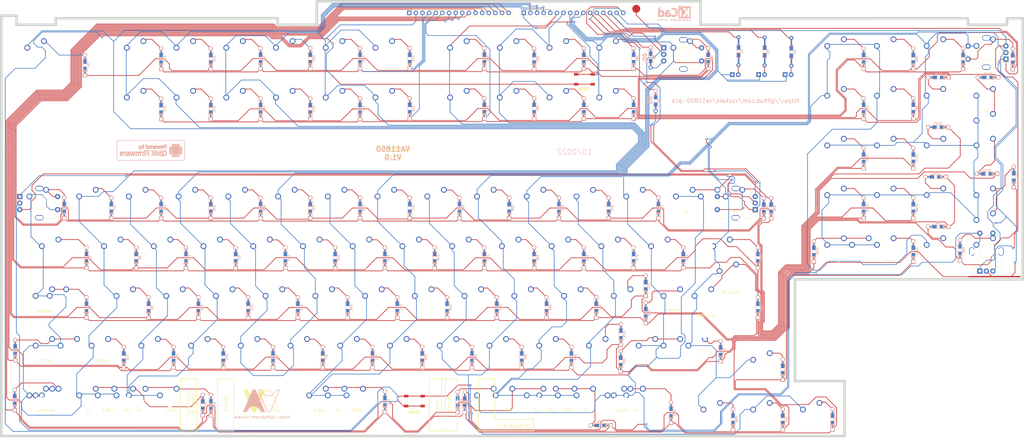
<source format=kicad_pcb>
(kicad_pcb (version 20211014) (generator pcbnew)
  (layers (0 "F.Cu" signal) (31 "B.Cu" signal) (34 "B.Paste" user) (35 "F.Paste" user) (36 "B.SilkS" user "B.Silkscreen") (37 "F.SilkS" user "F.Silkscreen") (38 "B.Mask" user) (39 "F.Mask" user) (44 "Edge.Cuts" user))
  (net 0 "")
  (net 1 "Net-(D1-Pad2)")
  (net 2 "Net-(D2-Pad2)")
  (net 3 "Net-(D3-Pad2)")
  (net 4 "Net-(D4-Pad2)")
  (net 5 "Net-(D5-Pad2)")
  (net 6 "Net-(D6-Pad2)")
  (net 7 "Net-(D7-Pad2)")
  (net 8 "Net-(D8-Pad2)")
  (net 9 "Net-(D9-Pad2)")
  (net 10 "Net-(D10-Pad2)")
  (net 11 "Net-(D11-Pad2)")
  (net 12 "Net-(D12-Pad2)")
  (net 13 "Net-(D13-Pad2)")
  (net 14 "Net-(D14-Pad2)")
  (net 15 "Net-(D15-Pad2)")
  (net 16 "Net-(D16-Pad2)")
  (net 17 "Net-(D18-Pad2)")
  (net 18 "Net-(D19-Pad2)")
  (net 19 "Net-(D20-Pad2)")
  (net 20 "Net-(D21-Pad2)")
  (net 21 "Net-(D22-Pad2)")
  (net 22 "Net-(D23-Pad2)")
  (net 23 "Net-(D25-Pad2)")
  (net 24 "Net-(D26-Pad2)")
  (net 25 "Net-(D27-Pad2)")
  (net 26 "Net-(D28-Pad2)")
  (net 27 "Net-(D29-Pad2)")
  (net 28 "Net-(D30-Pad2)")
  (net 29 "Net-(D31-Pad2)")
  (net 30 "Net-(D32-Pad2)")
  (net 31 "Net-(D33-Pad2)")
  (net 32 "Net-(D34-Pad2)")
  (net 33 "Net-(D35-Pad2)")
  (net 34 "Net-(D36-Pad2)")
  (net 35 "Net-(D37-Pad2)")
  (net 36 "Net-(D38-Pad2)")
  (net 37 "Net-(D39-Pad2)")
  (net 38 "Net-(D40-Pad2)")
  (net 39 "Net-(D41-Pad2)")
  (net 40 "Net-(D42-Pad2)")
  (net 41 "Net-(D89-Pad2)")
  (net 42 "Net-(D44-Pad2)")
  (net 43 "Net-(D45-Pad2)")
  (net 44 "Net-(D46-Pad2)")
  (net 45 "Net-(D47-Pad2)")
  (net 46 "Net-(D48-Pad2)")
  (net 47 "Net-(D49-Pad2)")
  (net 48 "Net-(D51-Pad2)")
  (net 49 "Net-(D53-Pad2)")
  (net 50 "Net-(D54-Pad2)")
  (net 51 "Net-(D55-Pad2)")
  (net 52 "Net-(D56-Pad2)")
  (net 53 "Net-(D57-Pad2)")
  (net 54 "Net-(D58-Pad2)")
  (net 55 "Net-(D59-Pad2)")
  (net 56 "Net-(D60-Pad2)")
  (net 57 "Net-(D61-Pad2)")
  (net 58 "Net-(D62-Pad2)")
  (net 59 "Net-(D63-Pad2)")
  (net 60 "Net-(D64-Pad2)")
  (net 61 "Net-(D65-Pad2)")
  (net 62 "Net-(D66-Pad2)")
  (net 63 "Net-(D67-Pad2)")
  (net 64 "Net-(D68-Pad2)")
  (net 65 "Net-(D69-Pad2)")
  (net 66 "Net-(D70-Pad2)")
  (net 67 "Net-(D71-Pad2)")
  (net 68 "Net-(D72-Pad2)")
  (net 69 "Net-(D73-Pad2)")
  (net 70 "Net-(D74-Pad2)")
  (net 71 "Net-(D76-Pad2)")
  (net 72 "Net-(D77-Pad2)")
  (net 73 "Net-(D78-Pad2)")
  (net 74 "Net-(D79-Pad2)")
  (net 75 "Net-(D81-Pad2)")
  (net 76 "Net-(D82-Pad2)")
  (net 77 "Net-(D83-Pad2)")
  (net 78 "Net-(D84-Pad2)")
  (net 79 "Net-(D85-Pad2)")
  (net 80 "Net-(D86-Pad2)")
  (net 81 "Net-(D87-Pad2)")
  (net 82 "Net-(D88-Pad2)")
  (net 83 "Net-(D92-Pad2)")
  (net 84 "Net-(D94-Pad2)")
  (net 85 "Net-(D95-Pad2)")
  (net 86 "Net-(D96-Pad2)")
  (net 87 "Net-(D97-Pad2)")
  (net 88 "Net-(D98-Pad2)")
  (net 89 "Net-(D99-Pad2)")
  (net 90 "Net-(D100-Pad2)")
  (net 91 "Net-(D101-Pad2)")
  (net 92 "Net-(D102-Pad2)")
  (net 93 "Net-(D103-Pad2)")
  (net 94 "Net-(D104-Pad2)")
  (net 95 "Net-(D105-Pad2)")
  (net 96 "Net-(D107-Pad2)")
  (net 97 "Net-(D108-Pad2)")
  (net 98 "Net-(D114-Pad2)")
  (net 99 "Net-(D90-Pad2)")
  (net 100 "Net-(D93-Pad2)")
  (net 101 "Net-(D106-Pad2)")
  (net 102 "Net-(D109-Pad2)")
  (net 103 "Net-(D110-Pad2)")
  (net 104 "Net-(D111-Pad2)")
  (net 105 "Net-(D112-Pad2)")
  (net 106 "Net-(D113-Pad2)")
  (net 107 "unconnected-(J1-Pad1)")
  (net 108 "Net-(D43-Pad2)")
  (net 109 "col0")
  (net 110 "row0")
  (net 111 "row1")
  (net 112 "row2")
  (net 113 "row3")
  (net 114 "row6")
  (net 115 "row5")
  (net 116 "row7")
  (net 117 "row8")
  (net 118 "row10")
  (net 119 "row9")
  (net 120 "row12")
  (net 121 "row11")
  (net 122 "row13")
  (net 123 "col1")
  (net 124 "col2")
  (net 125 "col3")
  (net 126 "col5")
  (net 127 "col4")
  (net 128 "col7")
  (net 129 "col6")
  (net 130 "col8")
  (net 131 "row4")
  (net 132 "GND")
  (net 133 "A")
  (net 134 "Net-(D17-Pad2)")
  (net 135 "Net-(D50-Pad2)")
  (net 136 "Net-(D52-Pad2)")
  (net 137 "Net-(D75-Pad2)")
  (net 138 "B")
  (net 139 "NumLock")
  (net 140 "CapsLock")
  (net 141 "ScrollLock")
  (net 142 "RST")
  (net 143 "B2")
  (net 144 "B2R1")
  (net 145 "B2R2")
  (net 146 "en-row11")
  (net 147 "en3-row5")
  (net 148 "Net-(RmodX1-Pad2)")
  (footprint "MX_Only:MXOnly-1U-NoLED" (layer "F.Cu") (at 28.7725 79.75125)
    (fp_text reference "escape1")
    (fp_text value "MX-NoLED")
  )
  (footprint "MX_Only:MXOnly-1U-NoLED" (layer "F.Cu") (at 66.8725 79.75125)
    (fp_text reference "f1")
    (fp_text value "MX-NoLED")
  )
  (footprint "MX_Only:MXOnly-1U-NoLED" (layer "F.Cu") (at 85.9225 79.75125)
    (fp_text reference "f3")
    (fp_text value "MX-NoLED")
  )
  (footprint "MX_Only:MXOnly-1U-NoLED" (layer "F.Cu") (at 104.9725 79.75125)
    (fp_text reference "f5")
    (fp_text value "MX-NoLED")
  )
  (footprint "MX_Only:MXOnly-1U-NoLED" (layer "F.Cu") (at 124.0225 79.75125)
    (fp_text reference "f8")
    (fp_text value "MX-NoLED")
  )
  (footprint "MX_Only:MXOnly-1U-NoLED" (layer "F.Cu") (at 143.0725 79.75125)
    (fp_text reference "f10")
    (fp_text value "MX-NoLED")
  )
  (footprint "MX_Only:MXOnly-1U-NoLED" (layer "F.Cu") (at 162.1225 79.75125)
    (fp_text reference "f12")
    (fp_text value "MX-NoLED")
  )
  (footprint "MX_Only:MXOnly-1U-NoLED" (layer "F.Cu") (at 66.8725 98.80125)
    (fp_text reference "f2")
    (fp_text value "MX-NoLED")
  )
  (footprint "MX_Only:MXOnly-1U-NoLED" (layer "F.Cu") (at 85.9225 98.80125)
    (fp_text reference "f4")
    (fp_text value "MX-NoLED")
  )
  (footprint "MX_Only:MXOnly-1U-NoLED" (layer "F.Cu") (at 104.9725 98.80125)
    (fp_text reference "f6")
    (fp_text value "MX-NoLED")
  )
  (footprint "MX_Only:MXOnly-1U-NoLED" (layer "F.Cu") (at 124.0225 98.80125)
    (fp_text reference "f9")
    (fp_text value "MX-NoLED")
  )
  (footprint "MX_Only:MXOnly-1U-NoLED" (layer "F.Cu") (at 143.0725 98.80125)
    (fp_text reference "f11")
    (fp_text value "MX-NoLED")
  )
  (footprint "MX_Only:MXOnly-1U-NoLED" (layer "F.Cu") (at 162.1225 98.80125)
    (fp_text reference "f13")
    (fp_text value "MX-NoLED")
  )
  (footprint "MX_Only:MXOnly-1U-NoLED" (layer "F.Cu") (at 190.6975 98.80125)
    (fp_text reference "delete1")
    (fp_text value "MX-NoLED")
  )
  (footprint "MX_Only:MXOnly-1U-NoLED" (layer "F.Cu") (at 209.7475 98.80125)
    (fp_text reference "end1")
    (fp_text value "MX-NoLED")
  )
  (footprint "MX_Only:MXOnly-1U-NoLED" (layer "F.Cu") (at 228.7975 98.80125)
    (fp_text reference "pagedown1")
    (fp_text value "MX-NoLED")
  )
  (footprint "MX_Only:MXOnly-1U-NoLED" (layer "F.Cu") (at 247.8475 98.80125)
    (fp_text reference "scroll_lock1")
    (fp_text value "MX-NoLED")
  )
  (footprint "MX_Only:MXOnly-1.25U-NoLED" (layer "F.Cu") (at 31.95375 193.85125)
    (fp_text reference "left_shift1")
    (fp_text value "MX-NoLED")
  )
  (footprint "MX_Only:MXOnly-2.25U-NoLED" (layer "F.Cu") (at 41.47875 193.85125)
    (fp_text reference "left_shift2")
    (fp_text value "MX-NoLED")
  )
  (footprint "MX_Only:MXOnly-1U-NoLED" (layer "F.Cu") (at 53.385 193.85125)
    (fp_text reference "NUBS1")
    (fp_text value "MX-NoLED")
  )
  (footprint "MX_Only:MXOnly-1U-NoLED" (layer "F.Cu") (at 72.435 193.85125)
    (fp_text reference "z1")
    (fp_text value "MX-NoLED")
  )
  (footprint "MX_Only:MXOnly-1U-NoLED" (layer "F.Cu") (at 91.485 193.85125)
    (fp_text reference "x1")
    (fp_text value "MX-NoLED")
  )
  (footprint "MX_Only:MXOnly-1U-NoLED" (layer "F.Cu") (at 110.535 193.85125)
    (fp_text reference "c1")
    (fp_text value "MX-NoLED")
  )
  (footprint "MX_Only:MXOnly-1U-NoLED" (layer "F.Cu") (at 129.585 193.85125)
    (fp_text reference "v1")
    (fp_text value "MX-NoLED")
  )
  (footprint "MX_Only:MXOnly-1U-NoLED" (layer "F.Cu") (at 148.635 193.85125)
    (fp_text reference "b1")
    (fp_text value "MX-NoLED")
  )
  (footprint "MX_Only:MXOnly-1U-NoLED" (layer "F.Cu") (at 167.685 193.85125)
    (fp_text reference "n8")
    (fp_text value "MX-NoLED")
  )
  (footprint "MX_Only:MXOnly-1U-NoLED" (layer "F.Cu") (at 186.735 193.85125)
    (fp_text reference "m1")
    (fp_text value "MX-NoLED")
  )
  (footprint "MX_Only:MXOnly-1U-NoLED" (layer "F.Cu") (at 205.785 193.85125)
    (fp_text reference "comma1")
    (fp_text value "MX-NoLED")
  )
  (footprint "MX_Only:MXOnly-1U-NoLED" (layer "F.Cu") (at 224.835 193.85125)
    (fp_text reference "dot1")
    (fp_text value "MX-NoLED")
  )
  (footprint "MX_Only:MXOnly-1U-NoLED" (layer "F.Cu") (at 243.885 193.85125)
    (fp_text reference "slash1")
    (fp_text value "MX-NoLED")
  )
  (footprint "MX_Only:MXOnly-1U-NoLED" (layer "F.Cu") (at 29.5725 136.70125)
    (fp_text reference "grave1")
    (fp_text value "MX-NoLED")
  )
  (footprint "MX_Only:MXOnly-1U-NoLED" (layer "F.Cu") (at 48.6225 136.70125)
    (fp_text reference "n1")
    (fp_text value "MX-NoLED")
  )
  (footprint "MX_Only:MXOnly-1U-NoLED" (layer "F.Cu") (at 67.6725 136.70125)
    (fp_text reference "n2")
    (fp_text value "MX-NoLED")
  )
  (footprint "MX_Only:MXOnly-1U-NoLED" (layer "F.Cu") (at 86.7225 136.70125)
    (fp_text reference "n3")
    (fp_text value "MX-NoLED")
  )
  (footprint "MX_Only:MXOnly-1U-NoLED" (layer "F.Cu") (at 105.7725 136.70125)
    (fp_text reference "n4")
    (fp_text value "MX-NoLED")
  )
  (footprint "MX_Only:MXOnly-1U-NoLED" (layer "F.Cu") (at 124.8225 136.70125)
    (fp_text reference "n5")
    (fp_text value "MX-NoLED")
  )
  (footprint "MX_Only:MXOnly-1U-NoLED" (layer "F.Cu") (at 143.8725 136.70125)
    (fp_text reference "n6")
    (fp_text value "MX-NoLED")
  )
  (footprint "MX_Only:MXOnly-1U-NoLED" (layer "F.Cu") (at 162.9225 136.70125)
    (fp_text reference "n7")
    (fp_text value "MX-NoLED")
  )
  (footprint "MX_Only:MXOnly-1U-NoLED" (layer "F.Cu") (at 181.9725 136.70125)
    (fp_text reference "n9")
    (fp_text value "MX-NoLED")
  )
  (footprint "MX_Only:MXOnly-1U-NoLED" (layer "F.Cu") (at 201.0225 136.70125)
    (fp_text reference "n10")
    (fp_text value "MX-NoLED")
  )
  (footprint "MX_Only:MXOnly-1U-NoLED" (layer "F.Cu") (at 220.0725 136.70125)
    (fp_text reference "n11")
    (fp_text value "MX-NoLED")
  )
  (footprint "MX_Only:MXOnly-1U-NoLED" (layer "F.Cu") (at 239.1225 136.70125)
    (fp_text reference "minus1")
    (fp_text value "MX-NoLED")
  )
  (footprint "MX_Only:MXOnly-1U-NoLED" (layer "F.Cu") (at 258.1725 136.70125)
    (fp_text reference "equal1")
    (fp_text value "MX-NoLED")
  )
  (footprint "MX_Only:MXOnly-1U-NoLED" (layer "F.Cu") (at 281.985 193.85125)
    (fp_text reference "rightshift1")
    (fp_text value "MX-NoLED")
  )
  (footprint "MX_Only:MXOnly-1U-NoLED" (layer "F.Cu") (at 262.935 193.85125)
    (fp_text reference "right_shift1")
    (fp_text value "MX-NoLED")
  )
  (footprint "MX_Only:MXOnly-1U-NoLED" (layer "F.Cu") (at 306.79 199.28)
    (fp_text reference "up1")
    (fp_text value "MX-NoLED")
  )
  (footprint "MX_Only:MXOnly-1U-NoLED" (layer "F.Cu") (at 276.2225 79.75125)
    (fp_text reference "pause1")
    (fp_text value "MX-NoLED")
  )
  (footprint "MX_Only:MXOnly-2U-NoLED" (layer "F.Cu") (at 272.46 193.85125)
    (fp_text reference "right_shift2")
    (fp_text value "MX-NoLED")
  )
  (footprint "MX_Only:MXOnly-1U-NoLED" (layer "F.Cu") (at 277.2225 136.70125)
    (fp_text reference "backspace1")
    (fp_text value "MX-NoLED")
  )
  (footprint "MX_Only:MXOnly-1U-NoLED" (layer "F.Cu") (at 296.2725 136.70125)
    (fp_text reference "backspace3")
    (fp_text value "MX-NoLED")
  )
  (footprint "MX_Only:MXOnly-2U-ReversedStabilizers-NoLED" (layer "F.Cu") (at 286.7475 136.70125)
    (fp_text reference "backspace2")
    (fp_text value "MX-NoLED")
  )
  (footprint "MX_Only:MXOnly-1U-NoLED" (layer "F.Cu") (at 335.15375 98.10125)
    (fp_text reference "kp_1")
    (fp_text value "MX_NoLED")
  )
  (footprint "MX_Only:MXOnly-1U-NoLED" (layer "F.Cu") (at 354.20375 98.10125)
    (fp_text reference "kp_2")
    (fp_text value "MX-NoLED")
  )
  (footprint "MX_Only:MXOnly-1U-NoLED" (layer "F.Cu") (at 373.25375 98.10125)
    (fp_text reference "kp_7")
    (fp_text value "MX-NoLED")
  )
  (footprint "MX_Only:MXOnly-2U-VerticalStabilizers-NoLED" (layer "F.Cu") (at 392.30375 107.62625)
    (fp_text reference "kp_+1")
    (fp_text value "MX-NoLED" hide)
  )
  (footprint "MX_Only:MXOnly-1U-NoLED" (layer "F.Cu") (at 335.15375 117.15125)
    (fp_text reference "kp_6")
    (fp_text value "MX-NoLED")
  )
  (footprint "MX_Only:MXOnly-1U-NoLED" (layer "F.Cu") (at 354.20375 117.15125)
    (fp_text reference "kp_9")
    (fp_text value "MX-NoLED")
  )
  (footprint "MX_Only:MXOnly-1U-NoLED" (layer "F.Cu") (at 373.25375 117.15125)
    (fp_text reference "kp_3")
    (fp_text value "MX-NoLED")
  )
  (footprint "MX_Only:MXOnly-1U-NoLED" (layer "F.Cu") (at 335.15375 136.20125)
    (fp_text reference "kp_5")
    (fp_text value "MX-NoLED")
  )
  (footprint "MX_Only:MXOnly-1U-NoLED" (layer "F.Cu") (at 354.20375 136.20125)
    (fp_text reference "kp_8")
    (fp_text value "MX-NoLED")
  )
  (footprint "MX_Only:MXOnly-1U-NoLED" (layer "F.Cu") (at 373.25375 136.20125)
    (fp_text reference "kp_4")
    (fp_text value "MX-NoLED")
  )
  (footprint "MX_Only:MXOnly-1U-NoLED" (layer "F.Cu") (at 392.30375 136.20125)
    (fp_text reference "kp_enter3")
    (fp_text value "MX-NoLED")
  )
  (footprint "MX_Only:MXOnly-2U-VerticalStabilizers-NoLED" (layer "F.Cu") (at 392.30375 145.72625)
    (fp_text reference "kp_enter2")
    (fp_text value "MX-NoLED" hide)
  )
  (footprint "MX_Only:MXOnly-2U-ReversedStabilizers-NoLED" (layer "F.Cu") (at 344.67875 155.25125)
    (fp_text reference "kp_zero1")
    (fp_text value "MX-NoLED")
  )
  (footprint "MX_Only:MXOnly-1U-NoLED" (layer "F.Cu") (at 335.15375 155.25125)
    (fp_text reference "kp_zero2")
    (fp_text value "MX-NoLED")
  )
  (footprint "MX_Only:MXOnly-1U-NoLED" (layer "F.Cu") (at 335.15375 79.05125)
    (fp_text reference "numlock1")
    (fp_text value "MX-NoLED")
  )
  (footprint "MX_Only:MXOnly-1U-NoLED" (layer "F.Cu") (at 354.20375 79.05125)
    (fp_text reference "kp_/1")
    (fp_text value "MX-NoLED")
  )
  (footprint "MX_Only:MXOnly-1U-NoLED" (layer "F.Cu") (at 373.25375 79.05125)
    (fp_text reference "kp/*1")
    (fp_text value "MX-NoLED")
  )
  (footprint "MX_Only:MXOnly-1U-NoLED" (layer "F.Cu") (at 392.30375 79.05125)
    (fp_text reference "kp_-1")
    (fp_text value "MX-NoLED")
  )
  (footprint "MX_Only:MXOnly-1.5U-NoLED" (layer "F.Cu") (at 34.335 155.75125)
    (fp_text reference "tab1")
    (fp_text value "MX-NoLED")
  )
  (footprint "MX_Only:MXOnly-1U-NoLED" (layer "F.Cu") (at 58.1475 155.75125)
    (fp_text reference "q1")
    (fp_text value "MX-NoLED")
  )
  (footprint "MX_Only:MXOnly-1U-NoLED" (layer "F.Cu") (at 77.1975 155.75125)
    (fp_text reference "w1")
    (fp_text value "MX-NoLED")
  )
  (footprint "MX_Only:MXOnly-1U-NoLED" (layer "F.Cu") (at 96.2475 155.75125)
    (fp_text reference "e1")
    (fp_text value "MX-NoLED")
  )
  (footprint "MX_Only:MXOnly-1U-NoLED" (layer "F.Cu") (at 115.2975 155.75125)
    (fp_text reference "r1")
    (fp_text value "MX-NoLED")
  )
  (footprint "MX_Only:MXOnly-1U-NoLED" (layer "F.Cu") (at 134.3475 155.75125)
    (fp_text reference "t1")
    (fp_text value "MX-NoLED")
  )
  (footprint "MX_Only:MXOnly-1U-NoLED" (layer "F.Cu") (at 153.3975 155.75125)
    (fp_text reference "y1")
    (fp_text value "MX-NoLED")
  )
  (footprint "MX_Only:MXOnly-1U-NoLED" (layer "F.Cu") (at 172.4475 155.75125)
    (fp_text reference "u1")
    (fp_text value "MX-NoLED")
  )
  (footprint "MX_Only:MXOnly-1U-NoLED" (layer "F.Cu") (at 191.4975 155.75125)
    (fp_text reference "i1")
    (fp_text value "MX-NoLED")
  )
  (footprint "MX_Only:MXOnly-1U-NoLED" (layer "F.Cu") (at 210.5475 155.75125)
    (fp_text reference "o1")
    (fp_text value "MX-NoLED")
  )
  (footprint "MX_Only:MXOnly-1U-NoLED" (layer "F.Cu") (at 229.5975 155.75125)
    (fp_text reference "p1")
    (fp_text value "MX-NoLED")
  )
  (footprint "MX_Only:MXOnly-1U-NoLED" (layer "F.Cu") (at 248.6475 155.75125)
    (fp_text reference "leftbrace1")
    (fp_text value "MX-NoLED")
  )
  (footprint "MX_Only:MXOnly-1U-NoLED" (layer "F.Cu") (at 267.6975 155.75125)
    (fp_text reference "rightbrace1")
    (fp_text value "MX-NoLED")
  )
  (footprint "MX_Only:MXOnly-1.5U-NoLED" (layer "F.Cu") (at 291.51 155.75125)
    (fp_text reference "pipe1")
    (fp_text value "MX-NoLED")
  )
  (footprint "MX_Only:MXOnly-1.75U-NoLED" (layer "F.Cu") (at 37.31625 174.80125)
    (fp_text reference "capslock1")
    (fp_text value "MX-NoLED")
  )
  (footprint "MX_Only:MXOnly-1U-NoLED" (layer "F.Cu") (at 62.91 174.80125)
    (fp_text reference "a1")
    (fp_text value "MX-NoLED")
  )
  (footprint "MX_Only:MXOnly-1U-NoLED" (layer "F.Cu") (at 81.96 174.80125)
    (fp_text reference "s1")
    (fp_text value "MX-NoLED")
  )
  (footprint "MX_Only:MXOnly-1U-NoLED" (layer "F.Cu") (at 101.01 174.80125)
    (fp_text reference "d24")
    (fp_text value "MX-NoLED")
  )
  (footprint "MX_Only:MXOnly-1U-NoLED" (layer "F.Cu") (at 120.06 174.80125)
    (fp_text reference "f7")
    (fp_text value "MX-NoLED")
  )
  (footprint "MX_Only:MXOnly-1U-NoLED" (layer "F.Cu") (at 139.11 174.80125)
    (fp_text reference "g1")
    (fp_text value "MX-NoLED")
  )
  (footprint "MX_Only:MXOnly-1U-NoLED" (layer "F.Cu") (at 158.16 174.80125)
    (fp_text reference "h6")
    (fp_text value "MX-NoLED")
  )
  (footprint "MX_Only:MXOnly-1U-NoLED" (layer "F.Cu") (at 177.21 174.80125)
    (fp_text reference "j2")
    (fp_text value "MX-NoLED")
  )
  (footprint "MX_Only:MXOnly-1U-NoLED" (layer "F.Cu") (at 196.26 174.80125)
    (fp_text reference "k1")
    (fp_text value "MX-NoLED")
  )
  (footprint "MX_Only:MXOnly-1U-NoLED" (layer "F.Cu") (at 215.31 174.80125)
    (fp_text reference "l1")
    (fp_text value "MX-NoLED")
  )
  (footprint "MX_Only:MXOnly-1U-NoLED" (layer "F.Cu") (at 234.36 174.80125)
    (fp_text reference "semicolon1")
    (fp_text value "MX-NoLED")
  )
  (footprint "MX_Only:MXOnly-1U-NoLED" (layer "F.Cu") (at 253.41 174.80125)
    (fp_text reference "apostrophe1")
    (fp_text value "MX-NoLED")
  )
  (footprint "MX_Only:MXOnly-1U-NoLED" (layer "F.Cu") (at 272.46 174.80125)
    (fp_text reference "NUHS1")
    (fp_text value "MX-NoLED")
  )
  (footprint "MX_Only:MXOnly-2.25U-NoLED" (layer "F.Cu") (at 284.36625 174.80125)
    (fp_text reference "ansi_enter1")
    (fp_text value "MX-NoLED")
  )
  (footprint "MX_Only:MXOnly-1U-NoLED" (layer "F.Cu") (at 354.20375 155.25125)
    (fp_text reference "kp_0x1")
    (fp_text value "MX-NoLED")
  )
  (footprint "MX_Only:MXOnly-1U-NoLED" (layer "F.Cu") (at 392.30375 117.15125)
    (fp_text reference "kp_+2")
    (fp_text value "MX-NoLED")
  )
  (footprint "MX_Only:MXOnly-1.25U-NoLED" (layer "F.Cu") (at 31.95375 174.80125)
    (fp_text reference "stepped_capslock1")
    (fp_text value "MX-NoLED")
  )
  (footprint "MX_Only:MXOnly-1U-NoLED" (layer "F.Cu") (at 392.30375 155.25125)
    (fp_text reference "kp_enter1")
    (fp_text value "MX-NoLED")
  )
  (footprint "MX_Only:MXOnly-1U-NoLED" (layer "F.Cu") (at 190.6975 79.75125)
    (fp_text reference "insert1")
    (fp_text value "MX-NoLED")
  )
  (footprint "MX_Only:MXOnly-1U-NoLED" (layer "F.Cu") (at 209.7475 79.75125)
    (fp_text reference "home1")
    (fp_text value "MX-NoLED")
  )
  (footprint "MX_Only:MXOnly-1U-NoLED" (layer "F.Cu") (at 228.7975 79.75125)
    (fp_text reference "pageup1")
    (fp_text value "MX-NoLED")
  )
  (footprint "MX_Only:MXOnly-1U-NoLED" (layer "F.Cu") (at 247.8475 79.75125)
    (fp_text reference "print1")
    (fp_text value "MX-NoLED")
  )
  (footprint "MX_Only:MXOnly-ISO-ReversedStabilizers-NoLED" (layer "F.Cu") (at 293.89125 165.27625)
    (fp_text reference "iso_enter1")
    (fp_text value "MX-NoLED")
  )
  (footprint "Connector_PinHeader_2.54mm:PinHeader_1x16_P2.54mm_Vertical" (layer "F.Cu") (at 171.24 63.86 90)
    (fp_text reference "J1" hide)
    (fp_text value "Conn_01x16_Female" hide)
  )
  (footprint "Connector_PinHeader_2.54mm:PinHeader_1x16_P2.54mm_Vertical" (layer "F.Cu") (at 215.11 63.85 90)
    (fp_text reference "J3" hide)
    (fp_text value "Conn_01x16_Female" hide)
  )
  (footprint "vuckale:LED_D2.00mm" (layer "F.Cu") (at 296.87 89.99)
    (fp_text reference "D85" hide)
    (fp_text value "LED" hide)
  )
  (footprint "vuckale:LED_D2.00mm" (layer "F.Cu") (at 306.96 89.95)
    (fp_text reference "D90" hide)
    (fp_text value "LED" hide)
  )
  (footprint "vuckale:LED_D2.00mm" (layer "F.Cu") (at 317.12 89.95)
    (fp_text reference "D92" hide)
    (fp_text value "LED" hide)
  )
  (footprint "MX_Only:MXOnly-1U-NoLED" (layer "F.Cu") (at 306.79 218.33)
    (fp_text reference "down1")
    (fp_text value "MX-NoLED")
  )
  (footprint "MX_Only:MXOnly-1.5U-NoLED" (layer "F.Cu") (at 34.33529 212.90125)
    (fp_text reference "lm1")
    (fp_text value "MX-NoLED")
  )
  (footprint "MX_Only:MXOnly-6.25U-NoLED" (layer "F.Cu") (at 136.72905 212.90126)
    (fp_text reference "space3")
    (fp_text value "MX-NoLED")
  )
  (footprint "MX_Only:MXOnly-1U-NoLED" (layer "F.Cu") (at 392.30375 98.10125)
    (fp_text reference "kp_+3")
    (fp_text value "MX-NoLED")
  )
  (footprint "MX_Only:MXOnly-1.25U-NoLED" (layer "F.Cu") (at 31.954 212.90125)
    (fp_text reference "lm1a1")
    (fp_text value "MX-NoLED")
  )
  (footprint "MX_Only:MXOnly-6.25U-NoLED" (layer "F.Cu") (at 151.0165 212.90137)
    (fp_text reference "space2")
    (fp_text value "MX-NoLED")
  )
  (footprint "MX_Only:MXOnly-1U-NoLED" (layer "F.Cu") (at 29.5728 212.90125)
    (fp_text reference "lm1u1")
    (fp_text value "MX-NoLED")
  )
  (footprint "MX_Only:MXOnly-1.25U-NoLED" (layer "F.Cu") (at 208.16654 212.90137)
    (fp_text reference "R_mod1")
    (fp_text value "MX-NoLED")
  )
  (footprint "MX_Only:MXOnly-7U-NoLED" (layer "F.Cu") (at 143.8728 212.901294)
    (fp_text reference "space1")
    (fp_text value "MX-NoLED")
  )
  (footprint "MX_Only:MXOnly-1.25U-NoLED" (layer "F.Cu") (at 231.97903 212.901329)
    (fp_text reference "R_mod2_alt1")
    (fp_text value "MX-NoLED")
  )
  (footprint "MX_Only:MXOnly-1U-NoLED" (layer "F.Cu") (at 48.6228 212.90125)
    (fp_text reference "lm21u1")
    (fp_text value "MX-NoLED")
  )
  (footprint "MX_Only:MXOnly-1.5U-NoLED" (layer "F.Cu") (at 62.91028 212.90125)
    (fp_text reference "lm2")
    (fp_text value "MX-NoLED")
  )
  (footprint "MX_Only:MXOnly-1.25U-NoLED" (layer "F.Cu") (at 79.57899 212.90129)
    (fp_text reference "L_mod1")
    (fp_text value "MX-NoLED")
  )
  (footprint "MX_Only:MXOnly-1.25U-NoLED" (layer "F.Cu") (at 55.76648 212.90125)
    (fp_text reference "lm2a1")
    (fp_text value "MX-NoLED")
  )
  (footprint "MX_Only:MXOnly-1U-NoLED" (layer "F.Cu") (at 67.6728 212.90145)
    (fp_text reference "L_mod3_1U1")
    (fp_text value "MX-NoLED")
  )
  (footprint "MX_Only:MXOnly-1U-NoLED" (layer "F.Cu") (at 220.07275 212.90133)
    (fp_text reference "R_mod1_1U1")
    (fp_text value "MX-NoLED")
  )
  (footprint "MX_Only:MXOnly-1.5U-NoLED" (layer "F.Cu") (at 224.835303 212.90127)
    (fp_text reference "R_mod2")
    (fp_text value "MX-NoLED")
  )
  (footprint "MX_Only:MXOnly-1U-NoLED" (layer "F.Cu") (at 239.12275 212.90126)
    (fp_text reference "R_mod2_1U1")
    (fp_text value "MX-NoLED")
  )
  (footprint "MX_Only:MXOnly-1.25U-NoLED" (layer "F.Cu") (at 251.02895 212.90133)
    (fp_text reference "R_mod3_alt1")
    (fp_text value "MX-NoLED")
  )
  (footprint "MX_Only:MXOnly-1.5U-NoLED" (layer "F.Cu") (at 253.4103 212.90133)
    (fp_text reference "R_mod3")
    (fp_text value "MX-NoLED")
  )
  (footprint "MX_Only:MXOnly-1U-NoLED" (layer "F.Cu") (at 258.17275 212.901336)
    (fp_text reference "R_mod3_1U1")
    (fp_text value "MX-NoLED")
  )
  (footprint "Keebio-Parts:SinglePad" (layer "F.Cu") (at 395.43 164.86)
    (fp_text reference "J6" hide)
    (fp_text value "D2" hide)
  )
  (footprint "Keebio-Parts:SinglePad" (layer "F.Cu") (at 258.19 62.29)
    (fp_text reference "J6" hide)
    (fp_text value "D2" hide)
  )
  (footprint "MX_Only:MXOnly-1U-NoLED" (layer "F.Cu") (at 373.25375 155.25125)
    (fp_text reference "kp_comma1")
    (fp_text value "MX-NoLED")
  )
  (footprint "MX_Only:MXOnly-1U-NoLED" (layer "F.Cu") (at 287.74 218.3297)
    (fp_text reference "left1")
    (fp_text value "MX-NoLED")
  )
  (footprint "MX_Only:MXOnly-1U-NoLED" (layer "F.Cu") (at 325.84 218.33)
    (fp_text reference "right1")
    (fp_text value "MX-NoLED")
  )
  (footprint "keebio:RotaryEncoder_EC11" (layer "F.Cu") (at 392.30375 79.05125 180)
    (fp_text reference "SW1" hide)
    (fp_text value "RotaryEncoder_Switch" hide)
  )
  (footprint "MX_Only:MXOnly-1U-NoLED" (layer "F.Cu") (at 201.0229 212.901275)
    (fp_text reference "RmodX1")
    (fp_text value "MX-NoLED")
  )
  (footprint "keebio:RotaryEncoder_EC11" (layer "F.Cu") (at 276.2225 79.75125)
    (fp_text reference "SW2")
    (fp_text value "RotaryEncoder_Switch")
  )
  (footprint "keebio:RotaryEncoder_EC11" (layer "F.Cu") (at 29.5725 136.70125)
    (fp_text reference "SW4")
    (fp_text value "RotaryEncoder_Switch")
  )
  (footprint "MX_Only:MXOnly-6U-NoSwitch" (layer "F.Cu") (at 134.3479 212.90125)
    (fp_text reference "space4")
    (fp_text value "MX-NoLED")
  )
  (footprint "keebio:RotaryEncoder_EC11" (layer "F.Cu") (at 296.2725 136.70125 180)
    (fp_text reference "SW3")
    (fp_text value "RotaryEncoder_Switch")
  )
  (footprint "Button_Switch_SMD:SW_SPST_TL3342" (layer "F.Cu") (at 238.35 89.28 180)
    (fp_text reference "ResetSwitch2" hide)
    (fp_text value "RESET" hide)
  )
  (footprint "keebio:RotaryEncoder_EC11" (layer "F.Cu") (at 392.30375 155.25125 90)
    (fp_text reference "SW5" hide)
    (fp_text value "RotaryEncoder_Switch" hide)
  )
  (footprint "Button_Switch_SMD:SW_SPST_TL3342" (layer "F.Cu") (at 173.22 212.55 180)
    (fp_text reference "ResetSwitch1" hide)
    (fp_text value "RESET" hide)
  )
  (footprint "keebio:Diode-dual" (layer "B.Cu") (at 47.05 83.92 -90)
    (fp_text reference "D4")
    (fp_text value "D_Small" hide)
  )
  (footprint "keebio:Diode-dual" (layer "B.Cu") (at 76.1975 81.4325 -90)
    (fp_text reference "D13")
    (fp_text value "D_Small" hide)
  )
  (footprint "keebio:Diode-dual" (layer "B.Cu") (at 95.2475 81.4325 -90)
    (fp_text reference "D18")
    (fp_text value "D_Small" hide)
  )
  (footprint "keebio:Diode-dual" (layer "B.Cu") (at 114.2975 81.31375 -90)
    (fp_text reference "D27")
    (fp_text value "D_Small" hide)
  )
  (footprint "keebio:Diode-dual" (layer "B.Cu") (at 133.3475 81.31375 -90)
    (fp_text reference "D32")
    (fp_text value "D_Small" hide)
  )
  (footprint "keebio:Diode-dual" (layer "B.Cu") (at 152.3975 81.31375 -90)
    (fp_text reference "D38")
    (fp_text value "D_Small" hide)
  )
  (footprint "keebio:Diode-dual" (layer "B.Cu") (at 171.4475 81.31375 -90)
    (fp_text reference "D45")
    (fp_text value "D_Small" hide)
  )
  (footprint "keebio:Diode-dual" (layer "B.Cu") (at 76.1975 100.60125 -90)
    (fp_text reference "D12")
    (fp_text value "D_Small" hide)
  )
  (footprint "keebio:Diode-dual" (layer "B.Cu") (at 95.2475 100.60125 -90)
    (fp_text reference "D19")
    (fp_text value "D_Small" hide)
  )
  (footprint "keebio:Diode-dual" (layer "B.Cu") (at 114.2975 100.60125 -90)
    (fp_text reference "D26")
    (fp_text value "D_Small" hide)
  )
  (footprint "keebio:Diode-dual" (layer "B.Cu") (at 133.3475 100.60125 -90)
    (fp_text reference "D33")
    (fp_text value "D_Small" hide)
  )
  (footprint "keebio:Diode-dual" (layer "B.Cu") (at 152.3975 100.60125 -90)
    (fp_text reference "D44")
    (fp_text value "D_Small" hide)
  )
  (footprint "keebio:Diode-dual" (layer "B.Cu") (at 171.4475 100.4825 -90)
    (fp_text reference "D46")
    (fp_text value "D_Small" hide)
  )
  (footprint "keebio:Diode-dual" (layer "B.Cu") (at 57.1475 138.5825 -90)
    (fp_text reference "D7")
    (fp_text value "D_Small" hide)
  )
  (footprint "keebio:Diode-dual" (layer "B.Cu") (at 114.2975 138.5825 -90)
    (fp_text reference "D28")
    (fp_text value "D_Small" hide)
  )
  (footprint "keebio:Diode-dual" (layer "B.Cu") (at 133.3475 138.5825 -90)
    (fp_text reference "D34")
    (fp_text value "D_Small" hide)
  )
  (footprint "keebio:Diode-dual" (layer "B.Cu") (at 152.3975 138.5825 -90)
    (fp_text reference "D39")
    (fp_text value "D_Small" hide)
  )
  (footprint "keebio:Diode-dual" (layer "B.Cu") (at 171.4475 138.5825 -90)
    (fp_text reference "D47")
    (fp_text value "D_Small" hide)
  )
  (footprint "keebio:Diode-dual" (layer "B.Cu") (at 190.4975 138.5825 -90)
    (fp_text reference "D52")
    (fp_text value "D_Small" hide)
  )
  (footprint "keebio:Diode-dual" (layer "B.Cu") (at 209.5475 138.5825 -90)
    (fp_text reference "D58")
    (fp_text value "D_Small" hide)
  )
  (footprint "keebio:Diode-dual" (layer "B.Cu") (at 228.5975 138.5825 -90)
    (fp_text reference "D65")
    (fp_text value "D_Small" hide)
  )
  (footprint "keebio:Diode-dual" (layer "B.Cu") (at 247.6475 138.5825 -90)
    (fp_text reference "D72")
    (fp_text value "D_Small" hide)
  )
  (footprint "keebio:Diode-dual" (layer "B.Cu") (at 47.6225 157.6325 -90)
    (fp_text reference "D6")
    (fp_text value "D_Small" hide)
  )
  (footprint "keebio:Diode-dual" (layer "B.Cu") (at 66.6725 157.6325 -90)
    (fp_text reference "D8")
    (fp_text value "D_Small" hide)
  )
  (footprint "keebio:Diode-dual" (layer "B.Cu") (at 85.7225 157.6325 -90)
    (fp_text reference "D15")
    (fp_text value "D_Small" hide)
  )
  (footprint "keebio:Diode-dual" (layer "B.Cu") (at 104.7725 157.6325 -90)
    (fp_text reference "D21")
    (fp_text value "D_Small" hide)
  )
  (footprint "keebio:Diode-dual" (layer "B.Cu") (at 123.8225 157.6325 -90)
    (fp_text reference "D29")
    (fp_text value "D_Small" hide)
  )
  (footprint "keebio:Diode-dual" (layer "B.Cu") (at 142.8725 157.6325 -90)
    (fp_text reference "D35")
    (fp_text value "D_Small" hide)
  )
  (footprint "keebio:Diode-dual" (layer "B.Cu") (at 161.9225 157.6325 -90)
    (fp_text reference "D40")
    (fp_text value "D_Small" hide)
  )
  (footprint "keebio:Diode-dual" (layer "B.Cu") (at 180.9725 157.6325 -90)
    (fp_text reference "D48")
    (fp_text value "D_Small" hide)
  )
  (footprint "keebio:Diode-dual" (layer "B.Cu") (at 200.0225 157.6325 -90)
    (fp_text reference "D53")
    (fp_text value "D_Small" hide)
  )
  (footprint "keebio:Diode-dual" (layer "B.Cu") (at 219.0725 157.6325 -90)
    (fp_text reference "D59")
    (fp_text value "D_Small" hide)
  )
  (footprint "keebio:Diode-dual" (layer "B.Cu") (at 238.1225 157.6325 -90)
    (fp_text reference "D66")
    (fp_text value "D_Small" hide)
  )
  (footprint "keebio:Diode-dual" (layer "B.Cu") (at 257.1725 157.6325 -90)
    (fp_text reference "D73")
    (fp_text value "D_Small" hide)
  )
  (footprint "keebio:Diode-dual" (layer "B.Cu") (at 276.2225 157.6325 -90)
    (fp_text reference "D78")
    (fp_text value "D_Small" hide)
  )
  (footprint "keebio:Diode-dual" (layer "B.Cu") (at 304.7975 157.6325 -90)
    (fp_text reference "D84")
    (fp_text value "D_Small" hide)
  )
  (footprint "keebio:Diode-dual" (layer "B.Cu") (at 47.6225 176.6825 -90)
    (fp_text reference "D1")
    (fp_text value "D_Small" hide)
  )
  (footprint "keebio:Diode-dual" (layer "B.Cu") (at 71.435 176.6825 -90)
    (fp_text reference "D9")
    (fp_text value "D_Small" hide)
  )
  (footprint "keebio:Diode-dual" (layer "B.Cu") (at 90.485 176.6825 -90)
    (fp_text reference "D16")
    (fp_text value "D_Small" hide)
  )
  (footprint "keebio:Diode-dual" (layer "B.Cu") (at 109.535 176.6825 -90)
    (fp_text reference "D22")
    (fp_text value "D_Small" hide)
  )
  (footprint "keebio:Diode-dual" (layer "B.Cu") (at 128.585 176.6825 -90)
    (fp_text reference "D30")
    (fp_text value "D_Small" hide)
  )
  (footprint "keebio:Diode-dual" (layer "B.Cu") (at 147.635 176.6825 -90)
    (fp_text reference "D36")
    (fp_text value "D_Small" hide)
  )
  (footprint "keebio:Diode-dual" (layer "B.Cu") (at 166.685 176.6825 -90)
    (fp_text reference "D41")
    (fp_text value "D_Small" hide)
  )
  (footprint "keebio:Diode-dual" (layer "B.Cu") (at 185.735 176.6825 -90)
    (fp_text reference "D49")
    (fp_text value "D_Small" hide)
  )
  (footprint "keebio:Diode-dual" (layer "B.Cu") (at 204.785 176.6825 -90)
    (fp_text reference "D54")
    (fp_text value "D_Small" hide)
  )
  (footprint "keebio:Diode-dual" (layer "B.Cu") (at 223.835 176.6825 -90)
    (fp_text reference "D60")
    (fp_text value "D_Small" hide)
  )
  (footprint "keebio:Diode-dual" (layer "B.Cu") (at 242.885 176.6825 -90)
    (fp_text reference "D67")
    (fp_text value "D_Small" hide)
  )
  (footprint "keebio:Diode-dual" (layer "B.Cu") (at 261.8334 178.7556 -90)
    (fp_text reference "D79")
    (fp_text value "D_Small" hide)
  )
  (footprint "keebio:Diode-dual" (layer "B.Cu") (at 290.51 193.47 -90)
    (fp_text reference "D95")
    (fp_text value "D_Small" hide)
  )
  (footprint "keebio:Diode-dual" (layer "B.Cu") (at 20.3 193.04 -90)
    (fp_text reference "D2")
    (fp_text value "D_Small" hide)
  )
  (footprint "keebio:Diode-dual" (layer "B.Cu") (at 61.91 195.7325 -90)
    (fp_text reference "D10")
    (fp_text value "D_Small" hide)
  )
  (footprint "keebio:Diode-dual" (layer "B.Cu") (at 80.96 195.7325 -90)
    (fp_text reference "D17")
    (fp_text value "D_Small" hide)
  )
  (footprint "keebio:Diode-dual" (layer "B.Cu") (at 100.01 195.7325 -90)
    (fp_text reference "D23")
    (fp_text value "D_Small" hide)
  )
  (footprint "keebio:Diode-dual" (layer "B.Cu") (at 119.06 195.7325 -90)
    (fp_text reference "D31")
    (fp_text value "D_Small" hide)
  )
  (footprint "keebio:Diode-dual" (layer "B.Cu") (at 138.11 195.7325 -90)
    (fp_text reference "D37")
    (fp_text value "D_Small" hide)
  )
  (footprint "keebio:Diode-dual" (layer "B.Cu") (at 157.16 195.7325 -90)
    (fp_text reference "D42")
    (fp_text value "D_Small" hide)
  )
  (footprint "keebio:Diode-dual" (layer "B.Cu") (at 176.21 195.7325 -90)
    (fp_text reference "D50")
    (fp_text value "D_Small" hide)
  )
  (footprint "keebio:Diode-dual" (layer "B.Cu") (at 195.26 195.7325 -90)
    (fp_text reference "D55")
    (fp_text value "D_Small" hide)
  )
  (footprint "keebio:Diode-dual" (layer "B.Cu") (at 233.36 195.7325 -90)
    (fp_text reference "D68")
    (fp_text value "D_Small" hide)
  )
  (footprint "keebio:Diode-dual" (layer "B.Cu") (at 252.3338 187.0214 -90)
    (fp_text reference "D75")
    (fp_text value "D_Small" hide)
  )
  (footprint "keebio:Diode-dual" (layer "B.Cu") (at 266.6975 138.5825 -90)
    (fp_text reference "D77")
    (fp_text value "D_Small" hide)
  )
  (footprint "keebio:Diode-dual" (layer "B.Cu") (at 307.04 138.7 -90)
    (fp_text reference "D91")
    (fp_text value "D_Small" hide)
  )
  (footprint "keebio:Diode-dual" (layer "B.Cu") (at 252.2322 197.3816 -90)
    (fp_text reference "D87")
    (fp_text value "D_Small" hide)
  )
  (footprint "keebio:Diode-dual" (layer "B.Cu") (at 39.09 138.57 -90)
    (fp_text reference "D5")
    (fp_text value "D_Small" hide)
  )
  (footprint "keebio:Diode-dual" (layer "B.Cu") (at 345.27875 81.4325 -90)
    (fp_text reference "D93")
    (fp_text value "D_Small" hide)
  )
  (footprint "keebio:Diode-dual" (layer "B.Cu") (at 364.32875 81.4325 -90)
    (fp_text reference "D99")
    (fp_text value "D_Small" hide)
  )
  (footprint "keebio:Diode-dual" (layer "B.Cu") (at 383.37875 81.4325 -90)
    (fp_text reference "D101")
    (fp_text value "D_Small" hide)
  )
  (footprint "keebio:Diode-dual" (layer "B.Cu") (at 402.42875 81.55125 -90)
    (fp_text reference "D109")
    (fp_text value "D_Small" hide)
  )
  (footprint "keebio:Diode-dual" (layer "B.Cu") (at 392.90375 88.57625)
    (fp_text reference "D113")
    (fp_text value "D_Small" hide)
  )
  (footprint "keebio:Diode-dual" (layer "B.Cu") (at 392.5564 125.4888)
    (fp_text reference "D112")
    (fp_text value "D_Small" hide)
  )
  (footprint "keebio:Diode-dual" (layer "B.Cu") (at 345.27875 119.5325 -90)
    (fp_text reference "D107")
    (fp_text value "D_Small" hide)
  )
  (footprint "keebio:Diode-dual" (layer "B.Cu") (at 364.32875 119.5325 -90)
    (fp_text reference "D110")
    (fp_text value "D_Small" hide)
  )
  (footprint "keebio:Diode-dual" (layer "B.Cu") (at 402.8288 126.6826 -90)
    (fp_text reference "D114")
    (fp_text value "D_Small" hide)
  )
  (footprint "keebio:Diode-dual" (layer "B.Cu") (at 345.27875 138.5825 -90)
    (fp_text reference "D105")
    (fp_text value "D_Small" hide)
  )
  (footprint "keebio:Diode-dual" (layer "B.Cu") (at 364.32875 138.5825 -90)
    (fp_text reference "D108")
    (fp_text value "D_Small" hide)
  )
  (footprint "keebio:Diode-dual" (layer "B.Cu") (at 372.8725 126.67625)
    (fp_text reference "D103")
    (fp_text value "D_Small" hide)
  )
  (footprint "keebio:Diode-dual" (layer "B.Cu") (at 326.22875 155.25125 -90)
    (fp_text reference "D104")
    (fp_text value "D_Small" hide)
  )
  (footprint "keebio:Diode-dual" (layer "B.Cu") (at 373.85375 145.72625)
    (fp_text reference "D98")
    (fp_text value "D_Small" hide)
  )
  (footprint "keebio:Diode-dual" (layer "B.Cu") (at 364.32875 155.25125 -90)
    (fp_text reference "D111")
    (fp_text value "D_Small" hide)
  )
  (footprint "keebio:Diode-dual" (layer "B.Cu") (at 345.27875 100.4825 -90)
    (fp_text reference "D94")
    (fp_text value "D_Small" hide)
  )
  (footprint "keebio:Diode-dual" (layer "B.Cu") (at 364.32875 100.4825 -90)
    (fp_text reference "D97")
    (fp_text value "D_Small" hide)
  )
  (footprint "keebio:Diode-dual" (layer "B.Cu") (at 373.9725 88.57625)
    (fp_text reference "D106")
    (fp_text value "D_Small" hide)
  )
  (footprint "keebio:Diode-dual" (layer "B.Cu") (at 76.1975 138.5825 -90)
    (fp_text reference "D14")
    (fp_text value "D_Small" hide)
  )
  (footprint "keebio:Diode-dual" (layer "B.Cu") (at 95.2475 138.5825 -90)
    (fp_text reference "D20")
    (fp_text value "D_Small" hide)
  )
  (footprint "keebio:Diode-dual" (layer "B.Cu") (at 309.87 138.7 -90)
    (fp_text reference "D86")
    (fp_text value "D_Small" hide)
  )
  (footprint "MountingHole:MountingHole_3.2mm_M3" (layer "B.Cu") (at 27.24 117.37)
    (fp_text reference "H1" hide)
    (fp_text value "MountingHole" hide)
  )
  (footprint "MountingHole:MountingHole_3.2mm_M3" (layer "B.Cu") (at 314.9 117.44)
    (fp_text reference "H4" hide)
    (fp_text value "MountingHole" hide)
  )
  (footprint "MountingHole:MountingHole_3.2mm_M3" (layer "B.Cu") (at 300.2 117.34)
    (fp_text reference "H2" hide)
    (fp_text value "MountingHole" hide)
  )
  (footprint "MountingHole:MountingHole_3.2mm_M3" (layer "B.Cu") (at 119.03 117.33)
    (fp_text reference "H5" hide)
    (fp_text value "MountingHole" hide)
  )
  (footprint "keebio:Diode-dual" (layer "B.Cu") (at 261.8334 168.3894 -90)
    (fp_text reference "D74")
    (fp_text value "D_Small" hide)
  )
  (footprint "keebio:Diode-dual" (layer "B.Cu") (at 314.3225 200.495 -90)
    (fp_text reference "D100")
    (fp_text value "D_Small" hide)
  )
  (footprint "keebio:Diode-dual" (layer "B.Cu") (at 333.3725 219.545 -90)
    (fp_text reference "D51")
    (fp_text value "D_Small" hide)
  )
  (footprint "keebio:Diode-dual" (layer "B.Cu") (at 314.3225 219.545 -90)
    (fp_text reference "D62")
    (fp_text value "D_Small" hide)
  )
  (footprint "keebio:Diode-dual" (layer "B.Cu") (at 295.2725 219.545 -90)
    (fp_text reference "D96")
    (fp_text value "D_Small" hide)
  )
  (footprint "keebio:Diode-dual" (layer "B.Cu") (at 382.204 154.7272 -90)
    (fp_text reference "D80")
    (fp_text value "D_Small" hide)
  )
  (footprint "keebio:Diode-dual" (layer "B.Cu") (at 192.475 212.975 -90)
    (fp_text reference "D69")
    (fp_text value "D_Small" hide)
  )
  (footprint "keebio:Diode-dual" (layer "B.Cu") (at 161.925 212.79375 -90)
    (fp_text reference "D43")
    (fp_text value "D_Small" hide)
  )
  (footprint "keebio:Diode-dual" (layer "B.Cu") (at 20.13 212.12 -90)
    (fp_text reference "D3")
    (fp_text value "D_Small" hide)
  )
  (footprint "keebio:Diode-dual" (layer "B.Cu") (at 271.51 216.95 -90)
    (fp_text reference "D89")
    (fp_text value "D_Small" hide)
  )
  (footprint "keebio:Diode-dual" (layer "B.Cu") (at 200.0225 81.31375 -90)
    (fp_text reference "D56")
    (fp_text value "D_Small" hide)
  )
  (footprint "keebio:Diode-dual" (layer "B.Cu") (at 219.0725 81.4325 -90)
    (fp_text reference "D63")
    (fp_text value "D_Small" hide)
  )
  (footprint "keebio:Diode-dual" (layer "B.Cu") (at 238.1225 81.31375 -90)
    (fp_text reference "D70")
    (fp_text value "D_Small" hide)
  )
  (footprint "keebio:Diode-dual" (layer "B.Cu") (at 257.1725 81.31375 -90)
    (fp_text reference "D81")
    (fp_text value "D_Small" hide)
  )
  (footprint "keebio:Diode-dual" (layer "B.Cu") (at 285.7475 81.31375 -90)
    (fp_text reference "D83")
    (fp_text value "D_Small" hide)
  )
  (footprint "keebio:Diode-dual" (layer "B.Cu") (at 200.0225 100.4825 -90)
    (fp_text reference "D57")
    (fp_text value "D_Small" hide)
  )
  (footprint "keebio:Diode-dual" (layer "B.Cu") (at 219.0725 100.4825 -90)
    (fp_text reference "D64")
    (fp_text value "D_Small" hide)
  )
  (footprint "keebio:Diode-dual" (layer "B.Cu") (at 238.1225 100.4825 -90)
    (fp_text reference "D71")
    (fp_text value "D_Small" hide)
  )
  (footprint "keebio:Diode-dual" (layer "B.Cu") (at 257.1725 100.4825 -90)
    (fp_text reference "D82")
    (fp_text value "D_Small" hide)
  )
  (footprint "keebio:Diode-dual" (layer "B.Cu") (at 304.7975 176.6825 -90)
    (fp_text reference "D88")
    (fp_text value "D_Small" hide)
  )
  (footprint "keebio:Diode-dual" (layer "B.Cu") (at 373.85375 107.62625)
    (fp_text reference "D102")
    (fp_text value "D_Small" hide)
  )
  (footprint "keebio:Diode-dual" (layer "B.Cu") (at 244.58 221.87)
    (fp_text reference "D76")
    (fp_text value "D_Small" hide)
  )
  (footprint "MountingHole:MountingHole_3.2mm_M3" (layer "B.Cu") (at 209.67 117.47)
    (fp_text reference "H3" hide)
    (fp_text value "MountingHole" hide)
  )
  (footprint "keebio:Diode-dual" (layer "B.Cu") (at 95.29 214.11 -90)
    (fp_text reference "D25")
    (fp_text value "D_Small" hide)
  )
  (footprint "keebio:Diode-dual" (layer "B.Cu") (at 214.31 195.7325 -90)
    (fp_text reference "D61")
    (fp_text value "D_Small" hide)
  )
  (footprint "keebio:Diode-dual" (layer "B.Cu") (at 92.15 214.1 -90)
    (fp_text reference "D11")
    (fp_text value "D_Small" hide)
  )
  (footprint "Symbol:KiCad-Logo2_5mm_SilkScreen" (layer "B.Cu") (at 272.79 63.96 180)
    (fp_text reference "Kicad" hide)
    (fp_text value "KiCad-Logo2_5mm_SilkScreen" hide)
  )
  (footprint "vuckale:Resistor" (layer "B.Cu") (at 317.61 78.81 -90)
    (fp_text reference "R4")
    (fp_text value "R_Small" hide)
  )
  (footprint "keebio:Diode-dual" (layer "B.Cu") (at 189.775 212.925 -90)
    (fp_text reference "D115")
    (fp_text value "D_Small" hide)
  )
  (footprint "vuckale:Resistor" (layer "B.Cu") (at 307.39 78.65 -90)
    (fp_text reference "R3")
    (fp_text value "R_Small" hide)
  )
  (footprint "vuckale:Resistor" (layer "B.Cu") (at 297.37 78.58 -90)
    (fp_text reference "R2")
    (fp_text value "R_Small" hide)
  )
  (footprint "keebio:Resistor-Hybrid" (layer "B.Cu") (at 265.62 97.55 -90)
    (fp_text reference "R5")
    (fp_text value "R_Small" hide)
  )
  (footprint "keebio:Resistor-Hybrid" (layer "B.Cu") (at 263.69 80.88 -90)
    (fp_text reference "R6")
    (fp_text value "R_Small" hide)
  )
  (gr_line (start 108.92 214.01) (end 109.62 215.34) (layer "B.SilkS") (width 0.25))
  (gr_line (start 111.7 214.27) (end 110.18 210.97) (layer "B.SilkS") (width 0.25))
  (gr_line (start 117.29 210.61) (end 116.52243 210.45566) (layer "B.SilkS") (width 0.2))
  (gr_line (start 115.881789 216.652) (end 114.62918 216.652) (layer "B.SilkS") (width 0.2))
  (gr_line (start 113.39982 208.2949) (end 116.93448 216.672) (layer "B.SilkS") (width 0.2))
  (gr_line (start 110.1 211.16) (end 111.48 214.24) (layer "B.SilkS") (width 0.25))
  (gr_line (start 112.34025 208.2749) (end 115.881789 216.652) (layer "B.SilkS") (width 0.2))
  (gr_line (start 111.27225 208.2749) (end 112.34025 208.2749) (layer "B.SilkS") (width 0.2))
  (gr_line (start 110.31 210.72) (end 111.9 214.31) (layer "B.SilkS") (width 0.25))
  (gr_line (start 107.73622 216.652) (end 111.27225 208.2749) (layer "B.SilkS") (width 0.2))
  (gr_line (start 108.99575 216.652) (end 107.73622 216.652) (layer "B.SilkS") (width 0.2))
  (gr_line (start 112.15 214.34) (end 110.38 210.53) (layer "B.SilkS") (width 0.25))
  (gr_line (start 110.81 209.48) (end 113.06 214.75) (layer "B.SilkS") (width 0.25))
  (gr_line (start 113.79 215.36) (end 111.07 208.99) (layer "B.SilkS") (width 0.25))
  (gr_line (start 111.85 208.34) (end 115.36 216.57) (layer "B.SilkS") (width 0.25))
  (gr_line (start 112.56 214.48) (end 110.56 210.1) (layer "B.SilkS") (width 0.25))
  (gr_line (start 109.9 211.63) (end 111.18 214.4) (layer "B.SilkS") (width 0.25))
  (gr_line (start 107.89 216.48) (end 108.05 216.53) (layer "B.SilkS") (width 0.25))
  (gr_line (start 109.51389 215.65431) (end 109.0991 216.39292) (layer "B.SilkS") (width 0.2))
  (gr_line (start 120.29272 208.2949) (end 120.14672 208.564995) (layer "B.SilkS") (width 0.2))
  (gr_line (start 109.09 213.53) (end 109.91 215.13) (layer "B.SilkS") (width 0.25))
  (gr_line (start 113.94705 215.62534) (end 113.20015 214.90053) (layer "B.SilkS") (width 0.2))
  (gr_line (start 115.80724 210.01469) (end 115.17609 209.293977) (layer "B.SilkS") (width 0.2))
  (gr_line (start 109.51 212.58) (end 110.49 214.57) (layer "B.SilkS") (width 0.25))
  (gr_line (start 115.53 216.56) (end 112.05 208.36) (layer "B.SilkS") (width 0.25))
  (gr_line (start 113.20015 214.90053) (end 112.41603 214.47194) (layer "B.SilkS") (width 0.2))
  (gr_line (start 110.14503 214.93358) (end 109.51389 215.65431) (layer "B.SilkS") (width 0.2))
  (gr_line (start 110.65 214.53) (end 109.62 212.35) (layer "B.SilkS") (width 0.25))
  (gr_line (start 119.61062 209.322919) (end 118.86372 210.04776) (layer "B.SilkS") (width 0.2))
  (gr_line (start 108.21 215.7) (end 108.78 216.5) (layer "B.SilkS") (width 0.25))
  (gr_line (start 110.39 214.75) (end 109.43 212.92) (layer "B.SilkS") (width 0.25))
  (gr_line (start 109.12 216.28) (end 108.5 215.19) (layer "B.SilkS") (width 0.25))
  (gr_line (start 112.2 208.35) (end 115.68 216.49) (layer "B.SilkS") (width 0.25))
  (gr_line (start 110 211.43) (end 109.9 211.63) (layer "B.SilkS") (width 0.25))
  (gr_line (start 108.72 214.39) (end 109.4 215.73) (layer "B.SilkS") (width 0.25))
  (gr_line (start 112.41603 214.47194) (end 111.62641 214.33827) (layer "B.SilkS") (width 0.2))
  (gr_line (start 110.98 209.13) (end 113.53 215.03) (layer "B.SilkS") (width 0.25))
  (gr_line (start 111.14 208.73) (end 113.99 215.51) (layer "B.SilkS") (width 0.25))
  (gr_line (start 108.65 216.58) (end 108.09 215.91) (layer "B.SilkS") (width 0.25))
  (gr_line (start 108.98 216.6) (end 108.33 215.59) (layer "B.SilkS") (width 0.25))
  (gr_line (start 113.38 215.01) (end 110.91 209.38) (layer "B.SilkS") (width 0.25))
  (gr_line (start 114.76129 208.555349) (end 114.65797 208.2949) (layer "B.SilkS") (width 0.2))
  (gr_line (start 114.36 216.07) (end 111.29 208.69) (layer "B.SilkS") (width 0.25))
  (gr_line (start 109.79 215.28) (end 109.03 213.81) (layer "B.SilkS") (width 0.25))
  (gr_line (start 109.53 215.55) (end 108.83 214.27) (layer "B.SilkS") (width 0.25))
  (gr_line (start 118.00382 216.672) (end 121.54542 208.2949) (layer "B.SilkS") (width 0.2))
  (gr_line (start 114.4831 216.38329) (end 113.94705 215.62534) (layer "B.SilkS") (width 0.2))
  (gr_line (start 118.86372 210.04776) (end 118.07963 210.47633) (layer "B.SilkS") (width 0.2))
  (gr_line (start 115.18 216.56) (end 111.69 208.35) (layer "B.SilkS") (width 0.25))
  (gr_line (start 110.04 215.01) (end 109.2 213.39) (layer "B.SilkS") (width 0.25))
  (gr_line (start 108.36 215.3) (end 109 216.38) (layer "B.SilkS") (width 0.25))
  (gr_line (start 111.62641 214.33827) (end 110.85885 214.49261) (layer "B.SilkS") (width 0.2))
  (gr_line (start 111 214.41) (end 109.83 211.9) (layer "B.SilkS") (width 0.25))
  (gr_line (start 120.14672 208.564995) (end 119.61062 209.322919) (layer "B.SilkS") (width 0.2))
  (gr_line (start 110.46 210.26) (end 112.3 214.36) (layer "B.SilkS") (width 0.25))
  (gr_line (start 116.52243 210.45566) (end 115.80724 210.01469) (layer "B.SilkS") (width 0.2))
  (gr_line (start 116.93448 216.672) (end 118.00382 216.672) (layer "B.SilkS") (width 0.2))
  (gr_line (start 110.69 209.89) (end 112.66 214.46) (layer "B.SilkS") (width 0.25))
  (gr_line (start 114.81 216.62) (end 111.39 208.34) (layer "B.SilkS") (width 0.25))
  (gr_line (start 111.35 214.31) (end 110 211.43) (layer "B.SilkS") (width 0.25))
  (gr_line (start 109.28 213.11) (end 110.17 214.86) (layer "B.SilkS") (width 0.25))
  (gr_line (start 115.17609 209.293977) (end 114.76129 208.555349) (layer "B.SilkS") (width 0.2))
  (gr_line (start 114.65797 208.2949) (end 113.39982 208.2949) (layer "B.SilkS") (width 0.2))
  (gr_line (start 108.53 214.86) (end 109.19 216.08) (layer "B.SilkS") (width 0.25))
  (gr_line (start 109.3 215.88) (end 108.66 214.71) (layer "B.SilkS") (width 0.25))
  (gr_line (start 108.28 216.58) (end 108.01 216.35) (layer "B.SilkS") (width 0.25))
  (gr_line (start 110.85885 214.49261) (end 110.14503 214.93358) (layer "B.SilkS") (width 0.2))
  (gr_line (start 111.5 208.32) (end 114.97 216.6) (layer "B.SilkS") (width 0.25))
  (gr_line (start 109.0991 216.39292) (end 108.99575 216.652) (layer "B.SilkS") (width 0.2))
  (gr_line (start 118.07963 210.47633) (end 117.29 210.61) (layer "B.SilkS") (width 0.2))
  (gr_line (start 109.72 212.05) (end 110.83 214.45) (layer "B.SilkS") (width 0.25))
  (gr_line (start 114.62918 216.652) (end 114.4831 216.38329) (layer "B.SilkS") (width 0.2))
  (gr_line (start 108.01 216.11) (end 108.41 216.55) (layer "B.SilkS") (width 0.25))
  (gr_line (start 111.27 208.44) (end 114.54 216.28) (layer "B.SilkS") (width 0.25))
  (gr_line (start 112.89 214.67) (end 110.77 209.73) (layer "B.SilkS") (width 0.25))
  (gr_line (start 121.54542 208.2949) (end 120.29272 208.2949) (layer "B.SilkS") (width 0.2))
  (gr_line (start 81.60108 116.97692) (end 81.37234 116.93695) (layer "B.SilkS") (width 0.2))
  (gr_line (start 69.2525 117.13677) (end 69.2525 117.14228) (layer "B.SilkS") (width 0.2))
  (gr_line (start 61.9213 117.08716) (end 61.8827 117.09956) (layer "B.SilkS") (width 0.2))
  (gr_line (start 68.2024 117.29524) (end 68.0246 117.14366) (layer "B.SilkS") (width 0.2))
  (gr_line (start 65.1983 117.09956) (end 65.1942 117.09956) (layer "B.SilkS") (width 0.2))
  (gr_line (start 75.6893 115.83453) (end 75.69755 115.81936) (layer "B.SilkS") (width 0.2))
  (gr_line (start 67.5657 118.48311) (end 67.5685 118.48173) (layer "B.SilkS") (width 0.2))
  (gr_line (start 82.79032 116.7592) (end 82.79997 116.73299) (layer "B.SilkS") (width 0.2))
  (gr_line (start 77.57719 115.2654) (end 77.59236 115.27227) (layer "B.SilkS") (width 0.2))
  (gr_line (start 68.8584 115.36184) (end 68.8584 115.33154) (layer "B.SilkS") (width 0.2))
  (gr_line (start 68.7164 117.31729) (end 68.724701 117.33383) (layer "B.SilkS") (width 0.2))
  (gr_line (start 70.7421 115.81523) (end 70.7559 115.82349) (layer "B.SilkS") (width 0.2))
  (gr_line (start 82.32455 117.17536) (end 82.35349 117.16433) (layer "B.SilkS") (width 0.2))
  (gr_line (start 81.62726 116.97829) (end 81.60108 116.97692) (layer "B.SilkS") (width 0.2))
  (gr_line (start 67.9902 117.12436) (end 67.8469 117.07614) (layer "B.SilkS") (width 0.2))
  (gr_line (start 74.6806 114.82305) (end 74.6751 114.80925) (layer "B.SilkS") (width 0.2))
  (gr_line (start 76.70629 117.08854) (end 76.69666 117.11885) (layer "B.SilkS") (width 0.2))
  (gr_line (start 66.5281 118.48173) (end 66.5295 118.48311) (layer "B.SilkS") (width 0.2))
  (gr_line (start 84.10084 115.57132) (end 79.45824 115.57132) (layer "B.SilkS") (width 0.2))
  (gr_line (start 76.33559 115.36047) (end 76.33559 115.32466) (layer "B.SilkS") (width 0.2))
  (gr_line (start 73.0007 114.8203) (end 73.0007 114.82442) (layer "B.SilkS") (width 0.2))
  (gr_line (start 82.2088 116.93006) (end 82.1895 116.93695) (layer "B.SilkS") (width 0.2))
  (gr_line (start 70.5506 115.85383) (end 70.5726 115.84829) (layer "B.SilkS") (width 0.2))
  (gr_line (start 69.3586 117.09681) (end 69.3462 117.09681) (layer "B.SilkS") (width 0.2))
  (gr_line (start 80.72877 115.41836) (end 80.72601 115.41836) (layer "B.SilkS") (width 0.2))
  (gr_line (start 62.4077 118.49) (end 62.4119 118.49138) (layer "B.SilkS") (width 0.2))
  (gr_line (start 70.9006 114.93191) (end 70.9309 114.93191) (layer "B.SilkS") (width 0.2))
  (gr_line (start 71.5841 115.06283) (end 71.58 115.07659) (layer "B.SilkS") (width 0.2))
  (gr_line (start 71.2355 114.92641) (end 71.2272 114.91399) (layer "B.SilkS") (width 0.2))
  (gr_line (start 64.9874 118.44315) (end 65.2617 117.49368) (layer "B.SilkS") (width 0.2))
  (gr_line (start 77.08249 116.65033) (end 76.87026 116.80329) (layer "B.SilkS") (width 0.2))
  (gr_line (start 71.1404 115.82211) (end 71.2451 115.72429) (layer "B.SilkS") (width 0.2))
  (gr_line (start 76.21434 118.47071) (end 76.21434 118.46933) (layer "B.SilkS") (width 0.2))
  (gr_line (start 80.69709 116.331981) (end 80.69709 116.42572) (layer "B.SilkS") (width 0.2))
  (gr_line (start 70.1427 118.46933) (end 70.1441 118.46795) (layer "B.SilkS") (width 0.2))
  (gr_line (start 80.9162 115.40594) (end 80.86522 115.40457) (layer "B.SilkS") (width 0.2))
  (gr_line (start 73.8799 115.72429) (end 73.8441 115.72429) (layer "B.SilkS") (width 0.2))
  (gr_line (start 76.940571 117.85197) (end 76.935031 117.82992) (layer "B.SilkS") (width 0.2))
  (gr_line (start 61.9751 117.07889) (end 61.9723 117.07889) (layer "B.SilkS") (width 0.2))
  (gr_line (start 74.3567 115.32741) (end 74.3567 115.26952) (layer "B.SilkS") (width 0.2))
  (gr_line (start 70.5657 117.65905) (end 70.5795 117.66593) (layer "B.SilkS") (width 0.2))
  (gr_line (start 66.5667 118.49138) (end 66.5708 118.49138) (layer "B.SilkS") (width 0.2))
  (gr_line (start 65.7523 118.49138) (end 65.7564 118.49138) (layer "B.SilkS") (width 0.2))
  (gr_line (start 76.21984 116.71923) (end 76.21984 116.69718) (layer "B.SilkS") (width 0.2))
  (gr_line (start 73.5492 118.49414) (end 73.563 118.49414) (layer "B.SilkS") (width 0.2))
  (gr_line (start 65.2617 117.49368) (end 65.2644 117.48128) (layer "B.SilkS") (width 0.2))
  (gr_line (start 74.5069 114.86852) (end 74.7991 115.81799) (layer "B.SilkS") (width 0.2))
  (gr_line (start 68.739901 117.34072) (end 68.7426 117.34072) (layer "B.SilkS") (width 0.2))
  (gr_line (start 76.89368 115.59062) (end 76.8868 115.60025) (layer "B.SilkS") (width 0.2))
  (gr_line (start 70.1399 116.58281) (end 70.0559 116.55801) (layer "B.SilkS") (width 0.2))
  (gr_line (start 68.709501 117.28146) (end 68.709501 117.28973) (layer "B.SilkS") (width 0.2))
  (gr_line (start 70.4307 115.82624) (end 70.4349 115.83728) (layer "B.SilkS") (width 0.2))
  (gr_line (start 71.6048 115.76285) (end 71.6062 115.76426) (layer "B.SilkS") (width 0.2))
  (gr_line (start 75.97593 118.46657) (end 75.97731 118.46933) (layer "B.SilkS") (width 0.2))
  (gr_line (start 72.5694 116.59932) (end 72.5653 116.60069) (layer "B.SilkS") (width 0.2))
  (gr_line (start 70.1496 116.59244) (end 70.1441 116.58831) (layer "B.SilkS") (width 0.2))
  (gr_line (start 68.3788 118.49) (end 68.4105 118.48311) (layer "B.SilkS") (width 0.2))
  (gr_line (start 69.2773 117.10645) (end 69.2745 117.10783) (layer "B.SilkS") (width 0.2))
  (gr_line (start 64.9447 118.48311) (end 64.9475 118.48311) (layer "B.SilkS") (width 0.2))
  (gr_line (start 77.0191 115.72842) (end 77.030141 115.716) (layer "B.SilkS") (width 0.2))
  (gr_line (start 69.4178 114.31455) (end 69.4068 114.32418) (layer "B.SilkS") (width 0.2))
  (gr_line (start 70.0283 118.49414) (end 70.0435 118.49414) (layer "B.SilkS") (width 0.2))
  (gr_line (start 80.82938 115.40457) (end 80.78115 115.40594) (layer "B.SilkS") (width 0.2))
  (gr_line (start 71.8432 115.86071) (end 71.8542 115.86208) (layer "B.SilkS") (width 0.2))
  (gr_line (start 63.6067 118.32601) (end 63.5639 118.32601) (layer "B.SilkS") (width 0.2))
  (gr_line (start 74.0894 115.63197) (end 74.0067 115.69257) (layer "B.SilkS") (width 0.2))
  (gr_line (start 80.76186 116.70681) (end 80.77286 116.7344) (layer "B.SilkS") (width 0.2))
  (gr_line (start 60.6191 117.25942) (end 60.6081 117.27319) (layer "B.SilkS") (width 0.2))
  (gr_line (start 70.122 118.48311) (end 70.1234 118.48311) (layer "B.SilkS") (width 0.2))
  (gr_line (start 84.11738 117.23599) (end 84.10084 117.23599) (layer "B.SilkS") (width 0.2))
  (gr_line (start 73.0021 115.84829) (end 73.0049 115.84829) (layer "B.SilkS") (width 0.2))
  (gr_line (start 79.45824 116.68063) (end 79.44307 116.68063) (layer "B.SilkS") (width 0.2))
  (gr_line (start 65.6062 118.49138) (end 65.6103 118.49276) (layer "B.SilkS") (width 0.2))
  (gr_line (start 69.4482 117.10921) (end 69.4454 117.10783) (layer "B.SilkS") (width 0.2))
  (gr_line (start 73.6195 116.59932) (end 73.5781 116.59657) (layer "B.SilkS") (width 0.2))
  (gr_line (start 64.0959 118.06694) (end 64.0586 117.93603) (layer "B.SilkS") (width 0.2))
  (gr_line (start 70.4486 115.84829) (end 70.45 115.84829) (layer "B.SilkS") (width 0.2))
  (gr_line (start 68.3843 117.09956) (end 68.3802 117.09956) (layer "B.SilkS") (width 0.2))
  (gr_line (start 69.0031 115.68707) (end 68.9948 115.68157) (layer "B.SilkS") (width 0.2))
  (gr_line (start 69.025101 114.77482) (end 68.8983 114.81063) (layer "B.SilkS") (width 0.2))
  (gr_line (start 71.0109 114.95947) (end 71.0191 114.96497) (layer "B.SilkS") (width 0.2))
  (gr_line (start 81.7127 117.71279) (end 81.76369 117.71692) (layer "B.SilkS") (width 0.2))
  (gr_line (start 70.5492 117.64113) (end 70.563 117.65767) (layer "B.SilkS") (width 0.2))
  (gr_line (start 77.81009 116.63516) (end 77.54826 116.57865) (layer "B.SilkS") (width 0.2))
  (gr_line (start 73.1234 114.79133) (end 73.122 114.78996) (layer "B.SilkS") (width 0.2))
  (gr_line (start 78.31721 117.65078) (end 78.31721 117.55569) (layer "B.SilkS") (width 0.2))
  (gr_line (start 61.4349 117.65353) (end 61.4349 117.66731) (layer "B.SilkS") (width 0.2))
  (gr_line (start 71.5593 115.24747) (end 71.5593 115.28056) (layer "B.SilkS") (width 0.2))
  (gr_line (start 65.5194 118.44315) (end 65.5208 118.44453) (layer "B.SilkS") (width 0.2))
  (gr_line (start 80.77286 116.7344) (end 80.92858 116.96865) (layer "B.SilkS") (width 0.2))
  (gr_line (start 77.60203 114.4358) (end 77.59374 114.43718) (layer "B.SilkS") (width 0.2))
  (gr_line (start 76.48305 114.96359) (end 76.49268 114.95947) (layer "B.SilkS") (width 0.2))
  (gr_line (start 71.6517 115.80836) (end 71.6558 115.81111) (layer "B.SilkS") (width 0.2))
  (gr_line (start 71.2314 117.66593) (end 71.2314 118.44866) (layer "B.SilkS") (width 0.2))
  (gr_line (start 75.68792 115.83591) (end 75.6893 115.83453) (layer "B.SilkS") (width 0.2))
  (gr_line (start 80.78115 115.40594) (end 80.77565 115.40732) (layer "B.SilkS") (width 0.2))
  (gr_line (start 73.4858 115.68432) (end 73.4858 115.68569) (layer "B.SilkS") (width 0.2))
  (gr_line (start 63.4812 117.07614) (end 63.3187 117.1037) (layer "B.SilkS") (width 0.2))
  (gr_line (start 72.5997 114.80375) (end 72.5997 114.80375) (layer "B.SilkS") (width 0.2))
  (gr_line (start 66.2332 117.16157) (end 66.2359 117.14504) (layer "B.SilkS") (width 0.2))
  (gr_line (start 83.01632 114.19881) (end 83.01632 114.21532) (layer "B.SilkS") (width 0.2))
  (gr_line (start 68.2038 118.47071) (end 68.2203 118.48173) (layer "B.SilkS") (width 0.2))
  (gr_line (start 69.5432 115.85383) (end 69.5639 115.84829) (layer "B.SilkS") (width 0.2))
  (gr_line (start 72.5019 118.37149) (end 72.4991 118.377) (layer "B.SilkS") (width 0.2))
  (gr_line (start 69.2869 118.49) (end 69.2897 118.49138) (layer "B.SilkS") (width 0.2))
  (gr_line (start 71.6709 114.90295) (end 71.6613 114.91399) (layer "B.SilkS") (width 0.2))
  (gr_line (start 71.4794 118.4528) (end 71.4794 118.44866) (layer "B.SilkS") (width 0.2))
  (gr_line (start 61.8827 117.09956) (end 61.8786 117.10094) (layer "B.SilkS") (width 0.2))
  (gr_line (start 75.1284 118.48449) (end 75.1312 118.48587) (layer "B.SilkS") (width 0.2))
  (gr_line (start 72.8009 114.96084) (end 72.8478 114.99115) (layer "B.SilkS") (width 0.2))
  (gr_line (start 68.4973 114.79133) (end 68.4601 114.78996) (layer "B.SilkS") (width 0.2))
  (gr_line (start 68.4601 114.78996) (end 68.4463 114.78996) (layer "B.SilkS") (width 0.2))
  (gr_line (start 72.5653 116.60069) (end 72.5625 116.60069) (layer "B.SilkS") (width 0.2))
  (gr_line (start 80.86522 115.40457) (end 80.8473 115.40457) (layer "B.SilkS") (width 0.2))
  (gr_line (start 66.976 117.28422) (end 67.0021 117.28422) (layer "B.SilkS") (width 0.2))
  (gr_line (start 78.16838 115.83728) (end 78.16975 115.83591) (layer "B.SilkS") (width 0.2))
  (gr_line (start 82.75174 118.89928) (end 82.75174 118.88274) (layer "B.SilkS") (width 0.2))
  (gr_line (start 83.20925 114.64115) (end 83.51104 114.80788) (layer "B.SilkS") (width 0.2))
  (gr_line (start 70.5892 115.83866) (end 70.5892 115.83866) (layer "B.SilkS") (width 0.2))
  (gr_line (start 74.4064 118.48173) (end 74.4077 118.48173) (layer "B.SilkS") (width 0.2))
  (gr_line (start 61.8359 117.31316) (end 61.8359 117.31591) (layer "B.SilkS") (width 0.2))
  (gr_line (start 74.3292 115.11243) (end 74.3237 115.09589) (layer "B.SilkS") (width 0.2))
  (gr_line (start 74.0756 115.83728) (end 74.0908 115.83178) (layer "B.SilkS") (width 0.2))
  (gr_line (start 70.5465 116.60623) (end 70.5423 116.60623) (layer "B.SilkS") (width 0.2))
  (gr_line (start 68.7577 117.10094) (end 68.755 117.10094) (layer "B.SilkS") (width 0.2))
  (gr_line (start 60.8147 117.11747) (end 60.7968 117.12574) (layer "B.SilkS") (width 0.2))
  (gr_line (start 75.83122 114.79687) (end 75.82847 114.79825) (layer "B.SilkS") (width 0.2))
  (gr_line (start 77.13347 116.62966) (end 77.10729 116.64066) (layer "B.SilkS") (width 0.2))
  (gr_line (start 81.29377 118.94889) (end 81.161481 118.94889) (layer "B.SilkS") (width 0.2))
  (gr_line (start 68.6682 115.31087) (end 68.6682 115.36876) (layer "B.SilkS") (width 0.2))
  (gr_line (start 78.00165 115.84691) (end 78.00303 115.84829) (layer "B.SilkS") (width 0.2))
  (gr_line (start 68.537301 114.8313) (end 68.537301 114.82442) (layer "B.SilkS") (width 0.2))
  (gr_line (start 68.8859 117.07614) (end 68.857 117.07751) (layer "B.SilkS") (width 0.2))
  (gr_line (start 74.2534 118.49138) (end 74.2961 118.49414) (layer "B.SilkS") (width 0.2))
  (gr_line (start 70.0834 117.09956) (end 70.0421 117.09681) (layer "B.SilkS") (width 0.2))
  (gr_line (start 73.1234 115.85383) (end 73.1454 115.84829) (layer "B.SilkS") (width 0.2))
  (gr_line (start 68.3678 114.79687) (end 68.365 114.79825) (layer "B.SilkS") (width 0.2))
  (gr_line (start 69.4509 114.30626) (end 69.4468 114.30764) (layer "B.SilkS") (width 0.2))
  (gr_line (start 70.4307 114.34073) (end 70.4307 114.34486) (layer "B.SilkS") (width 0.2))
  (gr_line (start 62.3581 118.47071) (end 62.3747 118.48173) (layer "B.SilkS") (width 0.2))
  (gr_line (start 74.6323 114.79133) (end 74.6296 114.79133) (layer "B.SilkS") (width 0.2))
  (gr_line (start 68.3499 114.80925) (end 68.3485 114.81063) (layer "B.SilkS") (width 0.2))
  (gr_line (start 67.5892 118.45004) (end 67.5892 117.65491) (layer "B.SilkS") (width 0.2))
  (gr_line (start 79.45824 117.52675) (end 84.10084 117.52675) (layer "B.SilkS") (width 0.2))
  (gr_line (start 61.829 117.24012) (end 61.8304 117.27733) (layer "B.SilkS") (width 0.2))
  (gr_line (start 75.99523 114.84234) (end 75.99523 114.84097) (layer "B.SilkS") (width 0.2))
  (gr_line (start 71.0935 115.04353) (end 71.0991 115.05316) (layer "B.SilkS") (width 0.2))
  (gr_line (start 76.39486 115.05454) (end 76.40036 115.04628) (layer "B.SilkS") (width 0.2))
  (gr_line (start 76.70078 117.95119) (end 76.70629 117.96635) (layer "B.SilkS") (width 0.2))
  (gr_line (start 74.2478 116.61311) (end 74.2189 116.63103) (layer "B.SilkS") (width 0.2))
  (gr_line (start 67.5961 114.85748) (end 67.953 115.85104) (layer "B.SilkS") (width 0.2))
  (gr_line (start 71.6048 115.76147) (end 71.6048 115.76285) (layer "B.SilkS") (width 0.2))
  (gr_line (start 73.5079 118.49138) (end 73.5492 118.49414) (layer "B.SilkS") (width 0.2))
  (gr_line (start 61.1097 117.26493) (end 61.2157 117.29111) (layer "B.SilkS") (width 0.2))
  (gr_line (start 71.2314 118.4528) (end 71.2369 118.4652) (layer "B.SilkS") (width 0.2))
  (gr_line (start 72.1105 115.69811) (end 72.1009 115.70224) (layer "B.SilkS") (width 0.2))
  (gr_line (start 82.85509 115.43353) (end 82.83442 115.41836) (layer "B.SilkS") (width 0.2))
  (gr_line (start 71.1569 115.31637) (end 71.1569 115.35221) (layer "B.SilkS") (width 0.2))
  (gr_line (start 72.5956 118.49414) (end 72.6163 118.49414) (layer "B.SilkS") (width 0.2))
  (gr_line (start 68.2258 117.12023) (end 68.2245 117.12161) (layer "B.SilkS") (width 0.2))
  (gr_line (start 78.054 117.61495) (end 78.03196 117.82028) (layer "B.SilkS") (width 0.2))
  (gr_line (start 72.5281 118.49) (end 72.5308 118.49138) (layer "B.SilkS") (width 0.2))
  (gr_line (start 75.98143 114.79687) (end 75.97868 114.79687) (layer "B.SilkS") (width 0.2))
  (gr_line (start 68.708101 117.24012) (end 68.709501 117.27733) (layer "B.SilkS") (width 0.2))
  (gr_line (start 71.1404 115.16341) (end 71.1418 115.17582) (layer "B.SilkS") (width 0.2))
  (gr_line (start 75.88086 116.61449) (end 75.87532 116.61586) (layer "B.SilkS") (width 0.2))
  (gr_line (start 69.4261 115.83866) (end 69.4275 115.83866) (layer "B.SilkS") (width 0.2))
  (gr_line (start 69.2539 118.48311) (end 69.2566 118.48311) (layer "B.SilkS") (width 0.2))
  (gr_line (start 81.92216 117.68798) (end 81.92354 117.6866) (layer "B.SilkS") (width 0.2))
  (gr_line (start 71.8184 114.98702) (end 71.959 114.91812) (layer "B.SilkS") (width 0.2))
  (gr_line (start 66.2318 117.16433) (end 66.2332 117.16157) (layer "B.SilkS") (width 0.2))
  (gr_line (start 82.63736 116.98656) (end 82.79032 116.7592) (layer "B.SilkS") (width 0.2))
  (gr_line (start 72.0058 114.91812) (end 72.0361 114.91812) (layer "B.SilkS") (width 0.2))
  (gr_line (start 74.23 115.7353) (end 74.241 115.72429) (layer "B.SilkS") (width 0.2))
  (gr_line (start 63.9085 117.77893) (end 63.7376 117.71279) (layer "B.SilkS") (width 0.2))
  (gr_line (start 74.4077 118.48173) (end 74.4105 118.48035) (layer "B.SilkS") (width 0.2))
  (gr_line (start 61.6829 117.87402) (end 61.6829 117.80236) (layer "B.SilkS") (width 0.2))
  (gr_line (start 65.1652 117.10507) (end 65.1624 117.10645) (layer "B.SilkS") (width 0.2))
  (gr_line (start 76.43895 118.5465) (end 76.42103 118.57957) (layer "B.SilkS") (width 0.2))
  (gr_line (start 75.1643 118.49138) (end 75.167 118.49276) (layer "B.SilkS") (width 0.2))
  (gr_line (start 71.7426 115.83866) (end 71.8335 115.85796) (layer "B.SilkS") (width 0.2))
  (gr_line (start 60.5612 118.22542) (end 60.5502 118.23782) (layer "B.SilkS") (width 0.2))
  (gr_line (start 71.6076 115.66502) (end 71.6034 115.67882) (layer "B.SilkS") (width 0.2))
  (gr_line (start 63.331 117.34899) (end 63.3379 117.3421) (layer "B.SilkS") (width 0.2))
  (gr_line (start 65.806 118.48173) (end 65.8281 118.46933) (layer "B.SilkS") (width 0.2))
  (gr_line (start 75.8574 114.79133) (end 75.85465 114.79133) (layer "B.SilkS") (width 0.2))
  (gr_line (start 76.61121 115.71737) (end 76.5161 115.69257) (layer "B.SilkS") (width 0.2))
  (gr_line (start 68.2479 116.25208) (end 68.2506 116.2507) (layer "B.SilkS") (width 0.2))
  (gr_line (start 76.68424 118.41972) (end 76.574 118.48035) (layer "B.SilkS") (width 0.2))
  (gr_line (start 76.18262 115.07109) (end 76.17712 115.08763) (layer "B.SilkS") (width 0.2))
  (gr_line (start 68.4326 117.12299) (end 68.4312 117.12161) (layer "B.SilkS") (width 0.2))
  (gr_line (start 62.3733 117.33245) (end 62.3651 117.31867) (layer "B.SilkS") (width 0.2))
  (gr_line (start 67.6925 114.78996) (end 67.6788 114.78996) (layer "B.SilkS") (width 0.2))
  (gr_line (start 68.9782 114.97188) (end 68.9851 114.96635) (layer "B.SilkS") (width 0.2))
  (gr_line (start 69.1519 117.20429) (end 69.145 117.19602) (layer "B.SilkS") (width 0.2))
  (gr_line (start 73.687 118.4528) (end 73.687 118.44866) (layer "B.SilkS") (width 0.2))
  (gr_line (start 69.5033 115.85658) (end 69.5129 115.85658) (layer "B.SilkS") (width 0.2))
  (gr_line (start 81.84499 115.40594) (end 81.79676 115.40457) (layer "B.SilkS") (width 0.2))
  (gr_line (start 67.8496 117.28422) (end 67.891 117.28422) (layer "B.SilkS") (width 0.2))
  (gr_line (start 75.1077 118.47209) (end 75.1092 118.47346) (layer "B.SilkS") (width 0.2))
  (gr_line (start 82.86336 115.45279) (end 82.85785 115.43766) (layer "B.SilkS") (width 0.2))
  (gr_line (start 70.5837 117.66593) (end 71.2314 117.66593) (layer "B.SilkS") (width 0.2))
  (gr_line (start 74.1018 115.6168) (end 74.0949 115.62505) (layer "B.SilkS") (width 0.2))
  (gr_line (start 77.52209 114.71418) (end 77.52621 114.70451) (layer "B.SilkS") (width 0.2))
  (gr_line (start 71.6613 115.81248) (end 71.7274 115.83453) (layer "B.SilkS") (width 0.2))
  (gr_line (start 59.8749 120.36) (end 59.5111 120.158806) (layer "B.SilkS") (width 0.2))
  (gr_line (start 71.1004 115.60025) (end 71.0357 115.67465) (layer "B.SilkS") (width 0.2))
  (gr_line (start 80.70534 115.43628) (end 80.70397 115.43766) (layer "B.SilkS") (width 0.2))
  (gr_line (start 73.5465 114.91399) (end 73.5382 114.92362) (layer "B.SilkS") (width 0.2))
  (gr_line (start 68.2851 116.22865) (end 68.2851 116.22449) (layer "B.SilkS") (width 0.2))
  (gr_line (start 68.0867 116.22036) (end 68.1156 116.243791) (layer "B.SilkS") (width 0.2))
  (gr_line (start 69.9181 116.8198) (end 70.0021 116.846) (layer "B.SilkS") (width 0.2))
  (gr_line (start 68.8735 114.82442) (end 68.7688 114.92225) (layer "B.SilkS") (width 0.2))
  (gr_line (start 80.8473 115.40457) (end 80.82938 115.40457) (layer "B.SilkS") (width 0.2))
  (gr_line (start 60.7252 117.66731) (end 60.7252 117.63562) (layer "B.SilkS") (width 0.2))
  (gr_line (start 76.63326 114.77482) (end 76.58088 114.77482) (layer "B.SilkS") (width 0.2))
  (gr_line (start 64.8221 118.23506) (end 64.8193 118.22128) (layer "B.SilkS") (width 0.2))
  (gr_line (start 75.94284 116.60623) (end 75.88636 116.61311) (layer "B.SilkS") (width 0.2))
  (gr_line (start 72.4991 118.377) (end 72.4743 118.4211) (layer "B.SilkS") (width 0.2))
  (gr_line (start 80.99751 115.4597) (end 80.99751 115.45279) (layer "B.SilkS") (width 0.2))
  (gr_line (start 76.19504 118.48173) (end 76.19779 118.48035) (layer "B.SilkS") (width 0.2))
  (gr_line (start 78.25519 117.12161) (end 78.12153 116.8653) (layer "B.SilkS") (width 0.2))
  (gr_line (start 74.5345 114.79133) (end 74.5166 114.79549) (layer "B.SilkS") (width 0.2))
  (gr_line (start 62.2644 117.46336) (end 62.343 117.57499) (layer "B.SilkS") (width 0.2))
  (gr_line (start 73.0007 114.97051) (end 72.9952 114.95947) (layer "B.SilkS") (width 0.2))
  (gr_line (start 63.9718 118.4087) (end 63.9815 118.40043) (layer "B.SilkS") (width 0.2))
  (gr_line (start 75.77062 116.69443) (end 75.74716 116.75091) (layer "B.SilkS") (width 0.2))
  (gr_line (start 70.7697 114.8065) (end 70.7573 114.81338) (layer "B.SilkS") (width 0.2))
  (gr_line (start 70.5341 114.31043) (end 70.523 114.31043) (layer "B.SilkS") (width 0.2))
  (gr_line (start 73.4665 115.06283) (end 73.4624 115.07659) (layer "B.SilkS") (width 0.2))
  (gr_line (start 68.7619 117.09956) (end 68.7577 117.10094) (layer "B.SilkS") (width 0.2))
  (gr_line (start 63.7872 118.26676) (end 63.7762 118.27641) (layer "B.SilkS") (width 0.2))
  (gr_line (start 71.7316 115.68294) (end 71.6751 115.66089) (layer "B.SilkS") (width 0.2))
  (gr_line (start 65.3678 117.11885) (end 65.3513 117.10645) (layer "B.SilkS") (width 0.2))
  (gr_line (start 78.0237 117.25253) (end 78.0292 117.27457) (layer "B.SilkS") (width 0.2))
  (gr_line (start 75.167 118.49276) (end 75.1711 118.49276) (layer "B.SilkS") (width 0.2))
  (gr_line (start 69.444 118.48311) (end 69.4468 118.48173) (layer "B.SilkS") (width 0.2))
  (gr_line (start 63.0706 118.49) (end 63.0747 118.49) (layer "B.SilkS") (width 0.2))
  (gr_line (start 76.935031 117.24426) (end 76.940571 117.22083) (layer "B.SilkS") (width 0.2))
  (gr_line (start 81.70307 115.40732) (end 81.6631 115.41698) (layer "B.SilkS") (width 0.2))
  (gr_line (start 76.46238 118.76286) (end 76.4858 118.76286) (layer "B.SilkS") (width 0.2))
  (gr_line (start 69.9663 118.49) (end 69.969 118.49138) (layer "B.SilkS") (width 0.2))
  (gr_line (start 82.78481 115.40732) (end 82.78068 115.40594) (layer "B.SilkS") (width 0.2))
  (gr_line (start 84.11738 115.57132) (end 84.10084 115.57132) (layer "B.SilkS") (width 0.2))
  (gr_line (start 71.6006 115.72429) (end 71.602 115.73805) (layer "B.SilkS") (width 0.2))
  (gr_line (start 67.5892 117.65491) (end 67.5892 117.61633) (layer "B.SilkS") (width 0.2))
  (gr_line (start 67.6484 117.39446) (end 67.6539 117.38619) (layer "B.SilkS") (width 0.2))
  (gr_line (start 74.325 115.56582) (end 74.3305 115.5479) (layer "B.SilkS") (width 0.2))
  (gr_line (start 82.80135 118.94889) (end 82.75174 118.89928) (layer "B.SilkS") (width 0.2))
  (gr_line (start 82.64425 115.40594) (end 82.63874 115.40732) (layer "B.SilkS") (width 0.2))
  (gr_line (start 70.5933 115.6912) (end 70.6071 115.70499) (layer "B.SilkS") (width 0.2))
  (gr_line (start 73.0421 114.79133) (end 73.0407 114.79133) (layer "B.SilkS") (width 0.2))
  (gr_line (start 75.48536 115.84967) (end 75.51704 115.8552) (layer "B.SilkS") (width 0.2))
  (gr_line (start 82.78068 115.40594) (end 82.72969 115.40457) (layer "B.SilkS") (width 0.2))
  (gr_line (start 81.62726 117.23874) (end 81.62726 117.6618) (layer "B.SilkS") (width 0.2))
  (gr_line (start 73.4927 115.66227) (end 73.4913 115.66365) (layer "B.SilkS") (width 0.2))
  (gr_line (start 73.4886 115.76285) (end 73.4899 115.76426) (layer "B.SilkS") (width 0.2))
  (gr_line (start 72.6921 116.60069) (end 72.6879 116.60069) (layer "B.SilkS") (width 0.2))
  (gr_line (start 77.76875 115.30536) (end 77.82114 115.30536) (layer "B.SilkS") (width 0.2))
  (gr_line (start 63.5612 117.27182) (end 63.6012 117.27182) (layer "B.SilkS") (width 0.2))
  (gr_line (start 65.3099 117.09818) (end 65.2686 117.09681) (layer "B.SilkS") (width 0.2))
  (gr_line (start 80.92583 115.40732) (end 80.92032 115.40732) (layer "B.SilkS") (width 0.2))
  (gr_line (start 62.1087 117.08992) (end 62.1019 117.08854) (layer "B.SilkS") (width 0.2))
  (gr_line (start 70.4817 114.31043) (end 70.4789 114.3118) (layer "B.SilkS") (width 0.2))
  (gr_line (start 63.5074 117.68109) (end 63.4427 117.68109) (layer "B.SilkS") (width 0.2))
  (gr_line (start 71.7839 114.81754) (end 71.6709 114.90295) (layer "B.SilkS") (width 0.2))
  (gr_line (start 76.184 115.55478) (end 76.26532 115.70224) (layer "B.SilkS") (width 0.2))
  (gr_line (start 63.7762 118.27641) (end 63.6494 118.32601) (layer "B.SilkS") (width 0.2))
  (gr_line (start 72.5046 116.63929) (end 72.5046 116.64342) (layer "B.SilkS") (width 0.2))
  (gr_line (start 79.39347 116.46565) (end 79.44307 116.41605) (layer "B.SilkS") (width 0.2))
  (gr_line (start 67.45 117.23737) (end 67.4018 117.32556) (layer "B.SilkS") (width 0.2))
  (gr_line (start 72.9181 115.06971) (end 72.9787 115.15515) (layer "B.SilkS") (width 0.2))
  (gr_line (start 82.40447 116.80192) (end 82.39207 116.81568) (layer "B.SilkS") (width 0.2))
  (gr_line (start 77.376 114.57776) (end 77.3209 114.67559) (layer "B.SilkS") (width 0.2))
  (gr_line (start 63.7017 117.09267) (end 63.6894 117.09129) (layer "B.SilkS") (width 0.2))
  (gr_line (start 72.9842 115.82349) (end 72.9842 115.82624) (layer "B.SilkS") (width 0.2))
  (gr_line (start 64.2819 117.19602) (end 64.2833 117.20016) (layer "B.SilkS") (width 0.2))
  (gr_line (start 74.241 115.72429) (end 74.3195 115.58233) (layer "B.SilkS") (width 0.2))
  (gr_line (start 66.2291 117.1161) (end 66.2125 117.10507) (layer "B.SilkS") (width 0.2))
  (gr_line (start 61.8386 117.12712) (end 61.8373 117.1285) (layer "B.SilkS") (width 0.2))
  (gr_line (start 67.7628 117.07614) (end 67.6636 117.09129) (layer "B.SilkS") (width 0.2))
  (gr_line (start 72.7417 114.94705) (end 72.7555 114.94705) (layer "B.SilkS") (width 0.2))
  (gr_line (start 70.0283 117.09681) (end 70.0145 117.09681) (layer "B.SilkS") (width 0.2))
  (gr_line (start 68.7426 117.34072) (end 68.7426 117.34072) (layer "B.SilkS") (width 0.2))
  (gr_line (start 75.69755 115.81936) (end 75.69755 115.81799) (layer "B.SilkS") (width 0.2))
  (gr_line (start 61.3177 117.12712) (end 61.2984 117.11747) (layer "B.SilkS") (width 0.2))
  (gr_line (start 68.709501 117.27733) (end 68.709501 117.28146) (layer "B.SilkS") (width 0.2))
  (gr_line (start 68.7261 117.33521) (end 68.7274 117.33521) (layer "B.SilkS") (width 0.2))
  (gr_line (start 75.99385 114.80513) (end 75.98143 114.79687) (layer "B.SilkS") (width 0.2))
  (gr_line (start 77.29472 114.88369) (end 77.32502 115.01461) (layer "B.SilkS") (width 0.2))
  (gr_line (start 73.4445 118.46795) (end 73.4458 118.46933) (layer "B.SilkS") (width 0.2))
  (gr_line (start 74.2175 114.90987) (end 74.0921 114.81892) (layer "B.SilkS") (width 0.2))
  (gr_line (start 76.28599 115.72704) (end 76.41828 115.82349) (layer "B.SilkS") (width 0.2))
  (gr_line (start 71.0991 115.05316) (end 71.1046 115.06145) (layer "B.SilkS") (width 0.2))
  (gr_line (start 63.1533 117.19189) (end 63.1423 117.20291) (layer "B.SilkS") (width 0.2))
  (gr_line (start 74.088 115.00356) (end 74.0935 115.01044) (layer "B.SilkS") (width 0.2))
  (gr_line (start 68.1969 117.53502) (end 68.1969 118.45004) (layer "B.SilkS") (width 0.2))
  (gr_line (start 72.6369 114.97051) (end 72.6603 114.96084) (layer "B.SilkS") (width 0.2))
  (gr_line (start 81.90149 117.70176) (end 81.92216 117.68798) (layer "B.SilkS") (width 0.2))
  (gr_line (start 77.20377 116.84876) (end 77.223041 116.83911) (layer "B.SilkS") (width 0.2))
  (gr_line (start 75.1643 114.80788) (end 75.1643 114.80788) (layer "B.SilkS") (width 0.2))
  (gr_line (start 61.3302 117.37655) (end 61.337 117.38619) (layer "B.SilkS") (width 0.2))
  (gr_line (start 81.95937 116.97692) (end 81.93181 116.97829) (layer "B.SilkS") (width 0.2))
  (gr_line (start 78.26348 117.15193) (end 78.25519 117.12161) (layer "B.SilkS") (width 0.2))
  (gr_line (start 75.56526 115.85658) (end 75.57493 115.85658) (layer "B.SilkS") (width 0.2))
  (gr_line (start 78.054 117.53916) (end 78.054 117.61495) (layer "B.SilkS") (width 0.2))
  (gr_line (start 73.6815 118.46795) (end 73.6829 118.4652) (layer "B.SilkS") (width 0.2))
  (gr_line (start 75.81609 114.8065) (end 75.81471 114.80788) (layer "B.SilkS") (width 0.2))
  (gr_line (start 61.9723 117.07889) (end 61.9296 117.08578) (layer "B.SilkS") (width 0.2))
  (gr_line (start 66.2098 117.10507) (end 66.2084 117.1037) (layer "B.SilkS") (width 0.2))
  (gr_line (start 70.523 114.31043) (end 70.512 114.31043) (layer "B.SilkS") (width 0.2))
  (gr_line (start 83.01632 118.89928) (end 82.96671 118.94889) (layer "B.SilkS") (width 0.2))
  (gr_line (start 65.6834 118.49414) (end 65.7027 118.49414) (layer "B.SilkS") (width 0.2))
  (gr_line (start 68.0301 117.35863) (end 68.1804 117.51435) (layer "B.SilkS") (width 0.2))
  (gr_line (start 76.8868 115.60025) (end 76.881301 115.60851) (layer "B.SilkS") (width 0.2))
  (gr_line (start 67.7311 114.79133) (end 67.6925 114.78996) (layer "B.SilkS") (width 0.2))
  (gr_line (start 63.3187 117.1037) (end 63.3021 117.10921) (layer "B.SilkS") (width 0.2))
  (gr_line (start 63.145 118.49414) (end 63.1864 118.49) (layer "B.SilkS") (width 0.2))
  (gr_line (start 82.63874 115.40732) (end 82.63461 115.40732) (layer "B.SilkS") (width 0.2))
  (gr_line (start 81.21246 117.15882) (end 81.24005 117.16984) (layer "B.SilkS") (width 0.2))
  (gr_line (start 70.4527 114.3173) (end 70.45 114.31868) (layer "B.SilkS") (width 0.2))
  (gr_line (start 80.99751 116.3444) (end 80.99751 115.4597) (layer "B.SilkS") (width 0.2))
  (gr_line (start 66.5322 118.48311) (end 66.5639 118.49) (layer "B.SilkS") (width 0.2))
  (gr_line (start 69.9126 116.81568) (end 69.9181 116.8198) (layer "B.SilkS") (width 0.2))
  (gr_line (start 64.0959 118.11518) (end 64.0959 118.06694) (layer "B.SilkS") (width 0.2))
  (gr_line (start 65.5662 118.48449) (end 65.6062 118.49138) (layer "B.SilkS") (width 0.2))
  (gr_line (start 71.7274 115.83453) (end 71.7343 115.83728) (layer "B.SilkS") (width 0.2))
  (gr_line (start 70.5837 117.45785) (end 70.5795 117.45785) (layer "B.SilkS") (width 0.2))
  (gr_line (start 81.60108 116.97692) (end 81.37234 116.93695) (layer "B.SilkS") (width 0.2))
  (gr_line (start 61.4349 117.89193) (end 61.417 118.02423) (layer "B.SilkS") (width 0.2))
  (gr_line (start 61.4101 118.05316) (end 61.3508 118.17857) (layer "B.SilkS") (width 0.2))
  (gr_line (start 70.563 117.46199) (end 70.5492 117.47714) (layer "B.SilkS") (width 0.2))
  (gr_line (start 79.45824 117.79134) (end 79.44307 117.79134) (layer "B.SilkS") (width 0.2))
  (gr_line (start 67.5382 117.14917) (end 67.5313 117.15468) (layer "B.SilkS") (width 0.2))
  (gr_line (start 85.039285 120.158806) (end 84.675481 120.36) (layer "B.SilkS") (width 0.2))
  (gr_line (start 72.5295 116.61036) (end 72.5281 116.61036) (layer "B.SilkS") (width 0.2))
  (gr_line (start 74.4973 114.82305) (end 74.5001 114.83822) (layer "B.SilkS") (width 0.2))
  (gr_line (start 72.8574 114.99944) (end 72.9084 115.05592) (layer "B.SilkS") (width 0.2))
  (gr_line (start 82.85509 115.43353) (end 82.83442 115.41836) (layer "B.SilkS") (width 0.2))
  (gr_line (start 64.8235 118.22128) (end 64.8221 118.23506) (layer "B.SilkS") (width 0.2))
  (gr_line (start 76.70629 117.96635) (end 76.76831 118.11518) (layer "B.SilkS") (width 0.2))
  (gr_line (start 68.1638 115.83453) (end 68.1735 115.81661) (layer "B.SilkS") (width 0.2))
  (gr_line (start 72.546 116.72748) (end 72.5501 116.73299) (layer "B.SilkS") (width 0.2))
  (gr_line (start 84.11738 115.86208) (end 84.16699 115.91168) (layer "B.SilkS") (width 0.2))
  (gr_line (start 67.1551 117.33796) (end 67.1675 117.34899) (layer "B.SilkS") (width 0.2))
  (gr_line (start 67.5244 118.49138) (end 67.5286 118.49138) (layer "B.SilkS") (width 0.2))
  (gr_line (start 69.2525 118.48173) (end 69.2539 118.48311) (layer "B.SilkS") (width 0.2))
  (gr_line (start 79.39347 115.35634) (end 79.44307 115.30674) (layer "B.SilkS") (width 0.2))
  (gr_line (start 70.1413 116.8198) (end 70.1454 116.81568) (layer "B.SilkS") (width 0.2))
  (gr_line (start 73.1262 114.79133) (end 73.1234 114.79133) (layer "B.SilkS") (width 0.2))
  (gr_line (start 63.6494 118.32601) (end 63.6067 118.32601) (layer "B.SilkS") (width 0.2))
  (gr_line (start 63.2635 117.85335) (end 63.4675 117.85335) (layer "B.SilkS") (width 0.2))
  (gr_line (start 77.01772 117.02239) (end 77.02739 117.00586) (layer "B.SilkS") (width 0.2))
  (gr_line (start 64.0325 117.32143) (end 64.0325 117.31316) (layer "B.SilkS") (width 0.2))
  (gr_line (start 61.931 117.32143) (end 61.9351 117.32005) (layer "B.SilkS") (width 0.2))
  (gr_line (start 67.6636 117.09129) (end 67.6526 117.09543) (layer "B.SilkS") (width 0.2))
  (gr_line (start 82.811 116.70543) (end 82.86336 116.44914) (layer "B.SilkS") (width 0.2))
  (gr_line (start 71.8101 114.80513) (end 71.7963 114.81201) (layer "B.SilkS") (width 0.2))
  (gr_line (start 78.10914 114.41513) (end 78.09673 114.41513) (layer "B.SilkS") (width 0.2))
  (gr_line (start 78.054 117.47301) (end 78.054 117.53916) (layer "B.SilkS") (width 0.2))
  (gr_line (start 64.027 117.25666) (end 64.027 117.25253) (layer "B.SilkS") (width 0.2))
  (gr_line (start 61.8304 117.17811) (end 61.829 117.21532) (layer "B.SilkS") (width 0.2))
  (gr_line (start 68.708101 117.17536) (end 68.708101 117.17536) (layer "B.SilkS") (width 0.2))
  (gr_line (start 81.89736 115.41836) (end 81.8946 115.41698) (layer "B.SilkS") (width 0.2))
  (gr_line (start 71.456 116.63103) (end 71.4505 116.62828) (layer "B.SilkS") (width 0.2))
  (gr_line (start 66.7279 117.1285) (end 66.6135 117.22772) (layer "B.SilkS") (width 0.2))
  (gr_line (start 63.433 118.279161) (end 63.4206 118.270891) (layer "B.SilkS") (width 0.2))
  (gr_line (start 60.7142 118.46933) (end 60.7252 118.47209) (layer "B.SilkS") (width 0.2))
  (gr_line (start 60.7279 118.27227) (end 60.7183 118.26952) (layer "B.SilkS") (width 0.2))
  (gr_line (start 74.3567 115.38252) (end 74.3567 115.32741) (layer "B.SilkS") (width 0.2))
  (gr_line (start 77.14038 115.33292) (end 77.14038 115.2764) (layer "B.SilkS") (width 0.2))
  (gr_line (start 77.44215 115.18683) (end 77.57719 115.2654) (layer "B.SilkS") (width 0.2))
  (gr_line (start 60.5488 118.24058) (end 60.5488 118.24195) (layer "B.SilkS") (width 0.2))
  (gr_line (start 64.8235 118.49414) (end 64.8428 118.49414) (layer "B.SilkS") (width 0.2))
  (gr_line (start 74.0935 115.01044) (end 74.1004 115.01736) (layer "B.SilkS") (width 0.2))
  (gr_line (start 76.65806 117.74862) (end 76.66081 117.76653) (layer "B.SilkS") (width 0.2))
  (gr_line (start 61.3508 118.17857) (end 61.3412 118.18959) (layer "B.SilkS") (width 0.2))
  (gr_line (start 81.35992 114.21532) (end 81.35992 118.88274) (layer "B.SilkS") (width 0.2))
  (gr_line (start 69.4068 118.49138) (end 69.4109 118.49) (layer "B.SilkS") (width 0.2))
  (gr_line (start 75.0967 118.45693) (end 75.1077 118.47209) (layer "B.SilkS") (width 0.2))
  (gr_line (start 72.116 114.93879) (end 72.1243 114.94292) (layer "B.SilkS") (width 0.2))
  (gr_line (start 60.9911 118.51481) (end 61.0311 118.51481) (layer "B.SilkS") (width 0.2))
  (gr_line (start 81.15598 116.80054) (end 81.143561 116.78675) (layer "B.SilkS") (width 0.2))
  (gr_line (start 77.72878 116.84187) (end 77.7467 116.85289) (layer "B.SilkS") (width 0.2))
  (gr_line (start 81.70719 115.40732) (end 81.70307 115.40732) (layer "B.SilkS") (width 0.2))
  (gr_line (start 68.3774 117.09818) (end 68.3402 117.09681) (layer "B.SilkS") (width 0.2))
  (gr_line (start 65.3471 117.10507) (end 65.3182 117.09956) (layer "B.SilkS") (width 0.2))
  (gr_line (start 67.6788 114.78996) (end 67.6664 114.78996) (layer "B.SilkS") (width 0.2))
  (gr_line (start 70.5492 117.47714) (end 70.5478 117.4799) (layer "B.SilkS") (width 0.2))
  (gr_line (start 81.62726 117.6618) (end 81.62726 117.66731) (layer "B.SilkS") (width 0.2))
  (gr_line (start 70.8992 115.87171) (end 70.942 115.87171) (layer "B.SilkS") (width 0.2))
  (gr_line (start 64.6802 118.46933) (end 64.6815 118.47071) (layer "B.SilkS") (width 0.2))
  (gr_line (start 66.5116 118.46795) (end 66.5116 118.46933) (layer "B.SilkS") (width 0.2))
  (gr_line (start 73.4624 115.07659) (end 73.4417 115.20475) (layer "B.SilkS") (width 0.2))
  (gr_line (start 82.85785 115.43766) (end 82.85647 115.43628) (layer "B.SilkS") (width 0.2))
  (gr_line (start 77.05356 118.4211) (end 77.0687 118.40732) (layer "B.SilkS") (width 0.2))
  (gr_line (start 73.0007 115.84691) (end 73.0021 115.84829) (layer "B.SilkS") (width 0.2))
  (gr_line (start 80.80733 118.89928) (end 80.7591 118.94889) (layer "B.SilkS") (width 0.2))
  (gr_line (start 74.5138 114.79687) (end 74.5124 114.79687) (layer "B.SilkS") (width 0.2))
  (gr_line (start 61.8331 117.14228) (end 61.8317 117.14504) (layer "B.SilkS") (width 0.2))
  (gr_line (start 82.56019 116.33752) (end 82.56019 116.40367) (layer "B.SilkS") (width 0.2))
  (gr_line (start 72.7996 114.78445) (end 72.7941 114.78308) (layer "B.SilkS") (width 0.2))
  (gr_line (start 74.5014 114.80513) (end 74.5001 114.8065) (layer "B.SilkS") (width 0.2))
  (gr_line (start 82.39758 114.14917) (end 82.41412 114.14917) (layer "B.SilkS") (width 0.2))
  (gr_line (start 60.8575 118.49965) (end 60.8713 118.50103) (layer "B.SilkS") (width 0.2))
  (gr_line (start 70.6222 115.5286) (end 70.614 115.52031) (layer "B.SilkS") (width 0.2))
  (gr_line (start 63.2787 118.14825) (end 63.2635 118.13171) (layer "B.SilkS") (width 0.2))
  (gr_line (start 74.9741 115.8552) (end 74.9769 115.8552) (layer "B.SilkS") (width 0.2))
  (gr_line (start 75.6645 115.84829) (end 75.66588 115.84829) (layer "B.SilkS") (width 0.2))
  (gr_line (start 67.1606 117.13401) (end 67.1524 117.1285) (layer "B.SilkS") (width 0.2))
  (gr_line (start 76.86888 115.83591) (end 76.88405 115.82899) (layer "B.SilkS") (width 0.2))
  (gr_line (start 71.6199 115.78906) (end 71.6199 115.79043) (layer "B.SilkS") (width 0.2))
  (gr_line (start 70.8689 114.93191) (end 70.9006 114.93191) (layer "B.SilkS") (width 0.2))
  (gr_line (start 77.48487 114.48403) (end 77.47524 114.48957) (layer "B.SilkS") (width 0.2))
  (gr_line (start 72.7568 116.62137) (end 72.7555 116.61999) (layer "B.SilkS") (width 0.2))
  (gr_line (start 76.85237 116.82397) (end 76.83583 116.84325) (layer "B.SilkS") (width 0.2))
  (gr_line (start 81.63555 117.6866) (end 81.63692 117.68798) (layer "B.SilkS") (width 0.2))
  (gr_line (start 62.5277 118.49138) (end 62.5318 118.49) (layer "B.SilkS") (width 0.2))
  (gr_line (start 69.5832 115.82349) (end 69.5832 114.34073) (layer "B.SilkS") (width 0.2))
  (gr_line (start 70.614 115.12069) (end 70.6264 115.10418) (layer "B.SilkS") (width 0.2))
  (gr_line (start 76.27911 114.90574) (end 76.26807 114.91812) (layer "B.SilkS") (width 0.2))
  (gr_line (start 70.512 116.79638) (end 70.5258 116.81017) (layer "B.SilkS") (width 0.2))
  (gr_line (start 64.2736 117.16571) (end 64.2819 117.19602) (layer "B.SilkS") (width 0.2))
  (gr_line (start 63.0678 118.48862) (end 63.0706 118.49) (layer "B.SilkS") (width 0.2))
  (gr_line (start 64.0201 117.38344) (end 64.0215 117.38068) (layer "B.SilkS") (width 0.2))
  (gr_line (start 68.2768 116.24104) (end 68.2851 116.22865) (layer "B.SilkS") (width 0.2))
  (gr_line (start 68.2782 117.09818) (end 68.2741 117.09956) (layer "B.SilkS") (width 0.2))
  (gr_line (start 62.2507 117.44545) (end 62.2576 117.45509) (layer "B.SilkS") (width 0.2))
  (gr_line (start 74.4339 118.44866) (end 74.4339 116.81155) (layer "B.SilkS") (width 0.2))
  (gr_line (start 60.823 117.35312) (end 61.0091 117.26493) (layer "B.SilkS") (width 0.2))
  (gr_line (start 69.9084 117.14228) (end 69.9084 118.45004) (layer "B.SilkS") (width 0.2))
  (gr_line (start 61.2378 117.30351) (end 61.3302 117.37655) (layer "B.SilkS") (width 0.2))
  (gr_line (start 66.9512 117.07614) (end 66.8988 117.07614) (layer "B.SilkS") (width 0.2))
  (gr_line (start 68.7013 115.56028) (end 68.7702 115.70774) (layer "B.SilkS") (width 0.2))
  (gr_line (start 69.8808 116.72886) (end 69.9084 116.81017) (layer "B.SilkS") (width 0.2))
  (gr_line (start 64.2709 117.13952) (end 64.2709 117.14504) (layer "B.SilkS") (width 0.2))
  (gr_line (start 82.26667 114.14917) (end 82.39758 114.14917) (layer "B.SilkS") (width 0.2))
  (gr_line (start 77.7908 114.41513) (end 77.76875 114.41513) (layer "B.SilkS") (width 0.2))
  (gr_line (start 81.89874 117.70314) (end 81.90149 117.70176) (layer "B.SilkS") (width 0.2))
  (gr_line (start 70.4996 116.66825) (end 70.4968 116.70131) (layer "B.SilkS") (width 0.2))
  (gr_line (start 61.1014 118.51481) (end 61.2929 118.47622) (layer "B.SilkS") (width 0.2))
  (gr_line (start 73.0655 115.85658) (end 73.0751 115.85658) (layer "B.SilkS") (width 0.2))
  (gr_line (start 70.5644 114.31043) (end 70.5341 114.31043) (layer "B.SilkS") (width 0.2))
  (gr_line (start 80.94788 116.98932) (end 80.96855 117.00861) (layer "B.SilkS") (width 0.2))
  (gr_line (start 71.6117 115.77802) (end 71.6199 115.78906) (layer "B.SilkS") (width 0.2))
  (gr_line (start 69.2635 115.83178) (end 69.2704 115.82762) (layer "B.SilkS") (width 0.2))
  (gr_line (start 78.25932 117.99804) (end 78.26761 117.96911) (layer "B.SilkS") (width 0.2))
  (gr_line (start 71.0191 114.96497) (end 71.0274 114.97051) (layer "B.SilkS") (width 0.2))
  (gr_line (start 75.69755 115.81799) (end 75.98831 114.86852) (layer "B.SilkS") (width 0.2))
  (gr_line (start 80.72601 115.41836) (end 80.70672 115.43353) (layer "B.SilkS") (width 0.2))
  (gr_line (start 72.2635 115.1083) (end 72.2676 115.11656) (layer "B.SilkS") (width 0.2))
  (gr_line (start 67.0435 117.28422) (end 67.1551 117.33796) (layer "B.SilkS") (width 0.2))
  (gr_line (start 60.6315 117.24563) (end 60.6191 117.25942) (layer "B.SilkS") (width 0.2))
  (gr_line (start 76.27495 115.71462) (end 76.28599 115.72704) (layer "B.SilkS") (width 0.2))
  (gr_line (start 79.39347 116.06052) (end 79.39347 115.92823) (layer "B.SilkS") (width 0.2))
  (gr_line (start 77.98236 115.30536) (end 77.98236 115.82211) (layer "B.SilkS") (width 0.2))
  (gr_line (start 71.806 115.00081) (end 71.8184 114.98702) (layer "B.SilkS") (width 0.2))
  (gr_line (start 71.7963 114.81201) (end 71.7839 114.81754) (layer "B.SilkS") (width 0.2))
  (gr_line (start 63.2318 118.45693) (end 63.2318 118.45142) (layer "B.SilkS") (width 0.2))
  (gr_line (start 69.4812 114.30489) (end 69.4509 114.30626) (layer "B.SilkS") (width 0.2))
  (gr_line (start 61.2089 118.28605) (end 61.1965 118.29157) (layer "B.SilkS") (width 0.2))
  (gr_line (start 67.953 115.85104) (end 68.0853 116.21761) (layer "B.SilkS") (width 0.2))
  (gr_line (start 66.5116 118.46933) (end 66.5129 118.47071) (layer "B.SilkS") (width 0.2))
  (gr_line (start 69.227701 114.80788) (end 69.1615 114.78445) (layer "B.SilkS") (width 0.2))
  (gr_line (start 72.5915 114.95809) (end 72.5984 114.97051) (layer "B.SilkS") (width 0.2))
  (gr_line (start 65.5208 118.44453) (end 65.5318 118.46657) (layer "B.SilkS") (width 0.2))
  (gr_line (start 69.054001 115.87171) (end 69.095401 115.87171) (layer "B.SilkS") (width 0.2))
  (gr_line (start 70.501 116.66134) (end 70.4996 116.66546) (layer "B.SilkS") (width 0.2))
  (gr_line (start 72.8478 114.99115) (end 72.8519 114.99531) (layer "B.SilkS") (width 0.2))
  (gr_line (start 68.7123 117.14228) (end 68.710901 117.14504) (layer "B.SilkS") (width 0.2))
  (gr_line (start 69.3999 114.34073) (end 69.3999 114.93879) (layer "B.SilkS") (width 0.2))
  (gr_line (start 68.4174 117.10921) (end 68.4146 117.10783) (layer "B.SilkS") (width 0.2))
  (gr_line (start 68.4312 117.12161) (end 68.4312 117.12023) (layer "B.SilkS") (width 0.2))
  (gr_line (start 77.54413 116.79225) (end 77.72878 116.84187) (layer "B.SilkS") (width 0.2))
  (gr_line (start 73.151 114.79825) (end 73.1496 114.79825) (layer "B.SilkS") (width 0.2))
  (gr_line (start 60.7045 118.4652) (end 60.7142 118.46933) (layer "B.SilkS") (width 0.2))
  (gr_line (start 84.16699 116.07707) (end 84.11738 116.12667) (layer "B.SilkS") (width 0.2))
  (gr_line (start 68.2024 118.46933) (end 68.2038 118.47071) (layer "B.SilkS") (width 0.2))
  (gr_line (start 71.6034 115.68569) (end 71.6006 115.71049) (layer "B.SilkS") (width 0.2))
  (gr_line (start 76.9364 115.17445) (end 76.95157 115.28332) (layer "B.SilkS") (width 0.2))
  (gr_line (start 76.940571 117.22083) (end 77.01772 117.02239) (layer "B.SilkS") (width 0.2))
  (gr_line (start 81.92216 115.43353) (end 81.90011 115.41836) (layer "B.SilkS") (width 0.2))
  (gr_line (start 71.6654 115.65677) (end 71.6406 115.64848) (layer "B.SilkS") (width 0.2))
  (gr_line (start 59.3099 119.793626) (end 59.3099 119.672359) (layer "B.SilkS") (width 0.2))
  (gr_line (start 79.39347 116.63103) (end 79.39347 116.61449) (layer "B.SilkS") (width 0.2))
  (gr_line (start 74.5717 116.64342) (end 74.5676 116.64066) (layer "B.SilkS") (width 0.2))
  (gr_line (start 71.4739 118.46795) (end 71.4753 118.4652) (layer "B.SilkS") (width 0.2))
  (gr_line (start 79.44307 116.9714) (end 79.45824 116.9714) (layer "B.SilkS") (width 0.2))
  (gr_line (start 70.4472 115.84691) (end 70.4486 115.84829) (layer "B.SilkS") (width 0.2))
  (gr_line (start 64.0504 117.92363) (end 64.0435 117.90985) (layer "B.SilkS") (width 0.2))
  (gr_line (start 72.5984 114.97051) (end 72.5984 114.97188) (layer "B.SilkS") (width 0.2))
  (gr_line (start 78.07743 115.85658) (end 78.08985 115.85658) (layer "B.SilkS") (width 0.2))
  (gr_line (start 71.292 118.49) (end 71.2947 118.49138) (layer "B.SilkS") (width 0.2))
  (gr_line (start 73.4872 115.68157) (end 73.4858 115.68432) (layer "B.SilkS") (width 0.2))
  (gr_line (start 62.0178 117.07614) (end 62.0081 117.07614) (layer "B.SilkS") (width 0.2))
  (gr_line (start 74.9176 115.65814) (end 74.9162 115.64985) (layer "B.SilkS") (width 0.2))
  (gr_line (start 66.7444 118.45004) (end 66.7444 117.65491) (layer "B.SilkS") (width 0.2))
  (gr_line (start 70.4734 115.8552) (end 70.4762 115.8552) (layer "B.SilkS") (width 0.2))
  (gr_line (start 62.5897 117.13677) (end 62.5869 117.12299) (layer "B.SilkS") (width 0.2))
  (gr_line (start 72.7954 114.95947) (end 72.8009 114.96084) (layer "B.SilkS") (width 0.2))
  (gr_line (start 73.0049 115.84829) (end 73.0269 115.85383) (layer "B.SilkS") (width 0.2))
  (gr_line (start 72.5171 116.68476) (end 72.546 116.72748) (layer "B.SilkS") (width 0.2))
  (gr_line (start 69.9663 117.10094) (end 69.936 117.10783) (layer "B.SilkS") (width 0.2))
  (gr_line (start 77.57998 115.07109) (end 77.57306 115.06421) (layer "B.SilkS") (width 0.2))
  (gr_line (start 72.5859 114.84922) (end 72.5859 114.85197) (layer "B.SilkS") (width 0.2))
  (gr_line (start 77.41322 116.79225) (end 77.47524 116.79225) (layer "B.SilkS") (width 0.2))
  (gr_line (start 81.93181 115.45279) (end 81.92492 115.43766) (layer "B.SilkS") (width 0.2))
  (gr_line (start 81.04436 116.62137) (end 81.03745 116.60211) (layer "B.SilkS") (width 0.2))
  (gr_line (start 70.1441 118.46795) (end 70.1482 118.45417) (layer "B.SilkS") (width 0.2))
  (gr_line (start 80.77565 115.40732) (end 80.77149 115.40732) (layer "B.SilkS") (width 0.2))
  (gr_line (start 75.66863 115.84691) (end 75.68655 115.83728) (layer "B.SilkS") (width 0.2))
  (gr_line (start 76.68011 115.71737) (end 76.64565 115.71737) (layer "B.SilkS") (width 0.2))
  (gr_line (start 63.9346 117.17122) (end 63.9277 117.16709) (layer "B.SilkS") (width 0.2))
  (gr_line (start 77.66817 115.12622) (end 77.65988 115.12206) (layer "B.SilkS") (width 0.2))
  (gr_line (start 80.69709 115.4597) (end 80.69709 116.331981) (layer "B.SilkS") (width 0.2))
  (gr_line (start 62.5318 118.49) (end 62.5649 118.48311) (layer "B.SilkS") (width 0.2))
  (gr_line (start 66.5047 117.62322) (end 66.5047 118.45004) (layer "B.SilkS") (width 0.2))
  (gr_line (start 60.8327 118.30121) (end 60.7279 118.27227) (layer "B.SilkS") (width 0.2))
  (gr_line (start 69.2566 115.6664) (end 69.2456 115.67328) (layer "B.SilkS") (width 0.2))
  (gr_line (start 69.444 117.10645) (end 69.4165 117.09956) (layer "B.SilkS") (width 0.2))
  (gr_line (start 77.98786 115.83728) (end 77.98923 115.83728) (layer "B.SilkS") (width 0.2))
  (gr_line (start 79.88266 117.88504) (end 79.88266 115.21304) (layer "B.SilkS") (width 0.2))
  (gr_line (start 72.6603 114.96084) (end 72.6618 114.96084) (layer "B.SilkS") (width 0.2))
  (gr_line (start 82.56019 116.33752) (end 82.56019 116.40367) (layer "B.SilkS") (width 0.2))
  (gr_line (start 79.39347 117.74173) (end 79.39347 117.72519) (layer "B.SilkS") (width 0.2))
  (gr_line (start 72.207 115.63197) (end 72.1216 115.69257) (layer "B.SilkS") (width 0.2))
  (gr_line (start 71.3223 115.12069) (end 71.3168 115.10418) (layer "B.SilkS") (width 0.2))
  (gr_line (start 81.90149 117.70176) (end 81.92216 117.68798) (layer "B.SilkS") (width 0.2))
  (gr_line (start 70.45 114.31868) (end 70.4486 114.31868) (layer "B.SilkS") (width 0.2))
  (gr_line (start 63.8423 117.33934) (end 63.8519 117.34347) (layer "B.SilkS") (width 0.2))
  (gr_line (start 74.3099 118.49414) (end 74.325 118.49414) (layer "B.SilkS") (width 0.2))
  (gr_line (start 63.4675 117.85335) (end 63.5102 117.85335) (layer "B.SilkS") (width 0.2))
  (gr_line (start 82.63461 115.40732) (end 82.59465 115.41698) (layer "B.SilkS") (width 0.2))
  (gr_line (start 73.4996 115.65123) (end 73.4927 115.66227) (layer "B.SilkS") (width 0.2))
  (gr_line (start 63.2635 118.13171) (end 63.2635 117.85335) (layer "B.SilkS") (width 0.2))
  (gr_line (start 75.57493 115.85658) (end 75.59006 115.85658) (layer "B.SilkS") (width 0.2))
  (gr_line (start 69.936 118.48311) (end 69.9663 118.49) (layer "B.SilkS") (width 0.2))
  (gr_line (start 81.63555 117.68385) (end 81.63555 117.6866) (layer "B.SilkS") (width 0.2))
  (gr_line (start 61.829 117.22772) (end 61.829 117.24012) (layer "B.SilkS") (width 0.2))
  (gr_line (start 78.12703 115.85383) (end 78.15045 115.84829) (layer "B.SilkS") (width 0.2))
  (gr_line (start 69.3035 117.09956) (end 69.2773 117.10645) (layer "B.SilkS") (width 0.2))
  (gr_line (start 63.8506 118.07935) (end 63.8506 118.10415) (layer "B.SilkS") (width 0.2))
  (gr_line (start 77.11417 115.12485) (end 77.10867 115.1083) (layer "B.SilkS") (width 0.2))
  (gr_line (start 73.162 114.80925) (end 73.162 114.80788) (layer "B.SilkS") (width 0.2))
  (gr_line (start 73.4445 116.62415) (end 73.4445 116.62553) (layer "B.SilkS") (width 0.2))
  (gr_line (start 73.8799 114.77482) (end 73.8303 114.77482) (layer "B.SilkS") (width 0.2))
  (gr_line (start 73.9861 115.70224) (end 73.8799 115.72429) (layer "B.SilkS") (width 0.2))
  (gr_line (start 72.4923 118.48173) (end 72.495 118.48173) (layer "B.SilkS") (width 0.2))
  (gr_line (start 70.5368 117.59841) (end 70.5368 117.60806) (layer "B.SilkS") (width 0.2))
  (gr_line (start 73.4913 115.66365) (end 73.4913 115.66502) (layer "B.SilkS") (width 0.2))
  (gr_line (start 70.122 117.10783) (end 70.0903 117.10094) (layer "B.SilkS") (width 0.2))
  (gr_line (start 73.4638 116.60898) (end 73.4458 116.62137) (layer "B.SilkS") (width 0.2))
  (gr_line (start 71.6103 115.77802) (end 71.6117 115.77802) (layer "B.SilkS") (width 0.2))
  (gr_line (start 64.6664 118.44315) (end 64.6677 118.44453) (layer "B.SilkS") (width 0.2))
  (gr_line (start 69.2401 114.97188) (end 69.2456 114.97601) (layer "B.SilkS") (width 0.2))
  (gr_line (start 77.030141 115.716) (end 77.10591 115.57545) (layer "B.SilkS") (width 0.2))
  (gr_line (start 63.2318 118.45142) (end 63.2318 118.320501) (layer "B.SilkS") (width 0.2))
  (gr_line (start 69.4675 117.13677) (end 69.4647 117.12299) (layer "B.SilkS") (width 0.2))
  (gr_line (start 75.33927 118.45555) (end 75.96905 116.81155) (layer "B.SilkS") (width 0.2))
  (gr_line (start 63.8175 118.49138) (end 63.8313 118.48725) (layer "B.SilkS") (width 0.2))
  (gr_line (start 83.10865 114.64115) (end 83.20925 114.64115) (layer "B.SilkS") (width 0.2))
  (gr_line (start 81.84912 117.71279) (end 81.85326 117.71279) (layer "B.SilkS") (width 0.2))
  (gr_line (start 77.38291 114.56947) (end 77.376 114.57776) (layer "B.SilkS") (width 0.2))
  (gr_line (start 71.653 114.92362) (end 71.5883 115.04766) (layer "B.SilkS") (width 0.2))
  (gr_line (start 65.1942 117.09956) (end 65.1652 117.10507) (layer "B.SilkS") (width 0.2))
  (gr_line (start 77.01359 114.93054) (end 77.00393 114.91812) (layer "B.SilkS") (width 0.2))
  (gr_line (start 74.1679 115.21579) (end 74.1679 115.2268) (layer "B.SilkS") (width 0.2))
  (gr_line (start 65.3774 117.1409) (end 65.3705 117.12299) (layer "B.SilkS") (width 0.2))
  (gr_line (start 65.7619 118.49) (end 65.7991 118.48311) (layer "B.SilkS") (width 0.2))
  (gr_line (start 78.12153 116.8653) (end 78.1036 116.84463) (layer "B.SilkS") (width 0.2))
  (gr_line (start 81.90011 115.41836) (end 81.89736 115.41836) (layer "B.SilkS") (width 0.2))
  (gr_line (start 69.5805 114.32556) (end 69.5791 114.32556) (layer "B.SilkS") (width 0.2))
  (gr_line (start 77.82114 115.30536) (end 77.98236 115.30536) (layer "B.SilkS") (width 0.2))
  (gr_line (start 68.2245 117.12299) (end 68.2203 117.13677) (layer "B.SilkS") (width 0.2))
  (gr_line (start 75.26625 118.49138) (end 75.269 118.49138) (layer "B.SilkS") (width 0.2))
  (gr_line (start 63.8451 118.48173) (end 63.9622 118.41697) (layer "B.SilkS") (width 0.2))
  (gr_line (start 74.5124 116.61174) (end 74.467 116.60623) (layer "B.SilkS") (width 0.2))
  (gr_line (start 73.4445 118.4652) (end 73.4445 118.46795) (layer "B.SilkS") (width 0.2))
  (gr_line (start 68.9218 115.60025) (end 68.9162 115.592) (layer "B.SilkS") (width 0.2))
  (gr_line (start 70.0269 116.55801) (end 69.998 116.55801) (layer "B.SilkS") (width 0.2))
  (gr_line (start 68.5263 114.80237) (end 68.5042 114.79271) (layer "B.SilkS") (width 0.2))
  (gr_line (start 84.11738 117.79134) (end 84.10084 117.79134) (layer "B.SilkS") (width 0.2))
  (gr_line (start 64.9475 118.48311) (end 64.9516 118.48173) (layer "B.SilkS") (width 0.2))
  (gr_line (start 67.3563 118.46933) (end 67.3577 118.47071) (layer "B.SilkS") (width 0.2))
  (gr_line (start 76.35076 115.1717) (end 76.35351 115.15928) (layer "B.SilkS") (width 0.2))
  (gr_line (start 60.5433 118.34669) (end 60.5447 118.36736) (layer "B.SilkS") (width 0.2))
  (gr_line (start 76.88405 115.04628) (end 76.92952 115.14965) (layer "B.SilkS") (width 0.2))
  (gr_line (start 63.225 118.47622) (end 63.2318 118.45693) (layer "B.SilkS") (width 0.2))
  (gr_line (start 70.5354 117.57085) (end 70.5368 117.59841) (layer "B.SilkS") (width 0.2))
  (gr_line (start 61.6829 117.72657) (end 61.6471 117.52124) (layer "B.SilkS") (width 0.2))
  (gr_line (start 61.8469 117.11472) (end 61.8386 117.12712) (layer "B.SilkS") (width 0.2))
  (gr_line (start 81.84912 117.71279) (end 81.85326 117.71279) (layer "B.SilkS") (width 0.2))
  (gr_line (start 81.71546 114.14917) (end 81.84637 114.14917) (layer "B.SilkS") (width 0.2))
  (gr_line (start 72.5915 114.81476) (end 72.5887 114.8258) (layer "B.SilkS") (width 0.2))
  (gr_line (start 75.33927 118.45693) (end 75.33927 118.45555) (layer "B.SilkS") (width 0.2))
  (gr_line (start 84.11738 116.41605) (end 84.16699 116.46565) (layer "B.SilkS") (width 0.2))
  (gr_line (start 68.8501 117.07889) (end 68.808801 117.08578) (layer "B.SilkS") (width 0.2))
  (gr_line (start 69.1367 117.45509) (end 69.1436 117.46336) (layer "B.SilkS") (width 0.2))
  (gr_line (start 69.5667 114.31455) (end 69.5639 114.31455) (layer "B.SilkS") (width 0.2))
  (gr_line (start 67.8469 117.07614) (end 67.7986 117.07614) (layer "B.SilkS") (width 0.2))
  (gr_line (start 75.97043 118.44866) (end 75.97043 118.4528) (layer "B.SilkS") (width 0.2))
  (gr_line (start 64.0683 118.270891) (end 64.0959 118.15376) (layer "B.SilkS") (width 0.2))
  (gr_line (start 67.778 114.82442) (end 67.7628 114.80237) (layer "B.SilkS") (width 0.2))
  (gr_line (start 85.2391 113.27414) (end 85.2391 113.39677) (layer "B.SilkS") (width 0.2))
  (gr_line (start 70.9171 114.77482) (end 70.8772 114.77482) (layer "B.SilkS") (width 0.2))
  (gr_line (start 64.4803 117.10645) (end 64.4789 117.10507) (layer "B.SilkS") (width 0.2))
  (gr_line (start 75.32686 118.47209) (end 75.32964 118.47071) (layer "B.SilkS") (width 0.2))
  (gr_line (start 63.2635 117.5805) (end 63.2635 117.54605) (layer "B.SilkS") (width 0.2))
  (gr_line (start 71.2562 118.48035) (end 71.2575 118.48173) (layer "B.SilkS") (width 0.2))
  (gr_line (start 62.4119 118.49138) (end 62.416 118.49138) (layer "B.SilkS") (width 0.2))
  (gr_line (start 65.8281 118.46933) (end 65.8294 118.46795) (layer "B.SilkS") (width 0.2))
  (gr_line (start 81.91251 114.21532) (end 81.91251 118.88274) (layer "B.SilkS") (width 0.2))
  (gr_line (start 68.8129 117.32005) (end 68.852901 117.30902) (layer "B.SilkS") (width 0.2))
  (gr_line (start 68.3402 114.82993) (end 68.3388 114.83268) (layer "B.SilkS") (width 0.2))
  (gr_line (start 61.2268 117.298) (end 61.2378 117.30351) (layer "B.SilkS") (width 0.2))
  (gr_line (start 80.35119 114.64115) (end 80.4518 114.64115) (layer "B.SilkS") (width 0.2))
  (gr_line (start 70.6071 115.70499) (end 70.7421 115.81523) (layer "B.SilkS") (width 0.2))
  (gr_line (start 63.6439 118.51481) (end 63.6907 118.51481) (layer "B.SilkS") (width 0.2))
  (gr_line (start 76.44996 115.83728) (end 76.6043 115.87171) (layer "B.SilkS") (width 0.2))
  (gr_line (start 69.4923 114.30489) (end 69.4812 114.30489) (layer "B.SilkS") (width 0.2))
  (gr_line (start 81.63555 115.43628) (end 81.63555 115.43766) (layer "B.SilkS") (width 0.2))
  (gr_line (start 69.0637 117.12712) (end 69.0568 117.12161) (layer "B.SilkS") (width 0.2))
  (gr_line (start 71.2575 118.48173) (end 71.2603 118.48173) (layer "B.SilkS") (width 0.2))
  (gr_line (start 59.8749 112.70776) (end 59.9948 112.70776) (layer "B.SilkS") (width 0.2))
  (gr_line (start 82.63874 115.40732) (end 82.63461 115.40732) (layer "B.SilkS") (width 0.2))
  (gr_line (start 72.6948 114.7762) (end 72.6631 114.78033) (layer "B.SilkS") (width 0.2))
  (gr_line (start 81.6493 118.89928) (end 81.6493 118.88274) (layer "B.SilkS") (width 0.2))
  (gr_line (start 63.9277 117.16709) (end 63.8368 117.1285) (layer "B.SilkS") (width 0.2))
  (gr_line (start 81.70719 115.40732) (end 81.70307 115.40732) (layer "B.SilkS") (width 0.2))
  (gr_line (start 77.29472 114.801) (end 77.29472 114.83543) (layer "B.SilkS") (width 0.2))
  (gr_line (start 76.48993 118.51756) (end 76.48443 118.52032) (layer "B.SilkS") (width 0.2))
  (gr_line (start 74.2107 118.48035) (end 74.212 118.48173) (layer "B.SilkS") (width 0.2))
  (gr_line (start 61.8648 117.34072) (end 61.8896 117.33521) (layer "B.SilkS") (width 0.2))
  (gr_line (start 84.16699 115.50518) (end 84.16699 115.52172) (layer "B.SilkS") (width 0.2))
  (gr_line (start 62.0949 117.08578) (end 62.0371 117.07614) (layer "B.SilkS") (width 0.2))
  (gr_line (start 64.3963 117.09681) (end 64.3811 117.09681) (layer "B.SilkS") (width 0.2))
  (gr_line (start 73.7159 115.71187) (end 73.7077 115.70912) (layer "B.SilkS") (width 0.2))
  (gr_line (start 82.59189 115.41836) (end 82.58913 115.41836) (layer "B.SilkS") (width 0.2))
  (gr_line (start 67.472 118.49414) (end 67.4872 118.49414) (layer "B.SilkS") (width 0.2))
  (gr_line (start 60.637 118.23782) (end 60.6315 118.23506) (layer "B.SilkS") (width 0.2))
  (gr_line (start 68.4312 117.12023) (end 68.4174 117.10921) (layer "B.SilkS") (width 0.2))
  (gr_line (start 82.72969 115.40457) (end 82.71178 115.40457) (layer "B.SilkS") (width 0.2))
  (gr_line (start 69.568 115.84691) (end 69.5791 115.83866) (layer "B.SilkS") (width 0.2))
  (gr_line (start 82.22946 116.9218) (end 82.2088 116.93006) (layer "B.SilkS") (width 0.2))
  (gr_line (start 64.3301 117.09681) (end 64.326 117.09818) (layer "B.SilkS") (width 0.2))
  (gr_line (start 64.027 117.25253) (end 64.0063 117.21945) (layer "B.SilkS") (width 0.2))
  (gr_line (start 68.1432 115.85104) (end 68.1459 115.84967) (layer "B.SilkS") (width 0.2))
  (gr_line (start 61.8317 117.14504) (end 61.8317 117.14641) (layer "B.SilkS") (width 0.2))
  (gr_line (start 61.8924 117.33521) (end 61.8965 117.33383) (layer "B.SilkS") (width 0.2))
  (gr_line (start 73.4679 118.48173) (end 73.501 118.49) (layer "B.SilkS") (width 0.2))
  (gr_line (start 72.7224 118.47622) (end 72.7251 118.47484) (layer "B.SilkS") (width 0.2))
  (gr_line (start 76.69666 118.41145) (end 76.68424 118.41972) (layer "B.SilkS") (width 0.2))
  (gr_line (start 66.6246 118.49414) (end 66.6397 118.49414) (layer "B.SilkS") (width 0.2))
  (gr_line (start 66.6039 117.24012) (end 66.5956 117.25115) (layer "B.SilkS") (width 0.2))
  (gr_line (start 75.1767 114.79825) (end 75.1656 114.8065) (layer "B.SilkS") (width 0.2))
  (gr_line (start 67.7339 117.31178) (end 67.7421 117.30627) (layer "B.SilkS") (width 0.2))
  (gr_line (start 67.6333 114.79133) (end 67.6291 114.79271) (layer "B.SilkS") (width 0.2))
  (gr_line (start 67.5327 118.49) (end 67.5644 118.48311) (layer "B.SilkS") (width 0.2))
  (gr_line (start 69.9084 118.45004) (end 69.9084 118.45417) (layer "B.SilkS") (width 0.2))
  (gr_line (start 85.039285 112.90895) (end 85.2391 113.27414) (layer "B.SilkS") (width 0.2))
  (gr_line (start 63.4137 117.29386) (end 63.4234 117.29111) (layer "B.SilkS") (width 0.2))
  (gr_line (start 69.4675 117.14228) (end 69.4675 117.13677) (layer "B.SilkS") (width 0.2))
  (gr_line (start 65.1432 117.12023) (end 65.1432 117.12161) (layer "B.SilkS") (width 0.2))
  (gr_line (start 68.852901 117.07889) (end 68.8501 117.07889) (layer "B.SilkS") (width 0.2))
  (gr_line (start 72.5997 114.97188) (end 72.6094 114.97601) (layer "B.SilkS") (width 0.2))
  (gr_line (start 64.8992 118.49138) (end 64.9048 118.49) (layer "B.SilkS") (width 0.2))
  (gr_line (start 74.1914 118.46657) (end 74.1914 118.46933) (layer "B.SilkS") (width 0.2))
  (gr_line (start 72.5901 114.95671) (end 72.5915 114.95809) (layer "B.SilkS") (width 0.2))
  (gr_line (start 82.85647 115.43628) (end 82.85509 115.43353) (layer "B.SilkS") (width 0.2))
  (gr_line (start 63.5749 117.07614) (end 63.5405 117.07614) (layer "B.SilkS") (width 0.2))
  (gr_line (start 63.8285 117.99804) (end 63.8327 118.00493) (layer "B.SilkS") (width 0.2))
  (gr_line (start 71.4532 118.48173) (end 71.4546 118.48173) (layer "B.SilkS") (width 0.2))
  (gr_line (start 61.53 118.320501) (end 61.6333 118.13585) (layer "B.SilkS") (width 0.2))
  (gr_line (start 75.1643 114.80788) (end 75.1588 114.82167) (layer "B.SilkS") (width 0.2))
  (gr_line (start 68.8708 115.46934) (end 68.8694 115.45695) (layer "B.SilkS") (width 0.2))
  (gr_line (start 69.4385 115.84691) (end 69.4399 115.84829) (layer "B.SilkS") (width 0.2))
  (gr_line (start 82.5161 116.62137) (end 82.41826 116.78812) (layer "B.SilkS") (width 0.2))
  (gr_line (start 73.5037 118.49138) (end 73.5079 118.49138) (layer "B.SilkS") (width 0.2))
  (gr_line (start 60.5791 118.22128) (end 60.5791 118.22128) (layer "B.SilkS") (width 0.2))
  (gr_line (start 73.9268 114.77482) (end 73.8799 114.77482) (layer "B.SilkS") (width 0.2))
  (gr_line (start 81.66035 117.70314) (end 81.6631 117.70314) (layer "B.SilkS") (width 0.2))
  (gr_line (start 68.4312 118.46933) (end 68.4326 118.46795) (layer "B.SilkS") (width 0.2))
  (gr_line (start 76.50647 115.68845) (end 76.49681 115.68294) (layer "B.SilkS") (width 0.2))
  (gr_line (start 75.62866 115.8552) (end 75.63141 115.8552) (layer "B.SilkS") (width 0.2))
  (gr_line (start 75.33515 114.8065) (end 75.32273 114.79825) (layer "B.SilkS") (width 0.2))
  (gr_line (start 67.5892 114.81892) (end 67.5892 114.82442) (layer "B.SilkS") (width 0.2))
  (gr_line (start 61.6402 118.1138) (end 61.6471 118.09037) (layer "B.SilkS") (width 0.2))
  (gr_line (start 76.33559 115.32466) (end 76.33559 115.28607) (layer "B.SilkS") (width 0.2))
  (gr_line (start 77.10729 116.64066) (end 77.08249 116.65033) (layer "B.SilkS") (width 0.2))
  (gr_line (start 66.8988 117.07614) (end 66.7569 117.11334) (layer "B.SilkS") (width 0.2))
  (gr_line (start 61.8483 117.11472) (end 61.8469 117.11472) (layer "B.SilkS") (width 0.2))
  (gr_line (start 84.11738 116.9714) (end 84.16699 117.02101) (layer "B.SilkS") (width 0.2))
  (gr_line (start 75.45227 115.81936) (end 75.46052 115.83591) (layer "B.SilkS") (width 0.2))
  (gr_line (start 77.6089 115.27778) (end 77.76875 115.30536) (layer "B.SilkS") (width 0.2))
  (gr_line (start 74.6806 114.8258) (end 74.6806 114.82305) (layer "B.SilkS") (width 0.2))
  (gr_line (start 64.8951 118.49138) (end 64.8992 118.49138) (layer "B.SilkS") (width 0.2))
  (gr_line (start 75.32686 118.47209) (end 75.32686 118.47209) (layer "B.SilkS") (width 0.2))
  (gr_line (start 67.7614 114.80237) (end 67.7601 114.801) (layer "B.SilkS") (width 0.2))
  (gr_line (start 68.2506 116.2507) (end 68.2727 116.24241) (layer "B.SilkS") (width 0.2))
  (gr_line (start 74.8294 115.84829) (end 74.8308 115.84967) (layer "B.SilkS") (width 0.2))
  (gr_line (start 74.5001 114.8065) (end 74.4973 114.81892) (layer "B.SilkS") (width 0.2))
  (gr_line (start 63.2801 117.44545) (end 63.2828 117.4358) (layer "B.SilkS") (width 0.2))
  (gr_line (start 61.2984 117.11747) (end 61.1179 117.07614) (layer "B.SilkS") (width 0.2))
  (gr_line (start 73.7173 115.85796) (end 73.727 115.86071) (layer "B.SilkS") (width 0.2))
  (gr_line (start 69.3407 115.77802) (end 69.3476 115.77251) (layer "B.SilkS") (width 0.2))
  (gr_line (start 70.4968 116.71372) (end 70.4968 116.72473) (layer "B.SilkS") (width 0.2))
  (gr_line (start 77.19273 118.22542) (end 77.0439 118.08761) (layer "B.SilkS") (width 0.2))
  (gr_line (start 66.5322 117.39584) (end 66.5281 117.41376) (layer "B.SilkS") (width 0.2))
  (gr_line (start 68.1611 115.83728) (end 68.1624 115.83591) (layer "B.SilkS") (width 0.2))
  (gr_line (start 63.5639 118.32601) (end 63.4468 118.28605) (layer "B.SilkS") (width 0.2))
  (gr_line (start 77.47524 116.79225) (end 77.54413 116.79225) (layer "B.SilkS") (width 0.2))
  (gr_line (start 75.99523 118.48035) (end 75.9966 118.48173) (layer "B.SilkS") (width 0.2))
  (gr_line (start 63.2635 117.54605) (end 63.2773 117.45509) (layer "B.SilkS") (width 0.2))
  (gr_line (start 78.16975 115.83591) (end 78.1725 115.82487) (layer "B.SilkS") (width 0.2))
  (gr_line (start 81.6989 118.94889) (end 81.6493 118.89928) (layer "B.SilkS") (width 0.2))
  (gr_line (start 80.99751 115.4597) (end 80.99751 115.45279) (layer "B.SilkS") (width 0.2))
  (gr_line (start 69.4647 117.12299) (end 69.4633 117.12161) (layer "B.SilkS") (width 0.2))
  (gr_line (start 76.71871 118.66226) (end 76.867511 118.56855) (layer "B.SilkS") (width 0.2))
  (gr_line (start 74.212 118.48173) (end 74.2148 118.48173) (layer "B.SilkS") (width 0.2))
  (gr_line (start 70.1758 116.67513) (end 70.1496 116.59244) (layer "B.SilkS") (width 0.2))
  (gr_line (start 81.93181 117.6618) (end 81.93181 117.23874) (layer "B.SilkS") (width 0.2))
  (gr_line (start 71.7949 115.01319) (end 71.806 115.00081) (layer "B.SilkS") (width 0.2))
  (gr_line (start 77.92309 118.10002) (end 77.77841 118.23231) (layer "B.SilkS") (width 0.2))
  (gr_line (start 81.70307 115.40732) (end 81.6631 115.41698) (layer "B.SilkS") (width 0.2))
  (gr_line (start 76.935031 117.82992) (end 76.930901 117.8065) (layer "B.SilkS") (width 0.2))
  (gr_line (start 72.5046 116.64342) (end 72.5046 116.65308) (layer "B.SilkS") (width 0.2))
  (gr_line (start 80.99751 115.45279) (end 80.99197 115.43766) (layer "B.SilkS") (width 0.2))
  (gr_line (start 75.51704 115.8552) (end 75.51979 115.85658) (layer "B.SilkS") (width 0.2))
  (gr_line (start 60.5612 118.22542) (end 60.5612 118.22542) (layer "B.SilkS") (width 0.2))
  (gr_line (start 68.0508 115.63472) (end 67.778 114.82855) (layer "B.SilkS") (width 0.2))
  (gr_line (start 76.95157 115.35909) (end 76.93919 115.46246) (layer "B.SilkS") (width 0.2))
  (gr_line (start 69.3145 114.86164) (end 69.309 114.8561) (layer "B.SilkS") (width 0.2))
  (gr_line (start 62.4284 117.09956) (end 62.4257 117.09956) (layer "B.SilkS") (width 0.2))
  (gr_line (start 82.32455 117.17536) (end 82.35349 117.16433) (layer "B.SilkS") (width 0.2))
  (gr_line (start 72.9842 115.16616) (end 72.9842 115.82349) (layer "B.SilkS") (width 0.2))
  (gr_line (start 82.83442 115.41836) (end 82.83167 115.41836) (layer "B.SilkS") (width 0.2))
  (gr_line (start 60.5405 118.320501) (end 60.5419 118.34255) (layer "B.SilkS") (width 0.2))
  (gr_line (start 76.86476 118.28881) (end 76.71041 118.40318) (layer "B.SilkS") (width 0.2))
  (gr_line (start 67.5313 117.15468) (end 67.4624 117.22221) (layer "B.SilkS") (width 0.2))
  (gr_line (start 70.0586 116.846) (end 70.1413 116.8198) (layer "B.SilkS") (width 0.2))
  (gr_line (start 76.44308 118.54237) (end 76.44033 118.54512) (layer "B.SilkS") (width 0.2))
  (gr_line (start 69.2359 118.47071) (end 69.2525 118.48173) (layer "B.SilkS") (width 0.2))
  (gr_line (start 70.5657 117.46061) (end 70.5644 117.46199) (layer "B.SilkS") (width 0.2))
  (gr_line (start 80.94788 116.98932) (end 80.96855 117.00861) (layer "B.SilkS") (width 0.2))
  (gr_line (start 79.44307 117.79134) (end 79.39347 117.74173) (layer "B.SilkS") (width 0.2))
  (gr_line (start 69.422 115.82624) (end 69.4261 115.83728) (layer "B.SilkS") (width 0.2))
  (gr_line (start 81.65759 117.70176) (end 81.66035 117.70314) (layer "B.SilkS") (width 0.2))
  (gr_line (start 84.16699 117.5929) (end 84.16699 117.72519) (layer "B.SilkS") (width 0.2))
  (gr_line (start 76.18675 116.63241) (end 76.18262 116.62691) (layer "B.SilkS") (width 0.2))
  (gr_line (start 63.0279 117.56947) (end 63.0279 118.45142) (layer "B.SilkS") (width 0.2))
  (gr_line (start 69.0706 117.13126) (end 69.0637 117.12712) (layer "B.SilkS") (width 0.2))
  (gr_line (start 82.86336 116.3637) (end 82.86336 115.4597) (layer "B.SilkS") (width 0.2))
  (gr_line (start 71.8253 115.70912) (end 71.744 115.68707) (layer "B.SilkS") (width 0.2))
  (gr_line (start 63.6012 117.27182) (end 63.7086 117.28835) (layer "B.SilkS") (width 0.2))
  (gr_line (start 72.473 115.38252) (end 72.473 115.32741) (layer "B.SilkS") (width 0.2))
  (gr_line (start 59.5111 120.158806) (end 59.3099 119.793626) (layer "B.SilkS") (width 0.2))
  (gr_line (start 74.5001 114.8065) (end 74.5001 114.8065) (layer "B.SilkS") (width 0.2))
  (gr_line (start 76.14544 115.36876) (end 76.17437 115.52031) (layer "B.SilkS") (width 0.2))
  (gr_line (start 75.30343 118.48449) (end 75.30618 118.48449) (layer "B.SilkS") (width 0.2))
  (gr_line (start 77.46007 116.57865) (end 77.37187 116.57865) (layer "B.SilkS") (width 0.2))
  (gr_line (start 64.501 117.12161) (end 64.4996 117.11885) (layer "B.SilkS") (width 0.2))
  (gr_line (start 77.94514 118.06557) (end 77.93413 118.08348) (layer "B.SilkS") (width 0.2))
  (gr_line (start 71.4505 116.62828) (end 71.4463 116.62415) (layer "B.SilkS") (width 0.2))
  (gr_line (start 72.7885 114.7817) (end 72.7444 114.77482) (layer "B.SilkS") (width 0.2))
  (gr_line (start 63.7321 117.29524) (end 63.834 117.33521) (layer "B.SilkS") (width 0.2))
  (gr_line (start 70.5768 115.84691) (end 70.5892 115.83866) (layer "B.SilkS") (width 0.2))
  (gr_line (start 74.1859 116.70681) (end 74.1859 116.71923) (layer "B.SilkS") (width 0.2))
  (gr_line (start 70.7463 114.98839) (end 70.7573 114.98014) (layer "B.SilkS") (width 0.2))
  (gr_line (start 76.6043 115.87171) (end 76.65531 115.87171) (layer "B.SilkS") (width 0.2))
  (gr_line (start 78.16838 115.83728) (end 78.16838 115.83728) (layer "B.SilkS") (width 0.2))
  (gr_line (start 63.6907 118.51481) (end 63.8175 118.49138) (layer "B.SilkS") (width 0.2))
  (gr_line (start 71.4794 116.68751) (end 71.456 116.63103) (layer "B.SilkS") (width 0.2))
  (gr_line (start 79.39347 116.4822) (end 79.39347 116.46565) (layer "B.SilkS") (width 0.2))
  (gr_line (start 81.92216 115.43353) (end 81.90011 115.41836) (layer "B.SilkS") (width 0.2))
  (gr_line (start 60.575 118.22128) (end 60.5626 118.22404) (layer "B.SilkS") (width 0.2))
  (gr_line (start 72.7913 114.95671) (end 72.7954 114.95947) (layer "B.SilkS") (width 0.2))
  (gr_line (start 81.35992 118.89928) (end 81.31032 118.94889) (layer "B.SilkS") (width 0.2))
  (gr_line (start 70.7697 114.97188) (end 70.8689 114.93191) (layer "B.SilkS") (width 0.2))
  (gr_line (start 68.7178 117.12712) (end 68.7164 117.1285) (layer "B.SilkS") (width 0.2))
  (gr_line (start 65.7027 118.49414) (end 65.7523 118.49138) (layer "B.SilkS") (width 0.2))
  (gr_line (start 73.0862 115.85658) (end 73.1165 115.8552) (layer "B.SilkS") (width 0.2))
  (gr_line (start 67.4597 118.49414) (end 67.472 118.49414) (layer "B.SilkS") (width 0.2))
  (gr_line (start 64.4831 117.10645) (end 64.4803 117.10645) (layer "B.SilkS") (width 0.2))
  (gr_line (start 80.99751 116.3444) (end 80.99751 115.4597) (layer "B.SilkS") (width 0.2))
  (gr_line (start 68.3926 114.79133) (end 68.3678 114.79687) (layer "B.SilkS") (width 0.2))
  (gr_line (start 60.5102 117.81614) (end 60.5144 117.82028) (layer "B.SilkS") (width 0.2))
  (gr_line (start 61.8758 117.10094) (end 61.851 117.11334) (layer "B.SilkS") (width 0.2))
  (gr_line (start 61.0104 118.31912) (end 60.9691 118.31912) (layer "B.SilkS") (width 0.2))
  (gr_line (start 77.766 116.86254) (end 77.91483 116.99621) (layer "B.SilkS") (width 0.2))
  (gr_line (start 77.44077 118.51481) (end 77.49866 118.51481) (layer "B.SilkS") (width 0.2))
  (gr_line (start 70.8923 115.716) (end 70.8441 115.70637) (layer "B.SilkS") (width 0.2))
  (gr_line (start 77.51521 114.97051) (end 77.51246 114.96084) (layer "B.SilkS") (width 0.2))
  (gr_line (start 75.97731 114.79549) (end 75.95663 114.79133) (layer "B.SilkS") (width 0.2))
  (gr_line (start 71.7343 115.83728) (end 71.7426 115.83866) (layer "B.SilkS") (width 0.2))
  (gr_line (start 70.4968 116.72473) (end 70.4996 116.75782) (layer "B.SilkS") (width 0.2))
  (gr_line (start 81.84912 115.40732) (end 81.84499 115.40594) (layer "B.SilkS") (width 0.2))
  (gr_line (start 69.1615 114.78445) (end 69.154601 114.78308) (layer "B.SilkS") (width 0.2))
  (gr_line (start 70.7573 114.98014) (end 70.7697 114.97188) (layer "B.SilkS") (width 0.2))
  (gr_line (start 69.393 115.11793) (end 69.3999 115.1276) (layer "B.SilkS") (width 0.2))
  (gr_line (start 61.8469 117.33521) (end 61.8483 117.33521) (layer "B.SilkS") (width 0.2))
  (gr_line (start 74.2162 116.63378) (end 74.2148 116.63516) (layer "B.SilkS") (width 0.2))
  (gr_line (start 66.0554 117.09818) (end 66.0513 117.09956) (layer "B.SilkS") (width 0.2))
  (gr_line (start 77.7164 114.57914) (end 77.78529 114.57222) (layer "B.SilkS") (width 0.2))
  (gr_line (start 80.77149 115.40732) (end 80.73155 115.41698) (layer "B.SilkS") (width 0.2))
  (gr_line (start 81.59145 117.23737) (end 81.62726 117.23874) (layer "B.SilkS") (width 0.2))
  (gr_line (start 74.9066 115.85658) (end 74.9203 115.85658) (layer "B.SilkS") (width 0.2))
  (gr_line (start 81.21246 117.15882) (end 81.24005 117.16984) (layer "B.SilkS") (width 0.2))
  (gr_line (start 70.1441 116.58831) (end 70.1399 116.58281) (layer "B.SilkS") (width 0.2))
  (gr_line (start 73.6622 118.48173) (end 73.665 118.48035) (layer "B.SilkS") (width 0.2))
  (gr_line (start 61.0573 117.07614) (end 60.9925 117.07614) (layer "B.SilkS") (width 0.2))
  (gr_line (start 66.6397 118.49414) (end 66.6797 118.49138) (layer "B.SilkS") (width 0.2))
  (gr_line (start 76.42929 118.74218) (end 76.43066 118.74356) (layer "B.SilkS") (width 0.2))
  (gr_line (start 69.8808 116.67238) (end 69.8808 116.69993) (layer "B.SilkS") (width 0.2))
  (gr_line (start 76.1537 118.49138) (end 76.15645 118.49138) (layer "B.SilkS") (width 0.2))
  (gr_line (start 72.7775 116.64342) (end 72.7761 116.64066) (layer "B.SilkS") (width 0.2))
  (gr_line (start 77.24646 118.48173) (end 77.26576 118.48587) (layer "B.SilkS") (width 0.2))
  (gr_line (start 82.75174 114.19881) (end 82.80135 114.14917) (layer "B.SilkS") (width 0.2))
  (gr_line (start 70.563 117.65767) (end 70.5644 117.65905) (layer "B.SilkS") (width 0.2))
  (gr_line (start 77.69847 114.58189) (end 77.70673 114.58051) (layer "B.SilkS") (width 0.2))
  (gr_line (start 74.0081 114.94292) (end 74.0177 114.94705) (layer "B.SilkS") (width 0.2))
  (gr_line (start 77.10867 115.1083) (end 77.10454 115.09038) (layer "B.SilkS") (width 0.2))
  (gr_line (start 68.3747 118.49138) (end 68.3788 118.49) (layer "B.SilkS") (width 0.2))
  (gr_line (start 72.7279 116.60898) (end 72.7265 116.60761) (layer "B.SilkS") (width 0.2))
  (gr_line (start 75.56389 115.65814) (end 75.56251 115.64985) (layer "B.SilkS") (width 0.2))
  (gr_line (start 73.0738 114.78996) (end 73.0448 114.78996) (layer "B.SilkS") (width 0.2))
  (gr_line (start 72.473 118.42523) (end 72.4675 118.43902) (layer "B.SilkS") (width 0.2))
  (gr_line (start 82.59465 115.41698) (end 82.59189 115.41836) (layer "B.SilkS") (width 0.2))
  (gr_line (start 60.71 118.26538) (end 60.637 118.23782) (layer "B.SilkS") (width 0.2))
  (gr_line (start 74.5428 114.78996) (end 74.54 114.79133) (layer "B.SilkS") (width 0.2))
  (gr_line (start 77.78529 114.57222) (end 77.80734 114.57222) (layer "B.SilkS") (width 0.2))
  (gr_line (start 82.46373 118.89928) (end 82.41412 118.94889) (layer "B.SilkS") (width 0.2))
  (gr_line (start 84.16699 116.06052) (end 84.16699 116.07707) (layer "B.SilkS") (width 0.2))
  (gr_line (start 81.85464 115.40732) (end 81.84912 115.40732) (layer "B.SilkS") (width 0.2))
  (gr_line (start 84.16699 117.02101) (end 84.16699 117.03755) (layer "B.SilkS") (width 0.2))
  (gr_line (start 80.75081 116.67926) (end 80.76186 116.70681) (layer "B.SilkS") (width 0.2))
  (gr_line (start 74.2382 114.93329) (end 74.2272 114.92225) (layer "B.SilkS") (width 0.2))
  (gr_line (start 82.63461 115.40732) (end 82.59465 115.41698) (layer "B.SilkS") (width 0.2))
  (gr_line (start 74.1542 115.49826) (end 74.1514 115.50931) (layer "B.SilkS") (width 0.2))
  (gr_line (start 61.9778 117.30902) (end 61.9833 117.30765) (layer "B.SilkS") (width 0.2))
  (gr_line (start 74.325 118.49414) (end 74.365 118.49138) (layer "B.SilkS") (width 0.2))
  (gr_line (start 66.0127 117.10645) (end 65.9962 117.11885) (layer "B.SilkS") (width 0.2))
  (gr_line (start 69.5791 114.32418) (end 69.5667 114.31455) (layer "B.SilkS") (width 0.2))
  (gr_line (start 74.9162 115.64985) (end 74.6806 114.8258) (layer "B.SilkS") (width 0.2))
  (gr_line (start 72.5046 116.65308) (end 72.5129 116.67788) (layer "B.SilkS") (width 0.2))
  (gr_line (start 68.2203 118.48173) (end 68.2217 118.48311) (layer "B.SilkS") (width 0.2))
  (gr_line (start 70.6264 115.10418) (end 70.7463 114.98839) (layer "B.SilkS") (width 0.2))
  (gr_line (start 69.422 115.70086) (end 69.422 115.82349) (layer "B.SilkS") (width 0.2))
  (gr_line (start 64.9764 118.4652) (end 64.9874 118.44453) (layer "B.SilkS") (width 0.2))
  (gr_line (start 84.11738 116.12667) (end 84.10084 116.12667) (layer "B.SilkS") (width 0.2))
  (gr_line (start 77.83627 116.64758) (end 77.81009 116.63516) (layer "B.SilkS") (width 0.2))
  (gr_line (start 74.2189 116.63103) (end 74.2162 116.63378) (layer "B.SilkS") (width 0.2))
  (gr_line (start 72.6783 118.49) (end 72.6838 118.48862) (layer "B.SilkS") (width 0.2))
  (gr_line (start 70.5892 115.83866) (end 70.5906 115.83728) (layer "B.SilkS") (width 0.2))
  (gr_line (start 84.16699 116.4822) (end 84.16699 116.61449) (layer "B.SilkS") (width 0.2))
  (gr_line (start 78.03196 117.82028) (end 78.02645 117.8437) (layer "B.SilkS") (width 0.2))
  (gr_line (start 77.3209 114.67559) (end 77.31677 114.68663) (layer "B.SilkS") (width 0.2))
  (gr_line (start 64.8193 118.22128) (end 64.5107 117.14366) (layer "B.SilkS") (width 0.2))
  (gr_line (start 81.04436 116.62137) (end 81.03745 116.60211) (layer "B.SilkS") (width 0.2))
  (gr_line (start 75.81471 116.64479) (end 75.77749 116.68476) (layer "B.SilkS") (width 0.2))
  (gr_line (start 61.4046 117.50195) (end 61.4087 117.51435) (layer "B.SilkS") (width 0.2))
  (gr_line (start 76.08342 118.49414) (end 76.09718 118.49414) (layer "B.SilkS") (width 0.2))
  (gr_line (start 73.9144 115.87171) (end 74.0605 115.84279) (layer "B.SilkS") (width 0.2))
  (gr_line (start 82.81789 118.94889) (end 82.80135 118.94889) (layer "B.SilkS") (width 0.2))
  (gr_line (start 70.6264 114.91399) (end 70.614 114.92641) (layer "B.SilkS") (width 0.2))
  (gr_line (start 67.1524 117.1285) (end 67.0642 117.09267) (layer "B.SilkS") (width 0.2))
  (gr_line (start 69.4427 118.48311) (end 69.444 118.48311) (layer "B.SilkS") (width 0.2))
  (gr_line (start 82.22946 116.9218) (end 82.2088 116.93006) (layer "B.SilkS") (width 0.2))
  (gr_line (start 74.5221 116.61449) (end 74.5166 116.61311) (layer "B.SilkS") (width 0.2))
  (gr_line (start 71.631 115.64848) (end 71.6282 115.64848) (layer "B.SilkS") (width 0.2))
  (gr_line (start 77.0687 118.40732) (end 77.08111 118.41421) (layer "B.SilkS") (width 0.2))
  (gr_line (start 73.6277 116.60069) (end 73.6236 116.60069) (layer "B.SilkS") (width 0.2))
  (gr_line (start 76.25844 114.92916) (end 76.18262 115.07109) (layer "B.SilkS") (width 0.2))
  (gr_line (start 74.1514 115.50931) (end 74.1486 115.52031) (layer "B.SilkS") (width 0.2))
  (gr_line (start 79.45824 117.23599) (end 79.44307 117.23599) (layer "B.SilkS") (width 0.2))
  (gr_line (start 82.58913 115.41836) (end 82.56846 115.43353) (layer "B.SilkS") (width 0.2))
  (gr_line (start 71.9961 114.77482) (end 71.9465 114.77482) (layer "B.SilkS") (width 0.2))
  (gr_line (start 81.85326 117.71279) (end 81.85877 117.71141) (layer "B.SilkS") (width 0.2))
  (gr_line (start 63.9622 118.41697) (end 63.9718 118.4087) (layer "B.SilkS") (width 0.2))
  (gr_line (start 71.9768 115.87171) (end 72.0306 115.87171) (layer "B.SilkS") (width 0.2))
  (gr_line (start 76.44033 118.54512) (end 76.43895 118.5465) (layer "B.SilkS") (width 0.2))
  (gr_line (start 75.80642 114.8258) (end 75.56664 115.64985) (layer "B.SilkS") (width 0.2))
  (gr_line (start 62.0371 117.07614) (end 62.0178 117.07614) (layer "B.SilkS") (width 0.2))
  (gr_line (start 72.2097 115.01044) (end 72.2166 115.01736) (layer "B.SilkS") (width 0.2))
  (gr_line (start 61.2929 118.47622) (end 61.3122 118.46933) (layer "B.SilkS") (width 0.2))
  (gr_line (start 82.95018 118.94889) (end 82.81789 118.94889) (layer "B.SilkS") (width 0.2))
  (gr_line (start 81.09671 114.21532) (end 81.09671 114.19881) (layer "B.SilkS") (width 0.2))
  (gr_line (start 72.8519 114.80925) (end 72.7996 114.78445) (layer "B.SilkS") (width 0.2))
  (gr_line (start 82.5657 115.43766) (end 82.56019 115.45417) (layer "B.SilkS") (width 0.2))
  (gr_line (start 75.1312 118.48587) (end 75.134 118.48587) (layer "B.SilkS") (width 0.2))
  (gr_line (start 70.4762 115.8552) (end 70.5024 115.85658) (layer "B.SilkS") (width 0.2))
  (gr_line (start 62.3513 117.58876) (end 62.3513 118.45004) (layer "B.SilkS") (width 0.2))
  (gr_line (start 71.2369 118.46795) (end 71.2382 118.46933) (layer "B.SilkS") (width 0.2))
  (gr_line (start 74.8115 115.83866) (end 74.8294 115.84829) (layer "B.SilkS") (width 0.2))
  (gr_line (start 70.5478 117.4799) (end 70.5478 117.48128) (layer "B.SilkS") (width 0.2))
  (gr_line (start 69.393 114.93054) (end 69.3214 114.86577) (layer "B.SilkS") (width 0.2))
  (gr_line (start 71.3416 118.49414) (end 71.3554 118.49414) (layer "B.SilkS") (width 0.2))
  (gr_line (start 69.5832 114.34073) (end 69.5832 114.3366) (layer "B.SilkS") (width 0.2))
  (gr_line (start 60.5447 118.37011) (end 60.546 118.37149) (layer "B.SilkS") (width 0.2))
  (gr_line (start 77.65988 115.12206) (end 77.57998 115.07109) (layer "B.SilkS") (width 0.2))
  (gr_line (start 63.2828 117.4358) (end 63.3255 117.3545) (layer "B.SilkS") (width 0.2))
  (gr_line (start 82.75174 118.88274) (end 82.75174 114.21532) (layer "B.SilkS") (width 0.2))
  (gr_line (start 66.5295 118.48311) (end 66.5322 118.48311) (layer "B.SilkS") (width 0.2))
  (gr_line (start 69.1133 115.71462) (end 69.0843 115.71462) (layer "B.SilkS") (width 0.2))
  (gr_line (start 81.7127 115.40594) (end 81.70719 115.40732) (layer "B.SilkS") (width 0.2))
  (gr_line (start 77.86382 118.45142) (end 77.89003 118.44039) (layer "B.SilkS") (width 0.2))
  (gr_line (start 76.70354 118.67053) (end 76.71871 118.66226) (layer "B.SilkS") (width 0.2))
  (gr_line (start 62.1019 117.08854) (end 62.0949 117.08578) (layer "B.SilkS") (width 0.2))
  (gr_line (start 70.4362 115.83866) (end 70.4472 115.84691) (layer "B.SilkS") (width 0.2))
  (gr_line (start 70.8772 114.77482) (end 70.7697 114.8065) (layer "B.SilkS") (width 0.2))
  (gr_line (start 69.422 115.82349) (end 69.422 115.82624) (layer "B.SilkS") (width 0.2))
  (gr_line (start 68.983801 117.31867) (end 68.9906 117.32005) (layer "B.SilkS") (width 0.2))
  (gr_line (start 74.6737 114.8065) (end 74.6599 114.79825) (layer "B.SilkS") (width 0.2))
  (gr_line (start 71.6199 115.79043) (end 71.6213 115.79043) (layer "B.SilkS") (width 0.2))
  (gr_line (start 82.5974 117.02377) (end 82.61669 117.00586) (layer "B.SilkS") (width 0.2))
  (gr_line (start 69.9153 117.12436) (end 69.9084 117.13677) (layer "B.SilkS") (width 0.2))
  (gr_line (start 63.1891 118.49) (end 63.1932 118.48862) (layer "B.SilkS") (width 0.2))
  (gr_line (start 81.92354 115.43628) (end 81.92216 115.43353) (layer "B.SilkS") (width 0.2))
  (gr_line (start 73.439 116.64342) (end 73.439 117.4799) (layer "B.SilkS") (width 0.2))
  (gr_line (start 61.6471 118.09037) (end 61.6829 117.87402) (layer "B.SilkS") (width 0.2))
  (gr_line (start 66.8864 117.31178) (end 66.8947 117.30627) (layer "B.SilkS") (width 0.2))
  (gr_line (start 68.365 114.79825) (end 68.3637 114.79825) (layer "B.SilkS") (width 0.2))
  (gr_line (start 76.33559 115.28607) (end 76.34938 115.1827) (layer "B.SilkS") (width 0.2))
  (gr_line (start 82.96671 118.94889) (end 82.95018 118.94889) (layer "B.SilkS") (width 0.2))
  (gr_line (start 68.537301 114.81892) (end 68.5304 114.80513) (layer "B.SilkS") (width 0.2))
  (gr_line (start 72.9084 115.05592) (end 72.9126 115.06283) (layer "B.SilkS") (width 0.2))
  (gr_line (start 70.1234 117.10921) (end 70.122 117.10783) (layer "B.SilkS") (width 0.2))
  (gr_line (start 78.08572 116.82259) (end 77.86382 116.65859) (layer "B.SilkS") (width 0.2))
  (gr_line (start 71.1156 114.8203) (end 71.1018 114.81476) (layer "B.SilkS") (width 0.2))
  (gr_line (start 80.96992 115.41836) (end 80.9658 115.41836) (layer "B.SilkS") (width 0.2))
  (gr_line (start 71.3264 115.52585) (end 71.3443 115.38252) (layer "B.SilkS") (width 0.2))
  (gr_line (start 70.7766 115.67465) (end 70.7697 115.6719) (layer "B.SilkS") (width 0.2))
  (gr_line (start 69.5832 114.3366) (end 69.5805 114.32556) (layer "B.SilkS") (width 0.2))
  (gr_line (start 76.34938 115.47209) (end 76.33559 115.36047) (layer "B.SilkS") (width 0.2))
  (gr_line (start 73.9998 114.93879) (end 74.0081 114.94292) (layer "B.SilkS") (width 0.2))
  (gr_line (start 66.2222 117.20016) (end 66.2236 117.19602) (layer "B.SilkS") (width 0.2))
  (gr_line (start 80.9658 115.41836) (end 80.96305 115.41698) (layer "B.SilkS") (width 0.2))
  (gr_line (start 63.6383 117.86989) (end 63.6508 117.87264) (layer "B.SilkS") (width 0.2))
  (gr_line (start 62.5345 117.09956) (end 62.5318 117.09818) (layer "B.SilkS") (width 0.2))
  (gr_line (start 67.7256 117.31591) (end 67.7339 117.31178) (layer "B.SilkS") (width 0.2))
  (gr_line (start 61.4349 117.66731) (end 60.7252 117.66731) (layer "B.SilkS") (width 0.2))
  (gr_line (start 66.7224 118.48173) (end 66.7403 118.47071) (layer "B.SilkS") (width 0.2))
  (gr_line (start 78.00578 115.84829) (end 78.0292 115.85383) (layer "B.SilkS") (width 0.2))
  (gr_line (start 81.78022 117.71692) (end 81.79952 117.71692) (layer "B.SilkS") (width 0.2))
  (gr_line (start 72.7279 118.47209) (end 72.75 118.45004) (layer "B.SilkS") (width 0.2))
  (gr_line (start 82.79997 116.73299) (end 82.811 116.70543) (layer "B.SilkS") (width 0.2))
  (gr_line (start 80.9906 115.43628) (end 80.9906 115.43353) (layer "B.SilkS") (width 0.2))
  (gr_line (start 73.4844 115.71049) (end 73.4844 115.71875) (layer "B.SilkS") (width 0.2))
  (gr_line (start 72.1216 115.69257) (end 72.1105 115.69811) (layer "B.SilkS") (width 0.2))
  (gr_line (start 66.7444 117.65491) (end 66.7444 117.61633) (layer "B.SilkS") (width 0.2))
  (gr_line (start 70.5795 117.45785) (end 70.5657 117.46061) (layer "B.SilkS") (width 0.2))
  (gr_line (start 76.17299 115.10418) (end 76.14544 115.25989) (layer "B.SilkS") (width 0.2))
  (gr_line (start 68.1156 116.243791) (end 68.1197 116.24516) (layer "B.SilkS") (width 0.2))
  (gr_line (start 72.5501 116.73299) (end 73.1703 117.4799) (layer "B.SilkS") (width 0.2))
  (gr_line (start 69.0637 117.37103) (end 69.1298 117.44545) (layer "B.SilkS") (width 0.2))
  (gr_line (start 78.11877 118.26814) (end 78.13532 118.24747) (layer "B.SilkS") (width 0.2))
  (gr_line (start 76.45963 118.76286) (end 76.46238 118.76286) (layer "B.SilkS") (width 0.2))
  (gr_line (start 65.1446 117.11885) (end 65.1432 117.12023) (layer "B.SilkS") (width 0.2))
  (gr_line (start 72.2841 115.36047) (end 72.2841 115.39769) (layer "B.SilkS") (width 0.2))
  (gr_line (start 84.11738 115.30674) (end 84.16699 115.35634) (layer "B.SilkS") (width 0.2))
  (gr_line (start 72.6342 114.97188) (end 72.6369 114.97051) (layer "B.SilkS") (width 0.2))
  (gr_line (start 72.3448 114.92225) (end 72.3352 114.90987) (layer "B.SilkS") (width 0.2))
  (gr_line (start 70.574 115.84829) (end 70.5768 115.84691) (layer "B.SilkS") (width 0.2))
  (gr_line (start 60.5667 118.40732) (end 60.6067 118.42937) (layer "B.SilkS") (width 0.2))
  (gr_line (start 66.7569 117.11334) (end 66.7417 117.12161) (layer "B.SilkS") (width 0.2))
  (gr_line (start 81.93181 117.23874) (end 81.96902 117.23737) (layer "B.SilkS") (width 0.2))
  (gr_line (start 77.98236 114.57222) (end 77.98236 115.14827) (layer "B.SilkS") (width 0.2))
  (gr_line (start 81.90011 115.41836) (end 81.89736 115.41836) (layer "B.SilkS") (width 0.2))
  (gr_line (start 66.6135 117.22772) (end 66.6039 117.24012) (layer "B.SilkS") (width 0.2))
  (gr_line (start 73.512 115.64848) (end 73.501 115.64985) (layer "B.SilkS") (width 0.2))
  (gr_line (start 69.2704 115.82762) (end 69.3352 115.78352) (layer "B.SilkS") (width 0.2))
  (gr_line (start 82.29561 117.185) (end 82.32455 117.17536) (layer "B.SilkS") (width 0.2))
  (gr_line (start 72.5859 114.92225) (end 72.5859 114.93054) (layer "B.SilkS") (width 0.2))
  (gr_line (start 81.8946 115.41698) (end 81.85464 115.40732) (layer "B.SilkS") (width 0.2))
  (gr_line (start 63.5929 118.51481) (end 63.6439 118.51481) (layer "B.SilkS") (width 0.2))
  (gr_line (start 67.3563 118.46795) (end 67.3563 118.46933) (layer "B.SilkS") (width 0.2))
  (gr_line (start 72.2166 115.01736) (end 72.2607 115.09864) (layer "B.SilkS") (width 0.2))
  (gr_line (start 80.8473 115.40457) (end 80.82938 115.40457) (layer "B.SilkS") (width 0.2))
  (gr_line (start 78.27311 117.18087) (end 78.26348 117.15193) (layer "B.SilkS") (width 0.2))
  (gr_line (start 68.3168 118.49414) (end 68.3319 118.49414) (layer "B.SilkS") (width 0.2))
  (gr_line (start 80.9906 115.43628) (end 80.9906 115.43353) (layer "B.SilkS") (width 0.2))
  (gr_line (start 69.105 114.93191) (end 69.1229 114.93191) (layer "B.SilkS") (width 0.2))
  (gr_line (start 68.055 115.63472) (end 68.0508 115.63472) (layer "B.SilkS") (width 0.2))
  (gr_line (start 75.25796 115.09313) (end 75.45089 115.81799) (layer "B.SilkS") (width 0.2))
  (gr_line (start 77.51246 114.96084) (end 77.49453 114.87815) (layer "B.SilkS") (width 0.2))
  (gr_line (start 73.563 116.59657) (end 73.5492 116.59657) (layer "B.SilkS") (width 0.2))
  (gr_line (start 82.41412 114.14917) (end 82.46373 114.19881) (layer "B.SilkS") (width 0.2))
  (gr_line (start 74.467 116.60623) (end 74.4518 116.60623) (layer "B.SilkS") (width 0.2))
  (gr_line (start 74.9203 115.64985) (end 74.9176 115.65814) (layer "B.SilkS") (width 0.2))
  (gr_line (start 82.39207 116.81568) (end 82.22946 116.9218) (layer "B.SilkS") (width 0.2))
  (gr_line (start 76.66081 117.76653) (end 76.69666 117.93465) (layer "B.SilkS") (width 0.2))
  (gr_line (start 66.688 118.49) (end 66.7183 118.48311) (layer "B.SilkS") (width 0.2))
  (gr_line (start 68.6916 115.52585) (end 68.695801 115.54377) (layer "B.SilkS") (width 0.2))
  (gr_line (start 77.48487 118.29708) (end 77.41735 118.29708) (layer "B.SilkS") (width 0.2))
  (gr_line (start 73.4417 115.28056) (end 73.4417 115.2957) (layer "B.SilkS") (width 0.2))
  (gr_line (start 74.0908 115.83178) (end 74.2203 115.74634) (layer "B.SilkS") (width 0.2))
  (gr_line (start 72.9194 114.86577) (end 72.8616 114.81617) (layer "B.SilkS") (width 0.2))
  (gr_line (start 84.16699 117.72519) (end 84.16699 117.74173) (layer "B.SilkS") (width 0.2))
  (gr_line (start 71.8335 115.71187) (end 71.8253 115.70912) (layer "B.SilkS") (width 0.2))
  (gr_line (start 64.326 117.09818) (end 64.3232 117.09818) (layer "B.SilkS") (width 0.2))
  (gr_line (start 75.94976 114.79133) (end 75.947 114.78996) (layer "B.SilkS") (width 0.2))
  (gr_line (start 65.7564 118.49138) (end 65.7619 118.49) (layer "B.SilkS") (width 0.2))
  (gr_line (start 67.6526 117.09543) (end 67.6429 117.09818) (layer "B.SilkS") (width 0.2))
  (gr_line (start 76.65669 117.72933) (end 76.65806 117.74862) (layer "B.SilkS") (width 0.2))
  (gr_line (start 72.5846 114.89882) (end 72.5859 114.92225) (layer "B.SilkS") (width 0.2))
  (gr_line (start 81.62726 115.4597) (end 81.62726 116.97829) (layer "B.SilkS") (width 0.2))
  (gr_line (start 69.5639 114.31455) (end 69.5625 114.31318) (layer "B.SilkS") (width 0.2))
  (gr_line (start 74.9355 115.85658) (end 74.9741 115.8552) (layer "B.SilkS") (width 0.2))
  (gr_line (start 79.88266 117.98564) (end 79.88266 117.88504) (layer "B.SilkS") (width 0.2))
  (gr_line (start 79.39347 117.02101) (end 79.44307 116.9714) (layer "B.SilkS") (width 0.2))
  (gr_line (start 72.5873 114.82717) (end 72.5873 114.83268) (layer "B.SilkS") (width 0.2))
  (gr_line (start 81.62726 117.6618) (end 81.62726 117.66731) (layer "B.SilkS") (width 0.2))
  (gr_line (start 66.5047 117.57499) (end 66.5047 117.62322) (layer "B.SilkS") (width 0.2))
  (gr_line (start 70.1234 118.48311) (end 70.1262 118.48173) (layer "B.SilkS") (width 0.2))
  (gr_line (start 77.56756 115.05729) (end 77.51933 114.97876) (layer "B.SilkS") (width 0.2))
  (gr_line (start 73.4996 115.65123) (end 73.4996 115.65123) (layer "B.SilkS") (width 0.2))
  (gr_line (start 77.83902 118.46106) (end 77.86382 118.45142) (layer "B.SilkS") (width 0.2))
  (gr_line (start 68.2713 117.09956) (end 68.2437 117.10645) (layer "B.SilkS") (width 0.2))
  (gr_line (start 75.63141 115.8552) (end 75.63554 115.85383) (layer "B.SilkS") (width 0.2))
  (gr_line (start 74.5124 114.79687) (end 74.5014 114.80513) (layer "B.SilkS") (width 0.2))
  (gr_line (start 73.8303 115.87171) (end 73.8606 115.87171) (layer "B.SilkS") (width 0.2))
  (gr_line (start 73.1606 115.83866) (end 73.1606 115.83866) (layer "B.SilkS") (width 0.2))
  (gr_line (start 67.5988 114.80375) (end 67.5975 114.80513) (layer "B.SilkS") (width 0.2))
  (gr_line (start 67.2833 117.22358) (end 67.2736 117.21532) (layer "B.SilkS") (width 0.2))
  (gr_line (start 79.45824 116.41605) (end 84.10084 116.41605) (layer "B.SilkS") (width 0.2))
  (gr_line (start 64.0063 117.21945) (end 64.0022 117.21669) (layer "B.SilkS") (width 0.2))
  (gr_line (start 73.6815 116.62137) (end 73.665 116.60898) (layer "B.SilkS") (width 0.2))
  (gr_line (start 76.15645 118.49138) (end 76.16058 118.49) (layer "B.SilkS") (width 0.2))
  (gr_line (start 82.1895 116.93695) (end 81.95937 116.97692) (layer "B.SilkS") (width 0.2))
  (gr_line (start 65.1611 117.10645) (end 65.1446 117.11885) (layer "B.SilkS") (width 0.2))
  (gr_line (start 67.4624 117.22221) (end 67.4555 117.23048) (layer "B.SilkS") (width 0.2))
  (gr_line (start 73.0448 114.78996) (end 73.0421 114.79133) (layer "B.SilkS") (width 0.2))
  (gr_line (start 81.15598 116.80054) (end 81.143561 116.78675) (layer "B.SilkS") (width 0.2))
  (gr_line (start 71.0894 114.80788) (end 70.9612 114.77482) (layer "B.SilkS") (width 0.2))
  (gr_line (start 68.1624 115.83591) (end 68.1638 115.83453) (layer "B.SilkS") (width 0.2))
  (gr_line (start 71.6406 115.64848) (end 71.631 115.64848) (layer "B.SilkS") (width 0.2))
  (gr_line (start 67.5892 114.82442) (end 67.5892 114.82442) (layer "B.SilkS") (width 0.2))
  (gr_line (start 63.7982 118.25574) (end 63.7872 118.26676) (layer "B.SilkS") (width 0.2))
  (gr_line (start 74.3305 115.5479) (end 74.3567 115.38252) (layer "B.SilkS") (width 0.2))
  (gr_line (start 76.877171 115.03803) (end 76.88405 115.04628) (layer "B.SilkS") (width 0.2))
  (gr_line (start 59.3099 113.39677) (end 59.3099 113.27414) (layer "B.SilkS") (width 0.2))
  (gr_line (start 75.97868 118.47071) (end 75.99523 118.48035) (layer "B.SilkS") (width 0.2))
  (gr_line (start 73.5561 114.90295) (end 73.5465 114.91399) (layer "B.SilkS") (width 0.2))
  (gr_line (start 82.71178 115.40457) (end 82.69386 115.40457) (layer "B.SilkS") (width 0.2))
  (gr_line (start 73.5382 114.92362) (end 73.4706 115.04766) (layer "B.SilkS") (width 0.2))
  (gr_line (start 80.77149 115.40732) (end 80.73155 115.41698) (layer "B.SilkS") (width 0.2))
  (gr_line (start 81.62726 116.97829) (end 81.60108 116.97692) (layer "B.SilkS") (width 0.2))
  (gr_line (start 75.1808 114.79687) (end 75.1781 114.79825) (layer "B.SilkS") (width 0.2))
  (gr_line (start 80.80733 114.21532) (end 80.80733 118.88274) (layer "B.SilkS") (width 0.2))
  (gr_line (start 60.524 117.4358) (end 60.5185 117.45509) (layer "B.SilkS") (width 0.2))
  (gr_line (start 75.25246 115.09313) (end 75.25521 115.0835) (layer "B.SilkS") (width 0.2))
  (gr_line (start 78.15045 115.84829) (end 78.15187 115.84829) (layer "B.SilkS") (width 0.2))
  (gr_line (start 75.947 114.78996) (end 75.91804 114.78996) (layer "B.SilkS") (width 0.2))
  (gr_line (start 64.7477 118.49138) (end 64.7518 118.49276) (layer "B.SilkS") (width 0.2))
  (gr_line (start 63.5405 117.07614) (end 63.4812 117.07614) (layer "B.SilkS") (width 0.2))
  (gr_line (start 81.35167 116.93006) (end 81.33237 116.9218) (layer "B.SilkS") (width 0.2))
  (gr_line (start 81.93181 115.4597) (end 81.93181 115.45279) (layer "B.SilkS") (width 0.2))
  (gr_line (start 69.4151 115.70774) (end 69.422 115.70086) (layer "B.SilkS") (width 0.2))
  (gr_line (start 67.4183 118.49138) (end 67.4597 118.49414) (layer "B.SilkS") (width 0.2))
  (gr_line (start 77.93826 117.03066) (end 78.01957 117.2291) (layer "B.SilkS") (width 0.2))
  (gr_line (start 75.2166 118.49414) (end 75.2304 118.49414) (layer "B.SilkS") (width 0.2))
  (gr_line (start 69.3999 114.3366) (end 69.3999 114.34073) (layer "B.SilkS") (width 0.2))
  (gr_line (start 63.8313 118.48725) (end 63.8451 118.48173) (layer "B.SilkS") (width 0.2))
  (gr_line (start 84.554214 112.70776) (end 84.675481 112.70776) (layer "B.SilkS") (width 0.2))
  (gr_line (start 74.8638 115.85658) (end 74.8638 115.85658) (layer "B.SilkS") (width 0.2))
  (gr_line (start 62.5249 118.49138) (end 62.5277 118.49138) (layer "B.SilkS") (width 0.2))
  (gr_line (start 76.68837 117.14779) (end 76.64427 117.42891) (layer "B.SilkS") (width 0.2))
  (gr_line (start 68.3485 114.81063) (end 68.3485 114.81201) (layer "B.SilkS") (width 0.2))
  (gr_line (start 63.0417 118.47898) (end 63.0678 118.48862) (layer "B.SilkS") (width 0.2))
  (gr_line (start 61.8786 117.10094) (end 61.8758 117.10094) (layer "B.SilkS") (width 0.2))
  (gr_line (start 77.47524 114.48957) (end 77.38979 114.55984) (layer "B.SilkS") (width 0.2))
  (gr_line (start 80.69709 115.4597) (end 80.69709 116.331981) (layer "B.SilkS") (width 0.2))
  (gr_line (start 81.62726 115.4597) (end 81.62726 116.97829) (layer "B.SilkS") (width 0.2))
  (gr_line (start 64.0325 117.31316) (end 64.0325 117.298) (layer "B.SilkS") (width 0.2))
  (gr_line (start 72.2042 115.00356) (end 72.2097 115.01044) (layer "B.SilkS") (width 0.2))
  (gr_line (start 81.03194 116.58281) (end 80.99751 116.40367) (layer "B.SilkS") (width 0.2))
  (gr_line (start 76.40724 115.03665) (end 76.48305 114.96359) (layer "B.SilkS") (width 0.2))
  (gr_line (start 71.7371 115.68569) (end 71.7316 115.68294) (layer "B.SilkS") (width 0.2))
  (gr_line (start 80.75081 116.67926) (end 80.76186 116.70681) (layer "B.SilkS") (width 0.2))
  (gr_line (start 75.53358 115.85658) (end 75.56526 115.85658) (layer "B.SilkS") (width 0.2))
  (gr_line (start 74.0949 115.62505) (end 74.0894 115.63197) (layer "B.SilkS") (width 0.2))
  (gr_line (start 64.5107 117.1409) (end 64.5024 117.12299) (layer "B.SilkS") (width 0.2))
  (gr_line (start 75.68655 115.83728) (end 75.68792 115.83591) (layer "B.SilkS") (width 0.2))
  (gr_line (start 81.169741 116.8143) (end 81.15598 116.80054) (layer "B.SilkS") (width 0.2))
  (gr_line (start 73.4844 115.71875) (end 73.4844 115.72429) (layer "B.SilkS") (width 0.2))
  (gr_line (start 63.0279 118.45142) (end 63.0279 118.45693) (layer "B.SilkS") (width 0.2))
  (gr_line (start 69.5805 115.83728) (end 69.5832 115.82624) (layer "B.SilkS") (width 0.2))
  (gr_line (start 81.91251 118.89928) (end 81.86291 118.94889) (layer "B.SilkS") (width 0.2))
  (gr_line (start 62.3981 117.10645) (end 62.3954 117.10783) (layer "B.SilkS") (width 0.2))
  (gr_line (start 62.5841 118.46933) (end 62.5855 118.46795) (layer "B.SilkS") (width 0.2))
  (gr_line (start 76.41966 118.71049) (end 76.42791 118.73943) (layer "B.SilkS") (width 0.2))
  (gr_line (start 63.8327 118.00493) (end 63.8506 118.07935) (layer "B.SilkS") (width 0.2))
  (gr_line (start 71.3168 115.10418) (end 71.3126 115.08625) (layer "B.SilkS") (width 0.2))
  (gr_line (start 82.5974 117.02377) (end 82.61669 117.00586) (layer "B.SilkS") (width 0.2))
  (gr_line (start 64.4996 117.11885) (end 64.4831 117.10645) (layer "B.SilkS") (width 0.2))
  (gr_line (start 71.6172 115.65123) (end 71.6172 115.65123) (layer "B.SilkS") (width 0.2))
  (gr_line (start 69.5791 114.32556) (end 69.5791 114.32418) (layer "B.SilkS") (width 0.2))
  (gr_line (start 73.5134 115.36047) (end 74.1679 115.36047) (layer "B.SilkS") (width 0.2))
  (gr_line (start 74.54 114.79133) (end 74.5345 114.79133) (layer "B.SilkS") (width 0.2))
  (gr_line (start 81.76369 117.71692) (end 81.78022 117.71692) (layer "B.SilkS") (width 0.2))
  (gr_line (start 72.4468 115.11243) (end 72.4399 115.09589) (layer "B.SilkS") (width 0.2))
  (gr_line (start 63.7513 117.91398) (end 63.7582 117.91949) (layer "B.SilkS") (width 0.2))
  (gr_line (start 69.5033 114.30489) (end 69.4923 114.30489) (layer "B.SilkS") (width 0.2))
  (gr_line (start 61.0091 117.26493) (end 61.0697 117.26493) (layer "B.SilkS") (width 0.2))
  (gr_line (start 68.8859 114.81754) (end 68.8735 114.82442) (layer "B.SilkS") (width 0.2))
  (gr_line (start 75.81884 116.64204) (end 75.81471 116.64479) (layer "B.SilkS") (width 0.2))
  (gr_line (start 81.6493 114.21532) (end 81.6493 114.19881) (layer "B.SilkS") (width 0.2))
  (gr_line (start 80.74256 118.94889) (end 80.61027 118.94889) (layer "B.SilkS") (width 0.2))
  (gr_line (start 79.39347 115.50518) (end 79.39347 115.37289) (layer "B.SilkS") (width 0.2))
  (gr_line (start 72.4675 118.45004) (end 72.473 118.4652) (layer "B.SilkS") (width 0.2))
  (gr_line (start 76.77518 118.12896) (end 76.78344 118.14136) (layer "B.SilkS") (width 0.2))
  (gr_line (start 72.3572 115.72429) (end 72.4371 115.58233) (layer "B.SilkS") (width 0.2))
  (gr_line (start 76.17712 115.08763) (end 76.17299 115.10418) (layer "B.SilkS") (width 0.2))
  (gr_line (start 75.97043 118.4528) (end 75.97593 118.46657) (layer "B.SilkS") (width 0.2))
  (gr_line (start 68.2851 116.22449) (end 68.2865 116.22174) (layer "B.SilkS") (width 0.2))
  (gr_line (start 62.1776 117.36552) (end 62.1845 117.37103) (layer "B.SilkS") (width 0.2))
  (gr_line (start 73.4858 115.68569) (end 73.4844 115.71049) (layer "B.SilkS") (width 0.2))
  (gr_line (start 63.6273 117.86713) (end 63.6383 117.86989) (layer "B.SilkS") (width 0.2))
  (gr_line (start 68.910701 115.58233) (end 68.8735 115.48038) (layer "B.SilkS") (width 0.2))
  (gr_line (start 74.1859 118.44866) (end 74.1859 118.4528) (layer "B.SilkS") (width 0.2))
  (gr_line (start 60.5529 118.39216) (end 60.564 118.40594) (layer "B.SilkS") (width 0.2))
  (gr_line (start 80.69709 116.331981) (end 80.69709 116.42572) (layer "B.SilkS") (width 0.2))
  (gr_line (start 73.4899 115.76426) (end 73.4941 115.77664) (layer "B.SilkS") (width 0.2))
  (gr_line (start 63.4206 118.270891) (end 63.2787 118.14825) (layer "B.SilkS") (width 0.2))
  (gr_line (start 71.3443 115.33567) (end 71.3443 115.27778) (layer "B.SilkS") (width 0.2))
  (gr_line (start 79.39347 117.72519) (end 79.39347 117.5929) (layer "B.SilkS") (width 0.2))
  (gr_line (start 75.96905 116.81155) (end 75.97043 116.81155) (layer "B.SilkS") (width 0.2))
  (gr_line (start 65.1363 117.13815) (end 65.1349 117.1409) (layer "B.SilkS") (width 0.2))
  (gr_line (start 70.4996 116.76195) (end 70.501 116.7647) (layer "B.SilkS") (width 0.2))
  (gr_line (start 70.5478 117.63975) (end 70.5492 117.64113) (layer "B.SilkS") (width 0.2))
  (gr_line (start 68.5001 114.79271) (end 68.4973 114.79133) (layer "B.SilkS") (width 0.2))
  (gr_line (start 69.4675 115.8552) (end 69.495 115.85658) (layer "B.SilkS") (width 0.2))
  (gr_line (start 72.6948 114.95121) (end 72.6976 114.95121) (layer "B.SilkS") (width 0.2))
  (gr_line (start 69.3352 118.49414) (end 69.3489 118.49414) (layer "B.SilkS") (width 0.2))
  (gr_line (start 71.5814 115.34255) (end 71.5855 115.34533) (layer "B.SilkS") (width 0.2))
  (gr_line (start 66.7444 118.45417) (end 66.7444 118.45004) (layer "B.SilkS") (width 0.2))
  (gr_line (start 76.26807 114.91812) (end 76.25844 114.92916) (layer "B.SilkS") (width 0.2))
  (gr_line (start 69.1602 117.21256) (end 69.1519 117.20429) (layer "B.SilkS") (width 0.2))
  (gr_line (start 60.513 117.47301) (end 60.4854 117.63975) (layer "B.SilkS") (width 0.2))
  (gr_line (start 73.6829 118.4652) (end 73.687 118.4528) (layer "B.SilkS") (width 0.2))
  (gr_line (start 73.4941 115.77664) (end 73.4941 115.77802) (layer "B.SilkS") (width 0.2))
  (gr_line (start 81.85877 117.71141) (end 81.89598 117.70314) (layer "B.SilkS") (width 0.2))
  (gr_line (start 71.2382 118.46933) (end 71.2562 118.48035) (layer "B.SilkS") (width 0.2))
  (gr_line (start 64.2764 117.11747) (end 64.275 117.11885) (layer "B.SilkS") (width 0.2))
  (gr_line (start 80.70672 115.43353) (end 80.70534 115.43628) (layer "B.SilkS") (width 0.2))
  (gr_line (start 75.99385 114.8065) (end 75.99385 114.80513) (layer "B.SilkS") (width 0.2))
  (gr_line (start 71.6006 115.71049) (end 71.6006 115.71875) (layer "B.SilkS") (width 0.2))
  (gr_line (start 77.60065 114.62048) (end 77.60753 114.61632) (layer "B.SilkS") (width 0.2))
  (gr_line (start 62.3788 118.48311) (end 62.4077 118.49) (layer "B.SilkS") (width 0.2))
  (gr_line (start 68.5304 114.80513) (end 68.5276 114.80375) (layer "B.SilkS") (width 0.2))
  (gr_line (start 84.10084 117.79134) (end 79.45824 117.79134) (layer "B.SilkS") (width 0.2))
  (gr_line (start 72.2607 115.09864) (end 72.2635 115.1083) (layer "B.SilkS") (width 0.2))
  (gr_line (start 76.64427 117.57912) (end 76.65669 117.72933) (layer "B.SilkS") (width 0.2))
  (gr_line (start 80.82938 115.40457) (end 80.78115 115.40594) (layer "B.SilkS") (width 0.2))
  (gr_line (start 61.8304 117.27733) (end 61.8304 117.28146) (layer "B.SilkS") (width 0.2))
  (gr_line (start 82.41412 118.94889) (end 82.39758 118.94889) (layer "B.SilkS") (width 0.2))
  (gr_line (start 68.537301 114.82442) (end 68.537301 114.81892) (layer "B.SilkS") (width 0.2))
  (gr_line (start 68.4105 118.48311) (end 68.4119 118.48311) (layer "B.SilkS") (width 0.2))
  (gr_line (start 62.5387 117.09956) (end 62.5345 117.09956) (layer "B.SilkS") (width 0.2))
  (gr_line (start 64.2722 117.16433) (end 64.2736 117.16571) (layer "B.SilkS") (width 0.2))
  (gr_line (start 69.1477 114.7817) (end 69.0899 114.77482) (layer "B.SilkS") (width 0.2))
  (gr_line (start 73.0049 114.80925) (end 73.0049 114.80925) (layer "B.SilkS") (width 0.2))
  (gr_line (start 80.99197 115.43766) (end 80.9906 115.43628) (layer "B.SilkS") (width 0.2))
  (gr_line (start 68.9865 115.67465) (end 68.9218 115.60025) (layer "B.SilkS") (width 0.2))
  (gr_line (start 67.3577 118.47071) (end 67.3756 118.48173) (layer "B.SilkS") (width 0.2))
  (gr_line (start 60.5185 117.45509) (end 60.513 117.47301) (layer "B.SilkS") (width 0.2))
  (gr_line (start 77.98786 115.83591) (end 77.98786 115.83728) (layer "B.SilkS") (width 0.2))
  (gr_line (start 63.2318 118.320501) (end 63.247 118.33566) (layer "B.SilkS") (width 0.2))
  (gr_line (start 69.3489 118.49414) (end 69.3641 118.49414) (layer "B.SilkS") (width 0.2))
  (gr_line (start 72.7941 114.78308) (end 72.7885 114.7817) (layer "B.SilkS") (width 0.2))
  (gr_line (start 75.9966 114.82305) (end 75.9966 114.81892) (layer "B.SilkS") (width 0.2))
  (gr_line (start 73.4417 115.2957) (end 73.461 115.33842) (layer "B.SilkS") (width 0.2))
  (gr_line (start 80.92858 116.96865) (end 80.94788 116.98932) (layer "B.SilkS") (width 0.2))
  (gr_line (start 81.93181 115.4597) (end 81.93181 115.45279) (layer "B.SilkS") (width 0.2))
  (gr_line (start 84.16699 117.74173) (end 84.11738 117.79134) (layer "B.SilkS") (width 0.2))
  (gr_line (start 77.86382 116.65859) (end 77.83627 116.64758) (layer "B.SilkS") (width 0.2))
  (gr_line (start 62.5855 117.12161) (end 62.5855 117.12023) (layer "B.SilkS") (width 0.2))
  (gr_line (start 68.4312 118.47071) (end 68.4312 118.46933) (layer "B.SilkS") (width 0.2))
  (gr_line (start 74.8335 115.84967) (end 74.8611 115.8552) (layer "B.SilkS") (width 0.2))
  (gr_line (start 68.0853 116.21761) (end 68.0867 116.22036) (layer "B.SilkS") (width 0.2))
  (gr_line (start 74.5001 114.83822) (end 74.5001 114.84097) (layer "B.SilkS") (width 0.2))
  (gr_line (start 63.4055 118.45417) (end 63.422 118.46244) (layer "B.SilkS") (width 0.2))
  (gr_line (start 70.6126 114.3311) (end 70.6112 114.3311) (layer "B.SilkS") (width 0.2))
  (gr_line (start 73.0407 114.79133) (end 73.02 114.79687) (layer "B.SilkS") (width 0.2))
  (gr_line (start 62.3802 117.12023) (end 62.3788 117.12161) (layer "B.SilkS") (width 0.2))
  (gr_line (start 62.1845 117.12712) (end 62.1776 117.12161) (layer "B.SilkS") (width 0.2))
  (gr_line (start 72.6562 114.7817) (end 72.6259 114.79133) (layer "B.SilkS") (width 0.2))
  (gr_line (start 62.3788 117.12161) (end 62.3788 117.12299) (layer "B.SilkS") (width 0.2))
  (gr_line (start 70.7022 115.61817) (end 70.6953 115.61267) (layer "B.SilkS") (width 0.2))
  (gr_line (start 73.8441 115.72429) (end 73.8124 115.72429) (layer "B.SilkS") (width 0.2))
  (gr_line (start 69.9732 117.09956) (end 69.969 117.10094) (layer "B.SilkS") (width 0.2))
  (gr_line (start 76.93228 115.16203) (end 76.9364 115.17445) (layer "B.SilkS") (width 0.2))
  (gr_line (start 60.4854 117.63975) (end 60.4854 117.69625) (layer "B.SilkS") (width 0.2))
  (gr_line (start 71.6751 115.66089) (end 71.6696 115.65952) (layer "B.SilkS") (width 0.2))
  (gr_line (start 75.81471 114.80925) (end 75.8078 114.82305) (layer "B.SilkS") (width 0.2))
  (gr_line (start 68.2245 118.48311) (end 68.2548 118.49) (layer "B.SilkS") (width 0.2))
  (gr_line (start 69.2745 117.10783) (end 69.2732 117.10921) (layer "B.SilkS") (width 0.2))
  (gr_line (start 62.2576 117.45509) (end 62.2644 117.46336) (layer "B.SilkS") (width 0.2))
  (gr_line (start 72.6232 114.79271) (end 72.6204 114.79271) (layer "B.SilkS") (width 0.2))
  (gr_line (start 64.7036 118.48311) (end 64.7063 118.48449) (layer "B.SilkS") (width 0.2))
  (gr_line (start 70.1262 118.48173) (end 70.1427 118.47071) (layer "B.SilkS") (width 0.2))
  (gr_line (start 81.8946 115.41698) (end 81.85464 115.40732) (layer "B.SilkS") (width 0.2))
  (gr_line (start 69.3641 118.49414) (end 69.4041 118.49138) (layer "B.SilkS") (width 0.2))
  (gr_line (start 81.66035 115.41836) (end 81.65759 115.41836) (layer "B.SilkS") (width 0.2))
  (gr_line (start 69.5791 115.83866) (end 69.5791 115.83866) (layer "B.SilkS") (width 0.2))
  (gr_line (start 71.58 115.07659) (end 71.5593 115.20475) (layer "B.SilkS") (width 0.2))
  (gr_line (start 74.8005 115.81936) (end 74.8101 115.83591) (layer "B.SilkS") (width 0.2))
  (gr_line (start 68.3154 117.09681) (end 68.2782 117.09818) (layer "B.SilkS") (width 0.2))
  (gr_line (start 81.35992 118.88274) (end 81.35992 118.89928) (layer "B.SilkS") (width 0.2))
  (gr_line (start 62.3761 118.48311) (end 62.3788 118.48311) (layer "B.SilkS") (width 0.2))
  (gr_line (start 75.82709 114.79825) (end 75.81609 114.8065) (layer "B.SilkS") (width 0.2))
  (gr_line (start 63.3021 117.10921) (end 63.2856 117.11334) (layer "B.SilkS") (width 0.2))
  (gr_line (start 69.969 117.10094) (end 69.9663 117.10094) (layer "B.SilkS") (width 0.2))
  (gr_line (start 82.80135 114.14917) (end 82.81789 114.14917) (layer "B.SilkS") (width 0.2))
  (gr_line (start 69.9084 118.45417) (end 69.9153 118.46795) (layer "B.SilkS") (width 0.2))
  (gr_line (start 63.8519 117.34347) (end 63.9263 117.38206) (layer "B.SilkS") (width 0.2))
  (gr_line (start 75.2497 114.78996) (end 75.2387 114.78996) (layer "B.SilkS") (width 0.2))
  (gr_line (start 81.92492 115.43766) (end 81.92354 115.43628) (layer "B.SilkS") (width 0.2))
  (gr_line (start 66.8065 117.38619) (end 66.812 117.37792) (layer "B.SilkS") (width 0.2))
  (gr_line (start 71.5593 115.28056) (end 71.5593 115.2957) (layer "B.SilkS") (width 0.2))
  (gr_line (start 78.0678 115.85658) (end 78.07743 115.85658) (layer "B.SilkS") (width 0.2))
  (gr_line (start 73.1192 115.8552) (end 73.1234 115.85383) (layer "B.SilkS") (width 0.2))
  (gr_line (start 68.695801 115.54377) (end 68.7013 115.56028) (layer "B.SilkS") (width 0.2))
  (gr_line (start 64.6788 118.46657) (end 64.6802 118.46933) (layer "B.SilkS") (width 0.2))
  (gr_line (start 77.02739 117.00586) (end 77.03839 116.98932) (layer "B.SilkS") (width 0.2))
  (gr_line (start 60.5405 118.31361) (end 60.5405 118.320501) (layer "B.SilkS") (width 0.2))
  (gr_line (start 76.40036 115.04628) (end 76.40724 115.03665) (layer "B.SilkS") (width 0.2))
  (gr_line (start 73.7022 114.98702) (end 73.8427 114.91812) (layer "B.SilkS") (width 0.2))
  (gr_line (start 77.4201 115.16616) (end 77.43114 115.1772) (layer "B.SilkS") (width 0.2))
  (gr_line (start 64.4431 117.09956) (end 64.439 117.09818) (layer "B.SilkS") (width 0.2))
  (gr_line (start 74.5827 114.78996) (end 74.5731 114.78996) (layer "B.SilkS") (width 0.2))
  (gr_line (start 81.78022 115.40457) (end 81.76231 115.40457) (layer "B.SilkS") (width 0.2))
  (gr_line (start 76.09718 118.49414) (end 76.11235 118.49414) (layer "B.SilkS") (width 0.2))
  (gr_line (start 80.92032 115.40732) (end 80.9162 115.40594) (layer "B.SilkS") (width 0.2))
  (gr_line (start 72.6728 118.49) (end 72.6783 118.49) (layer "B.SilkS") (width 0.2))
  (gr_line (start 81.63692 117.68798) (end 81.65759 117.70176) (layer "B.SilkS") (width 0.2))
  (gr_line (start 74.8611 115.8552) (end 74.8638 115.85658) (layer "B.SilkS") (width 0.2))
  (gr_line (start 66.5281 117.41376) (end 66.5253 117.43029) (layer "B.SilkS") (width 0.2))
  (gr_line (start 75.1781 114.79825) (end 75.1767 114.79825) (layer "B.SilkS") (width 0.2))
  (gr_line (start 76.41966 114.81063) (end 76.40449 114.81617) (layer "B.SilkS") (width 0.2))
  (gr_line (start 74.2823 116.60623) (end 74.2548 116.61174) (layer "B.SilkS") (width 0.2))
  (gr_line (start 61.8607 117.34072) (end 61.8648 117.34072) (layer "B.SilkS") (width 0.2))
  (gr_line (start 68.7715 117.33521) (end 68.7743 117.33383) (layer "B.SilkS") (width 0.2))
  (gr_line (start 73.7256 115.71325) (end 73.7159 115.71187) (layer "B.SilkS") (width 0.2))
  (gr_line (start 71.6282 115.64848) (end 71.6186 115.64985) (layer "B.SilkS") (width 0.2))
  (gr_line (start 72.6838 118.48862) (end 72.7224 118.47622) (layer "B.SilkS") (width 0.2))
  (gr_line (start 76.83996 114.80788) (end 76.68561 114.77482) (layer "B.SilkS") (width 0.2))
  (gr_line (start 66.0472 117.09956) (end 66.0168 117.10507) (layer "B.SilkS") (width 0.2))
  (gr_line (start 69.4041 118.49138) (end 69.4068 118.49138) (layer "B.SilkS") (width 0.2))
  (gr_line (start 79.88266 115.11105) (end 80.04942 114.80788) (layer "B.SilkS") (width 0.2))
  (gr_line (start 81.93181 116.97829) (end 81.93181 115.4597) (layer "B.SilkS") (width 0.2))
  (gr_line (start 73.4445 116.62553) (end 73.439 116.63791) (layer "B.SilkS") (width 0.2))
  (gr_line (start 69.9319 117.10921) (end 69.9167 117.12161) (layer "B.SilkS") (width 0.2))
  (gr_line (start 77.52621 114.70451) (end 77.53172 114.69488) (layer "B.SilkS") (width 0.2))
  (gr_line (start 78.1725 115.82211) (end 78.1725 114.49645) (layer "B.SilkS") (width 0.2))
  (gr_line (start 84.10084 117.23599) (end 79.45824 117.23599) (layer "B.SilkS") (width 0.2))
  (gr_line (start 69.5336 114.30626) (end 69.5033 114.30489) (layer "B.SilkS") (width 0.2))
  (gr_line (start 71.744 115.68707) (end 71.7371 115.68569) (layer "B.SilkS") (width 0.2))
  (gr_line (start 82.35349 117.16433) (end 82.5974 117.02377) (layer "B.SilkS") (width 0.2))
  (gr_line (start 85.2391 119.672359) (end 85.2391 119.793626) (layer "B.SilkS") (width 0.2))
  (gr_line (start 75.32273 114.79825) (end 75.31998 114.79825) (layer "B.SilkS") (width 0.2))
  (gr_line (start 82.35349 117.16433) (end 82.5974 117.02377) (layer "B.SilkS") (width 0.2))
  (gr_line (start 68.708101 117.22772) (end 68.708101 117.24012) (layer "B.SilkS") (width 0.2))
  (gr_line (start 79.39347 117.16984) (end 79.39347 117.03755) (layer "B.SilkS") (width 0.2))
  (gr_line (start 81.86291 118.94889) (end 81.84637 118.94889) (layer "B.SilkS") (width 0.2))
  (gr_line (start 73.6264 115.2268) (end 73.6264 115.202) (layer "B.SilkS") (width 0.2))
  (gr_line (start 81.03745 116.60211) (end 81.03194 116.58281) (layer "B.SilkS") (width 0.2))
  (gr_line (start 75.82434 116.63791) (end 75.81884 116.64204) (layer "B.SilkS") (width 0.2))
  (gr_line (start 70.0145 118.49414) (end 70.0283 118.49414) (layer "B.SilkS") (width 0.2))
  (gr_line (start 74.1679 115.2268) (end 73.6264 115.2268) (layer "B.SilkS") (width 0.2))
  (gr_line (start 76.35626 115.49551) (end 76.35213 115.48451) (layer "B.SilkS") (width 0.2))
  (gr_line (start 73.6622 116.60898) (end 73.6608 116.60761) (layer "B.SilkS") (width 0.2))
  (gr_line (start 75.97731 118.46933) (end 75.97868 118.47071) (layer "B.SilkS") (width 0.2))
  (gr_line (start 78.31721 117.55569) (end 78.31721 117.45372) (layer "B.SilkS") (width 0.2))
  (gr_line (start 71.4573 118.48035) (end 71.4739 118.46933) (layer "B.SilkS") (width 0.2))
  (gr_line (start 71.2451 114.93879) (end 71.2355 114.92641) (layer "B.SilkS") (width 0.2))
  (gr_line (start 67.5685 118.48173) (end 67.585 118.47071) (layer "B.SilkS") (width 0.2))
  (gr_line (start 75.4812 115.84829) (end 75.48257 115.84967) (layer "B.SilkS") (width 0.2))
  (gr_line (start 72.0361 114.91812) (end 72.116 114.93879) (layer "B.SilkS") (width 0.2))
  (gr_line (start 67.7628 114.80237) (end 67.7614 114.80237) (layer "B.SilkS") (width 0.2))
  (gr_line (start 68.7991 117.08716) (end 68.7619 117.09956) (layer "B.SilkS") (width 0.2))
  (gr_line (start 81.76231 115.40457) (end 81.7127 115.40594) (layer "B.SilkS") (width 0.2))
  (gr_line (start 70.4762 114.3118) (end 70.4527 114.3173) (layer "B.SilkS") (width 0.2))
  (gr_line (start 60.6067 118.42937) (end 60.6122 118.4335) (layer "B.SilkS") (width 0.2))
  (gr_line (start 69.3875 115.54098) (end 69.269 115.65814) (layer "B.SilkS") (width 0.2))
  (gr_line (start 73.5781 118.49414) (end 73.6195 118.49138) (layer "B.SilkS") (width 0.2))
  (gr_line (start 81.6631 117.70314) (end 81.70307 117.71141) (layer "B.SilkS") (width 0.2))
  (gr_line (start 80.7591 118.94889) (end 80.74256 118.94889) (layer "B.SilkS") (width 0.2))
  (gr_line (start 79.39347 115.91168) (end 79.44307 115.86208) (layer "B.SilkS") (width 0.2))
  (gr_line (start 81.03194 116.58281) (end 80.99751 116.40367) (layer "B.SilkS") (width 0.2))
  (gr_line (start 68.755 117.10094) (end 68.7302 117.11334) (layer "B.SilkS") (width 0.2))
  (gr_line (start 66.2359 117.14504) (end 66.2359 117.13952) (layer "B.SilkS") (width 0.2))
  (gr_line (start 73.0062 114.80788) (end 73.0049 114.80925) (layer "B.SilkS") (width 0.2))
  (gr_line (start 78.02645 117.8437) (end 78.02232 117.86575) (layer "B.SilkS") (width 0.2))
  (gr_line (start 82.82891 115.41698) (end 82.79032 115.40732) (layer "B.SilkS") (width 0.2))
  (gr_line (start 72.4743 118.4211) (end 72.473 118.42386) (layer "B.SilkS") (width 0.2))
  (gr_line (start 66.5956 117.25115) (end 66.5322 117.39584) (layer "B.SilkS") (width 0.2))
  (gr_line (start 60.5433 118.26263) (end 60.5433 118.26952) (layer "B.SilkS") (width 0.2))
  (gr_line (start 69.154601 114.78308) (end 69.1477 114.7817) (layer "B.SilkS") (width 0.2))
  (gr_line (start 74.1486 115.52031) (end 74.1018 115.6168) (layer "B.SilkS") (width 0.2))
  (gr_line (start 70.151 116.81017) (end 70.1758 116.73023) (layer "B.SilkS") (width 0.2))
  (gr_line (start 70.1482 117.13677) (end 70.1441 117.12436) (layer "B.SilkS") (width 0.2))
  (gr_line (start 67.585 118.47071) (end 67.585 118.46933) (layer "B.SilkS") (width 0.2))
  (gr_line (start 62.2658 117.19602) (end 62.1914 117.13126) (layer "B.SilkS") (width 0.2))
  (gr_line (start 72.6121 114.97601) (end 72.6177 114.97601) (layer "B.SilkS") (width 0.2))
  (gr_line (start 75.99523 114.84097) (end 75.9966 114.83822) (layer "B.SilkS") (width 0.2))
  (gr_line (start 67.6085 117.4923) (end 67.6484 117.39446) (layer "B.SilkS") (width 0.2))
  (gr_line (start 73.8124 115.72429) (end 73.7256 115.71325) (layer "B.SilkS") (width 0.2))
  (gr_line (start 65.9948 117.12299) (end 65.9865 117.1409) (layer "B.SilkS") (width 0.2))
  (gr_line (start 72.2676 115.50931) (end 72.2649 115.52031) (layer "B.SilkS") (width 0.2))
  (gr_line (start 73.5147 115.64848) (end 73.512 115.64848) (layer "B.SilkS") (width 0.2))
  (gr_line (start 72.7596 116.62274) (end 72.7568 116.62137) (layer "B.SilkS") (width 0.2))
  (gr_line (start 81.14631 114.14917) (end 81.161481 114.14917) (layer "B.SilkS") (width 0.2))
  (gr_line (start 77.70673 114.58051) (end 77.7164 114.57914) (layer "B.SilkS") (width 0.2))
  (gr_line (start 71.3705 118.49414) (end 71.4119 118.49138) (layer "B.SilkS") (width 0.2))
  (gr_line (start 76.76831 118.11518) (end 76.77518 118.12896) (layer "B.SilkS") (width 0.2))
  (gr_line (start 60.5447 118.36736) (end 60.5447 118.37011) (layer "B.SilkS") (width 0.2))
  (gr_line (start 69.4675 118.45417) (end 69.4675 118.45004) (layer "B.SilkS") (width 0.2))
  (gr_line (start 63.1161 118.49414) (end 63.1298 118.49414) (layer "B.SilkS") (width 0.2))
  (gr_line (start 80.54412 114.19881) (end 80.59372 114.14917) (layer "B.SilkS") (width 0.2))
  (gr_line (start 68.6682 115.36876) (end 68.6916 115.52585) (layer "B.SilkS") (width 0.2))
  (gr_line (start 77.81147 115.14827) (end 77.77563 115.14827) (layer "B.SilkS") (width 0.2))
  (gr_line (start 81.63692 117.68798) (end 81.65759 117.70176) (layer "B.SilkS") (width 0.2))
  (gr_line (start 62.1115 117.32005) (end 62.1721 117.36001) (layer "B.SilkS") (width 0.2))
  (gr_line (start 66.1161 117.09681) (end 66.1009 117.09681) (layer "B.SilkS") (width 0.2))
  (gr_line (start 68.3981 114.78996) (end 68.3953 114.79133) (layer "B.SilkS") (width 0.2))
  (gr_line (start 63.0541 117.35588) (end 63.0499 117.37103) (layer "B.SilkS") (width 0.2))
  (gr_line (start 62.394 117.10921) (end 62.3802 117.12023) (layer "B.SilkS") (width 0.2))
  (gr_line (start 72.6177 114.97601) (end 72.6328 114.97188) (layer "B.SilkS") (width 0.2))
  (gr_line (start 80.96992 115.41836) (end 80.9658 115.41836) (layer "B.SilkS") (width 0.2))
  (gr_line (start 64.0022 117.21669) (end 63.9994 117.21256) (layer "B.SilkS") (width 0.2))
  (gr_line (start 62.5897 118.45417) (end 62.5897 118.45004) (layer "B.SilkS") (width 0.2))
  (gr_line (start 77.59374 114.43718) (end 77.49453 114.47715) (layer "B.SilkS") (width 0.2))
  (gr_line (start 72.2841 115.39769) (end 72.2704 115.49826) (layer "B.SilkS") (width 0.2))
  (gr_line (start 63.2208 118.47898) (end 63.2222 118.4776) (layer "B.SilkS") (width 0.2))
  (gr_line (start 61.1965 118.29157) (end 61.0573 118.31912) (layer "B.SilkS") (width 0.2))
  (gr_line (start 65.5331 118.46933) (end 65.5359 118.47071) (layer "B.SilkS") (width 0.2))
  (gr_line (start 82.83167 115.41836) (end 82.82891 115.41698) (layer "B.SilkS") (width 0.2))
  (gr_line (start 76.41553 118.63469) (end 76.41553 118.65123) (layer "B.SilkS") (width 0.2))
  (gr_line (start 68.3388 114.83268) (end 68.055 115.63472) (layer "B.SilkS") (width 0.2))
  (gr_line (start 64.3673 117.09681) (end 64.3301 117.09681) (layer "B.SilkS") (width 0.2))
  (gr_line (start 67.6664 114.78996) (end 67.6333 114.79133) (layer "B.SilkS") (width 0.2))
  (gr_line (start 73.439 116.63791) (end 73.439 116.64342) (layer "B.SilkS") (width 0.2))
  (gr_line (start 69.9732 118.49138) (end 70.0145 118.49414) (layer "B.SilkS") (width 0.2))
  (gr_line (start 76.87163 118.264) (end 76.881301 118.27503) (layer "B.SilkS") (width 0.2))
  (gr_line (start 66.7417 118.46795) (end 66.7444 118.45417) (layer "B.SilkS") (width 0.2))
  (gr_line (start 84.11738 117.52675) (end 84.16699 117.57636) (layer "B.SilkS") (width 0.2))
  (gr_line (start 77.80734 114.57222) (end 77.98236 114.57222) (layer "B.SilkS") (width 0.2))
  (gr_line (start 72.6425 116.59657) (end 72.6273 116.59657) (layer "B.SilkS") (width 0.2))
  (gr_line (start 75.81471 114.80788) (end 75.81471 114.80925) (layer "B.SilkS") (width 0.2))
  (gr_line (start 61.9351 117.32005) (end 61.9737 117.30902) (layer "B.SilkS") (width 0.2))
  (gr_line (start 69.9153 118.46933) (end 69.9167 118.47071) (layer "B.SilkS") (width 0.2))
  (gr_line (start 70.5644 117.65905) (end 70.5657 117.65905) (layer "B.SilkS") (width 0.2))
  (gr_line (start 63.1326 117.21256) (end 63.0596 117.34072) (layer "B.SilkS") (width 0.2))
  (gr_line (start 78.14908 114.43443) (end 78.14633 114.4303) (layer "B.SilkS") (width 0.2))
  (gr_line (start 83.10865 118.45693) (end 80.4518 118.45693) (layer "B.SilkS") (width 0.2))
  (gr_line (start 63.0279 117.51986) (end 63.0279 117.56947) (layer "B.SilkS") (width 0.2))
  (gr_line (start 66.7596 117.5047) (end 66.7624 117.4923) (layer "B.SilkS") (width 0.2))
  (gr_line (start 69.2208 117.57499) (end 69.2291 117.58876) (layer "B.SilkS") (width 0.2))
  (gr_line (start 69.2897 118.49138) (end 69.2938 118.49138) (layer "B.SilkS") (width 0.2))
  (gr_line (start 80.04942 114.80788) (end 80.35119 114.64115) (layer "B.SilkS") (width 0.2))
  (gr_line (start 73.727 115.86071) (end 73.738 115.86208) (layer "B.SilkS") (width 0.2))
  (gr_line (start 81.84912 115.40732) (end 81.84499 115.40594) (layer "B.SilkS") (width 0.2))
  (gr_line (start 72.535 118.49138) (end 72.5804 118.49414) (layer "B.SilkS") (width 0.2))
  (gr_line (start 68.9865 117.08992) (end 68.9796 117.08854) (layer "B.SilkS") (width 0.2))
  (gr_line (start 72.9883 115.83866) (end 73.0007 115.84691) (layer "B.SilkS") (width 0.2))
  (gr_line (start 72.5143 116.68201) (end 72.5171 116.68476) (layer "B.SilkS") (width 0.2))
  (gr_line (start 73.9185 114.91812) (end 73.9998 114.93879) (layer "B.SilkS") (width 0.2))
  (gr_line (start 69.4619 118.46933) (end 69.4633 118.46795) (layer "B.SilkS") (width 0.2))
  (gr_line (start 74.4284 118.47071) (end 74.4284 118.46933) (layer "B.SilkS") (width 0.2))
  (gr_line (start 60.8713 118.50103) (end 60.9911 118.51481) (layer "B.SilkS") (width 0.2))
  (gr_line (start 75.29105 114.78996) (end 75.26071 114.78996) (layer "B.SilkS") (width 0.2))
  (gr_line (start 72.7003 114.77482) (end 72.6976 114.7762) (layer "B.SilkS") (width 0.2))
  (gr_line (start 73.5024 115.36047) (end 73.5134 115.36047) (layer "B.SilkS") (width 0.2))
  (gr_line (start 64.2722 117.16157) (end 64.2722 117.16433) (layer "B.SilkS") (width 0.2))
  (gr_line (start 68.5042 114.79271) (end 68.5001 114.79271) (layer "B.SilkS") (width 0.2))
  (gr_line (start 84.10084 116.12667) (end 79.45824 116.12667) (layer "B.SilkS") (width 0.2))
  (gr_line (start 63.4399 118.47071) (end 63.5929 118.51481) (layer "B.SilkS") (width 0.2))
  (gr_line (start 71.1445 115.18683) (end 71.1569 115.28332) (layer "B.SilkS") (width 0.2))
  (gr_line (start 77.98236 115.82211) (end 77.98236 115.82487) (layer "B.SilkS") (width 0.2))
  (gr_line (start 73.0159 114.79825) (end 73.0062 114.80788) (layer "B.SilkS") (width 0.2))
  (gr_line (start 70.4789 114.3118) (end 70.4762 114.3118) (layer "B.SilkS") (width 0.2))
  (gr_line (start 68.2451 116.25208) (end 68.2479 116.25208) (layer "B.SilkS") (width 0.2))
  (gr_line (start 70.5368 117.60806) (end 70.5382 117.61081) (layer "B.SilkS") (width 0.2))
  (gr_line (start 74.6062 116.68339) (end 74.5717 116.64342) (layer "B.SilkS") (width 0.2))
  (gr_line (start 69.4123 117.09956) (end 69.4096 117.09818) (layer "B.SilkS") (width 0.2))
  (gr_line (start 81.161481 118.94889) (end 81.14631 118.94889) (layer "B.SilkS") (width 0.2))
  (gr_line (start 73.1496 115.84691) (end 73.1606 115.83866) (layer "B.SilkS") (width 0.2))
  (gr_line (start 65.9865 117.1409) (end 65.9852 117.14366) (layer "B.SilkS") (width 0.2))
  (gr_line (start 76.50372 114.95396) (end 76.60705 114.92779) (layer "B.SilkS") (width 0.2))
  (gr_line (start 76.64427 117.42891) (end 76.64427 117.52262) (layer "B.SilkS") (width 0.2))
  (gr_line (start 61.9296 117.08578) (end 61.9255 117.08716) (layer "B.SilkS") (width 0.2))
  (gr_line (start 69.3186 115.03524) (end 69.3255 115.04078) (layer "B.SilkS") (width 0.2))
  (gr_line (start 64.0297 117.35588) (end 64.0297 117.35312) (layer "B.SilkS") (width 0.2))
  (gr_line (start 65.3774 117.14366) (end 65.3774 117.1409) (layer "B.SilkS") (width 0.2))
  (gr_line (start 67.5465 117.14228) (end 67.5382 117.14917) (layer "B.SilkS") (width 0.2))
  (gr_line (start 70.1427 117.12299) (end 70.1427 117.12161) (layer "B.SilkS") (width 0.2))
  (gr_line (start 74.5001 114.84097) (end 74.5069 114.86577) (layer "B.SilkS") (width 0.2))
  (gr_line (start 72.9952 114.95947) (end 72.9318 114.87815) (layer "B.SilkS") (width 0.2))
  (gr_line (start 66.8947 117.30627) (end 66.976 117.28422) (layer "B.SilkS") (width 0.2))
  (gr_line (start 77.75912 118.24195) (end 77.7412 118.25022) (layer "B.SilkS") (width 0.2))
  (gr_line (start 68.2024 118.46795) (end 68.2024 118.46933) (layer "B.SilkS") (width 0.2))
  (gr_line (start 71.6186 115.36047) (end 71.6296 115.36047) (layer "B.SilkS") (width 0.2))
  (gr_line (start 74.4339 116.81155) (end 74.4367 116.81155) (layer "B.SilkS") (width 0.2))
  (gr_line (start 70.5478 117.48128) (end 70.5382 117.50608) (layer "B.SilkS") (width 0.2))
  (gr_line (start 70.5024 115.85658) (end 70.5106 115.85658) (layer "B.SilkS") (width 0.2))
  (gr_line (start 60.7252 118.47209) (end 60.8451 118.49689) (layer "B.SilkS") (width 0.2))
  (gr_line (start 81.26897 117.17949) (end 81.59145 117.23737) (layer "B.SilkS") (width 0.2))
  (gr_line (start 77.7412 118.25022) (end 77.54964 118.29708) (layer "B.SilkS") (width 0.2))
  (gr_line (start 64.4789 117.10507) (end 64.4473 117.09956) (layer "B.SilkS") (width 0.2))
  (gr_line (start 72.7224 114.77482) (end 72.7003 114.77482) (layer "B.SilkS") (width 0.2))
  (gr_line (start 68.4463 114.78996) (end 68.4339 114.78996) (layer "B.SilkS") (width 0.2))
  (gr_line (start 61.2227 118.279161) (end 61.2089 118.28605) (layer "B.SilkS") (width 0.2))
  (gr_line (start 67.5892 117.61633) (end 67.603 117.51573) (layer "B.SilkS") (width 0.2))
  (gr_line (start 68.3637 114.79825) (end 68.3499 114.80925) (layer "B.SilkS") (width 0.2))
  (gr_line (start 71.6613 114.91399) (end 71.653 114.92362) (layer "B.SilkS") (width 0.2))
  (gr_line (start 69.1767 115.86346) (end 69.183601 115.86208) (layer "B.SilkS") (width 0.2))
  (gr_line (start 69.495 115.85658) (end 69.5033 115.85658) (layer "B.SilkS") (width 0.2))
  (gr_line (start 70.6953 115.61267) (end 70.6898 115.60576) (layer "B.SilkS") (width 0.2))
  (gr_line (start 69.0899 114.77482) (end 69.0706 114.77482) (layer "B.SilkS") (width 0.2))
  (gr_line (start 64.8428 118.49414) (end 64.8951 118.49138) (layer "B.SilkS") (width 0.2))
  (gr_line (start 66.5129 118.47071) (end 66.5281 118.48173) (layer "B.SilkS") (width 0.2))
  (gr_line (start 74.8308 115.84967) (end 74.8335 115.84967) (layer "B.SilkS") (width 0.2))
  (gr_line (start 74.613 116.69305) (end 74.6089 116.68889) (layer "B.SilkS") (width 0.2))
  (gr_line (start 63.7169 117.70865) (end 63.6976 117.70314) (layer "B.SilkS") (width 0.2))
  (gr_line (start 67.3343 117.51435) (end 67.3508 117.53502) (layer "B.SilkS") (width 0.2))
  (gr_line (start 71.9465 115.87171) (end 71.9768 115.87171) (layer "B.SilkS") (width 0.2))
  (gr_line (start 65.314 117.09956) (end 65.3099 117.09818) (layer "B.SilkS") (width 0.2))
  (gr_line (start 79.44307 115.86208) (end 79.45824 115.86208) (layer "B.SilkS") (width 0.2))
  (gr_line (start 73.687 118.44866) (end 73.687 116.64342) (layer "B.SilkS") (width 0.2))
  (gr_line (start 73.6099 115.83453) (end 73.6167 115.83728) (layer "B.SilkS") (width 0.2))
  (gr_line (start 82.56708 115.43628) (end 82.5657 115.43766) (layer "B.SilkS") (width 0.2))
  (gr_line (start 67.5286 118.49138) (end 67.5327 118.49) (layer "B.SilkS") (width 0.2))
  (gr_line (start 77.6778 115.12898) (end 77.66817 115.12622) (layer "B.SilkS") (width 0.2))
  (gr_line (start 81.143561 116.78675) (end 81.04436 116.62137) (layer "B.SilkS") (width 0.2))
  (gr_line (start 81.85326 117.71279) (end 81.85877 117.71141) (layer "B.SilkS") (width 0.2))
  (gr_line (start 70.0145 117.09681) (end 69.9732 117.09956) (layer "B.SilkS") (width 0.2))
  (gr_line (start 68.4367 118.45417) (end 68.4367 118.45004) (layer "B.SilkS") (width 0.2))
  (gr_line (start 81.62726 115.45417) (end 81.62726 115.4597) (layer "B.SilkS") (width 0.2))
  (gr_line (start 72.5984 114.97188) (end 72.5997 114.97188) (layer "B.SilkS") (width 0.2))
  (gr_line (start 73.5492 116.59657) (end 73.5079 116.59932) (layer "B.SilkS") (width 0.2))
  (gr_line (start 69.2291 117.58876) (end 69.2291 118.45004) (layer "B.SilkS") (width 0.2))
  (gr_line (start 73.8882 114.91812) (end 73.9185 114.91812) (layer "B.SilkS") (width 0.2))
  (gr_line (start 68.1735 115.81661) (end 68.1735 115.81523) (layer "B.SilkS") (width 0.2))
  (gr_line (start 66.976 117.07614) (end 66.9512 117.07614) (layer "B.SilkS") (width 0.2))
  (gr_line (start 81.86291 114.14917) (end 81.91251 114.19881) (layer "B.SilkS") (width 0.2))
  (gr_line (start 70.5272 116.61174) (end 70.5258 116.61174) (layer "B.SilkS") (width 0.2))
  (gr_line (start 61.9737 117.30902) (end 61.9778 117.30902) (layer "B.SilkS") (width 0.2))
  (gr_line (start 66.7444 117.61633) (end 66.7582 117.51573) (layer "B.SilkS") (width 0.2))
  (gr_line (start 74.6089 116.68889) (end 74.6062 116.68339) (layer "B.SilkS") (width 0.2))
  (gr_line (start 68.7688 114.92225) (end 68.7605 114.93467) (layer "B.SilkS") (width 0.2))
  (gr_line (start 67.6002 114.80237) (end 67.5988 114.80375) (layer "B.SilkS") (width 0.2))
  (gr_line (start 64.2915 117.10507) (end 64.2764 117.11747) (layer "B.SilkS") (width 0.2))
  (gr_line (start 84.16699 117.16984) (end 84.16699 117.18638) (layer "B.SilkS") (width 0.2))
  (gr_line (start 69.258 117.12299) (end 69.2525 117.13677) (layer "B.SilkS") (width 0.2))
  (gr_line (start 68.3485 114.81201) (end 68.3402 114.82993) (layer "B.SilkS") (width 0.2))
  (gr_line (start 68.8735 115.48038) (end 68.8708 115.46934) (layer "B.SilkS") (width 0.2))
  (gr_line (start 79.45824 116.9714) (end 84.10084 116.9714) (layer "B.SilkS") (width 0.2))
  (gr_line (start 73.5037 116.60069) (end 73.501 116.60069) (layer "B.SilkS") (width 0.2))
  (gr_line (start 76.88405 115.82899) (end 77.00946 115.73942) (layer "B.SilkS") (width 0.2))
  (gr_line (start 68.3719 118.49138) (end 68.3747 118.49138) (layer "B.SilkS") (width 0.2))
  (gr_line (start 66.812 117.37792) (end 66.8795 117.31591) (layer "B.SilkS") (width 0.2))
  (gr_line (start 69.9332 118.48311) (end 69.936 118.48311) (layer "B.SilkS") (width 0.2))
  (gr_line (start 68.4367 117.14228) (end 68.4367 117.13677) (layer "B.SilkS") (width 0.2))
  (gr_line (start 67.3756 118.48173) (end 67.377 118.48311) (layer "B.SilkS") (width 0.2))
  (gr_line (start 69.2525 114.97876) (end 69.3131 115.02836) (layer "B.SilkS") (width 0.2))
  (gr_line (start 78.1725 115.82487) (end 78.1725 115.82211) (layer "B.SilkS") (width 0.2))
  (gr_line (start 75.85465 114.79133) (end 75.83122 114.79687) (layer "B.SilkS") (width 0.2))
  (gr_line (start 75.269 118.49138) (end 75.27313 118.49) (layer "B.SilkS") (width 0.2))
  (gr_line (start 73.4872 115.74496) (end 73.4886 115.76147) (layer "B.SilkS") (width 0.2))
  (gr_line (start 65.8019 118.48311) (end 65.806 118.48173) (layer "B.SilkS") (width 0.2))
  (gr_line (start 71.1445 115.46383) (end 71.1432 115.47484) (layer "B.SilkS") (width 0.2))
  (gr_line (start 71.6034 115.68432) (end 71.6034 115.68569) (layer "B.SilkS") (width 0.2))
  (gr_line (start 81.59145 117.23737) (end 81.62726 117.23874) (layer "B.SilkS") (width 0.2))
  (gr_line (start 68.0012 117.33796) (end 68.015 117.34899) (layer "B.SilkS") (width 0.2))
  (gr_line (start 66.8795 117.31591) (end 66.8864 117.31178) (layer "B.SilkS") (width 0.2))
  (gr_line (start 77.7467 116.85289) (end 77.766 116.86254) (layer "B.SilkS") (width 0.2))
  (gr_line (start 68.8584 115.29432) (end 68.868001 115.19375) (layer "B.SilkS") (width 0.2))
  (gr_line (start 81.24005 117.16984) (end 81.26897 117.17949) (layer "B.SilkS") (width 0.2))
  (gr_line (start 62.343 117.57499) (end 62.3513 117.58876) (layer "B.SilkS") (width 0.2))
  (gr_line (start 80.70534 115.43628) (end 80.70397 115.43766) (layer "B.SilkS") (width 0.2))
  (gr_line (start 75.2304 118.49414) (end 75.26625 118.49138) (layer "B.SilkS") (width 0.2))
  (gr_line (start 72.5281 116.61036) (end 72.5115 116.62274) (layer "B.SilkS") (width 0.2))
  (gr_line (start 73.6167 115.83728) (end 73.625 115.83866) (layer "B.SilkS") (width 0.2))
  (gr_line (start 60.5777 117.8437) (end 61.4349 117.8437) (layer "B.SilkS") (width 0.2))
  (gr_line (start 66.7403 118.46933) (end 66.7417 118.46795) (layer "B.SilkS") (width 0.2))
  (gr_line (start 70.4349 115.83866) (end 70.4362 115.83866) (layer "B.SilkS") (width 0.2))
  (gr_line (start 79.45824 115.86208) (end 84.10084 115.86208) (layer "B.SilkS") (width 0.2))
  (gr_line (start 64.9516 118.48173) (end 64.9737 118.46933) (layer "B.SilkS") (width 0.2))
  (gr_line (start 75.63554 115.85383) (end 75.6645 115.84829) (layer "B.SilkS") (width 0.2))
  (gr_line (start 72.4675 118.44453) (end 72.4675 118.45004) (layer "B.SilkS") (width 0.2))
  (gr_line (start 82.56846 115.43353) (end 82.56708 115.43628) (layer "B.SilkS") (width 0.2))
  (gr_line (start 82.79032 115.40732) (end 82.78481 115.40732) (layer "B.SilkS") (width 0.2))
  (gr_line (start 71.2272 114.91399) (end 71.1156 114.8203) (layer "B.SilkS") (width 0.2))
  (gr_line (start 69.9319 118.48173) (end 69.9332 118.48311) (layer "B.SilkS") (width 0.2))
  (gr_line (start 68.1969 118.45004) (end 68.1969 118.45417) (layer "B.SilkS") (width 0.2))
  (gr_line (start 73.0297 115.8552) (end 73.0338 115.8552) (layer "B.SilkS") (width 0.2))
  (gr_line (start 61.337 117.13539) (end 61.3177 117.12712) (layer "B.SilkS") (width 0.2))
  (gr_line (start 67.5975 114.80513) (end 67.5892 114.81892) (layer "B.SilkS") (width 0.2))
  (gr_line (start 59.3099 119.672359) (end 59.3099 113.39677) (layer "B.SilkS") (width 0.2))
  (gr_line (start 76.95157 115.28332) (end 76.95157 115.3205) (layer "B.SilkS") (width 0.2))
  (gr_line (start 68.852901 117.30902) (end 68.857 117.30902) (layer "B.SilkS") (width 0.2))
  (gr_line (start 68.5276 114.86027) (end 68.5304 114.8561) (layer "B.SilkS") (width 0.2))
  (gr_line (start 69.4261 115.83728) (end 69.4261 115.83866) (layer "B.SilkS") (width 0.2))
  (gr_line (start 73.5244 115.64848) (end 73.5147 115.64848) (layer "B.SilkS") (width 0.2))
  (gr_line (start 68.0067 117.13401) (end 67.9902 117.12436) (layer "B.SilkS") (width 0.2))
  (gr_line (start 70.4362 114.3311) (end 70.4362 114.3311) (layer "B.SilkS") (width 0.2))
  (gr_line (start 74.1927 118.47071) (end 74.2107 118.48035) (layer "B.SilkS") (width 0.2))
  (gr_line (start 73.501 115.64985) (end 73.4996 115.65123) (layer "B.SilkS") (width 0.2))
  (gr_line (start 73.1633 114.80925) (end 73.162 114.80925) (layer "B.SilkS") (width 0.2))
  (gr_line (start 67.7601 114.801) (end 67.7366 114.79271) (layer "B.SilkS") (width 0.2))
  (gr_line (start 68.2203 117.14228) (end 68.2203 117.31591) (layer "B.SilkS") (width 0.2))
  (gr_line (start 74.2548 116.61174) (end 74.2506 116.61311) (layer "B.SilkS") (width 0.2))
  (gr_line (start 77.10591 115.57545) (end 77.11004 115.55891) (layer "B.SilkS") (width 0.2))
  (gr_line (start 75.32964 118.47071) (end 75.33927 118.45693) (layer "B.SilkS") (width 0.2))
  (gr_line (start 68.909301 115.05454) (end 68.9149 115.04491) (layer "B.SilkS") (width 0.2))
  (gr_line (start 82.5657 115.43766) (end 82.56019 115.45417) (layer "B.SilkS") (width 0.2))
  (gr_line (start 68.7164 117.1285) (end 68.7123 117.14228) (layer "B.SilkS") (width 0.2))
  (gr_line (start 64.7063 118.48449) (end 64.7091 118.48449) (layer "B.SilkS") (width 0.2))
  (gr_line (start 65.2686 117.09681) (end 65.2548 117.09681) (layer "B.SilkS") (width 0.2))
  (gr_line (start 63.0375 118.47622) (end 63.0389 118.4776) (layer "B.SilkS") (width 0.2))
  (gr_line (start 62.3733 117.14228) (end 62.3733 117.33245) (layer "B.SilkS") (width 0.2))
  (gr_line (start 76.41553 115.6168) (end 76.40861 115.60851) (layer "B.SilkS") (width 0.2))
  (gr_line (start 74.4973 114.81892) (end 74.4973 114.82305) (layer "B.SilkS") (width 0.2))
  (gr_line (start 77.98923 115.83728) (end 78.00165 115.84691) (layer "B.SilkS") (width 0.2))
  (gr_line (start 76.70904 115.87171) (end 76.85375 115.84141) (layer "B.SilkS") (width 0.2))
  (gr_line (start 68.2727 116.24241) (end 68.2741 116.24241) (layer "B.SilkS") (width 0.2))
  (gr_line (start 81.6989 114.14917) (end 81.71546 114.14917) (layer "B.SilkS") (width 0.2))
  (gr_line (start 75.1656 114.8065) (end 75.1643 114.80788) (layer "B.SilkS") (width 0.2))
  (gr_line (start 60.5653 118.40732) (end 60.5667 118.40732) (layer "B.SilkS") (width 0.2))
  (gr_line (start 62.5676 117.10783) (end 62.5662 117.10645) (layer "B.SilkS") (width 0.2))
  (gr_line (start 76.89922 118.54788) (end 77.05356 118.4211) (layer "B.SilkS") (width 0.2))
  (gr_line (start 74.1445 115.09864) (end 74.1473 115.1083) (layer "B.SilkS") (width 0.2))
  (gr_line (start 73.4651 118.48173) (end 73.4679 118.48173) (layer "B.SilkS") (width 0.2))
  (gr_line (start 69.4633 115.85383) (end 69.4647 115.8552) (layer "B.SilkS") (width 0.2))
  (gr_line (start 72.5322 116.60898) (end 72.5295 116.61036) (layer "B.SilkS") (width 0.2))
  (gr_line (start 68.2575 118.49138) (end 68.2617 118.49138) (layer "B.SilkS") (width 0.2))
  (gr_line (start 63.3255 117.3545) (end 63.331 117.34899) (layer "B.SilkS") (width 0.2))
  (gr_line (start 69.3131 115.02836) (end 69.3186 115.03524) (layer "B.SilkS") (width 0.2))
  (gr_line (start 70.614 114.34486) (end 70.614 114.34073) (layer "B.SilkS") (width 0.2))
  (gr_line (start 75.1092 118.47346) (end 75.1105 118.47346) (layer "B.SilkS") (width 0.2))
  (gr_line (start 61.8648 117.34072) (end 61.8648 117.34072) (layer "B.SilkS") (width 0.2))
  (gr_line (start 68.9121 117.30351) (end 68.93 117.30351) (layer "B.SilkS") (width 0.2))
  (gr_line (start 82.79032 115.40732) (end 82.78481 115.40732) (layer "B.SilkS") (width 0.2))
  (gr_line (start 82.63736 116.98656) (end 82.79032 116.7592) (layer "B.SilkS") (width 0.2))
  (gr_line (start 78.1725 114.4799) (end 78.15324 114.43718) (layer "B.SilkS") (width 0.2))
  (gr_line (start 76.64014 114.92779) (end 76.67598 114.92779) (layer "B.SilkS") (width 0.2))
  (gr_line (start 77.77841 118.23231) (end 77.75912 118.24195) (layer "B.SilkS") (width 0.2))
  (gr_line (start 78.31721 117.45372) (end 78.27311 117.18087) (layer "B.SilkS") (width 0.2))
  (gr_line (start 74.6558 114.79687) (end 74.6323 114.79133) (layer "B.SilkS") (width 0.2))
  (gr_line (start 76.80274 115.68157) (end 76.79173 115.68707) (layer "B.SilkS") (width 0.2))
  (gr_line (start 76.42791 118.73943) (end 76.42929 118.74218) (layer "B.SilkS") (width 0.2))
  (gr_line (start 73.6277 118.49) (end 73.6608 118.48173) (layer "B.SilkS") (width 0.2))
  (gr_line (start 81.79952 117.71692) (end 81.84912 117.71279) (layer "B.SilkS") (width 0.2))
  (gr_line (start 62.4698 118.49414) (end 62.4849 118.49414) (layer "B.SilkS") (width 0.2))
  (gr_line (start 81.6631 117.70314) (end 81.70307 117.71141) (layer "B.SilkS") (width 0.2))
  (gr_line (start 67.6057 117.5047) (end 67.6085 117.4923) (layer "B.SilkS") (width 0.2))
  (gr_line (start 73.8606 115.87171) (end 73.9144 115.87171) (layer "B.SilkS") (width 0.2))
  (gr_line (start 69.1229 114.93191) (end 69.169801 114.94017) (layer "B.SilkS") (width 0.2))
  (gr_line (start 75.9966 114.83822) (end 75.9966 114.8258) (layer "B.SilkS") (width 0.2))
  (gr_line (start 75.0168 115.84691) (end 75.0333 115.83728) (layer "B.SilkS") (width 0.2))
  (gr_line (start 62.4684 117.09681) (end 62.4326 117.09818) (layer "B.SilkS") (width 0.2))
  (gr_line (start 80.9162 115.40594) (end 80.86522 115.40457) (layer "B.SilkS") (width 0.2))
  (gr_line (start 71.602 115.74359) (end 71.6034 115.74496) (layer "B.SilkS") (width 0.2))
  (gr_line (start 65.6158 118.49276) (end 65.6668 118.49414) (layer "B.SilkS") (width 0.2))
  (gr_line (start 76.19779 118.48035) (end 76.21434 118.47071) (layer "B.SilkS") (width 0.2))
  (gr_line (start 73.625 115.83866) (end 73.7173 115.85796) (layer "B.SilkS") (width 0.2))
  (gr_line (start 69.1174 115.87171) (end 69.1767 115.86346) (layer "B.SilkS") (width 0.2))
  (gr_line (start 81.6493 114.19881) (end 81.6989 114.14917) (layer "B.SilkS") (width 0.2))
  (gr_line (start 72.7444 114.77482) (end 72.7293 114.77482) (layer "B.SilkS") (width 0.2))
  (gr_line (start 64.7518 118.49276) (end 64.7573 118.49276) (layer "B.SilkS") (width 0.2))
  (gr_line (start 81.92492 115.43766) (end 81.92354 115.43628) (layer "B.SilkS") (width 0.2))
  (gr_line (start 62.5662 118.48311) (end 62.569 118.48173) (layer "B.SilkS") (width 0.2))
  (gr_line (start 61.8896 117.33521) (end 61.8924 117.33521) (layer "B.SilkS") (width 0.2))
  (gr_line (start 72.1009 115.70224) (end 71.9948 115.72429) (layer "B.SilkS") (width 0.2))
  (gr_line (start 74.1955 116.66271) (end 74.1941 116.66684) (layer "B.SilkS") (width 0.2))
  (gr_line (start 81.79676 115.40457) (end 81.78022 115.40457) (layer "B.SilkS") (width 0.2))
  (gr_line (start 76.855121 114.81476) (end 76.83996 114.80788) (layer "B.SilkS") (width 0.2))
  (gr_line (start 73.687 116.64342) (end 73.687 116.63791) (layer "B.SilkS") (width 0.2))
  (gr_line (start 76.78344 118.14136) (end 76.87163 118.264) (layer "B.SilkS") (width 0.2))
  (gr_line (start 73.1661 115.82624) (end 73.1661 115.82349) (layer "B.SilkS") (width 0.2))
  (gr_line (start 62.281 117.21256) (end 62.2727 117.20429) (layer "B.SilkS") (width 0.2))
  (gr_line (start 81.62726 115.45417) (end 81.62726 115.4597) (layer "B.SilkS") (width 0.2))
  (gr_line (start 69.183601 115.86208) (end 69.1905 115.86071) (layer "B.SilkS") (width 0.2))
  (gr_line (start 76.42103 118.57957) (end 76.41966 118.58509) (layer "B.SilkS") (width 0.2))
  (gr_line (start 62.4808 117.09681) (end 62.4684 117.09681) (layer "B.SilkS") (width 0.2))
  (gr_line (start 84.675481 112.70776) (end 85.039285 112.90895) (layer "B.SilkS") (width 0.2))
  (gr_line (start 67.7339 114.79271) (end 67.7311 114.79133) (layer "B.SilkS") (width 0.2))
  (gr_line (start 64.2709 117.14504) (end 64.2722 117.16157) (layer "B.SilkS") (width 0.2))
  (gr_line (start 76.9061 117.46612) (end 76.930901 117.2663) (layer "B.SilkS") (width 0.2))
  (gr_line (start 71.0274 115.68157) (end 71.0205 115.68707) (layer "B.SilkS") (width 0.2))
  (gr_line (start 66.6122 118.49414) (end 66.6246 118.49414) (layer "B.SilkS") (width 0.2))
  (gr_line (start 71.6089 115.66227) (end 71.6076 115.66365) (layer "B.SilkS") (width 0.2))
  (gr_line (start 66.5253 117.43029) (end 66.5047 117.57499) (layer "B.SilkS") (width 0.2))
  (gr_line (start 73.8427 114.91812) (end 73.8882 114.91812) (layer "B.SilkS") (width 0.2))
  (gr_line (start 77.49453 114.87815) (end 77.49453 114.85197) (layer "B.SilkS") (width 0.2))
  (gr_line (start 75.2015 118.12069) (end 74.6461 116.76332) (layer "B.SilkS") (width 0.2))
  (gr_line (start 73.0049 114.80925) (end 73.0007 114.8203) (layer "B.SilkS") (width 0.2))
  (gr_line (start 68.201 116.25483) (end 68.2134 116.25483) (layer "B.SilkS") (width 0.2))
  (gr_line (start 73.5506 115.65677) (end 73.5244 115.64848) (layer "B.SilkS") (width 0.2))
  (gr_line (start 70.0421 117.09681) (end 70.0283 117.09681) (layer "B.SilkS") (width 0.2))
  (gr_line (start 59.5111 112.90895) (end 59.8749 112.70776) (layer "B.SilkS") (width 0.2))
  (gr_line (start 67.0559 117.09129) (end 67.0476 117.08854) (layer "B.SilkS") (width 0.2))
  (gr_line (start 74.5676 116.64066) (end 74.5648 116.63654) (layer "B.SilkS") (width 0.2))
  (gr_line (start 70.5906 115.83728) (end 70.5933 115.82624) (layer "B.SilkS") (width 0.2))
  (gr_line (start 70.5106 115.85658) (end 70.5203 115.85658) (layer "B.SilkS") (width 0.2))
  (gr_line (start 68.7274 117.33521) (end 68.739901 117.34072) (layer "B.SilkS") (width 0.2))
  (gr_line (start 70.7642 115.66777) (end 70.7022 115.61817) (layer "B.SilkS") (width 0.2))
  (gr_line (start 69.9084 117.13677) (end 69.9084 117.14228) (layer "B.SilkS") (width 0.2))
  (gr_line (start 70.4307 115.82349) (end 70.4307 115.82624) (layer "B.SilkS") (width 0.2))
  (gr_line (start 73.6815 116.62415) (end 73.6815 116.62137) (layer "B.SilkS") (width 0.2))
  (gr_line (start 74.5166 114.79549) (end 74.5138 114.79687) (layer "B.SilkS") (width 0.2))
  (gr_line (start 72.2125 115.62505) (end 72.207 115.63197) (layer "B.SilkS") (width 0.2))
  (gr_line (start 81.93181 115.45279) (end 81.92492 115.43766) (layer "B.SilkS") (width 0.2))
  (gr_line (start 75.0347 115.83591) (end 75.0361 115.83453) (layer "B.SilkS") (width 0.2))
  (gr_line (start 67.7421 117.30627) (end 67.8234 117.28422) (layer "B.SilkS") (width 0.2))
  (gr_line (start 83.01632 118.88274) (end 83.01632 118.89928) (layer "B.SilkS") (width 0.2))
  (gr_line (start 81.63555 117.68385) (end 81.63555 117.6866) (layer "B.SilkS") (width 0.2))
  (gr_line (start 63.0389 118.4776) (end 63.0417 118.47898) (layer "B.SilkS") (width 0.2))
  (gr_line (start 67.603 117.51573) (end 67.6057 117.5047) (layer "B.SilkS") (width 0.2))
  (gr_line (start 68.8694 115.45695) (end 68.8584 115.36184) (layer "B.SilkS") (width 0.2))
  (gr_line (start 80.54412 118.89928) (end 80.54412 118.88274) (layer "B.SilkS") (width 0.2))
  (gr_line (start 74.4518 116.60623) (end 74.2919 116.60623) (layer "B.SilkS") (width 0.2))
  (gr_line (start 81.37234 116.93695) (end 81.35167 116.93006) (layer "B.SilkS") (width 0.2))
  (gr_line (start 65.8294 118.46795) (end 65.8308 118.4652) (layer "B.SilkS") (width 0.2))
  (gr_line (start 77.76875 114.41513) (end 77.71089 114.41651) (layer "B.SilkS") (width 0.2))
  (gr_line (start 75.77749 116.68476) (end 75.77337 116.6903) (layer "B.SilkS") (width 0.2))
  (gr_line (start 63.2635 117.68109) (end 63.2635 117.5805) (layer "B.SilkS") (width 0.2))
  (gr_line (start 66.1726 117.09818) (end 66.1698 117.09681) (layer "B.SilkS") (width 0.2))
  (gr_line (start 69.9332 117.10921) (end 69.9319 117.10921) (layer "B.SilkS") (width 0.2))
  (gr_line (start 82.86336 115.4597) (end 82.86336 115.45279) (layer "B.SilkS") (width 0.2))
  (gr_line (start 77.59236 115.27227) (end 77.6089 115.27778) (layer "B.SilkS") (width 0.2))
  (gr_line (start 68.2203 117.31591) (end 68.2024 117.29524) (layer "B.SilkS") (width 0.2))
  (gr_line (start 61.8317 117.14641) (end 61.8304 117.16709) (layer "B.SilkS") (width 0.2))
  (gr_line (start 71.3195 115.55891) (end 71.3223 115.54236) (layer "B.SilkS") (width 0.2))
  (gr_line (start 80.69709 115.45417) (end 80.69709 115.4597) (layer "B.SilkS") (width 0.2))
  (gr_line (start 68.3319 118.49414) (end 68.3719 118.49138) (layer "B.SilkS") (width 0.2))
  (gr_line (start 70.0862 117.10094) (end 70.0834 117.09956) (layer "B.SilkS") (width 0.2))
  (gr_line (start 71.1046 115.06145) (end 71.1404 115.16341) (layer "B.SilkS") (width 0.2))
  (gr_line (start 63.9732 117.40687) (end 63.9842 117.40687) (layer "B.SilkS") (width 0.2))
  (gr_line (start 75.29655 114.79133) (end 75.2938 114.79133) (layer "B.SilkS") (width 0.2))
  (gr_line (start 69.269 115.65814) (end 69.2566 115.6664) (layer "B.SilkS") (width 0.2))
  (gr_line (start 68.9934 114.95947) (end 69.0775 114.93191) (layer "B.SilkS") (width 0.2))
  (gr_line (start 71.9948 115.72429) (end 71.959 115.72429) (layer "B.SilkS") (width 0.2))
  (gr_line (start 72.6328 114.97188) (end 72.6342 114.97188) (layer "B.SilkS") (width 0.2))
  (gr_line (start 71.6296 115.36047) (end 72.2841 115.36047) (layer "B.SilkS") (width 0.2))
  (gr_line (start 80.7591 114.14917) (end 80.80733 114.19881) (layer "B.SilkS") (width 0.2))
  (gr_line (start 75.0954 118.45555) (end 75.0967 118.45693) (layer "B.SilkS") (width 0.2))
  (gr_line (start 73.4458 118.46933) (end 73.4638 118.48035) (layer "B.SilkS") (width 0.2))
  (gr_line (start 74.2961 118.49414) (end 74.3099 118.49414) (layer "B.SilkS") (width 0.2))
  (gr_line (start 80.92858 116.96865) (end 80.94788 116.98932) (layer "B.SilkS") (width 0.2))
  (gr_line (start 75.3186 114.79687) (end 75.29655 114.79133) (layer "B.SilkS") (width 0.2))
  (gr_line (start 73.0834 114.78996) (end 73.0738 114.78996) (layer "B.SilkS") (width 0.2))
  (gr_line (start 75.3434 114.82305) (end 75.33652 114.80925) (layer "B.SilkS") (width 0.2))
  (gr_line (start 72.5873 114.83268) (end 72.5859 114.8451) (layer "B.SilkS") (width 0.2))
  (gr_line (start 67.4142 118.49138) (end 67.4183 118.49138) (layer "B.SilkS") (width 0.2))
  (gr_line (start 68.4133 117.10645) (end 68.3843 117.09956) (layer "B.SilkS") (width 0.2))
  (gr_line (start 82.39758 118.94889) (end 82.26667 118.94889) (layer "B.SilkS") (width 0.2))
  (gr_line (start 80.96855 117.00861) (end 81.21246 117.15882) (layer "B.SilkS") (width 0.2))
  (gr_line (start 71.9465 114.77482) (end 71.8101 114.80513) (layer "B.SilkS") (width 0.2))
  (gr_line (start 71.1142 115.83591) (end 71.1266 115.82899) (layer "B.SilkS") (width 0.2))
  (gr_line (start 68.2548 118.49) (end 68.2575 118.49138) (layer "B.SilkS") (width 0.2))
  (gr_line (start 73.5451 115.81248) (end 73.6099 115.83453) (layer "B.SilkS") (width 0.2))
  (gr_line (start 69.2291 118.45417) (end 69.2346 118.46795) (layer "B.SilkS") (width 0.2))
  (gr_line (start 60.6315 118.23506) (end 60.626 118.23231) (layer "B.SilkS") (width 0.2))
  (gr_line (start 63.9429 117.17536) (end 63.9346 117.17122) (layer "B.SilkS") (width 0.2))
  (gr_line (start 69.2346 118.46795) (end 69.2346 118.46933) (layer "B.SilkS") (width 0.2))
  (gr_line (start 72.5102 116.62691) (end 72.5046 116.63929) (layer "B.SilkS") (width 0.2))
  (gr_line (start 69.2442 117.31867) (end 69.1602 117.21256) (layer "B.SilkS") (width 0.2))
  (gr_line (start 63.9374 117.79685) (end 63.9222 117.78858) (layer "B.SilkS") (width 0.2))
  (gr_line (start 78.1229 115.8552) (end 78.12703 115.85383) (layer "B.SilkS") (width 0.2))
  (gr_line (start 75.2387 114.78996) (end 75.2084 114.78996) (layer "B.SilkS") (width 0.2))
  (gr_line (start 71.6213 115.79043) (end 71.6517 115.80836) (layer "B.SilkS") (width 0.2))
  (gr_line (start 80.35119 118.45693) (end 80.04942 118.28881) (layer "B.SilkS") (width 0.2))
  (gr_line (start 70.501 116.7647) (end 70.5093 116.79225) (layer "B.SilkS") (width 0.2))
  (gr_line (start 77.92584 117.01412) (end 77.93826 117.03066) (layer "B.SilkS") (width 0.2))
  (gr_line (start 76.54644 118.74356) (end 76.55607 118.73943) (layer "B.SilkS") (width 0.2))
  (gr_line (start 68.8694 115.1827) (end 68.8722 115.17032) (layer "B.SilkS") (width 0.2))
  (gr_line (start 74.6433 116.75503) (end 74.613 116.69305) (layer "B.SilkS") (width 0.2))
  (gr_line (start 76.4803 118.5217) (end 76.44308 118.54237) (layer "B.SilkS") (width 0.2))
  (gr_line (start 59.9948 120.36) (end 59.8749 120.36) (layer "B.SilkS") (width 0.2))
  (gr_line (start 74.5001 114.84097) (end 74.5001 114.84097) (layer "B.SilkS") (width 0.2))
  (gr_line (start 64.9048 118.49) (end 64.9447 118.48311) (layer "B.SilkS") (width 0.2))
  (gr_line (start 84.16699 115.91168) (end 84.16699 115.92823) (layer "B.SilkS") (width 0.2))
  (gr_line (start 70.4486 114.31868) (end 70.4376 114.32969) (layer "B.SilkS") (width 0.2))
  (gr_line (start 62.1721 117.36001) (end 62.1776 117.36552) (layer "B.SilkS") (width 0.2))
  (gr_line (start 70.5699 114.3118) (end 70.5671 114.3118) (layer "B.SilkS") (width 0.2))
  (gr_line (start 84.16699 116.63103) (end 84.11738 116.68063) (layer "B.SilkS") (width 0.2))
  (gr_line (start 76.83583 116.84325) (end 76.70629 117.08854) (layer "B.SilkS") (width 0.2))
  (gr_line (start 75.33515 114.80788) (end 75.33515 114.8065) (layer "B.SilkS") (width 0.2))
  (gr_line (start 70.5671 114.3118) (end 70.5644 114.31043) (layer "B.SilkS") (width 0.2))
  (gr_line (start 61.0573 118.31912) (end 61.0104 118.31912) (layer "B.SilkS") (width 0.2))
  (gr_line (start 63.4468 118.28605) (end 63.433 118.279161) (layer "B.SilkS") (width 0.2))
  (gr_line (start 71.4119 118.49138) (end 71.416 118.49138) (layer "B.SilkS") (width 0.2))
  (gr_line (start 69.9084 116.81017) (end 69.9126 116.81568) (layer "B.SilkS") (width 0.2))
  (gr_line (start 64.0215 117.38068) (end 64.0297 117.35588) (layer "B.SilkS") (width 0.2))
  (gr_line (start 76.44446 118.75872) (end 76.44721 118.75872) (layer "B.SilkS") (width 0.2))
  (gr_line (start 73.563 118.49414) (end 73.5781 118.49414) (layer "B.SilkS") (width 0.2))
  (gr_line (start 69.4054 114.32556) (end 69.3999 114.3366) (layer "B.SilkS") (width 0.2))
  (gr_line (start 78.02232 117.86575) (end 77.94514 118.06557) (layer "B.SilkS") (width 0.2))
  (gr_line (start 76.21571 118.46657) (end 76.21984 118.4528) (layer "B.SilkS") (width 0.2))
  (gr_line (start 76.95157 115.3205) (end 76.95157 115.35909) (layer "B.SilkS") (width 0.2))
  (gr_line (start 68.7261 117.11472) (end 68.7178 117.12712) (layer "B.SilkS") (width 0.2))
  (gr_line (start 70.5258 116.61174) (end 70.512 116.62828) (layer "B.SilkS") (width 0.2))
  (gr_line (start 68.1735 115.81523) (end 68.5276 114.86027) (layer "B.SilkS") (width 0.2))
  (gr_line (start 61.0311 118.51481) (end 61.1014 118.51481) (layer "B.SilkS") (width 0.2))
  (gr_line (start 62.3568 118.46933) (end 62.3581 118.47071) (layer "B.SilkS") (width 0.2))
  (gr_line (start 80.04942 118.28881) (end 79.88266 117.98564) (layer "B.SilkS") (width 0.2))
  (gr_line (start 75.7444 116.75782) (end 75.2084 118.12069) (layer "B.SilkS") (width 0.2))
  (gr_line (start 76.41966 118.58509) (end 76.41966 118.58922) (layer "B.SilkS") (width 0.2))
  (gr_line (start 60.5144 117.82028) (end 60.5199 117.82441) (layer "B.SilkS") (width 0.2))
  (gr_line (start 81.92354 117.6866) (end 81.92492 117.68385) (layer "B.SilkS") (width 0.2))
  (gr_line (start 63.6894 117.09129) (end 63.6783 117.08854) (layer "B.SilkS") (width 0.2))
  (gr_line (start 76.64565 115.71737) (end 76.61121 115.71737) (layer "B.SilkS") (width 0.2))
  (gr_line (start 68.3278 117.09681) (end 68.3154 117.09681) (layer "B.SilkS") (width 0.2))
  (gr_line (start 68.2617 118.49138) (end 68.303 118.49414) (layer "B.SilkS") (width 0.2))
  (gr_line (start 61.6333 117.47577) (end 61.5286 117.2856) (layer "B.SilkS") (width 0.2))
  (gr_line (start 69.3999 115.1276) (end 69.3999 115.52585) (layer "B.SilkS") (width 0.2))
  (gr_line (start 61.501 117.2539) (end 61.337 117.13539) (layer "B.SilkS") (width 0.2))
  (gr_line (start 60.4854 117.75826) (end 60.5102 117.81614) (layer "B.SilkS") (width 0.2))
  (gr_line (start 68.7151 117.31591) (end 68.7164 117.31729) (layer "B.SilkS") (width 0.2))
  (gr_line (start 72.6631 114.78033) (end 72.659 114.7817) (layer "B.SilkS") (width 0.2))
  (gr_line (start 64.9737 118.46933) (end 64.9751 118.46795) (layer "B.SilkS") (width 0.2))
  (gr_line (start 67.7986 117.07614) (end 67.7628 117.07614) (layer "B.SilkS") (width 0.2))
  (gr_line (start 75.31998 114.79825) (end 75.3186 114.79687) (layer "B.SilkS") (width 0.2))
  (gr_line (start 64.275 117.12023) (end 64.2709 117.13401) (layer "B.SilkS") (width 0.2))
  (gr_line (start 81.92492 117.68385) (end 81.93181 117.66731) (layer "B.SilkS") (width 0.2))
  (gr_line (start 76.18262 116.62691) (end 76.13302 116.60623) (layer "B.SilkS") (width 0.2))
  (gr_line (start 62.5318 117.09818) (end 62.4946 117.09681) (layer "B.SilkS") (width 0.2))
  (gr_line (start 68.3402 117.09681) (end 68.3278 117.09681) (layer "B.SilkS") (width 0.2))
  (gr_line (start 61.3122 118.46933) (end 61.3329 118.46106) (layer "B.SilkS") (width 0.2))
  (gr_line (start 61.851 117.11334) (end 61.8483 117.11472) (layer "B.SilkS") (width 0.2))
  (gr_line (start 69.4427 115.84829) (end 69.4633 115.85383) (layer "B.SilkS") (width 0.2))
  (gr_line (start 61.8965 117.33383) (end 61.9282 117.32143) (layer "B.SilkS") (width 0.2))
  (gr_line (start 72.5846 114.88919) (end 72.5846 114.89882) (layer "B.SilkS") (width 0.2))
  (gr_line (start 74.3237 115.09589) (end 74.3182 115.07796) (layer "B.SilkS") (width 0.2))
  (gr_line (start 74.3182 115.07796) (end 74.2382 114.93329) (layer "B.SilkS") (width 0.2))
  (gr_line (start 75.2029 114.79133) (end 75.1808 114.79687) (layer "B.SilkS") (width 0.2))
  (gr_line (start 69.1753 114.94292) (end 69.1808 114.9443) (layer "B.SilkS") (width 0.2))
  (gr_line (start 77.49453 114.85197) (end 77.49453 114.81476) (layer "B.SilkS") (width 0.2))
  (gr_line (start 80.96305 115.41698) (end 80.92583 115.40732) (layer "B.SilkS") (width 0.2))
  (gr_line (start 76.49268 114.95947) (end 76.50372 114.95396) (layer "B.SilkS") (width 0.2))
  (gr_line (start 69.4619 118.47071) (end 69.4619 118.46933) (layer "B.SilkS") (width 0.2))
  (gr_line (start 82.20053 118.89928) (end 82.20053 118.88274) (layer "B.SilkS") (width 0.2))
  (gr_line (start 76.48443 118.52032) (end 76.4803 118.5217) (layer "B.SilkS") (width 0.2))
  (gr_line (start 71.3443 115.27778) (end 71.3223 115.12069) (layer "B.SilkS") (width 0.2))
  (gr_line (start 70.7697 115.6719) (end 70.7642 115.66777) (layer "B.SilkS") (width 0.2))
  (gr_line (start 65.6654 118.22128) (end 65.3774 117.14366) (layer "B.SilkS") (width 0.2))
  (gr_line (start 65.3182 117.09956) (end 65.314 117.09956) (layer "B.SilkS") (width 0.2))
  (gr_line (start 67.891 117.28422) (end 68.0012 117.33796) (layer "B.SilkS") (width 0.2))
  (gr_line (start 63.6976 117.70314) (end 63.5074 117.68109) (layer "B.SilkS") (width 0.2))
  (gr_line (start 81.14631 118.94889) (end 81.09671 118.89928) (layer "B.SilkS") (width 0.2))
  (gr_line (start 72.473 118.4652) (end 72.473 118.46657) (layer "B.SilkS") (width 0.2))
  (gr_line (start 72.473 115.26952) (end 72.4468 115.11243) (layer "B.SilkS") (width 0.2))
  (gr_line (start 64.2929 117.10507) (end 64.2915 117.10507) (layer "B.SilkS") (width 0.2))
  (gr_line (start 60.7941 117.39033) (end 60.8079 117.37241) (layer "B.SilkS") (width 0.2))
  (gr_line (start 82.58913 115.41836) (end 82.56846 115.43353) (layer "B.SilkS") (width 0.2))
  (gr_line (start 69.4096 117.09818) (end 69.3724 117.09681) (layer "B.SilkS") (width 0.2))
  (gr_line (start 70.0862 118.49138) (end 70.0903 118.49) (layer "B.SilkS") (width 0.2))
  (gr_line (start 73.4458 116.62137) (end 73.4445 116.62415) (layer "B.SilkS") (width 0.2))
  (gr_line (start 73.1165 115.8552) (end 73.1192 115.8552) (layer "B.SilkS") (width 0.2))
  (gr_line (start 79.44307 116.41605) (end 79.45824 116.41605) (layer "B.SilkS") (width 0.2))
  (gr_line (start 75.2084 118.12069) (end 75.2015 118.12069) (layer "B.SilkS") (width 0.2))
  (gr_line (start 82.85647 115.43628) (end 82.85509 115.43353) (layer "B.SilkS") (width 0.2))
  (gr_line (start 80.70672 115.43353) (end 80.70534 115.43628) (layer "B.SilkS") (width 0.2))
  (gr_line (start 77.33053 115.02974) (end 77.33607 115.04353) (layer "B.SilkS") (width 0.2))
  (gr_line (start 71.1569 115.35221) (end 71.1473 115.45141) (layer "B.SilkS") (width 0.2))
  (gr_line (start 81.35167 116.93006) (end 81.33237 116.9218) (layer "B.SilkS") (width 0.2))
  (gr_line (start 81.09671 114.19881) (end 81.14631 114.14917) (layer "B.SilkS") (width 0.2))
  (gr_line (start 72.7761 116.64066) (end 72.7596 116.62274) (layer "B.SilkS") (width 0.2))
  (gr_line (start 64.7091 118.48449) (end 64.7477 118.49138) (layer "B.SilkS") (width 0.2))
  (gr_line (start 61.6829 117.80236) (end 61.6829 117.72657) (layer "B.SilkS") (width 0.2))
  (gr_line (start 74.4367 116.81155) (end 75.0954 118.45555) (layer "B.SilkS") (width 0.2))
  (gr_line (start 65.6682 118.23506) (end 65.6654 118.22128) (layer "B.SilkS") (width 0.2))
  (gr_line (start 69.5405 115.8552) (end 69.5432 115.85383) (layer "B.SilkS") (width 0.2))
  (gr_line (start 84.16699 115.37289) (end 84.16699 115.50518) (layer "B.SilkS") (width 0.2))
  (gr_line (start 76.44308 118.75734) (end 76.44446 118.75872) (layer "B.SilkS") (width 0.2))
  (gr_line (start 76.41828 115.82349) (end 76.43345 115.8304) (layer "B.SilkS") (width 0.2))
  (gr_line (start 70.9378 115.716) (end 70.9089 115.716) (layer "B.SilkS") (width 0.2))
  (gr_line (start 65.3485 117.10645) (end 65.3471 117.10507) (layer "B.SilkS") (width 0.2))
  (gr_line (start 83.01632 114.21532) (end 83.01632 118.88274) (layer "B.SilkS") (width 0.2))
  (gr_line (start 67.7366 114.79271) (end 67.7339 114.79271) (layer "B.SilkS") (width 0.2))
  (gr_line (start 76.65531 115.87171) (end 76.70904 115.87171) (layer "B.SilkS") (width 0.2))
  (gr_line (start 81.37234 116.93695) (end 81.35167 116.93006) (layer "B.SilkS") (width 0.2))
  (gr_line (start 68.2741 117.09956) (end 68.2713 117.09956) (layer "B.SilkS") (width 0.2))
  (gr_line (start 63.247 118.33566) (end 63.4055 118.45417) (layer "B.SilkS") (width 0.2))
  (gr_line (start 81.6631 115.41698) (end 81.66035 115.41836) (layer "B.SilkS") (width 0.2))
  (gr_line (start 75.56251 115.64985) (end 75.3434 114.8258) (layer "B.SilkS") (width 0.2))
  (gr_line (start 76.67598 114.92779) (end 76.77106 114.95121) (layer "B.SilkS") (width 0.2))
  (gr_line (start 70.5478 117.637) (end 70.5478 117.63975) (layer "B.SilkS") (width 0.2))
  (gr_line (start 68.4146 117.10783) (end 68.4133 117.10645) (layer "B.SilkS") (width 0.2))
  (gr_line (start 81.92492 117.68385) (end 81.93181 117.66731) (layer "B.SilkS") (width 0.2))
  (gr_line (start 70.5947 114.31868) (end 70.5933 114.3173) (layer "B.SilkS") (width 0.2))
  (gr_line (start 67.5961 114.85335) (end 67.5961 114.85748) (layer "B.SilkS") (width 0.2))
  (gr_line (start 60.5488 118.24195) (end 60.5433 118.26263) (layer "B.SilkS") (width 0.2))
  (gr_line (start 82.78068 115.40594) (end 82.72969 115.40457) (layer "B.SilkS") (width 0.2))
  (gr_line (start 76.79173 115.68707) (end 76.78206 115.6912) (layer "B.SilkS") (width 0.2))
  (gr_line (start 65.2024 117.09818) (end 65.1983 117.09956) (layer "B.SilkS") (width 0.2))
  (gr_line (start 62.5841 118.47071) (end 62.5841 118.46933) (layer "B.SilkS") (width 0.2))
  (gr_line (start 72.5308 118.49138) (end 72.535 118.49138) (layer "B.SilkS") (width 0.2))
  (gr_line (start 70.5354 117.54742) (end 70.5354 117.55983) (layer "B.SilkS") (width 0.2))
  (gr_line (start 71.2603 115.70086) (end 71.3195 115.55891) (layer "B.SilkS") (width 0.2))
  (gr_line (start 63.1932 118.48862) (end 63.2208 118.47898) (layer "B.SilkS") (width 0.2))
  (gr_line (start 63.2856 117.11334) (end 63.1533 117.19189) (layer "B.SilkS") (width 0.2))
  (gr_line (start 82.83442 115.41836) (end 82.83167 115.41836) (layer "B.SilkS") (width 0.2))
  (gr_line (start 63.9842 117.40687) (end 63.9897 117.40687) (layer "B.SilkS") (width 0.2))
  (gr_line (start 69.095401 115.87171) (end 69.1174 115.87171) (layer "B.SilkS") (width 0.2))
  (gr_line (start 71.4753 118.4652) (end 71.4794 118.4528) (layer "B.SilkS") (width 0.2))
  (gr_line (start 77.31402 114.69763) (end 77.29472 114.801) (layer "B.SilkS") (width 0.2))
  (gr_line (start 77.49453 114.47715) (end 77.48487 114.48403) (layer "B.SilkS") (width 0.2))
  (gr_line (start 63.0279 118.45693) (end 63.0375 118.47622) (layer "B.SilkS") (width 0.2))
  (gr_line (start 75.134 118.48587) (end 75.1643 118.49138) (layer "B.SilkS") (width 0.2))
  (gr_line (start 76.9061 117.60668) (end 76.9061 117.54053) (layer "B.SilkS") (width 0.2))
  (gr_line (start 69.5391 115.8552) (end 69.5405 115.8552) (layer "B.SilkS") (width 0.2))
  (gr_line (start 65.8418 118.44315) (end 66.2222 117.20016) (layer "B.SilkS") (width 0.2))
  (gr_line (start 69.4399 115.84829) (end 69.4427 115.84829) (layer "B.SilkS") (width 0.2))
  (gr_line (start 82.96671 114.14917) (end 83.01632 114.19881) (layer "B.SilkS") (width 0.2))
  (gr_line (start 68.9011 115.82624) (end 68.9135 115.83316) (layer "B.SilkS") (width 0.2))
  (gr_line (start 73.1661 115.82349) (end 73.1661 114.82442) (layer "B.SilkS") (width 0.2))
  (gr_line (start 75.56664 115.64985) (end 75.56389 115.65814) (layer "B.SilkS") (width 0.2))
  (gr_line (start 71.2314 116.81843) (end 71.2314 117.45785) (layer "B.SilkS") (width 0.2))
  (gr_line (start 75.2056 118.49414) (end 75.2166 118.49414) (layer "B.SilkS") (width 0.2))
  (gr_line (start 61.9282 117.32143) (end 61.931 117.32143) (layer "B.SilkS") (width 0.2))
  (gr_line (start 80.4518 114.64115) (end 83.10865 114.64115) (layer "B.SilkS") (width 0.2))
  (gr_line (start 76.87163 114.82167) (end 76.855121 114.81476) (layer "B.SilkS") (width 0.2))
  (gr_line (start 66.5047 118.45417) (end 66.5116 118.46795) (layer "B.SilkS") (width 0.2))
  (gr_line (start 82.59189 115.41836) (end 82.58913 115.41836) (layer "B.SilkS") (width 0.2))
  (gr_line (start 70.614 114.92641) (end 70.614 114.34486) (layer "B.SilkS") (width 0.2))
  (gr_line (start 70.6112 114.3311) (end 70.6112 114.32969) (layer "B.SilkS") (width 0.2))
  (gr_line (start 70.5644 117.46199) (end 70.563 117.46199) (layer "B.SilkS") (width 0.2))
  (gr_line (start 72.6011 114.80237) (end 72.5997 114.80375) (layer "B.SilkS") (width 0.2))
  (gr_line (start 66.8023 117.39446) (end 66.8065 117.38619) (layer "B.SilkS") (width 0.2))
  (gr_line (start 61.8304 117.28973) (end 61.8359 117.31316) (layer "B.SilkS") (width 0.2))
  (gr_line (start 78.14633 114.4303) (end 78.10914 114.41513) (layer "B.SilkS") (width 0.2))
  (gr_line (start 62.3733 117.13677) (end 62.3733 117.14228) (layer "B.SilkS") (width 0.2))
  (gr_line (start 74.5731 114.78996) (end 74.5428 114.78996) (layer "B.SilkS") (width 0.2))
  (gr_line (start 76.49681 115.68294) (end 76.41553 115.6168) (layer "B.SilkS") (width 0.2))
  (gr_line (start 70.5106 116.795) (end 70.512 116.79638) (layer "B.SilkS") (width 0.2))
  (gr_line (start 72.5901 114.95534) (end 72.5901 114.95671) (layer "B.SilkS") (width 0.2))
  (gr_line (start 76.41828 118.7036) (end 76.41828 118.70773) (layer "B.SilkS") (width 0.2))
  (gr_line (start 71.8335 115.85796) (end 71.8432 115.86071) (layer "B.SilkS") (width 0.2))
  (gr_line (start 66.0141 117.10645) (end 66.0127 117.10645) (layer "B.SilkS") (width 0.2))
  (gr_line (start 64.0297 117.35312) (end 64.0311 117.34899) (layer "B.SilkS") (width 0.2))
  (gr_line (start 77.98236 115.14827) (end 77.81147 115.14827) (layer "B.SilkS") (width 0.2))
  (gr_line (start 61.8483 117.33521) (end 61.8607 117.34072) (layer "B.SilkS") (width 0.2))
  (gr_line (start 80.72601 115.41836) (end 80.70672 115.43353) (layer "B.SilkS") (width 0.2))
  (gr_line (start 74.077 114.81338) (end 74.0632 114.8065) (layer "B.SilkS") (width 0.2))
  (gr_line (start 84.16699 115.52172) (end 84.11738 115.57132) (layer "B.SilkS") (width 0.2))
  (gr_line (start 74.2148 116.63516) (end 74.1955 116.66271) (layer "B.SilkS") (width 0.2))
  (gr_line (start 72.4675 118.43902) (end 72.4675 118.44453) (layer "B.SilkS") (width 0.2))
  (gr_line (start 72.1753 115.84279) (end 72.1904 115.83728) (layer "B.SilkS") (width 0.2))
  (gr_line (start 63.8258 117.98977) (end 63.8285 117.99804) (layer "B.SilkS") (width 0.2))
  (gr_line (start 73.1661 114.82442) (end 73.1661 114.8203) (layer "B.SilkS") (width 0.2))
  (gr_line (start 77.03151 118.07108) (end 77.020471 118.05316) (layer "B.SilkS") (width 0.2))
  (gr_line (start 76.68974 118.67742) (end 76.70354 118.67053) (layer "B.SilkS") (width 0.2))
  (gr_line (start 71.1418 115.17582) (end 71.1445 115.18683) (layer "B.SilkS") (width 0.2))
  (gr_line (start 74.5937 114.78996) (end 74.5827 114.78996) (layer "B.SilkS") (width 0.2))
  (gr_line (start 75.87532 116.61586) (end 75.82434 116.63791) (layer "B.SilkS") (width 0.2))
  (gr_line (start 61.3329 118.19924) (end 61.2227 118.279161) (layer "B.SilkS") (width 0.2))
  (gr_line (start 69.5391 114.30764) (end 69.5364 114.30764) (layer "B.SilkS") (width 0.2))
  (gr_line (start 73.6236 118.49138) (end 73.6277 118.49) (layer "B.SilkS") (width 0.2))
  (gr_line (start 66.0168 117.10507) (end 66.0141 117.10645) (layer "B.SilkS") (width 0.2))
  (gr_line (start 71.0205 115.68707) (end 70.9378 115.716) (layer "B.SilkS") (width 0.2))
  (gr_line (start 68.2203 117.13677) (end 68.2203 117.14228) (layer "B.SilkS") (width 0.2))
  (gr_line (start 71.5593 115.2957) (end 71.5786 115.33842) (layer "B.SilkS") (width 0.2))
  (gr_line (start 79.45824 115.57132) (end 79.44307 115.57132) (layer "B.SilkS") (width 0.2))
  (gr_line (start 72.2649 115.52031) (end 72.2194 115.6168) (layer "B.SilkS") (width 0.2))
  (gr_line (start 76.9061 117.54053) (end 76.9061 117.46612) (layer "B.SilkS") (width 0.2))
  (gr_line (start 62.5855 117.12023) (end 62.5704 117.10921) (layer "B.SilkS") (width 0.2))
  (gr_line (start 69.4633 117.12023) (end 69.4482 117.10921) (layer "B.SilkS") (width 0.2))
  (gr_line (start 68.303 118.49414) (end 68.3168 118.49414) (layer "B.SilkS") (width 0.2))
  (gr_line (start 67.3508 118.45417) (end 67.3563 118.46795) (layer "B.SilkS") (width 0.2))
  (gr_line (start 64.0283 117.25942) (end 64.027 117.25666) (layer "B.SilkS") (width 0.2))
  (gr_line (start 64.3811 117.09681) (end 64.3673 117.09681) (layer "B.SilkS") (width 0.2))
  (gr_line (start 73.6829 116.62553) (end 73.6815 116.62415) (layer "B.SilkS") (width 0.2))
  (gr_line (start 68.709501 117.28973) (end 68.7151 117.31316) (layer "B.SilkS") (width 0.2))
  (gr_line (start 80.69709 116.42572) (end 80.75081 116.67926) (layer "B.SilkS") (width 0.2))
  (gr_line (start 61.9833 117.30765) (end 62.0219 117.30351) (layer "B.SilkS") (width 0.2))
  (gr_line (start 60.8079 117.37241) (end 60.823 117.35312) (layer "B.SilkS") (width 0.2))
  (gr_line (start 74.2203 115.74634) (end 74.23 115.7353) (layer "B.SilkS") (width 0.2))
  (gr_line (start 80.4518 118.45693) (end 80.35119 118.45693) (layer "B.SilkS") (width 0.2))
  (gr_line (start 73.4858 115.7408) (end 73.4858 115.74359) (layer "B.SilkS") (width 0.2))
  (gr_line (start 70.942 115.87171) (end 70.9888 115.87171) (layer "B.SilkS") (width 0.2))
  (gr_line (start 77.51933 114.97876) (end 77.51521 114.97051) (layer "B.SilkS") (width 0.2))
  (gr_line (start 77.00946 115.73942) (end 77.0191 115.72842) (layer "B.SilkS") (width 0.2))
  (gr_line (start 72.7265 116.60761) (end 72.6921 116.60069) (layer "B.SilkS") (width 0.2))
  (gr_line (start 64.2833 117.20016) (end 64.6664 118.44315) (layer "B.SilkS") (width 0.2))
  (gr_line (start 74.4284 118.46933) (end 74.4298 118.46657) (layer "B.SilkS") (width 0.2))
  (gr_line (start 68.2865 116.22174) (end 68.281 116.19969) (layer "B.SilkS") (width 0.2))
  (gr_line (start 67.8234 117.28422) (end 67.8496 117.28422) (layer "B.SilkS") (width 0.2))
  (gr_line (start 82.20053 114.21532) (end 82.20053 114.19881) (layer "B.SilkS") (width 0.2))
  (gr_line (start 71.2989 118.49138) (end 71.3416 118.49414) (layer "B.SilkS") (width 0.2))
  (gr_line (start 63.2773 117.45509) (end 63.2801 117.44545) (layer "B.SilkS") (width 0.2))
  (gr_line (start 76.55607 118.48862) (end 76.48993 118.51756) (layer "B.SilkS") (width 0.2))
  (gr_line (start 79.39347 115.92823) (end 79.39347 115.91168) (layer "B.SilkS") (width 0.2))
  (gr_line (start 71.6034 115.67882) (end 71.6034 115.68432) (layer "B.SilkS") (width 0.2))
  (gr_line (start 81.65759 115.41836) (end 81.63692 115.43353) (layer "B.SilkS") (width 0.2))
  (gr_line (start 74.2272 114.92225) (end 74.2175 114.90987) (layer "B.SilkS") (width 0.2))
  (gr_line (start 77.69572 114.41788) (end 77.61166 114.43305) (layer "B.SilkS") (width 0.2))
  (gr_line (start 80.78115 115.40594) (end 80.77565 115.40732) (layer "B.SilkS") (width 0.2))
  (gr_line (start 69.8808 116.69993) (end 69.8808 116.72886) (layer "B.SilkS") (width 0.2))
  (gr_line (start 76.43345 115.8304) (end 76.44996 115.83728) (layer "B.SilkS") (width 0.2))
  (gr_line (start 60.8437 118.303971) (end 60.8327 118.30121) (layer "B.SilkS") (width 0.2))
  (gr_line (start 76.19367 118.48173) (end 76.19504 118.48173) (layer "B.SilkS") (width 0.2))
  (gr_line (start 78.26761 117.96911) (end 78.27587 117.93879) (layer "B.SilkS") (width 0.2))
  (gr_line (start 68.8611 117.30765) (end 68.8997 117.30351) (layer "B.SilkS") (width 0.2))
  (gr_line (start 71.1432 115.47484) (end 71.1101 115.58233) (layer "B.SilkS") (width 0.2))
  (gr_line (start 70.512 114.31043) (end 70.4817 114.31043) (layer "B.SilkS") (width 0.2))
  (gr_line (start 77.38979 114.55984) (end 77.38291 114.56947) (layer "B.SilkS") (width 0.2))
  (gr_line (start 72.3558 114.93329) (end 72.3448 114.92225) (layer "B.SilkS") (width 0.2))
  (gr_line (start 63.0499 117.37103) (end 63.0279 117.51986) (layer "B.SilkS") (width 0.2))
  (gr_line (start 68.281 116.19969) (end 68.2796 116.198321) (layer "B.SilkS") (width 0.2))
  (gr_line (start 75.0444 115.81799) (end 75.25246 115.09313) (layer "B.SilkS") (width 0.2))
  (gr_line (start 73.6663 114.81754) (end 73.5561 114.90295) (layer "B.SilkS") (width 0.2))
  (gr_line (start 82.82891 115.41698) (end 82.79032 115.40732) (layer "B.SilkS") (width 0.2))
  (gr_line (start 71.2314 118.44866) (end 71.2314 118.4528) (layer "B.SilkS") (width 0.2))
  (gr_line (start 84.16699 117.03755) (end 84.16699 117.16984) (layer "B.SilkS") (width 0.2))
  (gr_line (start 82.46373 118.88274) (end 82.46373 118.89928) (layer "B.SilkS") (width 0.2))
  (gr_line (start 81.84499 115.40594) (end 81.79676 115.40457) (layer "B.SilkS") (width 0.2))
  (gr_line (start 66.0513 117.09956) (end 66.0472 117.09956) (layer "B.SilkS") (width 0.2))
  (gr_line (start 72.5804 118.49414) (end 72.5956 118.49414) (layer "B.SilkS") (width 0.2))
  (gr_line (start 69.0568 117.36552) (end 69.0637 117.37103) (layer "B.SilkS") (width 0.2))
  (gr_line (start 60.546 118.37149) (end 60.5515 118.38803) (layer "B.SilkS") (width 0.2))
  (gr_line (start 82.40447 116.80192) (end 82.39207 116.81568) (layer "B.SilkS") (width 0.2))
  (gr_line (start 68.9906 117.32005) (end 69.0513 117.36001) (layer "B.SilkS") (width 0.2))
  (gr_line (start 70.5933 115.82624) (end 70.5933 115.82349) (layer "B.SilkS") (width 0.2))
  (gr_line (start 63.6783 117.08854) (end 63.5749 117.07614) (layer "B.SilkS") (width 0.2))
  (gr_line (start 69.5129 115.85658) (end 69.5391 115.8552) (layer "B.SilkS") (width 0.2))
  (gr_line (start 68.93 117.30351) (end 68.9782 117.31591) (layer "B.SilkS") (width 0.2))
  (gr_line (start 73.6815 118.46933) (end 73.6815 118.46795) (layer "B.SilkS") (width 0.2))
  (gr_line (start 71.1473 115.45141) (end 71.1445 115.46383) (layer "B.SilkS") (width 0.2))
  (gr_line (start 70.5285 116.61036) (end 70.5272 116.61174) (layer "B.SilkS") (width 0.2))
  (gr_line (start 70.9309 114.93191) (end 71.0109 114.95947) (layer "B.SilkS") (width 0.2))
  (gr_line (start 77.98236 115.82487) (end 77.98786 115.83591) (layer "B.SilkS") (width 0.2))
  (gr_line (start 74.1914 118.46933) (end 74.1927 118.47071) (layer "B.SilkS") (width 0.2))
  (gr_line (start 68.2245 117.12161) (end 68.2245 117.12299) (layer "B.SilkS") (width 0.2))
  (gr_line (start 73.4858 115.74359) (end 73.4872 115.74496) (layer "B.SilkS") (width 0.2))
  (gr_line (start 77.223041 116.83911) (end 77.41322 116.79225) (layer "B.SilkS") (width 0.2))
  (gr_line (start 64.0628 118.2833) (end 64.0683 118.270891) (layer "B.SilkS") (width 0.2))
  (gr_line (start 71.7426 115.2268) (end 71.7426 115.202) (layer "B.SilkS") (width 0.2))
  (gr_line (start 67.3508 118.45004) (end 67.3508 118.45417) (layer "B.SilkS") (width 0.2))
  (gr_line (start 71.5593 115.20475) (end 71.5593 115.24747) (layer "B.SilkS") (width 0.2))
  (gr_line (start 62.5897 118.45004) (end 62.5897 117.14228) (layer "B.SilkS") (width 0.2))
  (gr_line (start 74.8101 115.83591) (end 74.8101 115.83728) (layer "B.SilkS") (width 0.2))
  (gr_line (start 73.6195 118.49138) (end 73.6236 118.49138) (layer "B.SilkS") (width 0.2))
  (gr_line (start 77.54964 118.29708) (end 77.48487 118.29708) (layer "B.SilkS") (width 0.2))
  (gr_line (start 64.9751 118.46795) (end 64.9764 118.4652) (layer "B.SilkS") (width 0.2))
  (gr_line (start 68.7881 115.73254) (end 68.9011 115.82624) (layer "B.SilkS") (width 0.2))
  (gr_line (start 62.3747 118.48173) (end 62.3761 118.48311) (layer "B.SilkS") (width 0.2))
  (gr_line (start 69.5653 115.84829) (end 69.568 115.84691) (layer "B.SilkS") (width 0.2))
  (gr_line (start 74.6571 114.79825) (end 74.6558 114.79687) (layer "B.SilkS") (width 0.2))
  (gr_line (start 81.70719 117.71279) (end 81.7127 117.71279) (layer "B.SilkS") (width 0.2))
  (gr_line (start 74.365 118.49138) (end 74.3691 118.49138) (layer "B.SilkS") (width 0.2))
  (gr_line (start 68.015 117.34899) (end 68.0301 117.35863) (layer "B.SilkS") (width 0.2))
  (gr_line (start 62.0081 117.07614) (end 61.9792 117.07751) (layer "B.SilkS") (width 0.2))
  (gr_line (start 67.585 118.46933) (end 67.5864 118.46795) (layer "B.SilkS") (width 0.2))
  (gr_line (start 67.1675 117.34899) (end 67.1827 117.35863) (layer "B.SilkS") (width 0.2))
  (gr_line (start 67.3866 117.3228) (end 67.2833 117.22358) (layer "B.SilkS") (width 0.2))
  (gr_line (start 69.5625 114.31318) (end 69.5391 114.30764) (layer "B.SilkS") (width 0.2))
  (gr_line (start 76.21984 116.69718) (end 76.19229 116.63654) (layer "B.SilkS") (width 0.2))
  (gr_line (start 81.63555 115.43766) (end 81.62726 115.45417) (layer "B.SilkS") (width 0.2))
  (gr_line (start 69.0843 115.71462) (end 69.0031 115.68707) (layer "B.SilkS") (width 0.2))
  (gr_line (start 82.52161 116.60211) (end 82.5161 116.62137) (layer "B.SilkS") (width 0.2))
  (gr_line (start 72.5928 114.81338) (end 72.5915 114.81476) (layer "B.SilkS") (width 0.2))
  (gr_line (start 69.4633 118.46795) (end 69.4675 118.45417) (layer "B.SilkS") (width 0.2))
  (gr_line (start 72.2841 115.2268) (end 71.7426 115.2268) (layer "B.SilkS") (width 0.2))
  (gr_line (start 61.8304 117.16709) (end 61.8304 117.17536) (layer "B.SilkS") (width 0.2))
  (gr_line (start 81.33237 116.9218) (end 81.169741 116.8143) (layer "B.SilkS") (width 0.2))
  (gr_line (start 78.15462 115.84691) (end 78.16838 115.83728) (layer "B.SilkS") (width 0.2))
  (gr_line (start 61.3412 118.18959) (end 61.3329 118.19924) (layer "B.SilkS") (width 0.2))
  (gr_line (start 75.99523 114.8065) (end 75.99385 114.8065) (layer "B.SilkS") (width 0.2))
  (gr_line (start 69.309 114.8561) (end 69.2401 114.81476) (layer "B.SilkS") (width 0.2))
  (gr_line (start 73.5781 116.59657) (end 73.563 116.59657) (layer "B.SilkS") (width 0.2))
  (gr_line (start 83.51104 114.80788) (end 83.67778 115.11105) (layer "B.SilkS") (width 0.2))
  (gr_line (start 80.9658 115.41836) (end 80.96305 115.41698) (layer "B.SilkS") (width 0.2))
  (gr_line (start 74.6296 114.79133) (end 74.6268 114.78996) (layer "B.SilkS") (width 0.2))
  (gr_line (start 64.0311 117.34899) (end 64.0325 117.32143) (layer "B.SilkS") (width 0.2))
  (gr_line (start 69.145 117.19602) (end 69.0706 117.13126) (layer "B.SilkS") (width 0.2))
  (gr_line (start 72.8616 114.81617) (end 72.856 114.81338) (layer "B.SilkS") (width 0.2))
  (gr_line (start 76.34938 115.1827) (end 76.35076 115.1717) (layer "B.SilkS") (width 0.2))
  (gr_line (start 60.6122 118.4335) (end 60.6191 118.43626) (layer "B.SilkS") (width 0.2))
  (gr_line (start 76.03241 118.49) (end 76.03657 118.49138) (layer "B.SilkS") (width 0.2))
  (gr_line (start 84.16699 115.92823) (end 84.16699 116.06052) (layer "B.SilkS") (width 0.2))
  (gr_line (start 76.14544 115.25989) (end 76.14544 115.31224) (layer "B.SilkS") (width 0.2))
  (gr_line (start 73.0338 115.8552) (end 73.0655 115.85658) (layer "B.SilkS") (width 0.2))
  (gr_line (start 81.63692 115.43353) (end 81.63555 115.43628) (layer "B.SilkS") (width 0.2))
  (gr_line (start 82.56019 115.45417) (end 82.56019 115.4597) (layer "B.SilkS") (width 0.2))
  (gr_line (start 63.422 118.46244) (end 63.4399 118.47071) (layer "B.SilkS") (width 0.2))
  (gr_line (start 70.5368 117.51022) (end 70.5368 117.51022) (layer "B.SilkS") (width 0.2))
  (gr_line (start 62.5704 117.10921) (end 62.5676 117.10783) (layer "B.SilkS") (width 0.2))
  (gr_line (start 68.2217 118.48311) (end 68.2245 118.48311) (layer "B.SilkS") (width 0.2))
  (gr_line (start 62.5897 117.14228) (end 62.5897 117.13677) (layer "B.SilkS") (width 0.2))
  (gr_line (start 72.732 114.94705) (end 72.7417 114.94705) (layer "B.SilkS") (width 0.2))
  (gr_line (start 78.00303 115.84829) (end 78.00578 115.84829) (layer "B.SilkS") (width 0.2))
  (gr_line (start 69.9071 116.59244) (end 69.8808 116.67238) (layer "B.SilkS") (width 0.2))
  (gr_line (start 72.4399 115.09589) (end 72.4344 115.07796) (layer "B.SilkS") (width 0.2))
  (gr_line (start 82.56019 115.45417) (end 82.56019 115.4597) (layer "B.SilkS") (width 0.2))
  (gr_line (start 82.5285 116.58143) (end 82.52161 116.60211) (layer "B.SilkS") (width 0.2))
  (gr_line (start 72.5115 116.62274) (end 72.5102 116.62553) (layer "B.SilkS") (width 0.2))
  (gr_line (start 72.5129 116.67788) (end 72.5143 116.68201) (layer "B.SilkS") (width 0.2))
  (gr_line (start 82.72969 115.40457) (end 82.71178 115.40457) (layer "B.SilkS") (width 0.2))
  (gr_line (start 60.564 118.40594) (end 60.5653 118.40732) (layer "B.SilkS") (width 0.2))
  (gr_line (start 79.39347 117.18638) (end 79.39347 117.16984) (layer "B.SilkS") (width 0.2))
  (gr_line (start 82.39207 116.81568) (end 82.22946 116.9218) (layer "B.SilkS") (width 0.2))
  (gr_line (start 59.9948 112.70776) (end 84.554214 112.70776) (layer "B.SilkS") (width 0.2))
  (gr_line (start 72.6204 114.79271) (end 72.6011 114.80237) (layer "B.SilkS") (width 0.2))
  (gr_line (start 77.60753 114.61632) (end 77.61578 114.61082) (layer "B.SilkS") (width 0.2))
  (gr_line (start 71.2451 115.72429) (end 71.252 115.71325) (layer "B.SilkS") (width 0.2))
  (gr_line (start 73.665 118.48035) (end 73.6815 118.46933) (layer "B.SilkS") (width 0.2))
  (gr_line (start 77.115581 115.54236) (end 77.14038 115.38527) (layer "B.SilkS") (width 0.2))
  (gr_line (start 81.78022 117.71692) (end 81.79952 117.71692) (layer "B.SilkS") (width 0.2))
  (gr_line (start 70.9888 115.87171) (end 71.1142 115.83591) (layer "B.SilkS") (width 0.2))
  (gr_line (start 63.0596 117.34072) (end 63.0541 117.35588) (layer "B.SilkS") (width 0.2))
  (gr_line (start 68.9851 114.96635) (end 68.9934 114.95947) (layer "B.SilkS") (width 0.2))
  (gr_line (start 68.7688 117.33521) (end 68.7715 117.33521) (layer "B.SilkS") (width 0.2))
  (gr_line (start 65.3513 117.10645) (end 65.3485 117.10645) (layer "B.SilkS") (width 0.2))
  (gr_line (start 80.76186 116.70681) (end 80.77286 116.7344) (layer "B.SilkS") (width 0.2))
  (gr_line (start 74.9203 115.85658) (end 74.9355 115.85658) (layer "B.SilkS") (width 0.2))
  (gr_line (start 82.86336 115.4597) (end 82.86336 115.45279) (layer "B.SilkS") (width 0.2))
  (gr_line (start 62.3568 118.46795) (end 62.3568 118.46933) (layer "B.SilkS") (width 0.2))
  (gr_line (start 72.6163 118.49414) (end 72.6728 118.49) (layer "B.SilkS") (width 0.2))
  (gr_line (start 80.69709 116.42572) (end 80.75081 116.67926) (layer "B.SilkS") (width 0.2))
  (gr_line (start 70.5423 116.81843) (end 70.5465 116.81843) (layer "B.SilkS") (width 0.2))
  (gr_line (start 75.46052 115.83591) (end 75.46193 115.83728) (layer "B.SilkS") (width 0.2))
  (gr_line (start 69.2332 114.81201) (end 69.227701 114.80788) (layer "B.SilkS") (width 0.2))
  (gr_line (start 68.4339 114.78996) (end 68.3981 114.78996) (layer "B.SilkS") (width 0.2))
  (gr_line (start 71.9286 115.72429) (end 71.8432 115.71325) (layer "B.SilkS") (width 0.2))
  (gr_line (start 69.969 118.49138) (end 69.9732 118.49138) (layer "B.SilkS") (width 0.2))
  (gr_line (start 81.84637 118.94889) (end 81.71546 118.94889) (layer "B.SilkS") (width 0.2))
  (gr_line (start 68.4119 118.48311) (end 68.4146 118.48173) (layer "B.SilkS") (width 0.2))
  (gr_line (start 75.3434 114.8258) (end 75.3434 114.82305) (layer "B.SilkS") (width 0.2))
  (gr_line (start 65.7991 118.48311) (end 65.8019 118.48311) (layer "B.SilkS") (width 0.2))
  (gr_line (start 73.7077 115.70912) (end 73.6277 115.68707) (layer "B.SilkS") (width 0.2))
  (gr_line (start 73.6264 115.202) (end 73.6787 115.01319) (layer "B.SilkS") (width 0.2))
  (gr_line (start 63.4427 117.68109) (end 63.2635 117.68109) (layer "B.SilkS") (width 0.2))
  (gr_line (start 69.0775 114.93191) (end 69.105 114.93191) (layer "B.SilkS") (width 0.2))
  (gr_line (start 69.9112 116.58831) (end 69.9071 116.59244) (layer "B.SilkS") (width 0.2))
  (gr_line (start 75.46331 115.83866) (end 75.4812 115.84829) (layer "B.SilkS") (width 0.2))
  (gr_line (start 62.4257 117.09956) (end 62.3981 117.10645) (layer "B.SilkS") (width 0.2))
  (gr_line (start 74.1473 115.1083) (end 74.1514 115.11656) (layer "B.SilkS") (width 0.2))
  (gr_line (start 69.2525 117.14228) (end 69.2525 117.33245) (layer "B.SilkS") (width 0.2))
  (gr_line (start 72.5887 114.8258) (end 72.5873 114.82717) (layer "B.SilkS") (width 0.2))
  (gr_line (start 70.7711 115.83178) (end 70.8992 115.87171) (layer "B.SilkS") (width 0.2))
  (gr_line (start 73.1703 117.4799) (end 72.5019 118.37149) (layer "B.SilkS") (width 0.2))
  (gr_line (start 60.5419 118.34255) (end 60.5419 118.345311) (layer "B.SilkS") (width 0.2))
  (gr_line (start 73.5547 115.65952) (end 73.5506 115.65677) (layer "B.SilkS") (width 0.2))
  (gr_line (start 66.7183 118.48311) (end 66.7196 118.48311) (layer "B.SilkS") (width 0.2))
  (gr_line (start 68.1253 116.24654) (end 68.1831 116.25483) (layer "B.SilkS") (width 0.2))
  (gr_line (start 70.5465 115.8552) (end 70.5478 115.8552) (layer "B.SilkS") (width 0.2))
  (gr_line (start 60.5433 118.27227) (end 60.5405 118.30259) (layer "B.SilkS") (width 0.2))
  (gr_line (start 69.3476 115.77251) (end 69.4151 115.70774) (layer "B.SilkS") (width 0.2))
  (gr_line (start 66.6838 118.49138) (end 66.688 118.49) (layer "B.SilkS") (width 0.2))
  (gr_line (start 68.4326 118.46795) (end 68.4367 118.45417) (layer "B.SilkS") (width 0.2))
  (gr_line (start 72.5859 114.93054) (end 72.5873 114.93329) (layer "B.SilkS") (width 0.2))
  (gr_line (start 67.41 118.49) (end 67.4142 118.49138) (layer "B.SilkS") (width 0.2))
  (gr_line (start 67.5892 118.45417) (end 67.5892 118.45004) (layer "B.SilkS") (width 0.2))
  (gr_line (start 70.4968 116.70131) (end 70.4968 116.71372) (layer "B.SilkS") (width 0.2))
  (gr_line (start 77.228571 118.47622) (end 77.24646 118.48173) (layer "B.SilkS") (width 0.2))
  (gr_line (start 84.16699 116.61449) (end 84.16699 116.63103) (layer "B.SilkS") (width 0.2))
  (gr_line (start 81.161481 114.14917) (end 81.29377 114.14917) (layer "B.SilkS") (width 0.2))
  (gr_line (start 70.5285 116.81155) (end 70.5423 116.81843) (layer "B.SilkS") (width 0.2))
  (gr_line (start 68.710901 117.14504) (end 68.710901 117.14641) (layer "B.SilkS") (width 0.2))
  (gr_line (start 82.811 116.70543) (end 82.86336 116.44914) (layer "B.SilkS") (width 0.2))
  (gr_line (start 60.7968 117.12574) (end 60.7789 117.13401) (layer "B.SilkS") (width 0.2))
  (gr_line (start 74.981 115.85383) (end 75.0127 115.84829) (layer "B.SilkS") (width 0.2))
  (gr_line (start 82.56846 115.43353) (end 82.56708 115.43628) (layer "B.SilkS") (width 0.2))
  (gr_line (start 66.7417 117.12161) (end 66.7279 117.1285) (layer "B.SilkS") (width 0.2))
  (gr_line (start 72.473 118.42386) (end 72.473 118.42523) (layer "B.SilkS") (width 0.2))
  (gr_line (start 77.00393 114.91812) (end 76.87163 114.82167) (layer "B.SilkS") (width 0.2))
  (gr_line (start 69.2566 118.48311) (end 69.2869 118.49) (layer "B.SilkS") (width 0.2))
  (gr_line (start 80.70397 115.43766) (end 80.69709 115.45417) (layer "B.SilkS") (width 0.2))
  (gr_line (start 71.6006 115.71875) (end 71.6006 115.72429) (layer "B.SilkS") (width 0.2))
  (gr_line (start 81.26897 117.17949) (end 81.59145 117.23737) (layer "B.SilkS") (width 0.2))
  (gr_line (start 81.66035 117.70314) (end 81.6631 117.70314) (layer "B.SilkS") (width 0.2))
  (gr_line (start 65.2658 117.49368) (end 65.5194 118.44315) (layer "B.SilkS") (width 0.2))
  (gr_line (start 61.8373 117.1285) (end 61.8331 117.14228) (layer "B.SilkS") (width 0.2))
  (gr_line (start 70.5354 117.55983) (end 70.5354 117.57085) (layer "B.SilkS") (width 0.2))
  (gr_line (start 81.92354 115.43628) (end 81.92216 115.43353) (layer "B.SilkS") (width 0.2))
  (gr_line (start 73.6787 115.01319) (end 73.6898 115.00081) (layer "B.SilkS") (width 0.2))
  (gr_line (start 80.9906 115.43353) (end 80.96992 115.41836) (layer "B.SilkS") (width 0.2))
  (gr_line (start 62.1845 117.37103) (end 62.2507 117.44545) (layer "B.SilkS") (width 0.2))
  (gr_line (start 70.5203 115.85658) (end 70.5465 115.8552) (layer "B.SilkS") (width 0.2))
  (gr_line (start 69.2732 117.10921) (end 69.2594 117.12023) (layer "B.SilkS") (width 0.2))
  (gr_line (start 81.93181 117.66731) (end 81.93181 117.6618) (layer "B.SilkS") (width 0.2))
  (gr_line (start 74.4973 114.82305) (end 74.4973 114.82305) (layer "B.SilkS") (width 0.2))
  (gr_line (start 82.25013 118.94889) (end 82.20053 118.89928) (layer "B.SilkS") (width 0.2))
  (gr_line (start 70.6112 114.32969) (end 70.5974 114.31868) (layer "B.SilkS") (width 0.2))
  (gr_line (start 77.33607 115.04353) (end 77.4201 115.16616) (layer "B.SilkS") (width 0.2))
  (gr_line (start 78.03196 115.8552) (end 78.03608 115.8552) (layer "B.SilkS") (width 0.2))
  (gr_line (start 75.91804 114.78996) (end 75.90703 114.78996) (layer "B.SilkS") (width 0.2))
  (gr_line (start 74.1679 115.39769) (end 74.1542 115.49826) (layer "B.SilkS") (width 0.2))
  (gr_line (start 67.1827 117.35863) (end 67.3343 117.51435) (layer "B.SilkS") (width 0.2))
  (gr_line (start 75.9966 114.81892) (end 75.99523 114.8065) (layer "B.SilkS") (width 0.2))
  (gr_line (start 82.52161 116.60211) (end 82.5161 116.62137) (layer "B.SilkS") (width 0.2))
  (gr_line (start 70.9089 115.716) (end 70.8923 115.716) (layer "B.SilkS") (width 0.2))
  (gr_line (start 81.63555 115.43628) (end 81.63555 115.43766) (layer "B.SilkS") (width 0.2))
  (gr_line (start 69.4109 118.49) (end 69.4427 118.48311) (layer "B.SilkS") (width 0.2))
  (gr_line (start 72.6121 116.59657) (end 72.5694 116.59932) (layer "B.SilkS") (width 0.2))
  (gr_line (start 73.439 118.4528) (end 73.4445 118.4652) (layer "B.SilkS") (width 0.2))
  (gr_line (start 65.9852 117.14366) (end 65.6709 118.22128) (layer "B.SilkS") (width 0.2))
  (gr_line (start 76.21434 118.46933) (end 76.21571 118.46657) (layer "B.SilkS") (width 0.2))
  (gr_line (start 71.0357 115.67465) (end 71.0274 115.68157) (layer "B.SilkS") (width 0.2))
  (gr_line (start 75.26071 114.78996) (end 75.2497 114.78996) (layer "B.SilkS") (width 0.2))
  (gr_line (start 81.65759 117.70176) (end 81.66035 117.70314) (layer "B.SilkS") (width 0.2))
  (gr_line (start 84.10084 117.52675) (end 84.11738 117.52675) (layer "B.SilkS") (width 0.2))
  (gr_line (start 64.9874 118.44453) (end 64.9874 118.44315) (layer "B.SilkS") (width 0.2))
  (gr_line (start 77.0439 118.08761) (end 77.03151 118.07108) (layer "B.SilkS") (width 0.2))
  (gr_line (start 73.501 116.60069) (end 73.4679 116.60761) (layer "B.SilkS") (width 0.2))
  (gr_line (start 65.2644 117.48128) (end 65.2658 117.49368) (layer "B.SilkS") (width 0.2))
  (gr_line (start 71.3884 116.60623) (end 70.5465 116.60623) (layer "B.SilkS") (width 0.2))
  (gr_line (start 70.1262 117.10921) (end 70.1234 117.10921) (layer "B.SilkS") (width 0.2))
  (gr_line (start 81.78022 115.40457) (end 81.76231 115.40457) (layer "B.SilkS") (width 0.2))
  (gr_line (start 74.2506 116.61311) (end 74.2478 116.61311) (layer "B.SilkS") (width 0.2))
  (gr_line (start 81.93181 117.23874) (end 81.96902 117.23737) (layer "B.SilkS") (width 0.2))
  (gr_line (start 85.2391 119.793626) (end 85.039285 120.158806) (layer "B.SilkS") (width 0.2))
  (gr_line (start 77.91483 116.99621) (end 77.92584 117.01412) (layer "B.SilkS") (width 0.2))
  (gr_line (start 70.5093 116.79225) (end 70.5106 116.795) (layer "B.SilkS") (width 0.2))
  (gr_line (start 72.207 115.83178) (end 72.3365 115.74634) (layer "B.SilkS") (width 0.2))
  (gr_line (start 71.2947 118.49138) (end 71.2989 118.49138) (layer "B.SilkS") (width 0.2))
  (gr_line (start 72.2194 115.6168) (end 72.2125 115.62505) (layer "B.SilkS") (width 0.2))
  (gr_line (start 70.5465 116.81843) (end 71.2314 116.81843) (layer "B.SilkS") (width 0.2))
  (gr_line (start 73.5051 115.79043) (end 73.5065 115.79043) (layer "B.SilkS") (width 0.2))
  (gr_line (start 76.930901 117.8065) (end 76.9061 117.60668) (layer "B.SilkS") (width 0.2))
  (gr_line (start 67.377 118.48311) (end 67.3797 118.48311) (layer "B.SilkS") (width 0.2))
  (gr_line (start 61.6402 117.49919) (end 61.6333 117.47577) (layer "B.SilkS") (width 0.2))
  (gr_line (start 82.26667 118.94889) (end 82.25013 118.94889) (layer "B.SilkS") (width 0.2))
  (gr_line (start 73.6801 114.81201) (end 73.6663 114.81754) (layer "B.SilkS") (width 0.2))
  (gr_line (start 81.92354 117.6866) (end 81.92492 117.68385) (layer "B.SilkS") (width 0.2))
  (gr_line (start 61.5024 118.34944) (end 61.5162 118.33566) (layer "B.SilkS") (width 0.2))
  (gr_line (start 68.724701 117.33383) (end 68.7261 117.33521) (layer "B.SilkS") (width 0.2))
  (gr_line (start 75.27313 118.49) (end 75.30343 118.48449) (layer "B.SilkS") (width 0.2))
  (gr_line (start 69.0706 114.77482) (end 69.025101 114.77482) (layer "B.SilkS") (width 0.2))
  (gr_line (start 62.1046 117.31867) (end 62.1115 117.32005) (layer "B.SilkS") (width 0.2))
  (gr_line (start 69.3999 114.93879) (end 69.393 114.93054) (layer "B.SilkS") (width 0.2))
  (gr_line (start 63.8368 117.1285) (end 63.8258 117.12574) (layer "B.SilkS") (width 0.2))
  (gr_line (start 75.51979 115.85658) (end 75.53358 115.85658) (layer "B.SilkS") (width 0.2))
  (gr_line (start 64.0586 117.93603) (end 64.0504 117.92363) (layer "B.SilkS") (width 0.2))
  (gr_line (start 83.67778 117.88504) (end 83.67778 117.98564) (layer "B.SilkS") (width 0.2))
  (gr_line (start 71.4036 116.60623) (end 71.3884 116.60623) (layer "B.SilkS") (width 0.2))
  (gr_line (start 70.1758 116.73023) (end 70.1758 116.70406) (layer "B.SilkS") (width 0.2))
  (gr_line (start 82.41826 116.78812) (end 82.40447 116.80192) (layer "B.SilkS") (width 0.2))
  (gr_line (start 61.4128 117.52675) (end 61.4349 117.65353) (layer "B.SilkS") (width 0.2))
  (gr_line (start 68.7702 115.70774) (end 68.7784 115.72016) (layer "B.SilkS") (width 0.2))
  (gr_line (start 73.439 117.4799) (end 72.7775 116.64342) (layer "B.SilkS") (width 0.2))
  (gr_line (start 84.10084 115.30674) (end 84.11738 115.30674) (layer "B.SilkS") (width 0.2))
  (gr_line (start 82.5161 116.62137) (end 82.41826 116.78812) (layer "B.SilkS") (width 0.2))
  (gr_line (start 71.5786 115.33842) (end 71.5814 115.34255) (layer "B.SilkS") (width 0.2))
  (gr_line (start 81.63555 115.43766) (end 81.62726 115.45417) (layer "B.SilkS") (width 0.2))
  (gr_line (start 76.41553 118.66501) (end 76.41828 118.7036) (layer "B.SilkS") (width 0.2))
  (gr_line (start 82.86336 116.44914) (end 82.86336 116.3637) (layer "B.SilkS") (width 0.2))
  (gr_line (start 68.753601 114.94567) (end 68.694401 115.08763) (layer "B.SilkS") (width 0.2))
  (gr_line (start 74.2465 118.49) (end 74.2493 118.49138) (layer "B.SilkS") (width 0.2))
  (gr_line (start 76.40311 115.59888) (end 76.35626 115.49551) (layer "B.SilkS") (width 0.2))
  (gr_line (start 73.4954 115.77802) (end 73.5037 115.78906) (layer "B.SilkS") (width 0.2))
  (gr_line (start 70.1482 117.14228) (end 70.1482 117.13677) (layer "B.SilkS") (width 0.2))
  (gr_line (start 76.68561 114.77482) (end 76.63326 114.77482) (layer "B.SilkS") (width 0.2))
  (gr_line (start 68.8722 115.17032) (end 68.9052 115.06283) (layer "B.SilkS") (width 0.2))
  (gr_line (start 60.564 117.8437) (end 60.5777 117.8437) (layer "B.SilkS") (width 0.2))
  (gr_line (start 72.9842 115.82624) (end 72.987 115.83728) (layer "B.SilkS") (width 0.2))
  (gr_line (start 61.4349 117.8437) (end 61.4349 117.89193) (layer "B.SilkS") (width 0.2))
  (gr_line (start 82.41826 116.78812) (end 82.40447 116.80192) (layer "B.SilkS") (width 0.2))
  (gr_line (start 65.1349 117.1409) (end 64.8235 118.22128) (layer "B.SilkS") (width 0.2))
  (gr_line (start 72.134 114.94705) (end 72.2042 115.00356) (layer "B.SilkS") (width 0.2))
  (gr_line (start 68.7151 117.31316) (end 68.7151 117.31591) (layer "B.SilkS") (width 0.2))
  (gr_line (start 60.5502 118.23782) (end 60.5488 118.24058) (layer "B.SilkS") (width 0.2))
  (gr_line (start 60.5433 118.26952) (end 60.5433 118.27227) (layer "B.SilkS") (width 0.2))
  (gr_line (start 75.30618 118.48449) (end 75.30897 118.48311) (layer "B.SilkS") (width 0.2))
  (gr_line (start 74.4339 118.4528) (end 74.4339 118.44866) (layer "B.SilkS") (width 0.2))
  (gr_line (start 76.56712 118.73529) (end 76.68974 118.67742) (layer "B.SilkS") (width 0.2))
  (gr_line (start 68.8983 114.81063) (end 68.8859 114.81754) (layer "B.SilkS") (width 0.2))
  (gr_line (start 75.9966 114.8258) (end 75.9966 114.82305) (layer "B.SilkS") (width 0.2))
  (gr_line (start 70.0834 118.49138) (end 70.0862 118.49138) (layer "B.SilkS") (width 0.2))
  (gr_line (start 63.7665 117.92501) (end 63.8258 117.98977) (layer "B.SilkS") (width 0.2))
  (gr_line (start 76.881301 115.60851) (end 76.80274 115.68157) (layer "B.SilkS") (width 0.2))
  (gr_line (start 79.39347 115.52172) (end 79.39347 115.50518) (layer "B.SilkS") (width 0.2))
  (gr_line (start 72.2676 115.11656) (end 72.2841 115.21579) (layer "B.SilkS") (width 0.2))
  (gr_line (start 76.55607 118.73943) (end 76.56712 118.73529) (layer "B.SilkS") (width 0.2))
  (gr_line (start 70.5272 116.81155) (end 70.5285 116.81155) (layer "B.SilkS") (width 0.2))
  (gr_line (start 65.5621 118.48449) (end 65.5662 118.48449) (layer "B.SilkS") (width 0.2))
  (gr_line (start 71.6034 115.74496) (end 71.6048 115.76147) (layer "B.SilkS") (width 0.2))
  (gr_line (start 61.829 117.21532) (end 61.829 117.22772) (layer "B.SilkS") (width 0.2))
  (gr_line (start 71.1018 114.81476) (end 71.0894 114.80788) (layer "B.SilkS") (width 0.2))
  (gr_line (start 62.1776 117.12161) (end 62.1087 117.08992) (layer "B.SilkS") (width 0.2))
  (gr_line (start 76.9364 115.47484) (end 76.935031 115.48588) (layer "B.SilkS") (width 0.2))
  (gr_line (start 70.5106 116.63103) (end 70.5093 116.63241) (layer "B.SilkS") (width 0.2))
  (gr_line (start 61.4128 118.03938) (end 61.4101 118.05316) (layer "B.SilkS") (width 0.2))
  (gr_line (start 60.626 118.23231) (end 60.5791 118.22128) (layer "B.SilkS") (width 0.2))
  (gr_line (start 69.3104 117.09818) (end 69.3062 117.09956) (layer "B.SilkS") (width 0.2))
  (gr_line (start 69.5364 114.30764) (end 69.5336 114.30626) (layer "B.SilkS") (width 0.2))
  (gr_line (start 71.959 115.72429) (end 71.9286 115.72429) (layer "B.SilkS") (width 0.2))
  (gr_line (start 84.16699 115.35634) (end 84.16699 115.37289) (layer "B.SilkS") (width 0.2))
  (gr_line (start 68.9052 115.06283) (end 68.909301 115.05454) (layer "B.SilkS") (width 0.2))
  (gr_line (start 68.806 117.32143) (end 68.808801 117.32143) (layer "B.SilkS") (width 0.2))
  (gr_line (start 66.5047 118.45004) (end 66.5047 118.45417) (layer "B.SilkS") (width 0.2))
  (gr_line (start 82.59465 115.41698) (end 82.59189 115.41836) (layer "B.SilkS") (width 0.2))
  (gr_line (start 60.5199 117.82441) (end 60.564 117.8437) (layer "B.SilkS") (width 0.2))
  (gr_line (start 77.29472 114.83543) (end 77.29472 114.88369) (layer "B.SilkS") (width 0.2))
  (gr_line (start 68.9796 117.08854) (end 68.9727 117.08578) (layer "B.SilkS") (width 0.2))
  (gr_line (start 81.169741 116.8143) (end 81.15598 116.80054) (layer "B.SilkS") (width 0.2))
  (gr_line (start 73.6608 116.60761) (end 73.6277 116.60069) (layer "B.SilkS") (width 0.2))
  (gr_line (start 82.85785 115.43766) (end 82.85647 115.43628) (layer "B.SilkS") (width 0.2))
  (gr_line (start 69.1464 115.71462) (end 69.1133 115.71462) (layer "B.SilkS") (width 0.2))
  (gr_line (start 61.8304 117.28146) (end 61.8304 117.28973) (layer "B.SilkS") (width 0.2))
  (gr_line (start 68.9162 117.07614) (end 68.897001 117.07614) (layer "B.SilkS") (width 0.2))
  (gr_line (start 63.5295 117.27182) (end 63.5612 117.27182) (layer "B.SilkS") (width 0.2))
  (gr_line (start 73.4679 115.34533) (end 73.5024 115.36047) (layer "B.SilkS") (width 0.2))
  (gr_line (start 75.98831 114.86852) (end 75.98969 114.86577) (layer "B.SilkS") (width 0.2))
  (gr_line (start 80.74256 114.14917) (end 80.7591 114.14917) (layer "B.SilkS") (width 0.2))
  (gr_line (start 61.3453 117.39446) (end 61.4046 117.50195) (layer "B.SilkS") (width 0.2))
  (gr_line (start 73.162 114.80788) (end 73.151 114.79825) (layer "B.SilkS") (width 0.2))
  (gr_line (start 71.3126 115.08625) (end 71.2451 114.93879) (layer "B.SilkS") (width 0.2))
  (gr_line (start 71.6186 115.64985) (end 71.6172 115.65123) (layer "B.SilkS") (width 0.2))
  (gr_line (start 83.67778 115.11105) (end 83.67778 115.21304) (layer "B.SilkS") (width 0.2))
  (gr_line (start 70.5368 117.51022) (end 70.5354 117.54742) (layer "B.SilkS") (width 0.2))
  (gr_line (start 81.7127 115.40594) (end 81.70719 115.40732) (layer "B.SilkS") (width 0.2))
  (gr_line (start 71.6558 115.81111) (end 71.6613 115.81248) (layer "B.SilkS") (width 0.2))
  (gr_line (start 70.5093 116.63241) (end 70.501 116.66134) (layer "B.SilkS") (width 0.2))
  (gr_line (start 61.0697 117.26493) (end 61.1097 117.26493) (layer "B.SilkS") (width 0.2))
  (gr_line (start 81.66035 115.41836) (end 81.65759 115.41836) (layer "B.SilkS") (width 0.2))
  (gr_line (start 71.602 115.73805) (end 71.602 115.74359) (layer "B.SilkS") (width 0.2))
  (gr_line (start 68.709501 117.17122) (end 68.708101 117.17536) (layer "B.SilkS") (width 0.2))
  (gr_line (start 83.20925 118.45693) (end 83.10865 118.45693) (layer "B.SilkS") (width 0.2))
  (gr_line (start 61.8455 117.33383) (end 61.8469 117.33521) (layer "B.SilkS") (width 0.2))
  (gr_line (start 73.162 115.83728) (end 73.1661 115.82624) (layer "B.SilkS") (width 0.2))
  (gr_line (start 73.439 118.44866) (end 73.439 118.4528) (layer "B.SilkS") (width 0.2))
  (gr_line (start 62.0991 117.31591) (end 62.1046 117.31867) (layer "B.SilkS") (width 0.2))
  (gr_line (start 68.1969 118.45417) (end 68.2024 118.46795) (layer "B.SilkS") (width 0.2))
  (gr_line (start 77.26576 118.48587) (end 77.44077 118.51481) (layer "B.SilkS") (width 0.2))
  (gr_line (start 64.5107 117.14366) (end 64.5107 117.1409) (layer "B.SilkS") (width 0.2))
  (gr_line (start 81.63692 115.43353) (end 81.63555 115.43628) (layer "B.SilkS") (width 0.2))
  (gr_line (start 84.16699 117.57636) (end 84.16699 117.5929) (layer "B.SilkS") (width 0.2))
  (gr_line (start 64.0063 117.39997) (end 64.0201 117.38482) (layer "B.SilkS") (width 0.2))
  (gr_line (start 72.7513 118.44866) (end 73.439 117.50884) (layer "B.SilkS") (width 0.2))
  (gr_line (start 74.2148 118.48173) (end 74.2465 118.49) (layer "B.SilkS") (width 0.2))
  (gr_line (start 80.86522 115.40457) (end 80.8473 115.40457) (layer "B.SilkS") (width 0.2))
  (gr_line (start 68.808801 117.08578) (end 68.8033 117.08716) (layer "B.SilkS") (width 0.2))
  (gr_line (start 72.6618 114.96084) (end 72.6645 114.95947) (layer "B.SilkS") (width 0.2))
  (gr_line (start 81.09671 118.89928) (end 81.09671 118.88274) (layer "B.SilkS") (width 0.2))
  (gr_line (start 82.25013 114.14917) (end 82.26667 114.14917) (layer "B.SilkS") (width 0.2))
  (gr_line (start 70.1758 116.70406) (end 70.1758 116.67513) (layer "B.SilkS") (width 0.2))
  (gr_line (start 73.6236 116.60069) (end 73.6195 116.59932) (layer "B.SilkS") (width 0.2))
  (gr_line (start 70.1482 118.45004) (end 70.1482 117.14228) (layer "B.SilkS") (width 0.2))
  (gr_line (start 75.0361 115.83453) (end 75.0444 115.81936) (layer "B.SilkS") (width 0.2))
  (gr_line (start 79.39347 116.61449) (end 79.39347 116.4822) (layer "B.SilkS") (width 0.2))
  (gr_line (start 65.9962 117.11885) (end 65.9948 117.12161) (layer "B.SilkS") (width 0.2))
  (gr_line (start 75.77337 116.6903) (end 75.77062 116.69443) (layer "B.SilkS") (width 0.2))
  (gr_line (start 77.49866 118.51481) (end 77.59098 118.51481) (layer "B.SilkS") (width 0.2))
  (gr_line (start 75.88636 116.61311) (end 75.88086 116.61449) (layer "B.SilkS") (width 0.2))
  (gr_line (start 76.69666 117.11885) (end 76.68837 117.14779) (layer "B.SilkS") (width 0.2))
  (gr_line (start 73.5079 116.59932) (end 73.5037 116.60069) (layer "B.SilkS") (width 0.2))
  (gr_line (start 66.7624 117.4923) (end 66.8023 117.39446) (layer "B.SilkS") (width 0.2))
  (gr_line (start 71.1266 115.82899) (end 71.1404 115.82211) (layer "B.SilkS") (width 0.2))
  (gr_line (start 62.4574 118.49414) (end 62.4698 118.49414) (layer "B.SilkS") (width 0.2))
  (gr_line (start 81.24005 117.16984) (end 81.26897 117.17949) (layer "B.SilkS") (width 0.2))
  (gr_line (start 61.5286 117.2856) (end 61.5148 117.27044) (layer "B.SilkS") (width 0.2))
  (gr_line (start 79.44307 115.57132) (end 79.39347 115.52172) (layer "B.SilkS") (width 0.2))
  (gr_line (start 77.22995 118.24609) (end 77.210651 118.23644) (layer "B.SilkS") (width 0.2))
  (gr_line (start 62.2727 117.20429) (end 62.2658 117.19602) (layer "B.SilkS") (width 0.2))
  (gr_line (start 67.5644 118.48311) (end 67.5657 118.48311) (layer "B.SilkS") (width 0.2))
  (gr_line (start 73.4651 116.60898) (end 73.4638 116.60898) (layer "B.SilkS") (width 0.2))
  (gr_line (start 81.62726 117.23874) (end 81.62726 117.6618) (layer "B.SilkS") (width 0.2))
  (gr_line (start 72.7293 114.77482) (end 72.7224 114.77482) (layer "B.SilkS") (width 0.2))
  (gr_line (start 81.7127 117.71279) (end 81.76369 117.71692) (layer "B.SilkS") (width 0.2))
  (gr_line (start 69.169801 114.94017) (end 69.1753 114.94292) (layer "B.SilkS") (width 0.2))
  (gr_line (start 80.96305 115.41698) (end 80.92583 115.40732) (layer "B.SilkS") (width 0.2))
  (gr_line (start 71.4739 118.46933) (end 71.4739 118.46795) (layer "B.SilkS") (width 0.2))
  (gr_line (start 71.2603 118.48173) (end 71.292 118.49) (layer "B.SilkS") (width 0.2))
  (gr_line (start 71.4794 116.70819) (end 71.4794 116.68751) (layer "B.SilkS") (width 0.2))
  (gr_line (start 66.1767 117.09818) (end 66.1726 117.09818) (layer "B.SilkS") (width 0.2))
  (gr_line (start 67.3797 118.48311) (end 67.41 118.49) (layer "B.SilkS") (width 0.2))
  (gr_line (start 78.0292 115.85383) (end 78.03196 115.8552) (layer "B.SilkS") (width 0.2))
  (gr_line (start 76.0407 118.49138) (end 76.08342 118.49414) (layer "B.SilkS") (width 0.2))
  (gr_line (start 72.9787 115.15515) (end 72.9842 115.16616) (layer "B.SilkS") (width 0.2))
  (gr_line (start 63.8258 117.12574) (end 63.8161 117.12161) (layer "B.SilkS") (width 0.2))
  (gr_line (start 71.4201 118.49) (end 71.4532 118.48173) (layer "B.SilkS") (width 0.2))
  (gr_line (start 63.834 117.33521) (end 63.8423 117.33934) (layer "B.SilkS") (width 0.2))
  (gr_line (start 68.8584 115.33154) (end 68.8584 115.29432) (layer "B.SilkS") (width 0.2))
  (gr_line (start 72.5997 114.80375) (end 72.5928 114.81338) (layer "B.SilkS") (width 0.2))
  (gr_line (start 76.88268 118.5589) (end 76.89922 118.54788) (layer "B.SilkS") (width 0.2))
  (gr_line (start 73.6209 115.68569) (end 73.614 115.68294) (layer "B.SilkS") (width 0.2))
  (gr_line (start 73.122 114.78996) (end 73.0931 114.78996) (layer "B.SilkS") (width 0.2))
  (gr_line (start 67.6595 117.37792) (end 67.7256 117.31591) (layer "B.SilkS") (width 0.2))
  (gr_line (start 69.444 114.30764) (end 69.422 114.31318) (layer "B.SilkS") (width 0.2))
  (gr_line (start 76.16058 118.49) (end 76.19367 118.48173) (layer "B.SilkS") (width 0.2))
  (gr_line (start 66.6797 118.49138) (end 66.6838 118.49138) (layer "B.SilkS") (width 0.2))
  (gr_line (start 70.5423 116.60623) (end 70.5285 116.61036) (layer "B.SilkS") (width 0.2))
  (gr_line (start 61.1179 117.07614) (end 61.0573 117.07614) (layer "B.SilkS") (width 0.2))
  (gr_line (start 71.3223 115.54236) (end 71.3264 115.52585) (layer "B.SilkS") (width 0.2))
  (gr_line (start 71.3554 118.49414) (end 71.3705 118.49414) (layer "B.SilkS") (width 0.2))
  (gr_line (start 62.4946 117.09681) (end 62.4808 117.09681) (layer "B.SilkS") (width 0.2))
  (gr_line (start 78.27587 117.93879) (end 78.31721 117.65078) (layer "B.SilkS") (width 0.2))
  (gr_line (start 63.9994 117.21256) (end 63.9429 117.17536) (layer "B.SilkS") (width 0.2))
  (gr_line (start 68.8033 117.08716) (end 68.7991 117.08716) (layer "B.SilkS") (width 0.2))
  (gr_line (start 69.3999 115.52585) (end 69.3875 115.54098) (layer "B.SilkS") (width 0.2))
  (gr_line (start 71.1046 115.592) (end 71.1004 115.60025) (layer "B.SilkS") (width 0.2))
  (gr_line (start 79.39347 115.37289) (end 79.39347 115.35634) (layer "B.SilkS") (width 0.2))
  (gr_line (start 76.21984 118.44866) (end 76.21984 116.71923) (layer "B.SilkS") (width 0.2))
  (gr_line (start 70.0903 118.49) (end 70.122 118.48311) (layer "B.SilkS") (width 0.2))
  (gr_line (start 79.39347 116.07707) (end 79.39347 116.06052) (layer "B.SilkS") (width 0.2))
  (gr_line (start 82.79032 116.7592) (end 82.79997 116.73299) (layer "B.SilkS") (width 0.2))
  (gr_line (start 72.2704 115.49826) (end 72.2676 115.50931) (layer "B.SilkS") (width 0.2))
  (gr_line (start 72.659 114.7817) (end 72.6562 114.7817) (layer "B.SilkS") (width 0.2))
  (gr_line (start 83.67778 117.98564) (end 83.51104 118.28881) (layer "B.SilkS") (width 0.2))
  (gr_line (start 75.74716 116.75091) (end 75.7444 116.75782) (layer "B.SilkS") (width 0.2))
  (gr_line (start 65.5318 118.46657) (end 65.5331 118.46933) (layer "B.SilkS") (width 0.2))
  (gr_line (start 76.40861 115.60851) (end 76.40311 115.59888) (layer "B.SilkS") (width 0.2))
  (gr_line (start 69.998 116.55801) (end 69.9167 116.58281) (layer "B.SilkS") (width 0.2))
  (gr_line (start 69.4468 114.30764) (end 69.444 114.30764) (layer "B.SilkS") (width 0.2))
  (gr_line (start 79.45824 115.30674) (end 84.10084 115.30674) (layer "B.SilkS") (width 0.2))
  (gr_line (start 68.857 117.30902) (end 68.8611 117.30765) (layer "B.SilkS") (width 0.2))
  (gr_line (start 76.1151 116.60623) (end 75.96214 116.60623) (layer "B.SilkS") (width 0.2))
  (gr_line (start 76.92952 115.14965) (end 76.93228 115.16203) (layer "B.SilkS") (width 0.2))
  (gr_line (start 67.6429 117.09818) (end 67.5465 117.14228) (layer "B.SilkS") (width 0.2))
  (gr_line (start 77.53172 114.69488) (end 77.60065 114.62048) (layer "B.SilkS") (width 0.2))
  (gr_line (start 82.46373 114.21532) (end 82.46373 118.88274) (layer "B.SilkS") (width 0.2))
  (gr_line (start 75.0444 115.81936) (end 75.0444 115.81799) (layer "B.SilkS") (width 0.2))
  (gr_line (start 70.4362 114.3311) (end 70.4307 114.34073) (layer "B.SilkS") (width 0.2))
  (gr_line (start 70.7463 114.81892) (end 70.6264 114.91399) (layer "B.SilkS") (width 0.2))
  (gr_line (start 76.93919 115.46246) (end 76.9364 115.47484) (layer "B.SilkS") (width 0.2))
  (gr_line (start 81.89598 117.70314) (end 81.89874 117.70314) (layer "B.SilkS") (width 0.2))
  (gr_line (start 75.8078 114.82305) (end 75.80642 114.8258) (layer "B.SilkS") (width 0.2))
  (gr_line (start 73.02 114.79687) (end 73.0173 114.79825) (layer "B.SilkS") (width 0.2))
  (gr_line (start 77.93413 118.08348) (end 77.92309 118.10002) (layer "B.SilkS") (width 0.2))
  (gr_line (start 68.9948 115.68157) (end 68.9865 115.67465) (layer "B.SilkS") (width 0.2))
  (gr_line (start 82.86336 115.45279) (end 82.85785 115.43766) (layer "B.SilkS") (width 0.2))
  (gr_line (start 70.0559 116.55801) (end 70.0269 116.55801) (layer "B.SilkS") (width 0.2))
  (gr_line (start 68.7426 117.34072) (end 68.7688 117.33521) (layer "B.SilkS") (width 0.2))
  (gr_line (start 72.3352 114.90987) (end 72.2084 114.81892) (layer "B.SilkS") (width 0.2))
  (gr_line (start 80.99751 116.40367) (end 80.99751 116.3444) (layer "B.SilkS") (width 0.2))
  (gr_line (start 80.61027 118.94889) (end 80.59372 118.94889) (layer "B.SilkS") (width 0.2))
  (gr_line (start 77.7026 114.41788) (end 77.69572 114.41788) (layer "B.SilkS") (width 0.2))
  (gr_line (start 75.95663 114.79133) (end 75.94976 114.79133) (layer "B.SilkS") (width 0.2))
  (gr_line (start 72.4468 115.5479) (end 72.473 115.38252) (layer "B.SilkS") (width 0.2))
  (gr_line (start 73.665 116.60898) (end 73.6622 116.60898) (layer "B.SilkS") (width 0.2))
  (gr_line (start 60.8561 118.30534) (end 60.8437 118.303971) (layer "B.SilkS") (width 0.2))
  (gr_line (start 62.569 118.48173) (end 62.5841 118.47071) (layer "B.SilkS") (width 0.2))
  (gr_line (start 64.2709 117.13401) (end 64.2709 117.13952) (layer "B.SilkS") (width 0.2))
  (gr_line (start 78.15324 114.43718) (end 78.14908 114.43443) (layer "B.SilkS") (width 0.2))
  (gr_line (start 62.3954 117.10783) (end 62.394 117.10921) (layer "B.SilkS") (width 0.2))
  (gr_line (start 84.10084 115.86208) (end 84.11738 115.86208) (layer "B.SilkS") (width 0.2))
  (gr_line (start 73.6939 114.80513) (end 73.6801 114.81201) (layer "B.SilkS") (width 0.2))
  (gr_line (start 71.6062 115.76426) (end 71.6103 115.77664) (layer "B.SilkS") (width 0.2))
  (gr_line (start 72.5102 116.62553) (end 72.5102 116.62691) (layer "B.SilkS") (width 0.2))
  (gr_line (start 81.09671 118.88274) (end 81.09671 114.21532) (layer "B.SilkS") (width 0.2))
  (gr_line (start 80.72877 115.41836) (end 80.72601 115.41836) (layer "B.SilkS") (width 0.2))
  (gr_line (start 82.81789 114.14917) (end 82.95018 114.14917) (layer "B.SilkS") (width 0.2))
  (gr_line (start 69.3214 114.86577) (end 69.3145 114.86164) (layer "B.SilkS") (width 0.2))
  (gr_line (start 66.2125 117.10507) (end 66.2098 117.10507) (layer "B.SilkS") (width 0.2))
  (gr_line (start 73.8303 114.77482) (end 73.6939 114.80513) (layer "B.SilkS") (width 0.2))
  (gr_line (start 65.6709 118.22128) (end 65.6682 118.23506) (layer "B.SilkS") (width 0.2))
  (gr_line (start 66.7403 118.47071) (end 66.7403 118.46933) (layer "B.SilkS") (width 0.2))
  (gr_line (start 60.5515 118.38803) (end 60.5515 118.39078) (layer "B.SilkS") (width 0.2))
  (gr_line (start 71.4463 116.62415) (end 71.4036 116.60623) (layer "B.SilkS") (width 0.2))
  (gr_line (start 82.71178 115.40457) (end 82.69386 115.40457) (layer "B.SilkS") (width 0.2))
  (gr_line (start 69.4647 115.8552) (end 69.4675 115.8552) (layer "B.SilkS") (width 0.2))
  (gr_line (start 69.9167 118.47071) (end 69.9319 118.48173) (layer "B.SilkS") (width 0.2))
  (gr_line (start 78.12015 115.8552) (end 78.1229 115.8552) (layer "B.SilkS") (width 0.2))
  (gr_line (start 67.6291 114.79271) (end 67.6264 114.79271) (layer "B.SilkS") (width 0.2))
  (gr_line (start 74.4298 118.46657) (end 74.4339 118.4528) (layer "B.SilkS") (width 0.2))
  (gr_line (start 70.5933 115.82349) (end 70.5933 115.6912) (layer "B.SilkS") (width 0.2))
  (gr_line (start 76.26532 115.70224) (end 76.27495 115.71462) (layer "B.SilkS") (width 0.2))
  (gr_line (start 70.1454 116.81568) (end 70.151 116.81017) (layer "B.SilkS") (width 0.2))
  (gr_line (start 69.3255 115.04078) (end 69.393 115.11793) (layer "B.SilkS") (width 0.2))
  (gr_line (start 66.5639 118.49) (end 66.5667 118.49138) (layer "B.SilkS") (width 0.2))
  (gr_line (start 73.1661 114.8203) (end 73.1633 114.80925) (layer "B.SilkS") (width 0.2))
  (gr_line (start 80.77286 116.7344) (end 80.92858 116.96865) (layer "B.SilkS") (width 0.2))
  (gr_line (start 76.21984 118.4528) (end 76.21984 118.44866) (layer "B.SilkS") (width 0.2))
  (gr_line (start 72.6094 114.97601) (end 72.6121 114.97601) (layer "B.SilkS") (width 0.2))
  (gr_line (start 68.710901 117.14641) (end 68.709501 117.17122) (layer "B.SilkS") (width 0.2))
  (gr_line (start 61.4087 117.51435) (end 61.4128 117.52675) (layer "B.SilkS") (width 0.2))
  (gr_line (start 81.143561 116.78675) (end 81.04436 116.62137) (layer "B.SilkS") (width 0.2))
  (gr_line (start 72.6976 114.95121) (end 72.7017 114.94984) (layer "B.SilkS") (width 0.2))
  (gr_line (start 61.6333 118.13585) (end 61.6402 118.1138) (layer "B.SilkS") (width 0.2))
  (gr_line (start 76.85375 115.84141) (end 76.86888 115.83591) (layer "B.SilkS") (width 0.2))
  (gr_line (start 75.0127 115.84829) (end 75.014 115.84829) (layer "B.SilkS") (width 0.2))
  (gr_line (start 73.0007 114.82442) (end 73.0007 114.97051) (layer "B.SilkS") (width 0.2))
  (gr_line (start 65.9948 117.12161) (end 65.9948 117.12299) (layer "B.SilkS") (width 0.2))
  (gr_line (start 67.6539 117.38619) (end 67.6595 117.37792) (layer "B.SilkS") (width 0.2))
  (gr_line (start 82.86336 116.3637) (end 82.86336 115.4597) (layer "B.SilkS") (width 0.2))
  (gr_line (start 75.1105 118.47346) (end 75.1284 118.48449) (layer "B.SilkS") (width 0.2))
  (gr_line (start 70.1441 117.12436) (end 70.1427 117.12299) (layer "B.SilkS") (width 0.2))
  (gr_line (start 68.7302 117.11334) (end 68.7274 117.11472) (layer "B.SilkS") (width 0.2))
  (gr_line (start 69.4633 117.12161) (end 69.4633 117.12023) (layer "B.SilkS") (width 0.2))
  (gr_line (start 73.0269 115.85383) (end 73.0297 115.8552) (layer "B.SilkS") (width 0.2))
  (gr_line (start 80.54412 114.21532) (end 80.54412 114.19881) (layer "B.SilkS") (width 0.2))
  (gr_line (start 69.5639 115.84829) (end 69.5653 115.84829) (layer "B.SilkS") (width 0.2))
  (gr_line (start 78.1725 114.49645) (end 78.1725 114.4799) (layer "B.SilkS") (width 0.2))
  (gr_line (start 60.4854 117.73897) (end 60.4854 117.75826) (layer "B.SilkS") (width 0.2))
  (gr_line (start 71.5883 115.04766) (end 71.5841 115.06283) (layer "B.SilkS") (width 0.2))
  (gr_line (start 68.6902 115.10418) (end 68.6875 115.11931) (layer "B.SilkS") (width 0.2))
  (gr_line (start 69.258 115.83453) (end 69.2635 115.83178) (layer "B.SilkS") (width 0.2))
  (gr_line (start 70.0903 117.10094) (end 70.0862 117.10094) (layer "B.SilkS") (width 0.2))
  (gr_line (start 72.6259 114.79133) (end 72.6232 114.79271) (layer "B.SilkS") (width 0.2))
  (gr_line (start 76.41828 118.70773) (end 76.41966 118.71049) (layer "B.SilkS") (width 0.2))
  (gr_line (start 60.6191 118.43626) (end 60.7045 118.4652) (layer "B.SilkS") (width 0.2))
  (gr_line (start 77.77563 115.14827) (end 77.6778 115.12898) (layer "B.SilkS") (width 0.2))
  (gr_line (start 75.59006 115.85658) (end 75.62866 115.8552) (layer "B.SilkS") (width 0.2))
  (gr_line (start 79.44307 116.12667) (end 79.39347 116.07707) (layer "B.SilkS") (width 0.2))
  (gr_line (start 63.1864 118.49) (end 63.1891 118.49) (layer "B.SilkS") (width 0.2))
  (gr_line (start 68.5304 114.8561) (end 68.537301 114.8313) (layer "B.SilkS") (width 0.2))
  (gr_line (start 76.13302 116.60623) (end 76.1151 116.60623) (layer "B.SilkS") (width 0.2))
  (gr_line (start 70.5258 116.81017) (end 70.5272 116.81155) (layer "B.SilkS") (width 0.2))
  (gr_line (start 82.56019 116.40367) (end 82.5285 116.58143) (layer "B.SilkS") (width 0.2))
  (gr_line (start 81.35992 114.19881) (end 81.35992 114.21532) (layer "B.SilkS") (width 0.2))
  (gr_line (start 62.3788 117.12299) (end 62.3733 117.13677) (layer "B.SilkS") (width 0.2))
  (gr_line (start 63.9815 118.40043) (end 64.0573 118.295701) (layer "B.SilkS") (width 0.2))
  (gr_line (start 70.7559 115.82349) (end 70.7711 115.83178) (layer "B.SilkS") (width 0.2))
  (gr_line (start 76.4362 114.80375) (end 76.41966 114.81063) (layer "B.SilkS") (width 0.2))
  (gr_line (start 82.83167 115.41836) (end 82.82891 115.41698) (layer "B.SilkS") (width 0.2))
  (gr_line (start 60.5419 118.345311) (end 60.5433 118.34669) (layer "B.SilkS") (width 0.2))
  (gr_line (start 63.8506 118.14411) (end 63.7982 118.25574) (layer "B.SilkS") (width 0.2))
  (gr_line (start 67.778 114.82855) (end 67.778 114.82442) (layer "B.SilkS") (width 0.2))
  (gr_line (start 69.4192 114.31455) (end 69.4178 114.31455) (layer "B.SilkS") (width 0.2))
  (gr_line (start 70.4996 116.75782) (end 70.4996 116.76195) (layer "B.SilkS") (width 0.2))
  (gr_line (start 68.9273 115.83866) (end 69.054001 115.87171) (layer "B.SilkS") (width 0.2))
  (gr_line (start 72.5625 116.60069) (end 72.5322 116.60898) (layer "B.SilkS") (width 0.2))
  (gr_line (start 62.0343 117.30351) (end 62.0522 117.30351) (layer "B.SilkS") (width 0.2))
  (gr_line (start 72.987 115.83728) (end 72.987 115.83866) (layer "B.SilkS") (width 0.2))
  (gr_line (start 73.738 115.86208) (end 73.8303 115.87171) (layer "B.SilkS") (width 0.2))
  (gr_line (start 71.3443 115.38252) (end 71.3443 115.33567) (layer "B.SilkS") (width 0.2))
  (gr_line (start 72.7251 118.47484) (end 72.7279 118.47209) (layer "B.SilkS") (width 0.2))
  (gr_line (start 63.7376 117.71279) (end 63.7169 117.70865) (layer "B.SilkS") (width 0.2))
  (gr_line (start 76.40449 114.81617) (end 76.27911 114.90574) (layer "B.SilkS") (width 0.2))
  (gr_line (start 76.574 118.48035) (end 76.56437 118.48449) (layer "B.SilkS") (width 0.2))
  (gr_line (start 75.33652 114.80925) (end 75.33515 114.80788) (layer "B.SilkS") (width 0.2))
  (gr_line (start 70.4307 114.34486) (end 70.4307 115.82349) (layer "B.SilkS") (width 0.2))
  (gr_line (start 62.5662 117.10645) (end 62.5387 117.09956) (layer "B.SilkS") (width 0.2))
  (gr_line (start 68.694401 115.08763) (end 68.6902 115.10418) (layer "B.SilkS") (width 0.2))
  (gr_line (start 73.687 116.63791) (end 73.6829 116.62553) (layer "B.SilkS") (width 0.2))
  (gr_line (start 72.3462 115.7353) (end 72.3572 115.72429) (layer "B.SilkS") (width 0.2))
  (gr_line (start 81.65759 115.41836) (end 81.63692 115.43353) (layer "B.SilkS") (width 0.2))
  (gr_line (start 61.417 118.02423) (end 61.4128 118.03938) (layer "B.SilkS") (width 0.2))
  (gr_line (start 71.416 118.49138) (end 71.4201 118.49) (layer "B.SilkS") (width 0.2))
  (gr_line (start 74.5166 116.61311) (end 74.5124 116.61174) (layer "B.SilkS") (width 0.2))
  (gr_line (start 82.75174 114.21532) (end 82.75174 114.19881) (layer "B.SilkS") (width 0.2))
  (gr_line (start 69.2456 114.97601) (end 69.2525 114.97876) (layer "B.SilkS") (width 0.2))
  (gr_line (start 81.92216 117.68798) (end 81.92354 117.6866) (layer "B.SilkS") (width 0.2))
  (gr_line (start 74.5648 116.63654) (end 74.5221 116.61449) (layer "B.SilkS") (width 0.2))
  (gr_line (start 68.6682 115.26264) (end 68.6682 115.31087) (layer "B.SilkS") (width 0.2))
  (gr_line (start 71.0274 114.97051) (end 71.0935 115.04353) (layer "B.SilkS") (width 0.2))
  (gr_line (start 72.9249 114.87265) (end 72.9194 114.86577) (layer "B.SilkS") (width 0.2))
  (gr_line (start 69.3062 117.09956) (end 69.3035 117.09956) (layer "B.SilkS") (width 0.2))
  (gr_line (start 81.85464 115.40732) (end 81.84912 115.40732) (layer "B.SilkS") (width 0.2))
  (gr_line (start 66.1298 117.09681) (end 66.1161 117.09681) (layer "B.SilkS") (width 0.2))
  (gr_line (start 73.1454 115.84829) (end 73.1468 115.84829) (layer "B.SilkS") (width 0.2))
  (gr_line (start 76.69666 117.93465) (end 76.70078 117.95119) (layer "B.SilkS") (width 0.2))
  (gr_line (start 62.5649 118.48311) (end 62.5662 118.48311) (layer "B.SilkS") (width 0.2))
  (gr_line (start 77.49453 114.81476) (end 77.52209 114.71418) (layer "B.SilkS") (width 0.2))
  (gr_line (start 70.1482 118.45417) (end 70.1482 118.45004) (layer "B.SilkS") (width 0.2))
  (gr_line (start 68.2134 116.25483) (end 68.2451 116.25208) (layer "B.SilkS") (width 0.2))
  (gr_line (start 66.2359 117.13401) (end 66.2304 117.11885) (layer "B.SilkS") (width 0.2))
  (gr_line (start 75.30897 118.48311) (end 75.32686 118.47209) (layer "B.SilkS") (width 0.2))
  (gr_line (start 72.4413 115.56582) (end 72.4468 115.5479) (layer "B.SilkS") (width 0.2))
  (gr_line (start 74.3195 115.58233) (end 74.325 115.56582) (layer "B.SilkS") (width 0.2))
  (gr_line (start 76.78069 114.95671) (end 76.79035 114.96084) (layer "B.SilkS") (width 0.2))
  (gr_line (start 69.2291 118.45004) (end 69.2291 118.45417) (layer "B.SilkS") (width 0.2))
  (gr_line (start 73.4913 115.66502) (end 73.4872 115.68157) (layer "B.SilkS") (width 0.2))
  (gr_line (start 66.2084 117.1037) (end 66.1767 117.09818) (layer "B.SilkS") (width 0.2))
  (gr_line (start 72.473 115.32741) (end 72.473 115.26952) (layer "B.SilkS") (width 0.2))
  (gr_line (start 60.5626 118.22404) (end 60.5612 118.22542) (layer "B.SilkS") (width 0.2))
  (gr_line (start 73.4638 115.34255) (end 73.4679 115.34533) (layer "B.SilkS") (width 0.2))
  (gr_line (start 69.2346 118.46933) (end 69.2359 118.47071) (layer "B.SilkS") (width 0.2))
  (gr_line (start 75.1711 118.49276) (end 75.2056 118.49414) (layer "B.SilkS") (width 0.2))
  (gr_line (start 82.64425 115.40594) (end 82.63874 115.40732) (layer "B.SilkS") (width 0.2))
  (gr_line (start 76.930901 117.2663) (end 76.935031 117.24426) (layer "B.SilkS") (width 0.2))
  (gr_line (start 65.6103 118.49276) (end 65.6158 118.49276) (layer "B.SilkS") (width 0.2))
  (gr_line (start 68.7274 117.11472) (end 68.7261 117.11472) (layer "B.SilkS") (width 0.2))
  (gr_line (start 67.4018 117.32556) (end 67.3976 117.33521) (layer "B.SilkS") (width 0.2))
  (gr_line (start 68.6875 115.11931) (end 68.6682 115.26264) (layer "B.SilkS") (width 0.2))
  (gr_line (start 63.2222 118.4776) (end 63.225 118.47622) (layer "B.SilkS") (width 0.2))
  (gr_line (start 76.71041 118.40318) (end 76.69666 118.41145) (layer "B.SilkS") (width 0.2))
  (gr_line (start 69.3724 117.09681) (end 69.3586 117.09681) (layer "B.SilkS") (width 0.2))
  (gr_line (start 68.9727 117.08578) (end 68.9162 117.07614) (layer "B.SilkS") (width 0.2))
  (gr_line (start 62.3513 118.45004) (end 62.3513 118.45417) (layer "B.SilkS") (width 0.2))
  (gr_line (start 76.1785 115.53823) (end 76.184 115.55478) (layer "B.SilkS") (width 0.2))
  (gr_line (start 68.808801 117.32143) (end 68.8129 117.32005) (layer "B.SilkS") (width 0.2))
  (gr_line (start 60.8451 118.49689) (end 60.8575 118.49965) (layer "B.SilkS") (width 0.2))
  (gr_line (start 81.70307 117.71141) (end 81.70719 117.71279) (layer "B.SilkS") (width 0.2))
  (gr_line (start 72.6879 116.60069) (end 72.6852 116.59932) (layer "B.SilkS") (width 0.2))
  (gr_line (start 81.62726 117.66731) (end 81.63555 117.68385) (layer "B.SilkS") (width 0.2))
  (gr_line (start 73.4844 115.72429) (end 73.4858 115.7408) (layer "B.SilkS") (width 0.2))
  (gr_line (start 74.1941 116.66684) (end 74.1927 116.66963) (layer "B.SilkS") (width 0.2))
  (gr_line (start 76.58088 114.77482) (end 76.4362 114.80375) (layer "B.SilkS") (width 0.2))
  (gr_line (start 72.4743 118.46795) (end 72.4909 118.48035) (layer "B.SilkS") (width 0.2))
  (gr_line (start 71.7426 115.202) (end 71.7949 115.01319) (layer "B.SilkS") (width 0.2))
  (gr_line (start 81.33237 116.9218) (end 81.169741 116.8143) (layer "B.SilkS") (width 0.2))
  (gr_line (start 64.7573 118.49276) (end 64.8069 118.49414) (layer "B.SilkS") (width 0.2))
  (gr_line (start 69.2525 117.33245) (end 69.2442 117.31867) (layer "B.SilkS") (width 0.2))
  (gr_line (start 64.2957 117.1037) (end 64.2929 117.10507) (layer "B.SilkS") (width 0.2))
  (gr_line (start 65.2548 117.09681) (end 65.241 117.09681) (layer "B.SilkS") (width 0.2))
  (gr_line (start 72.2841 115.21579) (end 72.2841 115.2268) (layer "B.SilkS") (width 0.2))
  (gr_line (start 73.5588 115.66089) (end 73.5547 115.65952) (layer "B.SilkS") (width 0.2))
  (gr_line (start 74.6599 114.79825) (end 74.6571 114.79825) (layer "B.SilkS") (width 0.2))
  (gr_line (start 64.0035 117.40135) (end 64.0049 117.40135) (layer "B.SilkS") (width 0.2))
  (gr_line (start 82.78481 115.40732) (end 82.78068 115.40594) (layer "B.SilkS") (width 0.2))
  (gr_line (start 85.2391 113.39677) (end 85.2391 119.672359) (layer "B.SilkS") (width 0.2))
  (gr_line (start 72.4371 115.58233) (end 72.4413 115.56582) (layer "B.SilkS") (width 0.2))
  (gr_line (start 73.5354 115.80836) (end 73.5395 115.81111) (layer "B.SilkS") (width 0.2))
  (gr_line (start 77.89003 118.44039) (end 78.10223 118.287431) (layer "B.SilkS") (width 0.2))
  (gr_line (start 74.0632 114.8065) (end 73.9268 114.77482) (layer "B.SilkS") (width 0.2))
  (gr_line (start 74.3691 118.49138) (end 74.3733 118.49) (layer "B.SilkS") (width 0.2))
  (gr_line (start 76.43066 118.74356) (end 76.44308 118.75734) (layer "B.SilkS") (width 0.2))
  (gr_line (start 75.2056 114.79133) (end 75.2029 114.79133) (layer "B.SilkS") (width 0.2))
  (gr_line (start 72.5873 114.93329) (end 72.5901 114.95534) (layer "B.SilkS") (width 0.2))
  (gr_line (start 68.1804 117.51435) (end 68.1969 117.53502) (layer "B.SilkS") (width 0.2))
  (gr_line (start 70.4707 115.85383) (end 70.4734 115.8552) (layer "B.SilkS") (width 0.2))
  (gr_line (start 72.1932 114.81338) (end 72.1794 114.8065) (layer "B.SilkS") (width 0.2))
  (gr_line (start 70.5795 117.66593) (end 70.5837 117.66593) (layer "B.SilkS") (width 0.2))
  (gr_line (start 61.8373 117.1285) (end 61.8373 117.1285) (layer "B.SilkS") (width 0.2))
  (gr_line (start 69.9167 117.12161) (end 69.9153 117.12299) (layer "B.SilkS") (width 0.2))
  (gr_line (start 73.4886 115.76147) (end 73.4886 115.76285) (layer "B.SilkS") (width 0.2))
  (gr_line (start 73.4679 116.60761) (end 73.4651 116.60898) (layer "B.SilkS") (width 0.2))
  (gr_line (start 72.4909 118.48035) (end 72.4923 118.48173) (layer "B.SilkS") (width 0.2))
  (gr_line (start 73.5037 115.78906) (end 73.5051 115.79043) (layer "B.SilkS") (width 0.2))
  (gr_line (start 75.98969 114.86577) (end 75.99523 114.84234) (layer "B.SilkS") (width 0.2))
  (gr_line (start 61.6471 117.52124) (end 61.6402 117.49919) (layer "B.SilkS") (width 0.2))
  (gr_line (start 77.57306 115.06421) (end 77.56756 115.05729) (layer "B.SilkS") (width 0.2))
  (gr_line (start 81.31032 114.14917) (end 81.35992 114.19881) (layer "B.SilkS") (width 0.2))
  (gr_line (start 74.5069 114.86577) (end 74.5069 114.86852) (layer "B.SilkS") (width 0.2))
  (gr_line (start 71.6103 115.77664) (end 71.6103 115.77802) (layer "B.SilkS") (width 0.2))
  (gr_line (start 76.867511 118.56855) (end 76.88268 118.5589) (layer "B.SilkS") (width 0.2))
  (gr_line (start 81.31032 118.94889) (end 81.29377 118.94889) (layer "B.SilkS") (width 0.2))
  (gr_line (start 73.4638 118.48035) (end 73.4651 118.48173) (layer "B.SilkS") (width 0.2))
  (gr_line (start 65.5359 118.47071) (end 65.5593 118.48311) (layer "B.SilkS") (width 0.2))
  (gr_line (start 61.9792 117.07751) (end 61.9751 117.07889) (layer "B.SilkS") (width 0.2))
  (gr_line (start 63.6508 117.87264) (end 63.7513 117.91398) (layer "B.SilkS") (width 0.2))
  (gr_line (start 63.9388 117.38895) (end 63.9732 117.40687) (layer "B.SilkS") (width 0.2))
  (gr_line (start 64.5024 117.12299) (end 64.501 117.12161) (layer "B.SilkS") (width 0.2))
  (gr_line (start 67.0476 117.08854) (end 66.976 117.07614) (layer "B.SilkS") (width 0.2))
  (gr_line (start 68.4367 118.45004) (end 68.4367 117.14228) (layer "B.SilkS") (width 0.2))
  (gr_line (start 76.35213 115.48451) (end 76.34938 115.47209) (layer "B.SilkS") (width 0.2))
  (gr_line (start 68.708101 117.17536) (end 68.708101 117.21394) (layer "B.SilkS") (width 0.2))
  (gr_line (start 81.89736 115.41836) (end 81.8946 115.41698) (layer "B.SilkS") (width 0.2))
  (gr_line (start 63.9319 117.38619) (end 63.9388 117.38895) (layer "B.SilkS") (width 0.2))
  (gr_line (start 81.79952 117.71692) (end 81.84912 117.71279) (layer "B.SilkS") (width 0.2))
  (gr_line (start 63.0747 118.49) (end 63.1161 118.49414) (layer "B.SilkS") (width 0.2))
  (gr_line (start 66.1009 117.09681) (end 66.0554 117.09818) (layer "B.SilkS") (width 0.2))
  (gr_line (start 69.4165 117.09956) (end 69.4123 117.09956) (layer "B.SilkS") (width 0.2))
  (gr_line (start 72.9318 114.87815) (end 72.9249 114.87265) (layer "B.SilkS") (width 0.2))
  (gr_line (start 63.8506 118.10415) (end 63.8506 118.14411) (layer "B.SilkS") (width 0.2))
  (gr_line (start 74.0177 114.94705) (end 74.088 115.00356) (layer "B.SilkS") (width 0.2))
  (gr_line (start 82.61669 117.00586) (end 82.63736 116.98656) (layer "B.SilkS") (width 0.2))
  (gr_line (start 73.0751 115.85658) (end 73.0862 115.85658) (layer "B.SilkS") (width 0.2))
  (gr_line (start 74.1514 115.11656) (end 74.1679 115.21579) (layer "B.SilkS") (width 0.2))
  (gr_line (start 70.6898 115.60576) (end 70.6222 115.5286) (layer "B.SilkS") (width 0.2))
  (gr_line (start 61.2157 117.29111) (end 61.2268 117.298) (layer "B.SilkS") (width 0.2))
  (gr_line (start 81.84637 114.14917) (end 81.86291 114.14917) (layer "B.SilkS") (width 0.2))
  (gr_line (start 68.2437 117.10645) (end 68.241 117.10783) (layer "B.SilkS") (width 0.2))
  (gr_line (start 63.7197 117.29249) (end 63.7321 117.29524) (layer "B.SilkS") (width 0.2))
  (gr_line (start 84.10084 116.68063) (end 79.45824 116.68063) (layer "B.SilkS") (width 0.2))
  (gr_line (start 80.92032 115.40732) (end 80.9162 115.40594) (layer "B.SilkS") (width 0.2))
  (gr_line (start 69.4454 117.10783) (end 69.444 117.10645) (layer "B.SilkS") (width 0.2))
  (gr_line (start 62.4849 118.49414) (end 62.5249 118.49138) (layer "B.SilkS") (width 0.2))
  (gr_line (start 69.4054 114.32556) (end 69.4054 114.32556) (layer "B.SilkS") (width 0.2))
  (gr_line (start 73.9957 115.69811) (end 73.9861 115.70224) (layer "B.SilkS") (width 0.2))
  (gr_line (start 71.6172 115.65123) (end 71.6089 115.66227) (layer "B.SilkS") (width 0.2))
  (gr_line (start 78.13532 118.24747) (end 78.25932 117.99804) (layer "B.SilkS") (width 0.2))
  (gr_line (start 77.43114 115.1772) (end 77.44215 115.18683) (layer "B.SilkS") (width 0.2))
  (gr_line (start 75.90703 114.78996) (end 75.89462 114.78996) (layer "B.SilkS") (width 0.2))
  (gr_line (start 72.7555 114.94705) (end 72.7913 114.95671) (layer "B.SilkS") (width 0.2))
  (gr_line (start 74.4105 118.48035) (end 74.4284 118.47071) (layer "B.SilkS") (width 0.2))
  (gr_line (start 60.5405 118.30259) (end 60.5405 118.31361) (layer "B.SilkS") (width 0.2))
  (gr_line (start 78.0292 117.27457) (end 78.054 117.47301) (layer "B.SilkS") (width 0.2))
  (gr_line (start 81.96902 117.23737) (end 82.29561 117.185) (layer "B.SilkS") (width 0.2))
  (gr_line (start 66.5708 118.49138) (end 66.6122 118.49414) (layer "B.SilkS") (width 0.2))
  (gr_line (start 81.79676 115.40457) (end 81.78022 115.40457) (layer "B.SilkS") (width 0.2))
  (gr_line (start 76.64427 117.52262) (end 76.64427 117.57912) (layer "B.SilkS") (width 0.2))
  (gr_line (start 69.0568 117.12161) (end 68.9865 117.08992) (layer "B.SilkS") (width 0.2))
  (gr_line (start 70.5382 117.61081) (end 70.5478 117.637) (layer "B.SilkS") (width 0.2))
  (gr_line (start 70.5726 115.84829) (end 70.574 115.84829) (layer "B.SilkS") (width 0.2))
  (gr_line (start 64.0049 117.40135) (end 64.0063 117.39997) (layer "B.SilkS") (width 0.2))
  (gr_line (start 82.56708 115.43628) (end 82.5657 115.43766) (layer "B.SilkS") (width 0.2))
  (gr_line (start 82.56019 115.4597) (end 82.56019 116.33752) (layer "B.SilkS") (width 0.2))
  (gr_line (start 76.87026 116.80329) (end 76.85237 116.82397) (layer "B.SilkS") (width 0.2))
  (gr_line (start 67.264 117.20705) (end 67.1702 117.13815) (layer "B.SilkS") (width 0.2))
  (gr_line (start 70.8441 115.70637) (end 70.8386 115.70499) (layer "B.SilkS") (width 0.2))
  (gr_line (start 69.3462 117.09681) (end 69.3104 117.09818) (layer "B.SilkS") (width 0.2))
  (gr_line (start 67.0021 117.28422) (end 67.0435 117.28422) (layer "B.SilkS") (width 0.2))
  (gr_line (start 61.5148 117.27044) (end 61.501 117.2539) (layer "B.SilkS") (width 0.2))
  (gr_line (start 79.39347 117.03755) (end 79.39347 117.02101) (layer "B.SilkS") (width 0.2))
  (gr_line (start 81.89874 117.70314) (end 81.90149 117.70176) (layer "B.SilkS") (width 0.2))
  (gr_line (start 64.275 117.11885) (end 64.275 117.12023) (layer "B.SilkS") (width 0.2))
  (gr_line (start 76.44721 118.75872) (end 76.45963 118.76286) (layer "B.SilkS") (width 0.2))
  (gr_line (start 79.39347 117.57636) (end 79.44307 117.52675) (layer "B.SilkS") (width 0.2))
  (gr_line (start 70.9612 114.77482) (end 70.9171 114.77482) (layer "B.SilkS") (width 0.2))
  (gr_line (start 70.1427 118.47071) (end 70.1427 118.46933) (layer "B.SilkS") (width 0.2))
  (gr_line (start 62.5869 117.12299) (end 62.5855 117.12161) (layer "B.SilkS") (width 0.2))
  (gr_line (start 70.4996 116.66546) (end 70.4996 116.66825) (layer "B.SilkS") (width 0.2))
  (gr_line (start 74.6751 114.80925) (end 74.6737 114.80788) (layer "B.SilkS") (width 0.2))
  (gr_line (start 70.5478 115.8552) (end 70.5506 115.85383) (layer "B.SilkS") (width 0.2))
  (gr_line (start 72.8519 114.99531) (end 72.8574 114.99944) (layer "B.SilkS") (width 0.2))
  (gr_line (start 61.337 117.38619) (end 61.3453 117.39446) (layer "B.SilkS") (width 0.2))
  (gr_line (start 77.31677 114.68663) (end 77.31402 114.69763) (layer "B.SilkS") (width 0.2))
  (gr_line (start 71.8432 115.71325) (end 71.8335 115.71187) (layer "B.SilkS") (width 0.2))
  (gr_line (start 70.614 114.34073) (end 70.6126 114.3311) (layer "B.SilkS") (width 0.2))
  (gr_line (start 72.473 118.46657) (end 72.4743 118.46795) (layer "B.SilkS") (width 0.2))
  (gr_line (start 81.89598 117.70314) (end 81.89874 117.70314) (layer "B.SilkS") (width 0.2))
  (gr_line (start 78.01957 117.2291) (end 78.0237 117.25253) (layer "B.SilkS") (width 0.2))
  (gr_line (start 76.41966 118.58922) (end 76.41553 118.63469) (layer "B.SilkS") (width 0.2))
  (gr_line (start 75.2084 114.78996) (end 75.2056 114.79133) (layer "B.SilkS") (width 0.2))
  (gr_line (start 72.5915 114.81476) (end 72.5915 114.81476) (layer "B.SilkS") (width 0.2))
  (gr_line (start 73.1606 115.83866) (end 73.162 115.83728) (layer "B.SilkS") (width 0.2))
  (gr_line (start 80.73155 115.41698) (end 80.72877 115.41836) (layer "B.SilkS") (width 0.2))
  (gr_line (start 80.59372 118.94889) (end 80.54412 118.89928) (layer "B.SilkS") (width 0.2))
  (gr_line (start 72.75 118.45004) (end 72.7513 118.44866) (layer "B.SilkS") (width 0.2))
  (gr_line (start 75.82847 114.79825) (end 75.82709 114.79825) (layer "B.SilkS") (width 0.2))
  (gr_line (start 67.1702 117.13815) (end 67.1606 117.13401) (layer "B.SilkS") (width 0.2))
  (gr_line (start 67.6264 114.79271) (end 67.6002 114.80237) (layer "B.SilkS") (width 0.2))
  (gr_line (start 72.987 115.83866) (end 72.9883 115.83866) (layer "B.SilkS") (width 0.2))
  (gr_line (start 77.210651 118.23644) (end 77.19273 118.22542) (layer "B.SilkS") (width 0.2))
  (gr_line (start 74.9769 115.8552) (end 74.981 115.85383) (layer "B.SilkS") (width 0.2))
  (gr_line (start 80.54412 118.88274) (end 80.54412 114.21532) (layer "B.SilkS") (width 0.2))
  (gr_line (start 68.857 117.07751) (end 68.852901 117.07889) (layer "B.SilkS") (width 0.2))
  (gr_line (start 60.5791 118.22128) (end 60.575 118.22128) (layer "B.SilkS") (width 0.2))
  (gr_line (start 59.3099 113.27414) (end 59.5111 112.90895) (layer "B.SilkS") (width 0.2))
  (gr_line (start 75.2938 114.79133) (end 75.29105 114.78996) (layer "B.SilkS") (width 0.2))
  (gr_line (start 82.56019 116.40367) (end 82.5285 116.58143) (layer "B.SilkS") (width 0.2))
  (gr_line (start 80.9906 115.43353) (end 80.96992 115.41836) (layer "B.SilkS") (width 0.2))
  (gr_line (start 82.1895 116.93695) (end 81.95937 116.97692) (layer "B.SilkS") (width 0.2))
  (gr_line (start 77.18585 116.85703) (end 77.20377 116.84876) (layer "B.SilkS") (width 0.2))
  (gr_line (start 81.71546 118.94889) (end 81.6989 118.94889) (layer "B.SilkS") (width 0.2))
  (gr_line (start 63.1298 118.49414) (end 63.145 118.49414) (layer "B.SilkS") (width 0.2))
  (gr_line (start 76.17437 115.52031) (end 76.1785 115.53823) (layer "B.SilkS") (width 0.2))
  (gr_line (start 64.8069 118.49414) (end 64.8235 118.49414) (layer "B.SilkS") (width 0.2))
  (gr_line (start 74.0921 114.81892) (end 74.077 114.81338) (layer "B.SilkS") (width 0.2))
  (gr_line (start 67.0642 117.09267) (end 67.0559 117.09129) (layer "B.SilkS") (width 0.2))
  (gr_line (start 70.4376 114.32969) (end 70.4362 114.3311) (layer "B.SilkS") (width 0.2))
  (gr_line (start 69.1808 114.9443) (end 69.2401 114.97188) (layer "B.SilkS") (width 0.2))
  (gr_line (start 82.29561 117.185) (end 82.32455 117.17536) (layer "B.SilkS") (width 0.2))
  (gr_line (start 77.08111 118.41421) (end 77.228571 118.47622) (layer "B.SilkS") (width 0.2))
  (gr_line (start 68.3802 117.09956) (end 68.3774 117.09818) (layer "B.SilkS") (width 0.2))
  (gr_line (start 77.10454 115.09038) (end 77.024601 114.94292) (layer "B.SilkS") (width 0.2))
  (gr_line (start 71.4546 118.48173) (end 71.4573 118.48035) (layer "B.SilkS") (width 0.2))
  (gr_line (start 70.5974 114.31868) (end 70.5947 114.31868) (layer "B.SilkS") (width 0.2))
  (gr_line (start 82.95018 114.14917) (end 82.96671 114.14917) (layer "B.SilkS") (width 0.2))
  (gr_line (start 61.5162 118.33566) (end 61.53 118.320501) (layer "B.SilkS") (width 0.2))
  (gr_line (start 76.881301 118.27503) (end 76.86476 118.28881) (layer "B.SilkS") (width 0.2))
  (gr_line (start 80.77565 115.40732) (end 80.77149 115.40732) (layer "B.SilkS") (width 0.2))
  (gr_line (start 74.8638 115.85658) (end 74.9066 115.85658) (layer "B.SilkS") (width 0.2))
  (gr_line (start 70.0021 116.846) (end 70.0297 116.846) (layer "B.SilkS") (width 0.2))
  (gr_line (start 79.44307 115.30674) (end 79.45824 115.30674) (layer "B.SilkS") (width 0.2))
  (gr_line (start 71.4794 118.44866) (end 71.4794 116.70819) (layer "B.SilkS") (width 0.2))
  (gr_line (start 82.61669 117.00586) (end 82.63736 116.98656) (layer "B.SilkS") (width 0.2))
  (gr_line (start 67.4872 118.49414) (end 67.5244 118.49138) (layer "B.SilkS") (width 0.2))
  (gr_line (start 69.1436 117.46336) (end 69.2208 117.57499) (layer "B.SilkS") (width 0.2))
  (gr_line (start 80.61027 114.14917) (end 80.74256 114.14917) (layer "B.SilkS") (width 0.2))
  (gr_line (start 84.10084 116.41605) (end 84.11738 116.41605) (layer "B.SilkS") (width 0.2))
  (gr_line (start 81.93181 116.97829) (end 81.93181 115.4597) (layer "B.SilkS") (width 0.2))
  (gr_line (start 65.5593 118.48311) (end 65.5621 118.48449) (layer "B.SilkS") (width 0.2))
  (gr_line (start 67.4555 117.23048) (end 67.45 117.23737) (layer "B.SilkS") (width 0.2))
  (gr_line (start 84.16699 116.46565) (end 84.16699 116.4822) (layer "B.SilkS") (width 0.2))
  (gr_line (start 81.6631 115.41698) (end 81.66035 115.41836) (layer "B.SilkS") (width 0.2))
  (gr_line (start 68.7743 117.33383) (end 68.806 117.32143) (layer "B.SilkS") (width 0.2))
  (gr_line (start 68.7605 114.93467) (end 68.753601 114.94567) (layer "B.SilkS") (width 0.2))
  (gr_line (start 60.7252 117.63562) (end 60.7941 117.39033) (layer "B.SilkS") (width 0.2))
  (gr_line (start 68.7784 115.72016) (end 68.7881 115.73254) (layer "B.SilkS") (width 0.2))
  (gr_line (start 82.2088 116.93006) (end 82.1895 116.93695) (layer "B.SilkS") (width 0.2))
  (gr_line (start 78.03608 115.8552) (end 78.0678 115.85658) (layer "B.SilkS") (width 0.2))
  (gr_line (start 81.70719 117.71279) (end 81.7127 117.71279) (layer "B.SilkS") (width 0.2))
  (gr_line (start 72.6976 114.7762) (end 72.6948 114.7762) (layer "B.SilkS") (width 0.2))
  (gr_line (start 75.014 115.84829) (end 75.0168 115.84691) (layer "B.SilkS") (width 0.2))
  (gr_line (start 79.44307 116.68063) (end 79.39347 116.63103) (layer "B.SilkS") (width 0.2))
  (gr_line (start 69.3352 115.78352) (end 69.3407 115.77802) (layer "B.SilkS") (width 0.2))
  (gr_line (start 64.6815 118.47071) (end 64.7036 118.48311) (layer "B.SilkS") (width 0.2))
  (gr_line (start 72.495 118.48173) (end 72.5281 118.49) (layer "B.SilkS") (width 0.2))
  (gr_line (start 76.87163 115.02836) (end 76.877171 115.03803) (layer "B.SilkS") (width 0.2))
  (gr_line (start 77.14038 115.2764) (end 77.11417 115.12485) (layer "B.SilkS") (width 0.2))
  (gr_line (start 68.8997 117.30351) (end 68.9121 117.30351) (layer "B.SilkS") (width 0.2))
  (gr_line (start 68.897001 117.07614) (end 68.8859 117.07614) (layer "B.SilkS") (width 0.2))
  (gr_line (start 69.258 117.12161) (end 69.258 117.12299) (layer "B.SilkS") (width 0.2))
  (gr_line (start 73.1496 114.79825) (end 73.1482 114.79687) (layer "B.SilkS") (width 0.2))
  (gr_line (start 72.856 114.81338) (end 72.8519 114.80925) (layer "B.SilkS") (width 0.2))
  (gr_line (start 69.936 117.10783) (end 69.9332 117.10921) (layer "B.SilkS") (width 0.2))
  (gr_line (start 73.1482 114.79687) (end 73.1262 114.79133) (layer "B.SilkS") (width 0.2))
  (gr_line (start 68.2741 116.24241) (end 68.2768 116.24104) (layer "B.SilkS") (width 0.2))
  (gr_line (start 72.7307 116.60898) (end 72.7279 116.60898) (layer "B.SilkS") (width 0.2))
  (gr_line (start 74.0605 115.84279) (end 74.0756 115.83728) (layer "B.SilkS") (width 0.2))
  (gr_line (start 67.5892 114.82442) (end 67.5961 114.85335) (layer "B.SilkS") (width 0.2))
  (gr_line (start 68.868001 115.19375) (end 68.8694 115.1827) (layer "B.SilkS") (width 0.2))
  (gr_line (start 61.3329 118.46106) (end 61.5024 118.34944) (layer "B.SilkS") (width 0.2))
  (gr_line (start 75.25521 115.0835) (end 75.25796 115.09313) (layer "B.SilkS") (width 0.2))
  (gr_line (start 82.79997 116.73299) (end 82.811 116.70543) (layer "B.SilkS") (width 0.2))
  (gr_line (start 69.4275 115.83866) (end 69.4385 115.84691) (layer "B.SilkS") (width 0.2))
  (gr_line (start 72.5859 114.8451) (end 72.5859 114.84922) (layer "B.SilkS") (width 0.2))
  (gr_line (start 72.7555 116.61999) (end 72.7307 116.60898) (layer "B.SilkS") (width 0.2))
  (gr_line (start 72.4344 115.07796) (end 72.3558 114.93329) (layer "B.SilkS") (width 0.2))
  (gr_line (start 81.91251 118.88274) (end 81.91251 118.89928) (layer "B.SilkS") (width 0.2))
  (gr_line (start 72.043 114.77482) (end 71.9961 114.77482) (layer "B.SilkS") (width 0.2))
  (gr_line (start 72.6852 116.59932) (end 72.6425 116.59657) (layer "B.SilkS") (width 0.2))
  (gr_line (start 70.4349 115.83728) (end 70.4349 115.83866) (layer "B.SilkS") (width 0.2))
  (gr_line (start 82.69386 115.40457) (end 82.64425 115.40594) (layer "B.SilkS") (width 0.2))
  (gr_line (start 81.03745 116.60211) (end 81.03194 116.58281) (layer "B.SilkS") (width 0.2))
  (gr_line (start 69.2456 115.67328) (end 69.1464 115.71462) (layer "B.SilkS") (width 0.2))
  (gr_line (start 77.61578 114.61082) (end 77.69847 114.58189) (layer "B.SilkS") (width 0.2))
  (gr_line (start 66.7582 117.51573) (end 66.7596 117.5047) (layer "B.SilkS") (width 0.2))
  (gr_line (start 64.4473 117.09956) (end 64.4431 117.09956) (layer "B.SilkS") (width 0.2))
  (gr_line (start 73.501 118.49) (end 73.5037 118.49138) (layer "B.SilkS") (width 0.2))
  (gr_line (start 70.512 116.62828) (end 70.5106 116.63103) (layer "B.SilkS") (width 0.2))
  (gr_line (start 71.1569 115.28332) (end 71.1569 115.31637) (layer "B.SilkS") (width 0.2))
  (gr_line (start 60.6081 117.27319) (end 60.524 117.4358) (layer "B.SilkS") (width 0.2))
  (gr_line (start 82.69386 115.40457) (end 82.64425 115.40594) (layer "B.SilkS") (width 0.2))
  (gr_line (start 69.4068 114.32418) (end 69.4054 114.32556) (layer "B.SilkS") (width 0.2))
  (gr_line (start 73.0173 114.79825) (end 73.0159 114.79825) (layer "B.SilkS") (width 0.2))
  (gr_line (start 72.1794 114.8065) (end 72.043 114.77482) (layer "B.SilkS") (width 0.2))
  (gr_line (start 82.20053 114.19881) (end 82.25013 114.14917) (layer "B.SilkS") (width 0.2))
  (gr_line (start 80.92583 115.40732) (end 80.92032 115.40732) (layer "B.SilkS") (width 0.2))
  (gr_line (start 79.39347 117.5929) (end 79.39347 117.57636) (layer "B.SilkS") (width 0.2))
  (gr_line (start 80.96855 117.00861) (end 81.21246 117.15882) (layer "B.SilkS") (width 0.2))
  (gr_line (start 73.4417 115.24747) (end 73.4417 115.28056) (layer "B.SilkS") (width 0.2))
  (gr_line (start 69.4675 118.45004) (end 69.4675 117.14228) (layer "B.SilkS") (width 0.2))
  (gr_line (start 74.1859 118.4528) (end 74.1914 118.46657) (layer "B.SilkS") (width 0.2))
  (gr_line (start 82.5285 116.58143) (end 82.52161 116.60211) (layer "B.SilkS") (width 0.2))
  (gr_line (start 84.675481 120.36) (end 84.554214 120.36) (layer "B.SilkS") (width 0.2))
  (gr_line (start 63.3379 117.3421) (end 63.4137 117.29386) (layer "B.SilkS") (width 0.2))
  (gr_line (start 75.66588 115.84829) (end 75.66863 115.84691) (layer "B.SilkS") (width 0.2))
  (gr_line (start 70.8386 115.70499) (end 70.8331 115.70362) (layer "B.SilkS") (width 0.2))
  (gr_line (start 62.3513 118.45417) (end 62.3568 118.46795) (layer "B.SilkS") (width 0.2))
  (gr_line (start 64.0325 117.298) (end 64.0283 117.25942) (layer "B.SilkS") (width 0.2))
  (gr_line (start 66.7196 118.48311) (end 66.7224 118.48173) (layer "B.SilkS") (width 0.2))
  (gr_line (start 80.70397 115.43766) (end 80.69709 115.45417) (layer "B.SilkS") (width 0.2))
  (gr_line (start 76.35351 115.15928) (end 76.39486 115.05454) (layer "B.SilkS") (width 0.2))
  (gr_line (start 70.45 115.84829) (end 70.4707 115.85383) (layer "B.SilkS") (width 0.2))
  (gr_line (start 78.1036 116.84463) (end 78.08572 116.82259) (layer "B.SilkS") (width 0.2))
  (gr_line (start 74.3733 118.49) (end 74.4064 118.48173) (layer "B.SilkS") (width 0.2))
  (gr_line (start 68.5276 114.80375) (end 68.5263 114.80237) (layer "B.SilkS") (width 0.2))
  (gr_line (start 74.8101 115.83728) (end 74.8115 115.83866) (layer "B.SilkS") (width 0.2))
  (gr_line (start 63.7086 117.28835) (end 63.7197 117.29249) (layer "B.SilkS") (width 0.2))
  (gr_line (start 76.60705 114.92779) (end 76.64014 114.92779) (layer "B.SilkS") (width 0.2))
  (gr_line (start 66.2359 117.13952) (end 66.2359 117.13401) (layer "B.SilkS") (width 0.2))
  (gr_line (start 73.1468 115.84829) (end 73.1496 115.84691) (layer "B.SilkS") (width 0.2))
  (gr_line (start 62.0219 117.30351) (end 62.0343 117.30351) (layer "B.SilkS") (width 0.2))
  (gr_line (start 65.241 117.09681) (end 65.2024 117.09818) (layer "B.SilkS") (width 0.2))
  (gr_line (start 63.1423 117.20291) (end 63.1326 117.21256) (layer "B.SilkS") (width 0.2))
  (gr_line (start 81.6493 118.88274) (end 81.6493 114.21532) (layer "B.SilkS") (width 0.2))
  (gr_line (start 70.1427 117.12161) (end 70.1262 117.10921) (layer "B.SilkS") (width 0.2))
  (gr_line (start 64.3232 117.09818) (end 64.2957 117.1037) (layer "B.SilkS") (width 0.2))
  (gr_line (start 71.6696 115.65952) (end 71.6654 115.65677) (layer "B.SilkS") (width 0.2))
  (gr_line (start 71.8542 115.86208) (end 71.9465 115.87171) (layer "B.SilkS") (width 0.2))
  (gr_line (start 79.45824 116.12667) (end 79.44307 116.12667) (layer "B.SilkS") (width 0.2))
  (gr_line (start 75.99936 118.48173) (end 76.03241 118.49) (layer "B.SilkS") (width 0.2))
  (gr_line (start 65.8418 118.44453) (end 65.8418 118.44315) (layer "B.SilkS") (width 0.2))
  (gr_line (start 76.41553 118.65123) (end 76.41553 118.66501) (layer "B.SilkS") (width 0.2))
  (gr_line (start 63.9897 117.40687) (end 64.0035 117.40135) (layer "B.SilkS") (width 0.2))
  (gr_line (start 78.08985 115.85658) (end 78.12015 115.8552) (layer "B.SilkS") (width 0.2))
  (gr_line (start 79.88266 115.21304) (end 79.88266 115.11105) (layer "B.SilkS") (width 0.2))
  (gr_line (start 69.422 114.31318) (end 69.4192 114.31455) (layer "B.SilkS") (width 0.2))
  (gr_line (start 60.7183 118.26952) (end 60.71 118.26538) (layer "B.SilkS") (width 0.2))
  (gr_line (start 75.97043 116.81155) (end 75.97043 118.44866) (layer "B.SilkS") (width 0.2))
  (gr_line (start 63.9222 117.78858) (end 63.9085 117.77893) (layer "B.SilkS") (width 0.2))
  (gr_line (start 76.19229 116.63654) (end 76.18675 116.63241) (layer "B.SilkS") (width 0.2))
  (gr_line (start 72.3365 115.74634) (end 72.3462 115.7353) (layer "B.SilkS") (width 0.2))
  (gr_line (start 77.32502 115.01461) (end 77.33053 115.02974) (layer "B.SilkS") (width 0.2))
  (gr_line (start 70.0297 116.846) (end 70.0586 116.846) (layer "B.SilkS") (width 0.2))
  (gr_line (start 77.61166 114.43305) (end 77.60203 114.4358) (layer "B.SilkS") (width 0.2))
  (gr_line (start 82.20053 118.88274) (end 82.20053 114.21532) (layer "B.SilkS") (width 0.2))
  (gr_line (start 69.1905 115.86071) (end 69.258 115.83453) (layer "B.SilkS") (width 0.2))
  (gr_line (start 69.4468 118.48173) (end 69.4619 118.47071) (layer "B.SilkS") (width 0.2))
  (gr_line (start 72.5859 114.85197) (end 72.5846 114.87953) (layer "B.SilkS") (width 0.2))
  (gr_line (start 68.9782 117.31591) (end 68.983801 117.31867) (layer "B.SilkS") (width 0.2))
  (gr_line (start 82.56019 115.4597) (end 82.56019 116.33752) (layer "B.SilkS") (width 0.2))
  (gr_line (start 80.99197 115.43766) (end 80.9906 115.43628) (layer "B.SilkS") (width 0.2))
  (gr_line (start 63.5102 117.85335) (end 63.6273 117.86713) (layer "B.SilkS") (width 0.2))
  (gr_line (start 69.9167 116.58281) (end 69.9112 116.58831) (layer "B.SilkS") (width 0.2))
  (gr_line (start 73.6608 118.48173) (end 73.6622 118.48173) (layer "B.SilkS") (width 0.2))
  (gr_line (start 70.5933 114.3173) (end 70.5699 114.3118) (layer "B.SilkS") (width 0.2))
  (gr_line (start 81.85877 117.71141) (end 81.89598 117.70314) (layer "B.SilkS") (width 0.2))
  (gr_line (start 77.71089 114.41651) (end 77.7026 114.41788) (layer "B.SilkS") (width 0.2))
  (gr_line (start 77.59098 118.51481) (end 77.83902 118.46106) (layer "B.SilkS") (width 0.2))
  (gr_line (start 73.4417 115.20475) (end 73.4417 115.24747) (layer "B.SilkS") (width 0.2))
  (gr_line (start 71.2314 117.45785) (end 70.5837 117.45785) (layer "B.SilkS") (width 0.2))
  (gr_line (start 68.0246 117.14366) (end 68.0067 117.13401) (layer "B.SilkS") (width 0.2))
  (gr_line (start 63.9263 117.38206) (end 63.9319 117.38619) (layer "B.SilkS") (width 0.2))
  (gr_line (start 81.93181 117.66731) (end 81.93181 117.6618) (layer "B.SilkS") (width 0.2))
  (gr_line (start 72.0306 115.87171) (end 72.1753 115.84279) (layer "B.SilkS") (width 0.2))
  (gr_line (start 77.14038 115.38527) (end 77.14038 115.33292) (layer "B.SilkS") (width 0.2))
  (gr_line (start 64.6677 118.44453) (end 64.6788 118.46657) (layer "B.SilkS") (width 0.2))
  (gr_line (start 75.9966 118.48173) (end 75.99936 118.48173) (layer "B.SilkS") (width 0.2))
  (gr_line (start 81.95937 116.97692) (end 81.93181 116.97829) (layer "B.SilkS") (width 0.2))
  (gr_line (start 64.0201 117.38482) (end 64.0201 117.38344) (layer "B.SilkS") (width 0.2))
  (gr_line (start 80.99751 116.40367) (end 80.99751 116.3444) (layer "B.SilkS") (width 0.2))
  (gr_line (start 63.433 117.28697) (end 63.5295 117.27182) (layer "B.SilkS") (width 0.2))
  (gr_line (start 74.2493 118.49138) (end 74.2534 118.49138) (layer "B.SilkS") (width 0.2))
  (gr_line (start 69.5791 115.83866) (end 69.5805 115.83728) (layer "B.SilkS") (width 0.2))
  (gr_line (start 64.0959 118.15376) (end 64.0959 118.11518) (layer "B.SilkS") (width 0.2))
  (gr_line (start 76.78206 115.6912) (end 76.68011 115.71737) (layer "B.SilkS") (width 0.2))
  (gr_line (start 76.5161 115.69257) (end 76.50647 115.68845) (layer "B.SilkS") (width 0.2))
  (gr_line (start 75.96214 116.60623) (end 75.94284 116.60623) (layer "B.SilkS") (width 0.2))
  (gr_line (start 65.6668 118.49414) (end 65.6834 118.49414) (layer "B.SilkS") (width 0.2))
  (gr_line (start 76.935031 115.48588) (end 76.89368 115.59062) (layer "B.SilkS") (width 0.2))
  (gr_line (start 64.439 117.09818) (end 64.3963 117.09681) (layer "B.SilkS") (width 0.2))
  (gr_line (start 81.63555 117.6866) (end 81.63692 117.68798) (layer "B.SilkS") (width 0.2))
  (gr_line (start 63.4234 117.29111) (end 63.433 117.28697) (layer "B.SilkS") (width 0.2))
  (gr_line (start 77.54826 116.57865) (end 77.46007 116.57865) (layer "B.SilkS") (width 0.2))
  (gr_line (start 73.614 115.68294) (end 73.5588 115.66089) (layer "B.SilkS") (width 0.2))
  (gr_line (start 84.10084 116.9714) (end 84.11738 116.9714) (layer "B.SilkS") (width 0.2))
  (gr_line (start 62.5855 118.46795) (end 62.5897 118.45417) (layer "B.SilkS") (width 0.2))
  (gr_line (start 68.9135 115.83316) (end 68.9273 115.83866) (layer "B.SilkS") (width 0.2))
  (gr_line (start 80.69709 115.45417) (end 80.69709 115.4597) (layer "B.SilkS") (width 0.2))
  (gr_line (start 68.3953 114.79133) (end 68.3926 114.79133) (layer "B.SilkS") (width 0.2))
  (gr_line (start 83.51104 118.28881) (end 83.20925 118.45693) (layer "B.SilkS") (width 0.2))
  (gr_line (start 73.439 117.50884) (end 73.439 118.44866) (layer "B.SilkS") (width 0.2))
  (gr_line (start 72.2084 114.81892) (end 72.1932 114.81338) (layer "B.SilkS") (width 0.2))
  (gr_line (start 71.252 115.71325) (end 71.2603 115.70086) (layer "B.SilkS") (width 0.2))
  (gr_line (start 60.4854 117.69625) (end 60.4854 117.73897) (layer "B.SilkS") (width 0.2))
  (gr_line (start 68.2796 116.198321) (end 68.1432 115.85104) (layer "B.SilkS") (width 0.2))
  (gr_line (start 75.1588 114.82167) (end 75.1574 114.82305) (layer "B.SilkS") (width 0.2))
  (gr_line (start 77.020471 118.05316) (end 76.940571 117.85197) (layer "B.SilkS") (width 0.2))
  (gr_line (start 60.5515 118.39078) (end 60.5529 118.39216) (layer "B.SilkS") (width 0.2))
  (gr_line (start 70.614 115.52031) (end 70.614 115.12069) (layer "B.SilkS") (width 0.2))
  (gr_line (start 80.99751 115.45279) (end 80.99197 115.43766) (layer "B.SilkS") (width 0.2))
  (gr_line (start 61.8359 117.31591) (end 61.8373 117.31729) (layer "B.SilkS") (width 0.2))
  (gr_line (start 73.5065 115.79043) (end 73.5354 115.80836) (layer "B.SilkS") (width 0.2))
  (gr_line (start 67.3508 117.53502) (end 67.3508 118.45004) (layer "B.SilkS") (width 0.2))
  (gr_line (start 84.554214 120.36) (end 59.9948 120.36) (layer "B.SilkS") (width 0.2))
  (gr_line (start 76.4858 118.76286) (end 76.54644 118.74356) (layer "B.SilkS") (width 0.2))
  (gr_line (start 77.37187 116.57865) (end 77.13347 116.62966) (layer "B.SilkS") (width 0.2))
  (gr_line (start 60.9925 117.07614) (end 60.8147 117.11747) (layer "B.SilkS") (width 0.2))
  (gr_line (start 72.1904 115.83728) (end 72.207 115.83178) (layer "B.SilkS") (width 0.2))
  (gr_line (start 61.8373 117.31729) (end 61.8455 117.33383) (layer "B.SilkS") (width 0.2))
  (gr_line (start 63.8161 117.12161) (end 63.7017 117.09267) (layer "B.SilkS") (width 0.2))
  (gr_line (start 82.46373 114.19881) (end 82.46373 114.21532) (layer "B.SilkS") (width 0.2))
  (gr_line (start 75.86156 114.78996) (end 75.8574 114.79133) (layer "B.SilkS") (width 0.2))
  (gr_line (start 68.1831 116.25483) (end 68.201 116.25483) (layer "B.SilkS") (width 0.2))
  (gr_line (start 64.0573 118.295701) (end 64.0628 118.2833) (layer "B.SilkS") (width 0.2))
  (gr_line (start 74.6268 114.78996) (end 74.5937 114.78996) (layer "B.SilkS") (width 0.2))
  (gr_line (start 81.62726 117.66731) (end 81.63555 117.68385) (layer "B.SilkS") (width 0.2))
  (gr_line (start 73.461 115.33842) (end 73.4638 115.34255) (layer "B.SilkS") (width 0.2))
  (gr_line (start 65.8308 118.4652) (end 65.8418 118.44453) (layer "B.SilkS") (width 0.2))
  (gr_line (start 66.2291 117.11747) (end 66.2291 117.1161) (layer "B.SilkS") (width 0.2))
  (gr_line (start 65.3692 117.12161) (end 65.3678 117.11885) (layer "B.SilkS") (width 0.2))
  (gr_line (start 72.7017 114.94984) (end 72.732 114.94705) (layer "B.SilkS") (width 0.2))
  (gr_line (start 68.9149 115.04491) (end 68.9782 114.97188) (layer "B.SilkS") (width 0.2))
  (gr_line (start 69.2401 114.81476) (end 69.2332 114.81201) (layer "B.SilkS") (width 0.2))
  (gr_line (start 74.3567 115.26952) (end 74.3292 115.11243) (layer "B.SilkS") (width 0.2))
  (gr_line (start 74.1004 115.01736) (end 74.1445 115.09864) (layer "B.SilkS") (width 0.2))
  (gr_line (start 75.97868 114.79687) (end 75.97731 114.79549) (layer "B.SilkS") (width 0.2))
  (gr_line (start 60.9691 118.31912) (end 60.8561 118.30534) (layer "B.SilkS") (width 0.2))
  (gr_line (start 76.56437 118.48449) (end 76.55607 118.48862) (layer "B.SilkS") (width 0.2))
  (gr_line (start 64.0435 117.90985) (end 63.9374 117.79685) (layer "B.SilkS") (width 0.2))
  (gr_line (start 71.1101 115.58233) (end 71.1046 115.592) (layer "B.SilkS") (width 0.2))
  (gr_line (start 71.959 114.91812) (end 72.0058 114.91812) (layer "B.SilkS") (width 0.2))
  (gr_line (start 67.3976 117.33521) (end 67.3866 117.3228) (layer "B.SilkS") (width 0.2))
  (gr_line (start 69.2594 117.12023) (end 69.258 117.12161) (layer "B.SilkS") (width 0.2))
  (gr_line (start 65.1432 117.12161) (end 65.1363 117.13815) (layer "B.SilkS") (width 0.2))
  (gr_line (start 79.44307 117.52675) (end 79.45824 117.52675) (layer "B.SilkS") (width 0.2))
  (gr_line (start 66.2318 117.16571) (end 66.2318 117.16433) (layer "B.SilkS") (width 0.2))
  (gr_line (start 68.4367 117.13677) (end 68.4326 117.12299) (layer "B.SilkS") (width 0.2))
  (gr_line (start 76.14544 115.31224) (end 76.14544 115.36876) (layer "B.SilkS") (width 0.2))
  (gr_line (start 68.1197 116.24516) (end 68.1253 116.24654) (layer "B.SilkS") (width 0.2))
  (gr_line (start 62.1914 117.13126) (end 62.1845 117.12712) (layer "B.SilkS") (width 0.2))
  (gr_line (start 78.10223 118.287431) (end 78.11877 118.26814) (layer "B.SilkS") (width 0.2))
  (gr_line (start 75.48257 115.84967) (end 75.48536 115.84967) (layer "B.SilkS") (width 0.2))
  (gr_line (start 81.96902 117.23737) (end 82.29561 117.185) (layer "B.SilkS") (width 0.2))
  (gr_line (start 70.5382 117.50608) (end 70.5368 117.51022) (layer "B.SilkS") (width 0.2))
  (gr_line (start 74.0067 115.69257) (end 73.9957 115.69811) (layer "B.SilkS") (width 0.2))
  (gr_line (start 81.91251 114.19881) (end 81.91251 114.21532) (layer "B.SilkS") (width 0.2))
  (gr_line (start 76.11235 118.49414) (end 76.1537 118.49138) (layer "B.SilkS") (width 0.2))
  (gr_line (start 84.16699 117.18638) (end 84.11738 117.23599) (layer "B.SilkS") (width 0.2))
  (gr_line (start 76.79035 114.96084) (end 76.87163 115.02836) (layer "B.SilkS") (width 0.2))
  (gr_line (start 80.59372 114.14917) (end 80.61027 114.14917) (layer "B.SilkS") (width 0.2))
  (gr_line (start 77.03839 116.98932) (end 77.18585 116.85703) (layer "B.SilkS") (width 0.2))
  (gr_line (start 63.7582 117.91949) (end 63.7665 117.92501) (layer "B.SilkS") (width 0.2))
  (gr_line (start 70.7573 114.81338) (end 70.7463 114.81892) (layer "B.SilkS") (width 0.2))
  (gr_line (start 84.11738 116.68063) (end 84.10084 116.68063) (layer "B.SilkS") (width 0.2))
  (gr_line (start 79.44307 117.23599) (end 79.39347 117.18638) (layer "B.SilkS") (width 0.2))
  (gr_line (start 72.5846 114.87953) (end 72.5846 114.88919) (layer "B.SilkS") (width 0.2))
  (gr_line (start 82.86336 116.44914) (end 82.86336 116.3637) (layer "B.SilkS") (width 0.2))
  (gr_line (start 62.3651 117.31867) (end 62.281 117.21256) (layer "B.SilkS") (width 0.2))
  (gr_line (start 66.1698 117.09681) (end 66.1298 117.09681) (layer "B.SilkS") (width 0.2))
  (gr_line (start 73.4941 115.77802) (end 73.4954 115.77802) (layer "B.SilkS") (width 0.2))
  (gr_line (start 74.1927 116.66963) (end 74.1859 116.70681) (layer "B.SilkS") (width 0.2))
  (gr_line (start 60.7789 117.13401) (end 60.6315 117.24563) (layer "B.SilkS") (width 0.2))
  (gr_line (start 83.67778 115.21304) (end 83.67778 117.88504) (layer "B.SilkS") (width 0.2))
  (gr_line (start 74.2919 116.60623) (end 74.2823 116.60623) (layer "B.SilkS") (width 0.2))
  (gr_line (start 80.73155 115.41698) (end 80.72877 115.41836) (layer "B.SilkS") (width 0.2))
  (gr_line (start 62.4326 117.09818) (end 62.4284 117.09956) (layer "B.SilkS") (width 0.2))
  (gr_line (start 66.2236 117.19602) (end 66.2318 117.16571) (layer "B.SilkS") (width 0.2))
  (gr_line (start 72.1243 114.94292) (end 72.134 114.94705) (layer "B.SilkS") (width 0.2))
  (gr_line (start 73.0931 114.78996) (end 73.0834 114.78996) (layer "B.SilkS") (width 0.2))
  (gr_line (start 68.9162 115.592) (end 68.910701 115.58233) (layer "B.SilkS") (width 0.2))
  (gr_line (start 74.6737 114.80788) (end 74.6737 114.8065) (layer "B.SilkS") (width 0.2))
  (gr_line (start 80.80733 118.88274) (end 80.80733 118.89928) (layer "B.SilkS") (width 0.2))
  (gr_line (start 77.41735 118.29708) (end 77.22995 118.24609) (layer "B.SilkS") (width 0.2))
  (gr_line (start 65.3705 117.12299) (end 65.3692 117.12161) (layer "B.SilkS") (width 0.2))
  (gr_line (start 73.6898 115.00081) (end 73.7022 114.98702) (layer "B.SilkS") (width 0.2))
  (gr_line (start 67.5864 118.46795) (end 67.5892 118.45417) (layer "B.SilkS") (width 0.2))
  (gr_line (start 72.6273 116.59657) (end 72.6121 116.59657) (layer "B.SilkS") (width 0.2))
  (gr_line (start 62.416 118.49138) (end 62.4574 118.49414) (layer "B.SilkS") (width 0.2))
  (gr_line (start 61.9255 117.08716) (end 61.9213 117.08716) (layer "B.SilkS") (width 0.2))
  (gr_line (start 74.1859 116.71923) (end 74.1859 118.44866) (layer "B.SilkS") (width 0.2))
  (gr_line (start 72.6645 114.95947) (end 72.6948 114.95121) (layer "B.SilkS") (width 0.2))
  (gr_line (start 77.11004 115.55891) (end 77.115581 115.54236) (layer "B.SilkS") (width 0.2))
  (gr_line (start 70.8331 115.70362) (end 70.7766 115.67465) (layer "B.SilkS") (width 0.2))
  (gr_line (start 69.9153 117.12299) (end 69.9153 117.12436) (layer "B.SilkS") (width 0.2))
  (gr_line (start 74.7991 115.81799) (end 74.8005 115.81936) (layer "B.SilkS") (width 0.2))
  (gr_line (start 76.77106 114.95121) (end 76.78069 114.95671) (layer "B.SilkS") (width 0.2))
  (gr_line (start 77.024601 114.94292) (end 77.01359 114.93054) (layer "B.SilkS") (width 0.2))
  (gr_line (start 81.76369 117.71692) (end 81.78022 117.71692) (layer "B.SilkS") (width 0.2))
  (gr_line (start 66.2304 117.11885) (end 66.2291 117.11747) (layer "B.SilkS") (width 0.2))
  (gr_line (start 69.5832 115.82624) (end 69.5832 115.82349) (layer "B.SilkS") (width 0.2))
  (gr_line (start 81.70307 117.71141) (end 81.70719 117.71279) (layer "B.SilkS") (width 0.2))
  (gr_line (start 75.1574 114.82305) (end 74.9203 115.64985) (layer "B.SilkS") (width 0.2))
  (gr_line (start 73.6277 115.68707) (end 73.6209 115.68569) (layer "B.SilkS") (width 0.2))
  (gr_line (start 78.15187 115.84829) (end 78.15462 115.84691) (layer "B.SilkS") (width 0.2))
  (gr_line (start 69.2938 118.49138) (end 69.3352 118.49414) (layer "B.SilkS") (width 0.2))
  (gr_line (start 72.9126 115.06283) (end 72.9181 115.06971) (layer "B.SilkS") (width 0.2))
  (gr_line (start 68.708101 117.21394) (end 68.708101 117.22772) (layer "B.SilkS") (width 0.2))
  (gr_line (start 81.93181 117.6618) (end 81.93181 117.23874) (layer "B.SilkS") (width 0.2))
  (gr_line (start 71.5855 115.34533) (end 71.6186 115.36047) (layer "B.SilkS") (width 0.2))
  (gr_line (start 74.1679 115.36047) (end 74.1679 115.39769) (layer "B.SilkS") (width 0.2))
  (gr_line (start 74.6461 116.76332) (end 74.6433 116.75503) (layer "B.SilkS") (width 0.2))
  (gr_line (start 73.5395 115.81111) (end 73.5451 115.81248) (layer "B.SilkS") (width 0.2))
  (gr_line (start 80.80733 114.19881) (end 80.80733 114.21532) (layer "B.SilkS") (width 0.2))
  (gr_line (start 65.1624 117.10645) (end 65.1611 117.10645) (layer "B.SilkS") (width 0.2))
  (gr_line (start 71.2369 118.4652) (end 71.2369 118.46795) (layer "B.SilkS") (width 0.2))
  (gr_line (start 76.03657 118.49138) (end 76.0407 118.49138) (layer "B.SilkS") (width 0.2))
  (gr_line (start 68.4146 118.48173) (end 68.4312 118.47071) (layer "B.SilkS") (width 0.2))
  (gr_line (start 67.2736 117.21532) (end 67.264 117.20705) (layer "B.SilkS") (width 0.2))
  (gr_line (start 69.9153 118.46795) (end 69.9153 118.46933) (layer "B.SilkS") (width 0.2))
  (gr_line (start 68.1459 115.84967) (end 68.1611 115.83728) (layer "B.SilkS") (width 0.2))
  (gr_line (start 62.0522 117.30351) (end 62.0991 117.31591) (layer "B.SilkS") (width 0.2))
  (gr_line (start 68.2396 117.10921) (end 68.2258 117.12023) (layer "B.SilkS") (width 0.2))
  (gr_line (start 81.29377 114.14917) (end 81.31032 114.14917) (layer "B.SilkS") (width 0.2))
  (gr_line (start 75.0333 115.83728) (end 75.0347 115.83591) (layer "B.SilkS") (width 0.2))
  (gr_line (start 61.8304 117.17536) (end 61.8304 117.17811) (layer "B.SilkS") (width 0.2))
  (gr_line (start 69.1298 117.44545) (end 69.1367 117.45509) (layer "B.SilkS") (width 0.2))
  (gr_line (start 75.45089 115.81799) (end 75.45227 115.81936) (layer "B.SilkS") (width 0.2))
  (gr_line (start 73.4706 115.04766) (end 73.4665 115.06283) (layer "B.SilkS") (width 0.2))
  (gr_line (start 78.09673 114.41513) (end 77.7908 114.41513) (layer "B.SilkS") (width 0.2))
  (gr_line (start 68.7164 117.1285) (end 68.7164 117.1285) (layer "B.SilkS") (width 0.2))
  (gr_line (start 68.241 117.10783) (end 68.2396 117.10921) (layer "B.SilkS") (width 0.2))
  (gr_line (start 71.6076 115.66365) (end 71.6076 115.66502) (layer "B.SilkS") (width 0.2))
  (gr_line (start 81.76231 115.40457) (end 81.7127 115.40594) (layer "B.SilkS") (width 0.2))
  (gr_line (start 69.0513 117.36001) (end 69.0568 117.36552) (layer "B.SilkS") (width 0.2))
  (gr_line (start 75.46193 115.83728) (end 75.46331 115.83866) (layer "B.SilkS") (width 0.2))
  (gr_line (start 70.0435 118.49414) (end 70.0834 118.49138) (layer "B.SilkS") (width 0.2))
  (gr_line (start 75.89462 114.78996) (end 75.86156 114.78996) (layer "B.SilkS") (width 0.2))
  (gr_line (start 297.3 89.15) (end 297.3 88.75) (layer "F.SilkS") (width 0.12))
  (gr_line (start 297.1 88.95) (end 297.5 88.95) (layer "F.SilkS") (width 0.12))
  (gr_line (start 317.55 89) (end 317.55 88.6) (layer "F.SilkS") (width 0.12))
  (gr_line (start 317.35 88.8) (end 317.75 88.8) (layer "F.SilkS") (width 0.12))
  (gr_line (start 315.05 88.825) (end 315.45 88.825) (layer "F.SilkS") (width 0.12))
  (gr_line (start 109.56389 209.27569) (end 109.1491 208.53708) (layer "F.SilkS") (width 0.2))
  (gr_line (start 112.25 216.58) (end 115.73 208.44) (layer "F.SilkS") (width 0.25))
  (gr_line (start 115.22609 215.636023) (end 114.81129 216.374651) (layer "F.SilkS") (width 0.2))
  (gr_line (start 108.77 210.54) (end 109.45 209.2) (layer "F.SilkS") (width 0.25))
  (gr_line (start 109.77 212.88) (end 110.88 210.48) (layer "F.SilkS") (width 0.25))
  (gr_line (start 120.19672 216.365005) (end 119.66062 215.607081) (layer "F.SilkS") (width 0.2))
  (gr_line (start 113.99705 209.30466) (end 113.25015 210.02947) (layer "F.SilkS") (width 0.2))
  (gr_line (start 113.25015 210.02947) (end 112.46603 210.45806) (layer "F.SilkS") (width 0.2))
  (gr_line (start 107.94 208.45) (end 108.1 208.4) (layer "F.SilkS") (width 0.25))
  (gr_line (start 204.02 219.58) (end 204.02125 203.99875) (layer "F.SilkS") (width 0.25))
  (gr_line (start 110.44 210.18) (end 109.48 212.01) (layer "F.SilkS") (width 0.25))
  (gr_line (start 107.78622 208.278) (end 111.32225 216.6551) (layer "F.SilkS") (width 0.2))
  (gr_line (start 114.67918 208.278) (end 114.5331 208.54671) (layer "F.SilkS") (width 0.2))
  (gr_line (start 189.75875 223.96125) (end 189.82125 203.99875) (layer "F.SilkS") (width 0.25))
  (gr_line (start 97.85125 203.99875) (end 97.82625 223.97375) (layer "F.SilkS") (width 0.25))
  (gr_line (start 110.05 213.5) (end 109.95 213.3) (layer "F.SilkS") (width 0.25))
  (gr_line (start 307.375 89.15) (end 307.375 88.75) (layer "F.SilkS") (width 0.12))
  (gr_line (start 121.59542 216.6351) (end 120.34272 216.6351) (layer "F.SilkS") (width 0.2))
  (gr_line (start 109.14 211.4) (end 109.96 209.8) (layer "F.SilkS") (width 0.25))
  (gr_line (start 110.7 210.4) (end 109.67 212.58) (layer "F.SilkS") (width 0.25))
  (gr_line (start 89.775 224) (end 89.8375 204.0375) (layer "F.SilkS") (width 0.25))
  (gr_line (start 118.91372 214.88224) (end 118.12963 214.45367) (layer "F.SilkS") (width 0.2))
  (gr_line (start 113.84 209.57) (end 111.12 215.94) (layer "F.SilkS") (width 0.25))
  (gr_line (start 189.82125 203.99875) (end 183.62125 203.99875) (layer "F.SilkS") (width 0.25))
  (gr_line (start 110.51 214.67) (end 112.35 210.57) (layer "F.SilkS") (width 0.25))
  (gr_line (start 108.58 210.07) (end 109.24 208.85) (layer "F.SilkS") (width 0.25))
  (gr_line (start 112.39025 216.6551) (end 115.931789 208.278) (layer "F.SilkS") (width 0.2))
  (gr_line (start 111.67641 210.59173) (end 110.90885 210.43739) (layer "F.SilkS") (width 0.2))
  (gr_line (start 185.12125 203.99875) (end 178.92125 203.99875) (layer "F.SilkS") (width 0.25))
  (gr_line (start 109.17 208.65) (end 108.55 209.74) (layer "F.SilkS") (width 0.25))
  (gr_line (start 115.58 208.37) (end 112.1 216.57) (layer "F.SilkS") (width 0.25))
  (gr_line (start 110.36 214.21) (end 111.95 210.62) (layer "F.SilkS") (width 0.25))
  (gr_line (start 112.61 210.45) (end 110.61 214.83) (layer "F.SilkS") (width 0.25))
  (gr_line (start 294.75 89.025) (end 295.15 89.025) (layer "F.SilkS") (width 0.12))
  (gr_line (start 103.98875 223.96125) (end 104.05125 203.99875) (layer "F.SilkS") (width 0.25))
  (gr_line (start 113.44982 216.6351) (end 116.98448 208.258) (layer "F.SilkS") (width 0.2))
  (gr_line (start 204.02 219.58) (end 218.9 219.55) (layer "F.SilkS") (width 0.25))
  (gr_line (start 109.1491 208.53708) (end 109.04575 208.278) (layer "F.SilkS") (width 0.2))
  (gr_line (start 109.95 213.3) (end 111.23 210.53) (layer "F.SilkS") (width 0.25))
  (gr_line (start 115.23 208.37) (end 111.74 216.58) (layer "F.SilkS") (width 0.25))
  (gr_line (start 109.84 209.65) (end 109.08 211.12) (layer "F.SilkS") (width 0.25))
  (gr_line (start 110.86 215.45) (end 113.11 210.18) (layer "F.SilkS") (width 0.25))
  (gr_line (start 120.34272 216.6351) (end 120.19672 216.365005) (layer "F.SilkS") (width 0.2))
  (gr_line (start 110.09 209.92) (end 109.25 211.54) (layer "F.SilkS") (width 0.25))
  (gr_line (start 218.9 224.02) (end 218.9 223.59) (layer "F.SilkS") (width 0.25))
  (gr_line (start 304.8 88.975) (end 305.2 88.975) (layer "F.SilkS") (width 0.12))
  (gr_line (start 112.46603 210.45806) (end 111.67641 210.59173) (layer "F.SilkS") (width 0.2))
  (gr_line (start 109.04575 208.278) (end 107.78622 208.278) (layer "F.SilkS") (width 0.2))
  (gr_line (start 110.15 213.77) (end 111.53 210.69) (layer "F.SilkS") (width 0.25))
  (gr_line (start 111.03 215.8) (end 113.58 209.9) (layer "F.SilkS") (width 0.25))
  (gr_line (start 204.02125 203.99875) (end 197.82125 203.99875) (layer "F.SilkS") (width 0.25))
  (gr_line (start 178.92125 203.99875) (end 178.89625 223.97375) (layer "F.SilkS") (width 0.25))
  (gr_line (start 112.2 210.59) (end 110.43 214.4) (layer "F.SilkS") (width 0.25))
  (gr_line (start 116.57243 214.47434) (end 115.85724 214.91531) (layer "F.SilkS") (width 0.2))
  (gr_line (start 109.03 208.33) (end 108.38 209.34) (layer "F.SilkS") (width 0.25))
  (gr_line (start 114.70797 216.6351) (end 113.44982 216.6351) (layer "F.SilkS") (width 0.2))
  (gr_line (start 113.43 209.92) (end 110.96 215.55) (layer "F.SilkS") (width 0.25))
  (gr_line (start 109.35 209.05) (end 108.71 210.22) (layer "F.SilkS") (width 0.25))
  (gr_line (start 83.6125 224.0125) (end 89.77 224.01) (layer "F.SilkS") (width 0.25))
  (gr_line (start 110.19503 209.99642) (end 109.56389 209.27569) (layer "F.SilkS") (width 0.2))
  (gr_line (start 111.32225 216.6551) (end 112.39025 216.6551) (layer "F.SilkS") (width 0.2))
  (gr_line (start 111.05 210.52) (end 109.88 213.03) (layer "F.SilkS") (width 0.25))
  (gr_line (start 108.41 209.63) (end 109.05 208.55) (layer "F.SilkS") (width 0.25))
  (gr_line (start 218.9 219.55) (end 218.9 223.59) (layer "F.SilkS") (width 0.25))
  (gr_line (start 183.59625 223.97375) (end 189.75375 223.97125) (layer "F.SilkS") (width 0.25))
  (gr_line (start 112.94 210.26) (end 110.82 215.2) (layer "F.SilkS") (width 0.25))
  (gr_line (start 109.33 211.82) (end 110.22 210.07) (layer "F.SilkS") (width 0.25))
  (gr_line (start 111.4 210.62) (end 110.05 213.5) (layer "F.SilkS") (width 0.25))
  (gr_line (start 118.05382 208.258) (end 121.59542 216.6351) (layer "F.SilkS") (width 0.2))
  (gr_line (start 115.931789 208.278) (end 114.67918 208.278) (layer "F.SilkS") (width 0.2))
  (gr_line (start 178.89625 223.97375) (end 185.05375 223.97125) (layer "F.SilkS") (width 0.25))
  (gr_line (start 111.19 216.2) (end 114.04 209.42) (layer "F.SilkS") (width 0.25))
  (gr_line (start 114.81129 216.374651) (end 114.70797 216.6351) (layer "F.SilkS") (width 0.2))
  (gr_line (start 307.175 88.95) (end 307.575 88.95) (layer "F.SilkS") (width 0.12))
  (gr_line (start 110.90885 210.43739) (end 110.19503 209.99642) (layer "F.SilkS") (width 0.2))
  (gr_line (start 119.66062 215.607081) (end 118.91372 214.88224) (layer "F.SilkS") (width 0.2))
  (gr_line (start 111.75 210.66) (end 110.23 213.96) (layer "F.SilkS") (width 0.25))
  (gr_line (start 108.7 208.35) (end 108.14 209.02) (layer "F.SilkS") (width 0.25))
  (gr_line (start 203.95375 223.97125) (end 218.9 224.02) (layer "F.SilkS") (width 0.25))
  (gr_line (start 109.56 212.35) (end 110.54 210.36) (layer "F.SilkS") (width 0.25))
  (gr_line (start 111.9 216.59) (end 115.41 208.36) (layer "F.SilkS") (width 0.25))
  (gr_line (start 115.85724 214.91531) (end 115.22609 215.636023) (layer "F.SilkS") (width 0.2))
  (gr_line (start 197.82125 203.99875) (end 197.79625 223.97375) (layer "F.SilkS") (width 0.25))
  (gr_line (start 83.6375 204.0375) (end 83.6125 224.0125) (layer "F.SilkS") (width 0.25))
  (gr_line (start 97.82625 223.97375) (end 103.98375 223.97125) (layer "F.SilkS") (width 0.25))
  (gr_line (start 114.86 208.31) (end 111.44 216.59) (layer "F.SilkS") (width 0.25))
  (gr_line (start 116.98448 208.258) (end 118.05382 208.258) (layer "F.SilkS") (width 0.2))
  (gr_line (start 111.32 216.49) (end 114.59 208.65) (layer "F.SilkS") (width 0.25))
  (gr_line (start 108.26 209.23) (end 108.83 208.43) (layer "F.SilkS") (width 0.25))
  (gr_line (start 108.06 208.82) (end 108.46 208.38) (layer "F.SilkS") (width 0.25))
  (gr_line (start 183.62125 203.99875) (end 183.59625 223.97375) (layer "F.SilkS") (width 0.25))
  (gr_line (start 111.55 216.61) (end 115.02 208.33) (layer "F.SilkS") (width 0.25))
  (gr_line (start 108.97 210.92) (end 109.67 209.59) (layer "F.SilkS") (width 0.25))
  (gr_line (start 114.41 208.86) (end 111.34 216.24) (layer "F.SilkS") (width 0.25))
  (gr_line (start 89.8375 204.0375) (end 83.6375 204.0375) (layer "F.SilkS") (width 0.25))
  (gr_line (start 118.12963 214.45367) (end 117.34 214.32) (layer "F.SilkS") (width 0.2))
  (gr_line (start 104.05125 203.99875) (end 97.85125 203.99875) (layer "F.SilkS") (width 0.25))
  (gr_line (start 110.74 215.04) (end 112.71 210.47) (layer "F.SilkS") (width 0.25))
  (gr_line (start 197.79625 223.97375) (end 203.95375 223.97125) (layer "F.SilkS") (width 0.25))
  (gr_line (start 117.34 214.32) (end 116.57243 214.47434) (layer "F.SilkS") (width 0.2))
  (gr_line (start 108.33 208.35) (end 108.06 208.58) (layer "F.SilkS") (width 0.25))
  (gr_line (start 114.5331 208.54671) (end 113.99705 209.30466) (layer "F.SilkS") (width 0.2))
  (gr_line (start 109.58 209.38) (end 108.88 210.66) (layer "F.SilkS") (width 0.25))
  (gr_line (start 185.05875 223.96125) (end 185.12125 203.99875) (layer "F.SilkS") (width 0.25))
  (gr_line (start 297.83 65.94) (end 297.83 68.44) (layer "Edge.Cuts") (width 1))
  (gr_line (start 282.83 59.43) (end 282.83 68.43) (layer "Edge.Cuts") (width 1))
  (gr_line (start 337.99 204.91) (end 318.99 204.91) (layer "Edge.Cuts") (width 1))
  (gr_line (start 120.83 65.91) (end 35.83 65.92) (layer "Edge.Cuts") (width 1))
  (gr_line (start 120.83 65.91) (end 120.83 68.41) (layer "Edge.Cuts") (width 1))
  (gr_line (start 35.83 68.42) (end 20.83 68.41) (layer "Edge.Cuts") (width 1))
  (gr_line (start 20.83 64.91) (end 20.83 68.41) (layer "Edge.Cuts") (width 1))
  (gr_line (start 14.99 64.91) (end 14.99 225.91) (layer "Edge.Cuts") (width 1))
  (gr_line (start 282.83 59.43) (end 135.83 59.42) (layer "Edge.Cuts") (width 1))
  (gr_line (start 135.83 68.42) (end 120.83 68.41) (layer "Edge.Cuts") (width 1))
  (gr_line (start 135.83 59.42) (end 135.83 68.42) (layer "Edge.Cuts") (width 1))
  (gr_line (start 297.83 68.44) (end 282.83 68.43) (layer "Edge.Cuts") (width 1))
  (gr_line (start 337.99 225.91) (end 337.99 204.91) (layer "Edge.Cuts") (width 1))
  (gr_line (start 35.83 65.92) (end 35.83 68.42) (layer "Edge.Cuts") (width 1))
  (gr_line (start 318.99 204.91) (end 318.99 165.91) (layer "Edge.Cuts") (width 1))
  (gr_line (start 406.23125 165.95) (end 318.99 165.91) (layer "Edge.Cuts") (width 1))
  (gr_line (start 406.23125 65.94) (end 406.23125 165.95) (layer "Edge.Cuts") (width 1))
  (gr_line (start 406.23125 65.94) (end 400.21125 65.94) (layer "Edge.Cuts") (width 1))
  (gr_line (start 400.21125 65.94) (end 400.21125 68.44) (layer "Edge.Cuts") (width 1))
  (gr_line (start 400.21125 68.44) (end 385.21125 68.43) (layer "Edge.Cuts") (width 1))
  (gr_line (start 385.21125 65.93) (end 385.21125 68.43) (layer "Edge.Cuts") (width 1))
  (gr_line (start 385.21125 65.93) (end 297.83 65.94) (layer "Edge.Cuts") (width 1))
  (gr_line (start 14.99 225.91) (end 337.99 225.91) (layer "Edge.Cuts") (width 1))
  (gr_line (start 14.99 64.91) (end 20.83 64.91) (layer "Edge.Cuts") (width 1))
  (gr_text "VA11800\nV1.0" (at 164.98 117.6) (layer "B.SilkS") (effects (font (size 2 2) (thickness 0.375)) (justify mirror)))
  (gr_text "0Ω" (at 263.49 97.31 90) (layer "B.SilkS") (effects (font (size 1.5 1.5) (thickness 0.3)) (justify mirror)))
  (gr_text "https://github.com/vuckale/va11800-pcb" (at 296.25 97.5) (layer "B.SilkS") (effects (font (size 1.5 1.5) (thickness 0.2)) (justify mirror)))
  (gr_text "10/2022" (at 234.55 117.075) (layer "B.SilkS") (effects (font (size 2 2)) (justify mirror)))
  (gr_text "0Ω" (at 261.5 80.88 90) (layer "B.SilkS") (effects (font (size 1.5 1.5) (thickness 0.3)) (justify mirror)))
  (gr_text "https://github.com/vuckale" (at 114.88 218.64) (layer "B.SilkS") (effects (font (size 1 1)) (justify mirror)))
  (gr_text "1.5u" (at 34.185 216.08) (layer "F.SilkS") (effects (font (size 0.7 0.7))))
  (gr_text "1.5u" (at 63 216.1) (layer "F.SilkS") (effects (font (size 1 1))))
  (gr_text "7u" (at 143.875 216.15) (layer "F.SilkS") (effects (font (size 1 1))))
  (gr_text "1.25u" (at 208.375 215.95) (layer "F.SilkS") (effects (font (size 1 1))))
  (gr_text "1.5u" (at 225.125 215.95) (layer "F.SilkS") (effects (font (size 1 1))))
  (gr_text "1.25u" (at 79.75 216.05) (layer "F.SilkS") (effects (font (size 1 1))))
  (gr_text "6.25u" (at 151.125 216.075) (layer "F.SilkS") (effects (font (size 1 1))))
  (gr_text "1u" (at 262.8 197.1) (layer "F.SilkS") (effects (font (size 1 1))))
  (gr_text "stepped" (at 31.9 178) (layer "F.SilkS") (effects (font (size 1 1))))
  (gr_text "1u" (at 296.35 140.425) (layer "F.SilkS") (effects (font (size 1 1))))
  (gr_text "1u" (at 29.125 216.1) (layer "F.SilkS") (effects (font (size 0.7 0.7))))
  (gr_text "1.25u" (at 31.505 216.08) (layer "F.SilkS") (effects (font (size 0.7 0.7))))
  (gr_text "1u" (at 48.525 216.075) (layer "F.SilkS") (effects (font (size 1 1))))
  (gr_text "1u" (at 239.075 215.775) (layer "F.SilkS") (effects (font (size 1 1))))
  (gr_text "7u/6.25u(A,D/C)" (at 211.05 222.05) (layer "F.SilkS") (effects (font (size 1 1))))
  (gr_text "1.25u" (at 250.95 216.175) (layer "F.SilkS") (effects (font (size 0.7 0.7) (thickness 0.125))))
  (gr_text "1.25u" (at 232 215.85) (layer "F.SilkS") (effects (font (size 1 1))))
  (gr_text "RESET" (at 173.15 216.82) (layer "F.SilkS") (effects (font (size 1 1) (thickness 0.25))))
  (gr_text "1u" (at 277.25 139.9) (layer "F.SilkS") (effects (font (size 1 1))))
  (gr_text "1u" (at 354.66 158.83) (layer "F.SilkS") (effects (font (size 1 1))))
  (gr_text "(A,D/B/E)" (at 88.5 213.55 90) (layer "F.SilkS") (effects (font (size 1 1))))
  (gr_text "1.5u" (at 253.725 216.125) (layer "F.SilkS") (effects (font (size 0.8 0.8) (thickness 0.125))))
  (gr_text "1u" (at 282.125 197.025) (layer "F.SilkS") (effects (font (size 1 1))))
  (gr_text "6.25u" (at 136.95 216.125) (layer "F.SilkS") (effects (font (size 1 1))))
  (gr_text "NUHS" (at 272.5 177.67) (layer "F.SilkS") (effects (font (size 1 1))))
  (gr_text "RESET" (at 238.3 93.09) (layer "F.SilkS") (effects (font (size 1 1) (thickness 0.25))))
  (gr_text "1u" (at 392.325 139.35) (layer "F.SilkS") (effects (font (size 1 1))))
  (gr_text "1u" (at 201 215.975) (layer "F.SilkS") (effects (font (size 1 1))))
  (gr_text "6u(E)" (at 181.9 213.85 90) (layer "F.SilkS") (effects (font (size 1 1))))
  (gr_text "NUBS" (at 53.475 197.025) (layer "F.SilkS") (effects (font (size 1 1))))
  (gr_text "1u" (at 392.25 159.475) (layer "F.SilkS") (effects (font (size 1 1))))
  (gr_text "7u/6.25u/6u" (at 86.675 213.325 90) (layer "F.SilkS") (effects (font (size 1 1))))
  (gr_text "1u" (at 67.75 216.075) (layer "F.SilkS") (effects (font (size 1 1))))
  (gr_text "1.25u" (at 32.17 197.025) (layer "F.SilkS") (effects (font (size 1 1))))
  (gr_text "1.25u" (at 55.75 216.025) (layer "F.SilkS") (effects (font (size 1 1))))
  (gr_text "1u" (at 335.59 159.08) (layer "F.SilkS") (effects (font (size 1 1))))
  (gr_text "ISO Enter" (at 294 170.96) (layer "F.SilkS") (effects (font (size 1 1))))
  (gr_text "6.25u(C)" (at 101.05 213.375 90) (layer "F.SilkS") (effects (font (size 1 1))))
  (gr_text "1u" (at 220.125 215.975) (layer "F.SilkS") (effects (font (size 1 1))))
  (gr_text "6.25u(B)" (at 186.625 213.6 90) (layer "F.SilkS") (effects (font (size 1 1))))
  (gr_text "1u" (at 392.3 120.35) (layer "F.SilkS") (effects (font (size 1 1))))
  (gr_text "1u" (at 258.375 216.05) (layer "F.SilkS") (effects (font (size 1 1))))
  (gr_text "ANSI Enter" (at 285.42 179.81) (layer "F.SilkS") (effects (font (size 1 1))))
  (gr_text "1u" (at 392.275 101.325) (layer "F.SilkS") (effects (font (size 1 1))))
  (gr_text "VA11800\nV1.0" (at 165.08 117.67) (layer "F.SilkS") (effects (font (size 2 2) (thickness 0.375))))
  (segment (start 44.56125 169.72125) (end 47.6225 172.7825) (width 0.245) (layer "F.Cu") (net 1))
  (segment (start 34.49375 169.72125) (end 39.85625 169.72125) (width 0.245) (layer "F.Cu") (net 1))
  (segment (start 39.85625 169.72125) (end 44.56125 169.72125) (width 0.245) (layer "F.Cu") (net 1))
  (segment (start 44.01875 188.77125) (end 34.49375 188.77125) (width 0.245) (layer "F.Cu") (net 2))
  (segment (start 32.745 190.52) (end 30.26 190.52) (width 0.245) (layer "F.Cu") (net 2))
  (segment (start 30.26 190.52) (end 28.88 189.14) (width 0.245) (layer "F.Cu") (net 2))
  (segment (start 34.49375 188.77125) (end 32.745 190.52) (width 0.245) (layer "F.Cu") (net 2))
  (segment (start 28.88 189.14) (end 20.3 189.14) (width 0.245) (layer "F.Cu") (net 2))
  (segment (start 22.1 206.25) (end 20.13 208.22) (width 0.245) (layer "F.Cu") (net 3))
  (segment (start 29.98 205.6) (end 22.75 205.6) (width 0.25) (layer "F.Cu") (net 3))
  (segment (start 33.11 205.6) (end 29.98 205.6) (width 0.245) (layer "F.Cu") (net 3))
  (segment (start 32.1128 207.82125) (end 36.87529 207.82125) (width 0.245) (layer "F.Cu") (net 3))
  (segment (start 36.87529 207.82125) (end 34.65404 205.6) (width 0.245) (layer "F.Cu") (net 3))
  (segment (start 34.65404 205.6) (end 33.11 205.6) (width 0.245) (layer "F.Cu") (net 3))
  (segment (start 22.75 205.6) (end 22.1 206.25) (width 0.25) (layer "F.Cu") (net 3))
  (segment (start 47.05 80.02) (end 37.16125 80.02) (width 0.25) (layer "B.Cu") (net 4))
  (segment (start 37.16125 80.02) (end 31.1125 73.97125) (width 0.25) (layer "B.Cu") (net 4))
  (segment (start 36.5725 134.20125) (end 34.6925 134.20125) (width 0.245) (layer "F.Cu") (net 5))
  (segment (start 39.09 134.67) (end 39.09 133.31) (width 0.25) (layer "F.Cu") (net 5))
  (segment (start 32.06325 131.58) (end 31.81725 131.826) (width 0.25) (layer "F.Cu") (net 5))
  (segment (start 34.6925 134.20125) (end 32.1125 131.62125) (width 0.245) (layer "F.Cu") (net 5))
  (segment (start 37.36 131.58) (end 32.06325 131.58) (width 0.25) (layer "F.Cu") (net 5))
  (segment (start 39.09 133.31) (end 37.36 131.58) (width 0.25) (layer "F.Cu") (net 5))
  (segment (start 44.56125 150.67125) (end 47.6225 153.7325) (width 0.25) (layer "F.Cu") (net 6))
  (segment (start 36.375 150.17125) (end 36.875 150.67125) (width 0.25) (layer "F.Cu") (net 6))
  (segment (start 36.875 150.67125) (end 44.56125 150.67125) (width 0.25) (layer "F.Cu") (net 6))
  (segment (start 35.875 150.17125) (end 36.375 150.17125) (width 0.25) (layer "F.Cu") (net 6))
  (segment (start 57.1425 134.6825) (end 57.1475 134.6825) (width 0.25) (layer "F.Cu") (net 7))
  (segment (start 53.58125 131.12125) (end 57.1425 134.6825) (width 0.25) (layer "F.Cu") (net 7))
  (segment (start 52.42125 131.12125) (end 52.42 131.12) (width 0.25) (layer "F.Cu") (net 7))
  (segment (start 51.66375 131.12) (end 51.1625 131.62125) (width 0.25) (layer "F.Cu") (net 7))
  (segment (start 53.58125 131.12125) (end 52.42125 131.12125) (width 0.25) (layer "F.Cu") (net 7))
  (segment (start 52.42 131.12) (end 51.66375 131.12) (width 0.25) (layer "F.Cu") (net 7))
  (segment (start 63.61125 150.67125) (end 66.6725 153.7325) (width 0.25) (layer "F.Cu") (net 8))
  (segment (start 60.1875 150.67125) (end 63.61125 150.67125) (width 0.25) (layer "F.Cu") (net 8))
  (segment (start 59.6875 150.17125) (end 60.1875 150.67125) (width 0.25) (layer "F.Cu") (net 8))
  (segment (start 67.87375 169.22125) (end 71.435 172.7825) (width 0.25) (layer "F.Cu") (net 9))
  (segment (start 64.45 169.22125) (end 67.87375 169.22125) (width 0.25) (layer "F.Cu") (net 9))
  (segment (start 58.8775 188.8) (end 61.91 191.8325) (width 0.25) (layer "F.Cu") (net 10))
  (segment (start 55.45375 188.8) (end 58.8775 188.8) (width 0.25) (layer "F.Cu") (net 10))
  (segment (start 54.925 188.27125) (end 55.45375 188.8) (width 0.25) (layer "F.Cu") (net 10))
  (segment (start 69.6 212.42) (end 69.6 210.87) (width 0.245) (layer "F.Cu") (net 11))
  (segment (start 65.53125 207.32125) (end 64.45 207.32125) (width 0.25) (layer "F.Cu") (net 11))
  (segment (start 57.30875 207.32124) (end 50.16501 207.32124) (width 0.25) (layer "F.Cu") (net 11))
  (segment (start 66.05125 207.32125) (end 64.45 207.32125) (width 0.245) (layer "F.Cu") (net 11))
  (segment (start 57.30875 207.32124) (end 64.44999 207.32124) (width 0.25) (layer "F.Cu") (net 11))
  (segment (start 92.15 210.2) (end 87.631349 214.718651) (width 0.245) (layer "F.Cu") (net 11))
  (segment (start 71.898651 214.718651) (end 69.6 212.42) (width 0.245) (layer "F.Cu") (net 11))
  (segment (start 69.6 210.87) (end 66.05125 207.32125) (width 0.245) (layer "F.Cu") (net 11))
  (segment (start 50.16501 207.32124) (end 50.165 207.32125) (width 0.25) (layer "F.Cu") (net 11))
  (segment (start 87.631349 214.718651) (end 71.898651 214.718651) (width 0.245) (layer "F.Cu") (net 11))
  (segment (start 64.44999 207.32124) (end 64.45 207.32125) (width 0.25) (layer "F.Cu") (net 11))
  (segment (start 72.5175 93.02125) (end 76.1975 96.70125) (width 0.25) (layer "F.Cu") (net 12))
  (segment (start 69.2125 93.02125) (end 72.5175 93.02125) (width 0.25) (layer "F.Cu") (net 12))
  (segment (start 69.2125 73.97125) (end 72.63625 73.97125) (width 0.25) (layer "F.Cu") (net 13))
  (segment (start 72.63625 73.97125) (end 76.1975 77.5325) (width 0.25) (layer "F.Cu") (net 13))
  (segment (start 73.13625 131.62125) (end 76.1975 134.6825) (width 0.25) (layer "F.Cu") (net 14))
  (segment (start 69.7125 131.62125) (end 73.13625 131.62125) (width 0.25) (layer "F.Cu") (net 14))
  (segment (start 79.2375 150.67125) (end 82.66125 150.67125) (width 0.25) (layer "F.Cu") (net 15))
  (segment (start 78.7375 150.17125) (end 79.2375 150.67125) (width 0.25) (layer "F.Cu") (net 15))
  (segment (start 82.66125 150.67125) (end 85.7225 153.7325) (width 0.25) (layer "F.Cu") (net 15))
  (segment (start 83.5 169.22125) (end 86.92375 169.22125) (width 0.25) (layer "F.Cu") (net 16))
  (segment (start 86.92375 169.22125) (end 90.485 172.7825) (width 0.25) (layer "F.Cu") (net 16))
  (segment (start 91.68625 73.97125) (end 95.2475 77.5325) (width 0.25) (layer "F.Cu") (net 17))
  (segment (start 88.2625 73.97125) (end 91.68625 73.97125) (width 0.25) (layer "F.Cu") (net 17))
  (segment (start 91.5675 93.02125) (end 95.2475 96.70125) (width 0.25) (layer "F.Cu") (net 18))
  (segment (start 88.2625 93.02125) (end 91.5675 93.02125) (width 0.25) (layer "F.Cu") (net 18))
  (segment (start 88.7625 131.62125) (end 92.18625 131.62125) (width 0.25) (layer "F.Cu") (net 19))
  (segment (start 92.18625 131.62125) (end 95.2475 134.6825) (width 0.25) (layer "F.Cu") (net 19))
  (segment (start 97.7875 150.17125) (end 98.35625 150.74) (width 0.25) (layer "F.Cu") (net 20))
  (segment (start 98.35625 150.74) (end 101.78 150.74) (width 0.25) (layer "F.Cu") (net 20))
  (segment (start 101.78 150.74) (end 104.7725 153.7325) (width 0.25) (layer "F.Cu") (net 20))
  (segment (start 105.97375 169.22125) (end 109.535 172.7825) (width 0.25) (layer "F.Cu") (net 21))
  (segment (start 102.55 169.22125) (end 105.97375 169.22125) (width 0.25) (layer "F.Cu") (net 21))
  (segment (start 93.4512 188.78) (end 96.9575 188.78) (width 0.25) (layer "F.Cu") (net 22))
  (segment (start 96.9575 188.78) (end 100.01 191.8325) (width 0.25) (layer "F.Cu") (net 22))
  (segment (start 92.94245 188.27125) (end 93.4512 188.78) (width 0.25) (layer "F.Cu") (net 22))
  (segment (start 81.08125 207.90225) (end 92.98225 207.90225) (width 0.245) (layer "F.Cu") (net 23))
  (segment (start 81.12025 207.32125) (end 81.12125 207.32225) (width 0.25) (layer "F.Cu") (net 23))
  (segment (start 95.29 210.21) (end 92.98225 207.90225) (width 0.245) (layer "F.Cu") (net 23))
  (segment (start 69.215 207.32125) (end 81.12025 207.32125) (width 0.25) (layer "F.Cu") (net 23))
  (segment (start 107.3125 93.02125) (end 110.6175 93.02125) (width 0.25) (layer "F.Cu") (net 24))
  (segment (start 110.6175 93.02125) (end 114.2975 96.70125) (width 0.25) (layer "F.Cu") (net 24))
  (segment (start 110.855 73.97125) (end 114.2975 77.41375) (width 0.25) (layer "F.Cu") (net 25))
  (segment (start 107.3125 73.97125) (end 110.855 73.97125) (width 0.25) (layer "F.Cu") (net 25))
  (segment (start 111.235 131.62) (end 114.2975 134.6825) (width 0.25) (layer "F.Cu") (net 26))
  (segment (start 107.81125 131.62) (end 111.235 131.62) (width 0.25) (layer "F.Cu") (net 26))
  (segment (start 120.89 150.8) (end 123.8225 153.7325) (width 0.25) (layer "F.Cu") (net 27))
  (segment (start 116.8375 150.17125) (end 117.46625 150.8) (width 0.25) (layer "F.Cu") (net 27))
  (segment (start 117.46625 150.8) (end 120.89 150.8) (width 0.25) (layer "F.Cu") (net 27))
  (segment (start 125.02375 169.22125) (end 128.585 172.7825) (width 0.25) (layer "F.Cu") (net 28))
  (segment (start 121.6 169.22125) (end 125.02375 169.22125) (width 0.25) (layer "F.Cu") (net 28))
  (segment (start 115.9975 188.77) (end 119.06 191.8325) (width 0.25) (layer "F.Cu") (net 29))
  (segment (start 112.075 188.27125) (end 112.57375 188.77) (width 0.25) (layer "F.Cu") (net 29))
  (segment (start 112.57375 188.77) (end 115.9975 188.77) (width 0.25) (layer "F.Cu") (net 29))
  (segment (start 129.905 73.97125) (end 133.3475 77.41375) (width 0.25) (layer "B.Cu") (net 30))
  (segment (start 126.3625 73.97125) (end 129.905 73.97125) (width 0.25) (layer "B.Cu") (net 30))
  (segment (start 129.6675 93.02125) (end 133.3475 96.70125) (width 0.25) (layer "F.Cu") (net 31))
  (segment (start 126.3625 93.02125) (end 129.6675 93.02125) (width 0.25) (layer "F.Cu") (net 31))
  (segment (start 126.83125 131.59) (end 130.255 131.59) (width 0.25) (layer "F.Cu") (net 32))
  (segment (start 130.255 131.59) (end 133.3475 134.6825) (width 0.25) (layer "F.Cu") (net 32))
  (segment (start 136.50625 150.79) (end 139.93 150.79) (width 0.25) (layer "F.Cu") (net 33))
  (segment (start 139.93 150.79) (end 142.8725 153.7325) (width 0.25) (layer "F.Cu") (net 33))
  (segment (start 135.8875 150.17125) (end 136.50625 150.79) (width 0.25) (layer "F.Cu") (net 33))
  (segment (start 144.07375 169.22125) (end 147.635 172.7825) (width 0.25) (layer "F.Cu") (net 34))
  (segment (start 140.65 169.22125) (end 144.07375 169.22125) (width 0.25) (layer "F.Cu") (net 34))
  (segment (start 131.71375 188.86) (end 135.1375 188.86) (width 0.25) (layer "F.Cu") (net 35))
  (segment (start 131.125 188.27125) (end 131.71375 188.86) (width 0.25) (layer "F.Cu") (net 35))
  (segment (start 135.1375 188.86) (end 138.11 191.8325) (width 0.25) (layer "F.Cu") (net 35))
  (segment (start 145.4125 73.97125) (end 148.955 73.97125) (width 0.25) (layer "F.Cu") (net 36))
  (segment (start 148.955 73.97125) (end 152.3975 77.41375) (width 0.25) (layer "F.Cu") (net 36))
  (segment (start 149.345 131.63) (end 152.3975 134.6825) (width 0.25) (layer "F.Cu") (net 37))
  (segment (start 145.92125 131.63) (end 149.345 131.63) (width 0.25) (layer "F.Cu") (net 37))
  (segment (start 154.9375 150.17125) (end 155.52625 150.76) (width 0.25) (layer "F.Cu") (net 38))
  (segment (start 155.52625 150.76) (end 158.95 150.76) (width 0.25) (layer "F.Cu") (net 38))
  (segment (start 158.95 150.76) (end 161.9225 153.7325) (width 0.25) (layer "F.Cu") (net 38))
  (segment (start 159.7 169.22125) (end 163.12375 169.22125) (width 0.25) (layer "F.Cu") (net 39))
  (segment (start 163.12375 169.22125) (end 166.685 172.7825) (width 0.25) (layer "F.Cu") (net 39))
  (segment (start 154.1375 188.81) (end 157.16 191.8325) (width 0.25) (layer "F.Cu") (net 40))
  (segment (start 150.71375 188.81) (end 154.1375 188.81) (width 0.25) (layer "F.Cu") (net 40))
  (segment (start 150.175 188.27125) (end 150.71375 188.81) (width 0.25) (layer "F.Cu") (net 40))
  (segment (start 271.51 210.07) (end 269.26133 207.82133) (width 0.245) (layer "F.Cu") (net 41))
  (segment (start 269.26133 207.82133) (end 253.56895 207.82133) (width 0.245) (layer "F.Cu") (net 41))
  (segment (start 271.51 213.05) (end 271.51 210.07) (width 0.245) (layer "F.Cu") (net 41))
  (segment (start 145.4125 93.02125) (end 148.7175 93.02125) (width 0.25) (layer "F.Cu") (net 42))
  (segment (start 148.7175 93.02125) (end 152.3975 96.70125) (width 0.25) (layer "F.Cu") (net 42))
  (segment (start 168.005 73.97125) (end 171.4475 77.41375) (width 0.25) (layer "F.Cu") (net 43))
  (segment (start 164.4625 73.97125) (end 168.005 73.97125) (width 0.25) (layer "F.Cu") (net 43))
  (segment (start 167.88625 93.02125) (end 171.4475 96.5825) (width 0.25) (layer "F.Cu") (net 44))
  (segment (start 164.4625 93.02125) (end 167.88625 93.02125) (width 0.25) (layer "F.Cu") (net 44))
  (segment (start 165.06125 131.72) (end 168.485 131.72) (width 0.25) (layer "F.Cu") (net 45))
  (segment (start 168.485 131.72) (end 171.4475 134.6825) (width 0.25) (layer "F.Cu") (net 45))
  (segment (start 177.92 150.68) (end 180.9725 153.7325) (width 0.25) (layer "F.Cu") (net 46))
  (segment (start 173.9875 150.17125) (end 174.49625 150.68) (width 0.25) (layer "F.Cu") (net 46))
  (segment (start 174.49625 150.68) (end 177.92 150.68) (width 0.25) (layer "F.Cu") (net 46))
  (segment (start 178.75 169.22125) (end 182.17375 169.22125) (width 0.25) (layer "F.Cu") (net 47))
  (segment (start 182.17375 169.22125) (end 185.735 172.7825) (width 0.25) (layer "F.Cu") (net 47))
  (segment (start 329.72 212.93) (end 328.7 212.93) (width 0.25) (layer "F.Cu") (net 48))
  (segment (start 330.6675 212.94) (end 329.73 212.94) (width 0.25) (layer "F.Cu") (net 48))
  (segment (start 333.3725 215.645) (end 330.6675 212.94) (width 0.25) (layer "F.Cu") (net 48))
  (segment (start 329.73 212.94) (end 329.72 212.93) (width 0.25) (layer "F.Cu") (net 48))
  (segment (start 328.7 212.93) (end 328.38 213.25) (width 0.25) (layer "F.Cu") (net 48))
  (segment (start 196.98 150.69) (end 200.0225 153.7325) (width 0.25) (layer "F.Cu") (net 49))
  (segment (start 193.55625 150.69) (end 196.98 150.69) (width 0.25) (layer "F.Cu") (net 49))
  (segment (start 193.0375 150.17125) (end 193.55625 150.69) (width 0.25) (layer "F.Cu") (net 49))
  (segment (start 201.22375 169.22125) (end 204.785 172.7825) (width 0.25) (layer "F.Cu") (net 50))
  (segment (start 197.8 169.22125) (end 201.22375 169.22125) (width 0.25) (layer "F.Cu") (net 50))
  (segment (start 188.79375 188.79) (end 192.2175 188.79) (width 0.25) (layer "F.Cu") (net 51))
  (segment (start 188.275 188.27125) (end 188.79375 188.79) (width 0.25) (layer "F.Cu") (net 51))
  (segment (start 192.2175 188.79) (end 195.26 191.8325) (width 0.25) (layer "F.Cu") (net 51))
  (segment (start 193.0375 73.97125) (end 196.58 73.97125) (width 0.25) (layer "F.Cu") (net 52))
  (segment (start 196.58 73.97125) (end 200.0225 77.41375) (width 0.25) (layer "F.Cu") (net 52))
  (segment (start 196.46125 93.02125) (end 200.0225 96.5825) (width 0.25) (layer "F.Cu") (net 53))
  (segment (start 193.0375 93.02125) (end 196.46125 93.02125) (width 0.25) (layer "F.Cu") (net 53))
  (segment (start 203.13125 131.69) (end 206.555 131.69) (width 0.25) (layer "F.Cu") (net 54))
  (segment (start 206.555 131.69) (end 209.5475 134.6825) (width 0.25) (layer "F.Cu") (net 54))
  (segment (start 212.0875 150.1141) (end 212.6634 150.69) (width 0.25) (layer "F.Cu") (net 55))
  (segment (start 212.6634 150.69) (end 216.03 150.69) (width 0.25) (layer "F.Cu") (net 55))
  (segment (start 216.03 150.69) (end 219.0725 153.7325) (width 0.25) (layer "F.Cu") (net 55))
  (segment (start 216.85 169.22125) (end 220.27375 169.22125) (width 0.25) (layer "F.Cu") (net 56))
  (segment (start 220.27375 169.22125) (end 223.835 172.7825) (width 0.25) (layer "F.Cu") (net 56))
  (segment (start 207.325 188.27125) (end 207.81375 188.76) (width 0.25) (layer "F.Cu") (net 57))
  (segment (start 211.2375 188.76) (end 214.31 191.8325) (width 0.25) (layer "F.Cu") (net 57))
  (segment (start 207.81375 188.76) (end 211.2375 188.76) (width 0.25) (layer "F.Cu") (net 57))
  (segment (start 311.9275 213.25) (end 309.33 213.25) (width 0.25) (layer "F.Cu") (net 58))
  (segment (start 314.3225 215.645) (end 311.9275 213.25) (width 0.25) (layer "F.Cu") (net 58))
  (segment (start 212.0875 73.97125) (end 215.51125 73.97125) (width 0.25) (layer "F.Cu") (net 59))
  (segment (start 215.51125 73.97125) (end 219.0725 77.5325) (width 0.25) (layer "F.Cu") (net 59))
  (segment (start 215.51125 93.02125) (end 219.0725 96.5825) (width 0.25) (layer "F.Cu") (net 60))
  (segment (start 212.0875 93.02125) (end 215.51125 93.02125) (width 0.25) (layer "F.Cu") (net 60))
  (segment (start 225.635 131.72) (end 228.5975 134.6825) (width 0.25) (layer "F.Cu") (net 61))
  (segment (start 222.21125 131.72) (end 225.635 131.72) (width 0.25) (layer "F.Cu") (net 61))
  (segment (start 232.1375 150.67125) (end 235.06125 150.67125) (width 0.25) (layer "F.Cu") (net 62))
  (segment (start 231.1375 150.17125) (end 231.6375 150.17125) (width 0.25) (layer "F.Cu") (net 62))
  (segment (start 235.06125 150.67125) (end 238.1225 153.7325) (width 0.25) (layer "F.Cu") (net 62))
  (segment (start 231.6375 150.17125) (end 232.1375 150.67125) (width 0.25) (layer "F.Cu") (net 62))
  (segment (start 235.9 169.22125) (end 239.32375 169.22125) (width 0.25) (layer "F.Cu") (net 63))
  (segment (start 239.32375 169.22125) (end 242.885 172.7825) (width 0.25) (layer "F.Cu") (net 63))
  (segment (start 226.375 188.27125) (end 226.88375 188.78) (width 0.25) (layer "F.Cu") (net 64))
  (segment (start 226.88375 188.78) (end 230.3075 188.78) (width 0.25) (layer "F.Cu") (net 64))
  (segment (start 230.3075 188.78) (end 233.36 191.8325) (width 0.25) (layer "F.Cu") (net 64))
  (segment (start 193.3 209.075) (end 194.15 209.925) (width 0.25) (layer "F.Cu") (net 65))
  (segment (start 222.61271 207.82137) (end 222.61275 207.82133) (width 0.25) (layer "F.Cu") (net 65))
  (segment (start 192.475 209.075) (end 193.3 209.075) (width 0.25) (layer "F.Cu") (net 65))
  (segment (start 210.775 215.15) (end 210.70654 215.08154) (width 0.25) (layer "F.Cu") (net 65))
  (segment (start 210.70654 207.82137) (end 222.61271 207.82137) (width 0.25) (layer "F.Cu") (net 65))
  (segment (start 194.15 213.7) (end 196.625 216.175) (width 0.25) (layer "F.Cu") (net 65))
  (segment (start 194.15 209.925) (end 194.15 213.7) (width 0.25) (layer "F.Cu") (net 65))
  (segment (start 209.75 216.175) (end 210.775 215.15) (width 0.25) (layer "F.Cu") (net 65))
  (segment (start 210.25654 208.007766) (end 210.388342 208.139568) (width 0.25) (layer "F.Cu") (net 65))
  (segment (start 196.625 216.175) (end 209.75 216.175) (width 0.25) (layer "F.Cu") (net 65))
  (segment (start 210.70654 215.08154) (end 210.70654 207.82137) (width 0.25) (layer "F.Cu") (net 65))
  (segment (start 234.68 73.97125) (end 238.1225 77.41375) (width 0.25) (layer "F.Cu") (net 66))
  (segment (start 231.1375 73.97125) (end 234.68 73.97125) (width 0.25) (layer "F.Cu") (net 66))
  (segment (start 231.1375 93.02125) (end 234.56125 93.02125) (width 0.25) (layer "F.Cu") (net 67))
  (segment (start 234.56125 93.02125) (end 238.1225 96.5825) (width 0.25) (layer "F.Cu") (net 67))
  (segment (start 241.34125 131.8) (end 244.765 131.8) (width 0.25) (layer "F.Cu") (net 68))
  (segment (start 244.765 131.8) (end 247.6475 134.6825) (width 0.25) (layer "F.Cu") (net 68))
  (segment (start 253.61125 150.17125) (end 257.1725 153.7325) (width 0.25) (layer "F.Cu") (net 69))
  (segment (start 250.1875 150.17125) (end 253.61125 150.17125) (width 0.25) (layer "F.Cu") (net 69))
  (segment (start 254.95 169.22125) (end 254.95 166.4082) (width 0.25) (layer "F.Cu") (net 70))
  (segment (start 256.8688 164.4894) (end 261.8334 164.4894) (width 0.25) (layer "F.Cu") (net 70))
  (segment (start 254.95 166.4082) (end 256.8688 164.4894) (width 0.25) (layer "F.Cu") (net 70))
  (segment (start 242.37 208.52851) (end 241.66275 207.82126) (width 0.25) (layer "F.Cu") (net 71))
  (segment (start 240.665 221.855) (end 240.68 221.87) (width 0.25) (layer "F.Cu") (net 71))
  (segment (start 240.68 221.87) (end 242.37 220.18) (width 0.25) (layer "F.Cu") (net 71))
  (segment (start 234.519099 207.82126) (end 234.51903 207.821329) (width 0.25) (layer "F.Cu") (net 71))
  (segment (start 241.66275 207.82126) (end 234.519099 207.82126) (width 0.25) (layer "F.Cu") (net 71))
  (segment (start 227.375362 207.821329) (end 227.375303 207.82127) (width 0.25) (layer "F.Cu") (net 71))
  (segment (start 234.51903 207.821329) (end 227.375362 207.821329) (width 0.25) (layer "F.Cu") (net 71))
  (segment (start 242.37 220.18) (end 242.37 208.52851) (width 0.25) (layer "F.Cu") (net 71))
  (segment (start 263.665 131.65) (end 266.6975 134.6825) (width 0.25) (layer "F.Cu") (net 72))
  (segment (start 260.24125 131.65) (end 263.665 131.65) (width 0.25) (layer "F.Cu") (net 72))
  (segment (start 269.2375 150.17125) (end 269.7375 150.67125) (width 0.25) (layer "F.Cu") (net 73))
  (segment (start 269.7375 150.67125) (end 273.16125 150.67125) (width 0.25) (layer "F.Cu") (net 73))
  (segment (start 273.16125 150.67125) (end 276.2225 153.7325) (width 0.25) (layer "F.Cu") (net 73))
  (segment (start 274.35125 170.37) (end 275 169.72125) (width 0.25) (layer "F.Cu") (net 74))
  (segment (start 261.8334 174.8556) (end 263.1142 174.8556) (width 0.25) (layer "F.Cu") (net 74))
  (segment (start 264.2718 171.1326) (end 265.0344 170.37) (width 0.25) (layer "F.Cu") (net 74))
  (segment (start 265.0344 170.37) (end 274.35125 170.37) (width 0.25) (layer "F.Cu") (net 74))
  (segment (start 263.1142 174.8556) (end 264.2718 173.698) (width 0.25) (layer "F.Cu") (net 74))
  (segment (start 264.2718 173.698) (end 264.2718 171.1326) (width 0.25) (layer "F.Cu") (net 74))
  (segment (start 250.1875 73.97125) (end 253.73 73.97125) (width 0.25) (layer "F.Cu") (net 75))
  (segment (start 253.73 73.97125) (end 257.1725 77.41375) (width 0.25) (layer "F.Cu") (net 75))
  (segment (start 250.1875 93.02125) (end 253.61125 93.02125) (width 0.25) (layer "F.Cu") (net 76))
  (segment (start 253.61125 93.02125) (end 257.1725 96.5825) (width 0.25) (layer "F.Cu") (net 76))
  (segment (start 281.3425 77.25125) (end 278.7625 74.67125) (width 0.245) (layer "F.Cu") (net 77))
  (segment (start 282.305 73.97125) (end 285.7475 77.41375) (width 0.25) (layer "F.Cu") (net 77))
  (segment (start 283.2225 77.25125) (end 281.3425 77.25125) (width 0.245) (layer "F.Cu") (net 77))
  (segment (start 278.7625 73.97125) (end 282.305 73.97125) (width 0.25) (layer "F.Cu") (net 77))
  (segment (start 301.73625 150.67125) (end 304.7975 153.7325) (width 0.25) (layer "F.Cu") (net 78))
  (segment (start 293.55 150.67125) (end 301.73625 150.67125) (width 0.25) (layer "F.Cu") (net 78))
  (segment (start 293.05 150.17125) (end 293.55 150.67125) (width 0.25) (layer "F.Cu") (net 78))
  (segment (start 297.27 87.53) (end 297.27 84) (width 0.245) (layer "F.Cu") (net 79))
  (segment (start 297.27 84) (end 297.37 83.9) (width 0.245) (layer "F.Cu") (net 79))
  (segment (start 297.34 87.46) (end 297.27 87.53) (width 0.245) (layer "F.Cu") (net 79))
  (segment (start 309.87 134.8) (end 308.64 134.8) (width 0.25) (layer "F.Cu") (net 80))
  (segment (start 289.2875 131.62125) (end 294.90875 126) (width 0.25) (layer "F.Cu") (net 80))
  (segment (start 289.2875 131.62125) (end 279.7625 131.62125) (width 0.25) (layer "F.Cu") (net 80))
  (segment (start 299.84 126) (end 294.90875 126) (width 0.25) (layer "F.Cu") (net 80))
  (segment (start 308.64 134.8) (end 299.84 126) (width 0.25) (layer "F.Cu") (net 80))
  (segment (start 265.475 188.77125) (end 275 188.77125) (width 0.25) (layer "F.Cu") (net 81))
  (segment (start 264.975 188.27125) (end 263.18595 188.27125) (width 0.25) (layer "F.Cu") (net 81))
  (segment (start 265.156802 188.453052) (end 264.975 188.27125) (width 0.25) (layer "F.Cu") (net 81))
  (segment (start 262.0472 189.41) (end 256.3038 189.41) (width 0.25) (layer "F.Cu") (net 81))
  (segment (start 256.3038 189.41) (end 252.2322 193.4816) (width 0.25) (layer "F.Cu") (net 81))
  (segment (start 263.18595 188.27125) (end 262.0472 189.41) (width 0.25) (layer "F.Cu") (net 81))
  (segment (start 290.99 165.6375) (end 290.99 164.56) (width 0.245) (layer "F.Cu") (net 82))
  (segment (start 286.90625 169.72125) (end 290.99 165.6375) (width 0.245) (layer "F.Cu") (net 82))
  (segment (start 304.7975 170.9167) (end 303.89749 170.01669) (width 0.25) (layer "F.Cu") (net 82))
  (segment (start 304.7975 172.7825) (end 304.7975 170.9167) (width 0.25) (layer "F.Cu") (net 82))
  (segment (start 295.9775 160.65) (end 296.43125 160.19625) (width 0.245) (layer "F.Cu") (net 82))
  (segment (start 299.94625 160.19625) (end 296.43125 160.19625) (width 0.25) (layer "F.Cu") (net 82))
  (segment (start 303.89749 164.14749) (end 299.94625 160.19625) (width 0.25) (layer "F.Cu") (net 82))
  (segment (start 294.9 160.65) (end 295.9775 160.65) (width 0.245) (layer "F.Cu") (net 82))
  (segment (start 290.99 164.56) (end 294.9 160.65) (width 0.245) (layer "F.Cu") (net 82))
  (segment (start 303.89749 170.01669) (end 303.89749 164.14749) (width 0.25) (layer "F.Cu") (net 82))
  (segment (start 317.52 84.22) (end 317.61 84.13) (width 0.25) (layer "F.Cu") (net 83))
  (segment (start 317.52 87.49) (end 317.52 84.22) (width 0.25) (layer "F.Cu") (net 83))
  (segment (start 338.29375 93.02125) (end 341.7175 93.02125) (width 0.25) (layer "F.Cu") (net 84))
  (segment (start 341.7175 93.02125) (end 345.27875 96.5825) (width 0.25) (layer "F.Cu") (net 84))
  (segment (start 290.51 189.57) (end 287.97 189.57) (width 0.245) (layer "F.Cu") (net 85))
  (segment (start 286.20375 190.45) (end 284.525 188.77125) (width 0.245) (layer "F.Cu") (net 85))
  (segment (start 287.97 189.57) (end 287.09 190.45) (width 0.245) (layer "F.Cu") (net 85))
  (segment (start 287.09 190.45) (end 286.20375 190.45) (width 0.245) (layer "F.Cu") (net 85))
  (segment (start 295.2725 213.9825) (end 294.5397 213.2497) (width 0.245) (layer "F.Cu") (net 86))
  (segment (start 294.5397 213.2497) (end 290.28 213.2497) (width 0.245) (layer "F.Cu") (net 86))
  (segment (start 295.2725 215.645) (end 295.2725 213.9825) (width 0.245) (layer "F.Cu") (net 86))
  (segment (start 357.34375 93.02125) (end 360.7675 93.02125) (width 0.25) (layer "F.Cu") (net 87))
  (segment (start 360.7675 93.02125) (end 364.32875 96.5825) (width 0.25) (layer "F.Cu") (net 87))
  (segment (start 371.79 150.17125) (end 369.95375 148.335) (width 0.25) (layer "F.Cu") (net 88))
  (segment (start 369.95375 148.335) (end 369.95375 145.72625) (width 0.25) (layer "F.Cu") (net 88))
  (segment (start 376.39375 150.17125) (end 371.79 150.17125) (width 0.25) (layer "F.Cu") (net 88))
  (segment (start 360.7675 73.97125) (end 364.32875 77.5325) (width 0.25) (layer "F.Cu") (net 89))
  (segment (start 357.34375 73.97125) (end 360.7675 73.97125) (width 0.25) (layer "F.Cu") (net 89))
  (segment (start 313.23 194.2) (end 309.33 194.2) (width 0.245) (layer "F.Cu") (net 90))
  (segment (start 314.3225 195.2925) (end 313.23 194.2) (width 0.245) (layer "F.Cu") (net 90))
  (segment (start 314.3225 196.595) (end 314.3225 195.2925) (width 0.245) (layer "F.Cu") (net 90))
  (segment (start 379.8175 73.97125) (end 383.37875 77.5325) (width 0.25) (layer "F.Cu") (net 91))
  (segment (start 376.39375 73.97125) (end 379.8175 73.97125) (width 0.25) (layer "F.Cu") (net 91))
  (segment (start 376.39375 112.07125) (end 371.79 112.07125) (width 0.25) (layer "F.Cu") (net 92))
  (segment (start 369.95375 110.235) (end 369.95375 107.62625) (width 0.25) (layer "F.Cu") (net 92))
  (segment (start 369.95375 108.48875) (end 369.95375 107.62625) (width 0.25) (layer "F.Cu") (net 92))
  (segment (start 371.79 112.07125) (end 369.95375 110.235) (width 0.25) (layer "F.Cu") (net 92))
  (segment (start 376.39375 131.12125) (end 371.155 131.12125) (width 0.25) (layer "F.Cu") (net 93))
  (segment (start 371.155 131.12125) (end 368.9725 128.93875) (width 0.25) (layer "F.Cu") (net 93))
  (segment (start 368.9725 128.93875) (end 368.9725 126.67625) (width 0.25) (layer "F.Cu") (net 93))
  (segment (start 338.29375 150.17125) (end 327.40875 150.17125) (width 0.25) (layer "F.Cu") (net 94))
  (segment (start 327.40875 150.17125) (end 326.22875 151.35125) (width 0.25) (layer "F.Cu") (net 94))
  (segment (start 338.29375 150.17125) (end 347.81875 150.17125) (width 0.25) (layer "F.Cu") (net 94))
  (segment (start 338.29375 131.12125) (end 341.7175 131.12125) (width 0.25) (layer "F.Cu") (net 95))
  (segment (start 341.7175 131.12125) (end 345.27875 134.6825) (width 0.25) (layer "F.Cu") (net 95))
  (segment (start 338.29375 112.07125) (end 341.7175 112.07125) (width 0.25) (layer "F.Cu") (net 96))
  (segment (start 341.7175 112.07125) (end 345.27875 115.6325) (width 0.25) (layer "F.Cu") (net 96))
  (segment (start 360.7675 131.12125) (end 364.32875 134.6825) (width 0.25) (layer "F.Cu") (net 97))
  (segment (start 357.34375 131.12125) (end 360.7675 131.12125) (width 0.25) (layer "F.Cu") (net 97))
  (segment (start 398.23775 131.12125) (end 399.4506 129.9084) (width 0.25) (layer "F.Cu") (net 98))
  (segment (start 395.74 131.4175) (end 395.44375 131.12125) (width 0.25) (layer "F.Cu") (net 98))
  (segment (start 396.3264 132.0039) (end 395.44375 131.12125) (width 0.25) (layer "F.Cu") (net 98))
  (segment (start 395.44375 140.64625) (end 395.44375 139.78265) (width 0.25) (layer "F.Cu") (net 98))
  (segment (start 395.44375 131.12125) (end 398.23775 131.12125) (width 0.25) (layer "F.Cu") (net 98))
  (segment (start 399.4506 129.9084) (end 399.4506 126.1608) (width 0.25) (layer "F.Cu") (net 98))
  (segment (start 399.4506 126.1608) (end 402.8288 122.7826) (width 0.25) (layer "F.Cu") (net 98))
  (segment (start 396.3264 138.9) (end 396.3264 132.0039) (width 0.25) (layer "F.Cu") (net 98))
  (segment (start 395.44375 139.78265) (end 396.3264 138.9) (width 0.25) (layer "F.Cu") (net 98))
  (segment (start 307.36 84) (end 307.39 83.97) (width 0.245) (layer "F.Cu") (net 99))
  (segment (start 307.36 87.49) (end 307.36 84) (width 0.245) (layer "F.Cu") (net 99))
  (segment (start 307.36 87.49) (end 307.36 86.994998) (width 0.25) (layer "F.Cu") (net 99))
  (segment (start 307.37 87.48) (end 307.36 87.49) (width 0.245) (layer "F.Cu") (net 99))
  (segment (start 338.29375 73.97125) (end 341.7175 73.97125) (width 0.25) (layer "F.Cu") (net 100))
  (segment (start 341.7175 73.97125) (end 345.27875 77.5325) (width 0.25) (layer "F.Cu") (net 100))
  (segment (start 376.39375 93.02125) (end 371.79 93.02125) (width 0.25) (layer "F.Cu") (net 101))
  (segment (start 371.79 93.02125) (end 370.0725 91.30375) (width 0.25) (layer "F.Cu") (net 101))
  (segment (start 370.0725 91.30375) (end 370.0725 88.57625) (width 0.25) (layer "F.Cu") (net 101))
  (segment (start 389.04 78.57) (end 391.7 75.91) (width 0.25) (layer "F.Cu") (net 102))
  (segment (start 389.04 80.92) (end 389.04 78.57) (width 0.25) (layer "F.Cu") (net 102))
  (segment (start 394.05 75.91) (end 394.84375 75.11625) (width 0.25) (layer "F.Cu") (net 102))
  (segment (start 385.30375 81.55125) (end 388.40875 81.55125) (width 0.25) (layer "F.Cu") (net 102))
  (segment (start 388.40875 81.55125) (end 389.04 80.92) (width 0.25) (layer "F.Cu") (net 102))
  (segment (start 400.96125 73.97125) (end 402.42875 75.43875) (width 0.25) (layer "F.Cu") (net 102))
  (segment (start 391.7 75.91) (end 394.05 75.91) (width 0.25) (layer "F.Cu") (net 102))
  (segment (start 402.42875 75.43875) (end 402.42875 77.65125) (width 0.25) (layer "F.Cu") (net 102))
  (segment (start 394.84375 73.97125) (end 400.96125 73.97125) (width 0.25) (layer "F.Cu") (net 102))
  (segment (start 394.84375 75.11625) (end 394.84375 73.97125) (width 0.25) (layer "F.Cu") (net 102))
  (segment (start 357.34375 112.07125) (end 360.7675 112.07125) (width 0.25) (layer "F.Cu") (net 103))
  (segment (start 360.7675 112.07125) (end 364.32875 115.6325) (width 0.25) (layer "F.Cu") (net 103))
  (segment (start 363.14875 150.17125) (end 364.32875 151.35125) (width 0.25) (layer "F.Cu") (net 104))
  (segment (start 357.34375 150.17125) (end 363.14875 150.17125) (width 0.25) (layer "F.Cu") (net 104))
  (segment (start 395.44375 112.07125) (end 395.44375 120.58025) (width 0.25) (layer "F.Cu") (net 105))
  (segment (start 393.8372 122.1868) (end 391.9584 122.1868) (width 0.25) (layer "F.Cu") (net 105))
  (segment (start 391.9584 122.1868) (end 388.6564 125.4888) (width 0.25) (layer "F.Cu") (net 105))
  (segment (start 395.44375 120.58025) (end 393.8372 122.1868) (width 0.25) (layer "F.Cu") (net 105))
  (segment (start 392.52125 93.02125) (end 389.00375 89.50375) (width 0.25) (layer "F.Cu") (net 106))
  (segment (start 389.00375 89.50375) (end 389.00375 88.57625) (width 0.25) (layer "F.Cu") (net 106))
  (segment (start 395.44375 93.02125) (end 392.52125 93.02125) (width 0.25) (layer "F.Cu") (net 106))
  (segment (start 395.44375 102.54625) (end 395.44375 93.02125) (width 0.25) (layer "F.Cu") (net 106))
  (segment (start 395.44375 102.54625) (end 395.44375 102.15625) (width 0.25) (layer "B.Cu") (net 106))
  (segment (start 171.1 64) (end 171.24 63.86) (width 0.25) (layer "F.Cu") (net 107))
  (segment (start 151.922364 207.32125) (end 151.62875 207.32125) (width 0.25) (layer "F.Cu") (net 108))
  (segment (start 154.05787 207.32) (end 153.5565 207.82137) (width 0.25) (layer "F.Cu") (net 108))
  (segment (start 138.26875 207.32125) (end 151.62875 207.32125) (width 0.25) (layer "F.Cu") (net 108))
  (segment (start 153.05638 207.32125) (end 153.5565 207.82137) (width 0.25) (layer "F.Cu") (net 108))
  (segment (start 160.35249 207.32124) (end 155.19124 207.32124) (width 0.25) (layer "F.Cu") (net 108))
  (segment (start 155.19124 207.32124) (end 155.19 207.32) (width 0.25) (layer "F.Cu") (net 108))
  (segment (start 155.19 207.32) (end 154.05787 207.32) (width 0.25) (layer "F.Cu") (net 108))
  (segment (start 151.62875 207.32125) (end 153.05638 207.32125) (width 0.25) (layer "F.Cu") (net 108))
  (segment (start 160.35249 207.32124) (end 161.925 208.89375) (width 0.25) (layer "F.Cu") (net 108))
  (segment (start 217.439993 63.639993) (end 217.65 63.85) (width 0.25) (layer "F.Cu") (net 109))
  (segment (start 217.439993 60.525552) (end 217.439993 63.639993) (width 0.25) (layer "F.Cu") (net 109))
  (via (at 217.439993 60.525552) (size 0.8) (drill 0.4) (layers "F.Cu" "B.Cu") (net 109))
  (segment (start 38.85125 171.76125) (end 39.75 172.66) (width 0.25) (layer "B.Cu") (net 109))
  (segment (start 26.34 134.73875) (end 26.34 149.52625) (width 0.25) (layer "B.Cu") (net 109))
  (segment (start 52.22875 134.16125) (end 54.08 132.31) (width 0.25) (layer "B.Cu") (net 109))
  (segment (start 59.27 176.744728) (end 59.27 172.93125) (width 0.25) (layer "B.Cu") (net 109))
  (segment (start 25.885285 191.31125) (end 23.43 193.766535) (width 0.245) (layer "B.Cu") (net 109))
  (segment (start 42.04 217.97) (end 45.59 214.42) (width 0.25) (layer "B.Cu") (net 109))
  (segment (start 32.27 135.25) (end 30.46 133.44) (width 0.245) (layer "B.Cu") (net 109))
  (segment (start 50.18 195.83) (end 50.18 192.41625) (width 0.25) (layer "B.Cu") (net 109))
  (segment (start 250.46005 124.33995) (end 250.59001 124.20999) (width 0.25) (layer "B.Cu") (net 109))
  (segment (start 30.56375 70.71) (end 53.93 70.71) (width 0.25) (layer "B.Cu") (net 109))
  (segment (start 250.59001 124.20999) (end 250.590011 121.870759) (width 0.25) (layer "B.Cu") (net 109))
  (segment (start 24.96875 210.36125) (end 22.83 212.5) (width 0.245) (layer "B.Cu") (net 109))
  (segment (start 59.27 172.93125) (end 54.3375 167.99875) (width 0.25) (layer "B.Cu") (net 109))
  (segment (start 57.854998 132.31) (end 65.825048 124.33995) (width 0.25) (layer "B.Cu") (net 109))
  (segment (start 30.46 133.44) (end 26.48375 133.44) (width 0.245) (layer "B.Cu") (net 109))
  (segment (start 37.66875 188.30875) (end 37.66875 191.31125) (width 0.25) (layer "B.Cu") (net 109))
  (segment (start 137.57 64.58) (end 141.904578 60.245423) (width 0.25) (layer "B.Cu") (net 109))
  (segment (start 43.81501 209.86124) (end 43.815 209.86125) (width 0.25) (layer "B.Cu") (net 109))
  (segment (start 28.14375 191.31125) (end 37.66875 191.31125) (width 0.245) (layer "B.Cu") (net 109))
  (segment (start 53.93 70.71) (end 58.02 74.8) (width 0.25) (layer "B.Cu") (net 109))
  (segment (start 45.59 214.42) (end 45.59 211.63625) (width 0.25) (layer "B.Cu") (net 109))
  (segment (start 54.3375 153.21125) (end 44.8125 143.68625) (width 0.25) (layer "B.Cu") (net 109))
  (segment (start 259.04994 110.64199) (end 256.63799 108.23004) (width 0.25) (layer "B.Cu") (net 109))
  (segment (start 22.83 212.5) (end 22.83 215.58) (width 0.245) (layer "B.Cu") (net 109))
  (segment (start 31.05 154.23625) (end 31.05 167.98) (width 0.25) (layer "B.Cu") (net 109))
  (segment (start 217.164983 60.250542) (end 217.439993 60.525552) (width 0.25) (layer "B.Cu") (net 109))
  (segment (start 50.18 192.41625) (end 48.575 190.81125) (width 0.25) (layer "B.Cu") (net 109))
  (segment (start 50.95876 209.86125) (end 50.95875 209.86124) (width 0.25) (layer "B.Cu") (net 109))
  (segment (start 58.02 101.71) (end 58.02 74.8) (width 0.25) (layer "B.Cu") (net 109))
  (segment (start 217.325 63.525) (end 217.65 63.85) (width 0.25) (layer "B.Cu") (net 109))
  (segment (start 32.90625 171.76125) (end 38.85125 171.76125) (width 0.25) (layer "B.Cu") (net 109))
  (segment (start 39.75 172.66) (end 39.75 176.45) (width 0.25) (layer "B.Cu") (net 109))
  (segment (start 23.43 208.02845) (end 25.7628 210.36125) (width 0.245) (layer "B.Cu") (net 109))
  (segment (start 31.05 169.355) (end 31.05 167.98) (width 0.245) (layer "B.Cu") (net 109))
  (segment (start 44.8125 143.68625) (end 44.8125 134.16125) (width 0.25) (layer "B.Cu") (net 109))
  (segment (start 24.7625 76.51125) (end 30.56375 70.71) (width 0.25) (layer "B.Cu") (net 109))
  (segment (start 58.1 209.86125) (end 50.95876 209.86125) (width 0.25) (layer "B.Cu") (net 109))
  (segment (start 28.144 210.36125) (end 25.7628 210.36125) (width 0.245) (layer "B.Cu") (net 109))
  (segment (start 54.08 132.31) (end 57.854998 132.31) (width 0.25) (layer "B.Cu") (net 109))
  (segment (start 48.575 187.439728) (end 59.27 176.744728) (width 0.25) (layer "B.Cu") (net 109))
  (segment (start 28.14375 191.31125) (end 25.885285 191.31125) (width 0.245) (layer "B.Cu") (net 109))
  (segment (start 64.54004 108.23004) (end 58.02 101.71) (width 0.25) (layer "B.Cu") (net 109))
  (segment (start 26.48375 133.44) (end 25.7625 134.16125) (width 0.245) (layer "B.Cu") (net 109))
  (segment (start 58.02 74.8) (end 62.29001 70.52999) (width 0.25) (layer "B.Cu") (net 109))
  (segment (start 33.272651 183.912651) (end 37.66875 188.30875) (width 0.25) (layer "B.Cu") (net 109))
  (segment (start 25.7625 134.16125) (end 26.34 134.73875) (width 0.25) (layer "B.Cu") (net 109))
  (segment (start 23.43 193.766535) (end 23.43 208.02845) (width 0.245) (layer "B.Cu") (net 109))
  (segment (start 32.27 137.847215) (end 32.27 135.25) (width 0.245) (layer "B.Cu") (net 109))
  (segment (start 48.575 190.81125) (end 48.575 187.439728) (width 0.25) (layer "B.Cu") (net 109))
  (segment (start 54.3375 167.99875) (end 54.3375 153.21125) (width 0.25) (layer "B.Cu") (net 109))
  (segment (start 45.59 211.63625) (end 43.815 209.86125) (width 0.25) (layer "B.Cu") (net 109))
  (segment (start 33.50625 172.26125) (end 28.14375 172.26125) (width 0.245) (layer "B.Cu") (net 109))
  (segment (start 44.8125 134.16125) (end 52.22875 134.16125) (width 0.25) (layer "B.Cu") (net 109))
  (segment (start 256.63799 108.23004) (end 64.54004 108.23004) (width 0.25) (layer "B.Cu") (net 109))
  (segment (start 25.7628 210.36125) (end 24.96875 210.36125) (width 0.245) (layer "B.Cu") (net 109))
  (segment (start 135.75001 70.52999) (end 137.57 68.71) (width 0.25) (layer "B.Cu") (net 109))
  (segment (start 28.144 210.36125) (end 30.52529 210.36125) (width 0.245) (layer "B.Cu") (net 109))
  (segment (start 26.34 149.52625) (end 31.05 154.23625) (width 0.25) (layer "B.Cu") (net 109))
  (segment (start 22.83 215.58) (end 25.22 217.97) (width 0.245) (layer "B.Cu") (net 109))
  (segment (start 259.04994 113.41083) (end 259.04994 110.64199) (width 0.25) (layer "B.Cu") (net 109))
  (segment (start 33.624035 139.20125) (end 32.27 137.847215) (width 0.245) (layer "B.Cu") (net 109))
  (segment (start 25.22 217.97) (end 26.13 217.97) (width 0.245) (layer "B.Cu") (net 109))
  (segment (start 62.29001 70.52999) (end 135.75001 70.52999) (width 0.25) (layer "B.Cu") (net 109))
  (segment (start 26.13 217.97) (end 42.04 217.97) (width 0.25) (layer "B.Cu") (net 109))
  (segment (start 39.75 176.45) (end 33.272651 182.927349) (width 0.25) (layer "B.Cu") (net 109))
  (segment (start 50.95875 209.86124) (end 43.81501 209.86124) (width 0.25) (layer "B.Cu") (net 109))
  (segment (start 28.14375 172.26125) (end 31.05 169.355) (width 0.245) (layer "B.Cu") (net 109))
  (segment (start 137.57 68.71) (end 137.57 64.58) (width 0.25) (layer "B.Cu") (net 109))
  (segment (start 36.5725 139.20125) (end 33.624035 139.20125) (width 0.245) (layer "B.Cu") (net 109))
  (segment (start 141.904578 60.245423) (end 217.164983 60.250542) (width 0.25) (layer "B.Cu") (net 109))
  (segment (start 43.815 209.86125) (end 43.815 202.195) (width 0.25) (layer "B.Cu") (net 109))
  (segment (start 33.272651 182.927349) (end 33.272651 183.912651) (width 0.25) (layer "B.Cu") (net 109))
  (segment (start 65.825048 124.33995) (end 250.46005 124.33995) (width 0.25) (layer "B.Cu") (net 109))
  (segment (start 250.590011 121.870759) (end 259.04994 113.41083) (width 0.25) (layer "B.Cu") (net 109))
  (segment (start 43.815 202.195) (end 50.18 195.83) (width 0.25) (layer "B.Cu") (net 109))
  (segment (start 261.161259 87.75) (end 282.15 87.75) (width 0.25) (layer "F.Cu") (net 110))
  (segment (start 370.47 80.65) (end 370.47 77.92) (width 0.25) (layer "F.Cu") (net 110))
  (segment (start 402.15875 85.45125) (end 402.42875 85.45125) (width 0.25) (layer "F.Cu") (net 110))
  (segment (start 67.65 87.82) (end 74.05 81.42) (width 0.25) (layer "F.Cu") (net 110))
  (segment (start 335.24 94.01) (end 335.19 94.01) (width 0.25) (layer "F.Cu") (net 110))
  (segment (start 159.131251 85.891251) (end 170.769999 85.891251) (width 0.245) (layer "F.Cu") (net 110))
  (segment (start 364.32875 85.3325) (end 364.32875 85.46875) (width 0.25) (layer "F.Cu") (net 110))
  (segment (start 403.81 75.34) (end 403.81 84.07) (width 0.25) (layer "F.Cu") (net 110))
  (segment (start 335.19 94.01) (end 334.8 93.62) (width 0.25) (layer "F.Cu") (net 110))
  (segment (start 287.43 81.63) (end 287.43 85.69) (width 0.25) (layer "F.Cu") (net 110))
  (segment (start 95.2475 85.3325) (end 95.2475 84.6825) (width 0.25) (layer "F.Cu") (net 110))
  (segment (start 374.43 71.38) (end 399.85 71.38) (width 0.25) (layer "F.Cu") (net 110))
  (segment (start 95.922501 86.007501) (end 106.782499 86.007501) (width 0.25) (layer "F.Cu") (net 110))
  (segment (start 132.672499 85.888751) (end 133.029302 85.531948) (width 0.25) (layer "F.Cu") (net 110))
  (segment (start 79.39 85.1) (end 80.297501 86.007501) (width 0.25) (layer "F.Cu") (net 110))
  (segment (start 94.572509 86.007491) (end 95.2475 85.3325) (width 0.25) (layer "F.Cu") (net 110))
  (segment (start 362.692499 86.007501) (end 363.3675 85.3325) (width 0.25) (layer "F.Cu") (net 110))
  (segment (start 259.42501 89.49499) (end 259.42501 103.02) (width 0.25) (layer "F.Cu") (net 110))
  (segment (start 336.24 103.02) (end 338.12 101.14) (width 0.25) (layer "F.Cu") (net 110))
  (segment (start 334.8 93.62) (end 334.8 85.65) (width 0.25) (layer "F.Cu") (net 110))
  (segment (start 338.12 101.14) (end 338.12 96.89) (width 0.25) (layer "F.Cu") (net 110))
  (segment (start 80.297501 86.007501) (end 93.936103 86.007501) (width 0.25) (layer "F.Cu") (net 110))
  (segment (start 230.729999 86.010001) (end 235.42 81.32) (width 0.245) (layer "F.Cu") (net 110))
  (segment (start 77.38 81.42) (end 79.39 83.43) (width 0.25) (layer "F.Cu") (net 110))
  (segment (start 219.750001 86.010001) (end 230.729999 86.010001) (width 0.245) (layer "F.Cu") (net 110))
  (segment (start 282.15 87.75) (end 284.6225 85.2775) (width 0.25) (layer "F.Cu") (net 110))
  (segment (start 403.81 84.07) (end 402.42875 85.45125) (width 0.25) (layer "F.Cu") (net 110))
  (segment (start 120.378751 85.888751) (end 132.672499 85.888751) (width 0.25) (layer "F.Cu") (net 110))
  (segment (start 257.1725 85.21375) (end 258.625009 85.21375) (width 0.25) (layer "F.Cu") (net 110))
  (segment (start 218.455 85.95) (end 218.754302 85.650698) (width 0.25) (layer "F.Cu") (net 110))
  (segment (start 339.01 81.44) (end 347.82 81.44) (width 0.25) (layer "F.Cu") (net 110))
  (segment (start 219.0725 85.3325) (end 219.750001 86.010001) (width 0.245) (layer "F.Cu") (net 110))
  (segment (start 235.42 81.32) (end 239.7 81.32) (width 0.245) (layer "F.Cu") (net 110))
  (segment (start 370.47 77.92) (end 373.51 74.88) (width 0.25) (layer "F.Cu") (net 110))
  (segment (start 47.05 87.82) (end 67.65 87.82) (width 0.25) (layer "F.Cu") (net 110))
  (segment (start 134.025001 85.891251) (end 145.198749 85.891251) (width 0.245) (layer "F.Cu") (net 110))
  (segment (start 244.271251 85.891251) (end 256.494999 85.891251) (width 0.245) (layer "F.Cu") (net 110))
  (segment (start 287.12 81.32) (end 287.21 81.41) (width 0.25) (layer "F.Cu") (net 110))
  (segment (start 287.43 85.69) (end 283.88 89.24) (width 0.25) (layer "F.Cu") (net 110))
  (segment (start 197.48 81.31) (end 202.21 81.31) (width 0.25) (layer "F.Cu") (net 110))
  (segment (start 338.12 96.89) (end 335.24 94.01) (width 0.25) (layer "F.Cu") (net 110))
  (segment (start 171.4475 85.21375) (end 171.4475 85.4575) (width 0.25) (layer "F.Cu") (net 110))
  (segment (start 192.901249 85.888751) (end 197.48 81.31) (width 0.25) (layer "F.Cu") (net 110))
  (segment (start 170.769999 85.891251) (end 171.13107 85.53018) (width 0.245) (layer "F.Cu") (net 110))
  (segment (start 111.47 81.32) (end 115.81 81.32) (width 0.25) (layer "F.Cu") (net 110))
  (segment (start 145.198749 85.891251) (end 149.77 81.32) (width 0.245) (layer "F.Cu") (net 110))
  (segment (start 171.4475 85.4575) (end 171.878751 85.888751) (width 0.25) (layer "F.Cu") (net 110))
  (segment (start 259.68 89.24) (end 259.42501 89.49499) (width 0.25) (layer "F.Cu") (net 110))
  (segment (start 347.82 81.44) (end 352.387501 86.007501) (width 0.25) (layer "F.Cu") (net 110))
  (segment (start 363.3675 85.3325) (end 364.32875 85.3325) (width 0.25) (layer "F.Cu") (net 110))
  (segment (start 399.85 71.38) (end 403.81 75.34) (width 0.25) (layer "F.Cu") (net 110))
  (segment (start 259.42501 103.02) (end 336.24 103.02) (width 0.25) (layer "F.Cu") (net 110))
  (segment (start 365.7875 85.3325) (end 370.47 80.65) (width 0.25) (layer "F.Cu") (net 110))
  (segment (start 284.6225 81.78875) (end 285.09125 81.32) (width 0.25) (layer "F.Cu") (net 110))
  (segment (start 287.12 81.32) (end 287.43 81.63) (width 0.25) (layer "F.Cu") (net 110))
  (segment (start 133.3475 85.21375) (end 134.025001 85.891251) (width 0.245) (layer "F.Cu") (net 110))
  (segment (start 258.625009 85.21375) (end 261.161259 87.75) (width 0.25) (layer "F.Cu") (net 110))
  (segment (start 202.21 81.31) (end 206.85 85.95) (width 0.25) (layer "F.Cu") (net 110))
  (segment (start 334.8 85.65) (end 339.01 81.44) (width 0.25) (layer "F.Cu") (net 110))
  (segment (start 154.56 81.32) (end 159.131251 85.891251) (width 0.245) (layer "F.Cu") (net 110))
  (segment (start 352.387501 86.007501) (end 362.692499 86.007501) (width 0.25) (layer "F.Cu") (net 110))
  (segment (start 93.936103 86.007501) (end 94.491802 85.451802) (width 0.25) (layer "F.Cu") (net 110))
  (segment (start 256.494999 85.891251) (end 256.85607 85.53018) (width 0.245) (layer "F.Cu") (net 110))
  (segment (start 206.85 85.95) (end 218.455 85.95) (width 0.25) (layer "F.Cu") (net 110))
  (segment (start 106.782499 86.007501) (end 111.47 81.32) (width 0.25) (layer "F.Cu") (net 110))
  (segment (start 239.7 81.32) (end 244.271251 85.891251) (width 0.245) (layer "F.Cu") (net 110))
  (segment (start 364.32875 85.46875) (end 364.867501 86.007501) (width 0.25) (layer "F.Cu") (net 110))
  (segment (start 285.09125 81.32) (end 287.12 81.32) (width 0.25) (layer "F.Cu") (net 110))
  (segment (start 95.2475 85.3325) (end 95.922501 86.007501) (width 0.25) (layer "F.Cu") (net 110))
  (segment (start 171.878751 85.888751) (end 192.901249 85.888751) (width 0.25) (layer "F.Cu") (net 110))
  (segment (start 74.05 81.42) (end 77.38 81.42) (width 0.25) (layer "F.Cu") (net 110))
  (segment (start 373.51 72.3) (end 374.43 71.38) (width 0.25) (layer "F.Cu") (net 110))
  (segment (start 373.51 74.88) (end 373.51 72.3) (width 0.25) (layer "F.Cu") (net 110))
  (segment (start 284.6225 85.2775) (end 284.6225 81.78875) (width 0.25) (layer "F.Cu") (net 110))
  (segment (start 115.81 81.32) (end 120.378751 85.888751) (width 0.25) (layer "F.Cu") (net 110))
  (segment (start 283.88 89.24) (end 259.68 89.24) (width 0.25) (layer "F.Cu") (net 110))
  (segment (start 364.32875 85.3325) (end 365.7875 85.3325) (width 0.25) (layer "F.Cu") (net 110))
  (segment (start 149.77 81.32) (end 154.56 81.32) (width 0.245) (layer "F.Cu") (net 110))
  (segment (start 79.39 83.43) (end 79.39 85.1) (width 0.25) (layer "F.Cu") (net 110))
  (segment (start 176.32 80.34125) (end 176.32 63.86) (width 0.25) (layer "B.Cu") (net 110))
  (segment (start 176.32 81.889842) (end 176.32 80.34125) (width 0.25) (layer "B.Cu") (net 110))
  (segment (start 172.996092 85.21375) (end 176.32 81.889842) (width 0.25) (layer "B.Cu") (net 110))
  (segment (start 171.4475 85.21375) (end 172.996092 85.21375) (width 0.25) (layer "B.Cu") (net 110))
  (segment (start 335.25 93.383604) (end 335.25 85.92) (width 0.25) (layer "F.Cu") (net 111))
  (segment (start 341.83625 81.89) (end 345.27875 85.3325) (width 0.25) (layer "F.Cu") (net 111))
  (segment (start 115.422501 86.338751) (end 151.272499 86.338751) (width 0.25) (layer "F.Cu") (net 111))
  (segment (start 345.27875 86.01875) (end 345.27875 85.3325) (width 0.25) (layer "F.Cu") (net 111))
  (segment (start 338.57 96.703604) (end 335.25 93.383604) (width 0.25) (layer "F.Cu") (net 111))
  (segment (start 285.7475 85.21375) (end 285.7475 85.8775) (width 0.25) (layer "F.Cu") (net 111))
  (segment (start 336.426396 103.47) (end 338.57 101.326396) (width 0.25) (layer "F.Cu") (net 111))
  (segment (start 243.320305 86.555) (end 244.965305 88.2) (width 0.25) (layer "F.Cu") (net 111))
  (segment (start 259.238614 88.79) (end 258.97501 89.053604) (width 0.25) (layer "F.Cu") (net 111))
  (segment (start 339.28 81.89) (end 341.83625 81.89) (width 0.25) (layer "F.Cu") (net 111))
  (segment (start 153.522501 86.338751) (end 198.897499 86.338751) (width 0.25) (layer "F.Cu") (net 111))
  (segment (start 238.1225 85.21375) (end 239.89375 85.21375) (width 0.25) (layer "F.Cu") (net 111))
  (segment (start 382.253749 86.457501) (end 383.37875 85.3325) (width 0.25) (layer "F.Cu") (net 111))
  (segment (start 77.322501 86.457501) (end 113.053749 86.457501) (width 0.25) (layer "F.Cu") (net 111))
  (segment (start 346.403751 86.457501) (end 382.253749 86.457501) (width 0.25) (layer "F.Cu") (net 111))
  (segment (start 152.3975 85.21375) (end 153.522501 86.338751) (width 0.25) (layer "F.Cu") (net 111))
  (segment (start 241.235 86.555) (end 243.320305 86.555) (width 0.25) (layer "F.Cu") (net 111))
  (segment (start 282.835 88.79) (end 259.238614 88.79) (width 0.25) (layer "F.Cu") (net 111))
  (segment (start 345.27875 85.3325) (end 346.403751 86.457501) (width 0.25) (layer "F.Cu") (net 111))
  (segment (start 282.76125 88.2) (end 285.7475 85.21375) (width 0.25) (layer "F.Cu") (net 111))
  (segment (start 258.97501 89.053604) (end 258.97501 103.40001) (width 0.25) (layer "F.Cu") (net 111))
  (segment (start 201.266251 86.457501) (end 236.878749 86.457501) (width 0.25) (layer "F.Cu") (net 111))
  (segment (start 114.2975 85.21375) (end 115.422501 86.338751) (width 0.25) (layer "F.Cu") (net 111))
  (segment (start 335.25 85.92) (end 339.28 81.89) (width 0.25) (layer "F.Cu") (net 111))
  (segment (start 285.7475 85.8775) (end 282.835 88.79) (width 0.25) (layer "F.Cu") (net 111))
  (segment (start 113.053749 86.457501) (end 114.2975 85.21375) (width 0.25) (layer "F.Cu") (net 111))
  (segment (start 259.045 103.47) (end 336.426396 103.47) (width 0.25) (layer "F.Cu") (net 111))
  (segment (start 151.272499 86.338751) (end 152.3975 85.21375) (width 0.25) (layer "F.Cu") (net 111))
  (segment (start 338.57 101.326396) (end 338.57 96.703604) (width 0.25) (layer "F.Cu") (net 111))
  (segment (start 76.1975 85.3325) (end 77.322501 86.457501) (width 0.25) (layer "F.Cu") (net 111))
  (segment (start 200.0225 85.21375) (end 201.266251 86.457501) (width 0.25) (layer "F.Cu") (net 111))
  (segment (start 236.878749 86.457501) (end 238.1225 85.21375) (width 0.25) (layer "F.Cu") (net 111))
  (segment (start 258.97501 103.40001) (end 259.045 103.47) (width 0.25) (layer "F.Cu") (net 111))
  (segment (start 239.89375 85.21375) (end 241.235 86.555) (width 0.25) (layer "F.Cu") (net 111))
  (segment (start 198.897499 86.338751) (end 200.0225 85.21375) (width 0.25) (layer "F.Cu") (net 111))
  (segment (start 244.965305 88.2) (end 282.76125 88.2) (width 0.25) (layer "F.Cu") (net 111))
  (segment (start 176.77001 65.94999) (end 178.86 63.86) (width 0.25) (layer "B.Cu") (net 111))
  (segment (start 176.77001 82.076242) (end 176.77001 65.94999) (width 0.25) (layer "B.Cu") (net 111))
  (segment (start 153.522501 86.338751) (end 172.507501 86.338751) (width 0.25) (layer "B.Cu") (net 111))
  (segment (start 172.507501 86.338751) (end 176.77001 82.076242) (width 0.25) (layer "B.Cu") (net 111))
  (segment (start 152.3975 85.21375) (end 153.522501 86.338751) (width 0.25) (layer "B.Cu") (net 111))
  (segment (start 364.550001 105.060001) (end 365.12 105.060001) (width 0.245) (layer "F.Cu") (net 112))
  (segment (start 368.692499 86.907501) (end 377.703897 86.907501) (width 0.25) (layer "F.Cu") (net 112))
  (segment (start 120.038751 105.178751) (end 132.669999 105.178751) (width 0.245) (layer "F.Cu") (net 112))
  (segment (start 232.449999 105.060001) (end 237 100.51) (width 0.245) (layer "F.Cu") (net 112))
  (segment (start 205.817501 105.057501) (end 218.397499 105.057501) (width 0.25) (layer "F.Cu") (net 112))
  (segment (start 218.397499 105.057501) (end 218.754302 104.700698) (width 0.25) (layer "F.Cu") (net 112))
  (segment (start 170.7475 105.0825) (end 171.13107 104.69893) (width 0.245) (layer "F.Cu") (net 112))
  (segment (start 197.52 100.47) (end 201.23 100.47) (width 0.25) (layer "F.Cu") (net 112))
  (segment (start 364.32875 104.83875) (end 364.550001 105.060001) (width 0.245) (layer "F.Cu") (net 112))
  (segment (start 395.6375 87.41) (end 396.80375 88.57625) (width 0.25) (layer "F.Cu") (net 112))
  (segment (start 366.36 89.24) (end 367.575 88.025) (width 0.245) (layer "F.Cu") (net 112))
  (segment (start 242.735 103.935) (end 251.405 103.935) (width 0.245) (layer "F.Cu") (net 112))
  (segment (start 219.0725 104.3825) (end 219.750001 105.060001) (width 0.245) (layer "F.Cu") (net 112))
  (segment (start 160.1625 105.0825) (end 170.7475 105.0825) (width 0.245) (layer "F.Cu") (net 112))
  (segment (start 251.405 103.935) (end 254.86 100.48) (width 0.245) (layer "F.Cu") (net 112))
  (segment (start 342.56 103.32) (end 342.56 102.07) (width 0.245) (layer "F.Cu") (net 112))
  (segment (start 366.36 103.820001) (end 366.36 89.24) (width 0.245) (layer "F.Cu") (net 112))
  (segment (start 239.31 100.51) (end 242.735 103.935) (width 0.245) (layer "F.Cu") (net 112))
  (segment (start 105.731249 105.178751) (end 110.3 100.61) (width 0.245) (layer "F.Cu") (net 112))
  (segment (start 258.16 100.48) (end 258.52751 100.84751) (width 0.245) (layer "F.Cu") (net 112))
  (segment (start 254.86 100.48) (end 258.16 100.48) (width 0.245) (layer "F.Cu") (net 112))
  (segment (start 344.14 100.49) (end 346 100.49) (width 0.245) (layer "F.Cu") (net 112))
  (segment (start 115.47 100.61) (end 120.038751 105.178751) (width 0.245) (layer "F.Cu") (net 112))
  (segment (start 364.32875 104.3825) (end 364.32875 104.83875) (width 0.245) (layer "F.Cu") (net 112))
  (segment (start 95.925001 105.178751) (end 105.731249 105.178751) (width 0.245) (layer "F.Cu") (net 112))
  (segment (start 155.7 100.62) (end 160.1625 105.0825) (width 0.245) (layer "F.Cu") (net 112))
  (segment (start 201.23 100.47) (end 205.817501 105.057501) (width 0.25) (layer "F.Cu") (net 112))
  (segment (start 172.145 105.08) (end 192.91 105.08) (width 0.25) (layer "F.Cu") (net 112))
  (segment (start 134.025001 105.178751) (end 145.021249 105.178751) (width 0.245) (layer "F.Cu") (net 112))
  (segment (start 363.651249 105.060001) (end 364.32875 104.3825) (width 0.245) (layer "F.Cu") (net 112))
  (segment (start 110.3 100.61) (end 115.47 100.61) (width 0.245) (layer "F.Cu") (net 112))
  (segment (start 237 100.51) (end 239.31 100.51) (width 0.245) (layer "F.Cu") (net 112))
  (segment (start 377.703897 86.907501) (end 378.206396 87.41) (width 0.25) (layer "F.Cu") (net 112))
  (segment (start 350.570001 105.060001) (end 363.651249 105.060001) (width 0.245) (layer "F.Cu") (net 112))
  (segment (start 378.206396 87.41) (end 395.6375 87.41) (width 0.25) (layer "F.Cu") (net 112))
  (segment (start 95.2475 104.50125) (end 95.925001 105.178751) (width 0.245) (layer "F.Cu") (net 112))
  (segment (start 219.750001 105.060001) (end 232.449999 105.060001) (width 0.245) (layer "F.Cu") (net 112))
  (segment (start 258.52751 103.58537) (end 258.87714 103.935) (width 0.245) (layer "F.Cu") (net 112))
  (segment (start 192.91 105.08) (end 197.52 100.47) (width 0.25) (layer "F.Cu") (net 112))
  (segment (start 133.3475 104.50125) (end 134.025001 105.178751) (width 0.245) (layer "F.Cu") (net 112))
  (segment (start 149.58 100.62) (end 155.7 100.62) (width 0.245) (layer "F.Cu") (net 112))
  (segment (start 367.575 88.025) (end 368.692499 86.907501) (width 0.25) (layer "F.Cu") (net 112))
  (segment (start 342.56 102.07) (end 344.14 100.49) (width 0.245) (layer "F.Cu") (net 112))
  (segment (start 365.12 105.060001) (end 366.36 103.820001) (width 0.245) (layer "F.Cu") (net 112))
  (segment (start 346 100.49) (end 350.570001 105.060001) (width 0.245) (layer "F.Cu") (net 112))
  (segment (start 341.945 103.935) (end 342.56 103.32) (width 0.245) (layer "F.Cu") (net 112))
  (segment (start 258.52751 100.84751) (end 258.52751 103.58537) (width 0.245) (layer "F.Cu") (net 112))
  (segment (start 132.669999 105.178751) (end 133.03107 104.81768) (width 0.245) (layer "F.Cu") (net 112))
  (segment (start 171.4475 104.3825) (end 172.145 105.08) (width 0.25) (layer "F.Cu") (net 112))
  (segment (start 145.021249 105.178751) (end 149.58 100.62) (width 0.245) (layer "F.Cu") (net 112))
  (segment (start 258.87714 103.935) (end 341.945 103.935) (width 0.245) (layer "F.Cu") (net 112))
  (segment (start 177.22002 82.262642) (end 177.22002 68.03998) (width 0.25) (layer "B.Cu") (net 112))
  (segment (start 177.22002 68.03998) (end 181.4 63.86) (width 0.25) (layer "B.Cu") (net 112))
  (segment (start 171.4475 104.3825) (end 175.12 100.71) (width 0.25) (layer "B.Cu") (net 112))
  (segment (start 175.12 84.362662) (end 177.22002 82.262642) (width 0.25) (layer "B.Cu") (net 112))
  (segment (start 175.12 100.71) (end 175.12 84.362662) (width 0.25) (layer "B.Cu") (net 112))
  (segment (start 201.147501 105.507501) (end 236.997499 105.507501) (width 0.25) (layer "F.Cu") (net 113))
  (segment (start 236.997499 105.507501) (end 238.1225 104.3825) (width 0.25) (layer "F.Cu") (net 113))
  (segment (start 113.172499 105.626251) (end 114.2975 104.50125) (width 0.25) (layer "F.Cu") (net 113))
  (segment (start 238.1225 104.3825) (end 257.1725 104.3825) (width 0.25) (layer "F.Cu") (net 113))
  (segment (start 151.272499 105.626251) (end 152.3975 104.50125) (width 0.25) (layer "F.Cu") (net 113))
  (segment (start 377.517501 87.357501) (end 377.8725 87.7125) (width 0.25) (layer "F.Cu") (net 113))
  (segment (start 200.0225 104.3825) (end 201.147501 105.507501) (width 0.25) (layer "F.Cu") (net 113))
  (segment (start 365.62 105.75) (end 366.923749 104.446251) (width 0.25) (layer "F.Cu") (net 113))
  (segment (start 257.1725 104.3825) (end 258.1575 104.3825) (width 0.245) (layer "F.Cu") (net 113))
  (segment (start 345.27875 104.3825) (end 346.64625 105.75) (width 0.25) (layer "F.Cu") (net 113))
  (segment (start 377.8725 87.7125) (end 377.8725 88.57625) (width 0.25) (layer "F.Cu") (net 113))
  (segment (start 366.923749 104.446251) (end 366.923749 89.446251) (width 0.25) (layer "F.Cu") (net 113))
  (segment (start 258.1575 104.3825) (end 345.27875 104.3825) (width 0.25) (layer "F.Cu") (net 113))
  (segment (start 77.322501 105.626251) (end 113.172499 105.626251) (width 0.25) (layer "F.Cu") (net 113))
  (segment (start 198.875 105.53) (end 200.0225 104.3825) (width 0.25) (layer "F.Cu") (net 113))
  (segment (start 153.42625 105.53) (end 198.875 105.53) (width 0.25) (layer "F.Cu") (net 113))
  (segment (start 114.2975 104.50125) (end 115.422501 105.626251) (width 0.25) (layer "F.Cu") (net 113))
  (segment (start 76.1975 104.50125) (end 77.322501 105.626251) (width 0.25) (layer "F.Cu") (net 113))
  (segment (start 346.64625 105.75) (end 365.62 105.75) (width 0.25) (layer "F.Cu") (net 113))
  (segment (start 115.422501 105.626251) (end 151.272499 105.626251) (width 0.25) (layer "F.Cu") (net 113))
  (segment (start 366.923749 89.446251) (end 369.012499 87.357501) (width 0.25) (layer "F.Cu") (net 113))
  (segment (start 369.012499 87.357501) (end 377.517501 87.357501) (width 0.25) (layer "F.Cu") (net 113))
  (segment (start 152.3975 104.50125) (end 153.42625 105.53) (width 0.25) (layer "F.Cu") (net 113))
  (segment (start 200.0225 104.3825) (end 202.15 102.255) (width 0.25) (layer "B.Cu") (net 113))
  (segment (start 181.021795 66.778205) (end 183.94 63.86) (width 0.25) (layer "B.Cu") (net 113))
  (segment (start 177.67003 68.22638) (end 179.118205 66.778205) (width 0.25) (layer "B.Cu") (net 113))
  (segment (start 202.15 77.876248) (end 196.795001 72.521249) (width 0.25) (layer "B.Cu") (net 113))
  (segment (start 178.611249 72.521249) (end 177.67003 71.58003) (width 0.25) (layer "B.Cu") (net 113))
  (segment (start 196.795001 72.521249) (end 178.611249 72.521249) (width 0.25) (layer "B.Cu") (net 113))
  (segment (start 179.118205 66.778205) (end 181.021795 66.778205) (width 0.25) (layer "B.Cu") (net 113))
  (segment (start 177.67003 71.58003) (end 177.67003 68.22638) (width 0.25) (layer "B.Cu") (net 113))
  (segment (start 202.15 102.255) (end 202.15 77.876248) (width 0.25) (layer "B.Cu") (net 113))
  (segment (start 273.67 157.75) (end 273.849839 157.570161) (width 0.25) (layer "F.Cu") (net 114))
  (segment (start 38.75751 161.08249) (end 42.21 157.63) (width 0.25) (layer "F.Cu") (net 114))
  (segment (start 290.43 150.38) (end 292.39 152.34) (width 0.25) (layer "F.Cu") (net 114))
  (segment (start 180.9725 161.7425) (end 181.437501 162.207501) (width 0.25) (layer "F.Cu") (net 114))
  (segment (start 196.62 157.65) (end 202.19 157.65) (width 0.25) (layer "F.Cu") (net 114))
  (segment (start 228.732499 162.207501) (end 233.28 157.66) (width 0.25) (layer "F.Cu") (net 114))
  (segment (start 284.05 150.38) (end 290.43 150.38) (width 0.25) (layer "F.Cu") (net 114))
  (segment (start 293.44 153.39) (end 296.66 153.39) (width 0.25) (layer "F.Cu") (net 114))
  (segment (start 280.75 153.35) (end 283.72 150.38) (width 0.25) (layer "F.Cu") (net 114))
  (segment (start 305.89635 186.58994) (end 305.71 186.40359) (width 0.25) (layer "F.Cu") (net 114))
  (segment (start 120.26 157.62) (end 127.93 157.62) (width 0.25) (layer "F.Cu") (net 114))
  (segment (start 142.8725 161.5325) (end 143.547501 162.207501) (width 0.25) (layer "F.Cu") (net 114))
  (segment (start 93.177501 162.207501) (end 104.097499 162.207501) (width 0.25) (layer "F.Cu") (net 114))
  (segment (start 142.42 162.207501) (end 142.8725 161.755001) (width 0.25) (layer "F.Cu") (net 114))
  (segment (start 233.28 157.66) (end 241.87 157.66) (width 0.25) (layer "F.Cu") (net 114))
  (segment (start 377.75375 107.62625) (end 382.3 112.1725) (width 0.25) (layer "F.Cu") (net 114))
  (segment (start 273.849839 157.570161) (end 278.046235 157.570161) (width 0.25) (layer "F.Cu") (net 114))
  (segment (start 66.6725 161.5325) (end 78.5575 161.5325) (width 0.25) (layer "F.Cu") (net 114))
  (segment (start 115.672499 162.207501) (end 120.26 157.62) (width 0.25) (layer "F.Cu") (net 114))
  (segment (start 154.212499 162.207501) (end 158.78 157.64) (width 0.25) (layer "F.Cu") (net 114))
  (segment (start 189.89501 65.90001) (end 143.97192 65.90001) (width 0.25) (layer "F.Cu") (net 114))
  (segment (start 218.397499 162.207501) (end 219.0725 161.5325) (width 0.25) (layer "F.Cu") (net 114))
  (segment (start 305.89635 186.58994) (end 310.422852 186.58994) (width 0.25) (layer "F.Cu") (net 114))
  (segment (start 300.835151 157.565151) (end 296.66 153.39) (width 0.25) (layer "F.Cu") (net 114))
  (segment (start 142.8725 161.755001) (end 142.8725 161.5325) (width 0.25) (layer "F.Cu") (net 114))
  (segment (start 82.46 157.63) (end 88.6 157.63) (width 0.25) (layer "F.Cu") (net 114))
  (segment (start 327.84 140.41795) (end 322.559955 145.697995) (width 0.25) (layer "F.Cu") (net 114))
  (segment (start 257.1725 161.675001) (end 257.1725 161.5325) (width 0.25) (layer "F.Cu") (net 114))
  (segment (start 132.517501 162.207501) (end 142.42 162.207501) (width 0.25) (layer "F.Cu") (net 114))
  (segment (start 104.7725 161.5325) (end 104.7725 161.5625) (width 0.25) (layer "F.Cu") (net 114))
  (segment (start 61.1564 71.25999) (end 52.872188 71.25999) (width 0.25) (layer "F.Cu") (net 114))
  (segment (start 206.747501 162.207501) (end 218.397499 162.207501) (width 0.25) (layer "F.Cu") (net 114))
  (segment (start 377.71 123.33) (end 368.75 123.33) (width 0.25) (layer "F.Cu") (net 114))
  (segment (start 368.75 123.33) (end 366.528751 125.551249) (width 0.25) (layer "F.Cu") (net 114))
  (segment (start 257.1725 161.5325) (end 257.847501 162.207501) (width 0.25) (layer "F.Cu") (net 114))
  (segment (start 19.768993 108.792057) (end 19.750428 158.283729) (width 0.25) (layer "F.Cu") (net 114))
  (segment (start 180.67 162.207501) (end 180.9725 161.905001) (width 0.25) (layer "F.Cu") (net 114))
  (segment (start 180.9725 161.5325) (end 180.9725 161.7425) (width 0.25) (layer "F.Cu") (net 114))
  (segment (start 366.528751 125.551249) (end 333.992341 125.551249) (width 0.25) (layer "F.Cu") (net 114))
  (segment (start 61.16639 71.26998) (end 61.1564 71.25999) (width 0.25) (layer "F.Cu") (net 114))
  (segment (start 300.835151 157.570151) (end 300.835151 157.565151) (width 0.25) (layer "F.Cu") (net 114))
  (segment (start 283.72 150.38) (end 284.05 150.38) (width 0.25) (layer "F.Cu") (net 114))
  (segment (start 65.042499 162.207501) (end 65.7175 161.5325) (width 0.25) (layer "F.Cu") (net 114))
  (segment (start 190.17 66.175) (end 189.89501 65.90001) (width 0.25) (layer "F.Cu") (net 114))
  (segment (start 305.71 186.40359) (end 305.71 182.39) (width 0.25) (layer "F.Cu") (net 114))
  (segment (start 48.31 157.63) (end 52.887501 162.207501) (width 0.25) (layer "F.Cu") (net 114))
  (segment (start 19.750428 158.283729) (end 22.549188 161.08249) (width 0.25) (layer "F.Cu") (net 114))
  (segment (start 304.7975 169.64388) (end 306.33931 171.18569) (width 0.25) (layer "F.Cu") (net 114))
  (segment (start 52.887501 162.207501) (end 65.042499 162.207501) (width 0.25) (layer "F.Cu") (net 114))
  (segment (start 181.437501 162.207501) (end 192.062499 162.207501) (width 0.25) (layer "F.Cu") (net 114))
  (segment (start 256.64 162.207501) (end 257.1725 161.675001) (width 0.25) (layer "F.Cu") (net 114))
  (segment (start 219.567501 162.207501) (end 228.732499 162.207501) (width 0.25) (layer "F.Cu") (net 114))
  (segment (start 382.3 118.74) (end 377.71 123.33) (width 0.25) (layer "F.Cu") (net 114))
  (segment (start 180.9725 161.905001) (end 180.9725 161.5325) (width 0.25) (layer "F.Cu") (net 114))
  (segment (start 104.097499 162.207501) (end 104.7725 161.5325) (width 0.25) (layer "F.Cu") (net 114))
  (segment (start 52.872188 71.25999) (end 44.819982 79.312196) (width 0.25) (layer "F.Cu") (net 114))
  (segment (start 304.7975 161.5325) (end 304.7975 169.64388) (width 0.25) (layer "F.Cu") (net 114))
  (segment (start 19.769608 106.633982) (end 19.769608 108.791442) (width 0.25) (layer "F.Cu") (net 114))
  (segment (start 104.7725 161.5625) (end 105.417501 162.207501) (width 0.25) (layer "F.Cu") (net 114))
  (segment (start 269.212499 162.207501) (end 273.67 157.75) (width 0.25) (layer "F.Cu") (net 114))
  (segment (start 310.422852 186.58994) (end 313.59 183.422792) (width 0.25) (layer "F.Cu") (net 114))
  (segment (start 78.5575 161.5325) (end 82.46 157.63) (width 0.25) (layer "F.Cu") (net 114))
  (segment (start 313.59 183.422792) (end 313.59 182.34) (width 0.25) (layer "F.Cu") (net 114))
  (segment (start 315.882872 161.25992) (end 320.81 161.25992) (width 0.25) (layer "F.Cu") (net 114))
  (segment (start 258.04 162.207501) (end 269.212499 162.207501) (width 0.25) (layer "F.Cu") (net 114))
  (segment (start 327.84 131.70359) (end 327.84 140.41795) (width 0.25) (layer "F.Cu") (net 114))
  (segment (start 305.71 182.39) (end 306.372511 181.727489) (width 0.25) (layer "F.Cu") (net 114))
  (segment (start 306.372511 171.218891) (end 306.33931 171.18569) (width 0.25) (layer "F.Cu") (net 114))
  (segment (start 88.6 157.63) (end 93.177501 162.207501) (width 0.25) (layer "F.Cu") (net 114))
  (segment (start 19.769608 108.791442) (end 19.768993 108.792057) (width 0.25) (layer "F.Cu") (net 114))
  (segment (start 164.95 157.64) (end 169.517501 162.207501) (width 0.25) (layer "F.Cu") (net 114))
  (segment (start 158.78 157.64) (end 164.95 157.64) (width 0.25) (layer "F.Cu") (net 114))
  (segment (start 143.547501 162.207501) (end 154.212499 162.207501) (width 0.25) (layer "F.Cu") (net 114))
  (segment (start 105.417501 162.207501) (end 115.672499 162.207501) (width 0.25) (layer "F.Cu") (net 114))
  (segment (start 202.19 157.65) (end 206.747501 162.207501) (width 0.25) (layer "F.Cu") (net 114))
  (segment (start 313.59 182.34) (end 313.59 163.552792) (width 0.25) (layer "F.Cu") (net 114))
  (segment (start 241.87 157.66) (end 246.417501 162.207501) (width 0.25) (layer "F.Cu") (net 114))
  (segment (start 118.068059 71.26998) (end 61.16639 71.26998) (width 0.25) (layer "F.Cu") (net 114))
  (segment (start 127.93 157.62) (end 132.517501 162.207501) (width 0.25) (layer "F.Cu") (net 114))
  (segment (start 313.59 163.552792) (end 313.591396 163.551396) (width 0.25) (layer "F.Cu") (net 114))
  (segment (start 42.21 157.63) (end 48.31 157.63) (width 0.25) (layer "F.Cu") (net 114))
  (segment (start 143.97192 65.90001) (end 137.476632 72.395299) (width 0.25) (layer "F.Cu") (net 114))
  (segment (start 219.0725 161.5325) (end 219.0725 161.7125) (width 0.25) (layer "F.Cu") (net 114))
  (segment (start 22.549188 161.08249) (end 38.75751 161.08249) (width 0.25) (layer "F.Cu") (net 114))
  (segment (start 257.847501 162.207501) (end 258.04 162.207501) (width 0.25) (layer "F.Cu") (net 114))
  (segment (start 65.7175 161.5325) (end 66.6725 161.5325) (width 0.25) (layer "F.Cu") (net 114))
  (segment (start 306.372511 181.727489) (end 306.372511 171.218891) (width 0.25) (layer "F.Cu") (net 114))
  (segment (start 192.062499 162.207501) (end 196.62 157.65) (width 0.25) (layer "F.Cu") (net 114))
  (segment (start 29.793609 96.609981) (end 19.769608 106.633982) (width 0.25) (layer "F.Cu") (net 114))
  (segment (start 246.417501 162.207501) (end 256.64 162.207501) (width 0.25) (layer "F.Cu") (net 114))
  (segment (start 280.75 154.866396) (end 280.75 153.35) (width 0.25) (layer "F.Cu") (net 114))
  (segment (start 382.3 112.1725) (end 382.3 118.74) (width 0.25) (layer "F.Cu") (net 114))
  (segment (start 300.835151 157.570151) (end 304.7975 161.5325) (width 0.25) (layer "F.Cu") (net 114))
  (segment (start 333.992341 125.551249) (end 327.84 131.70359) (width 0.25) (layer "F.Cu") (net 114))
  (segment (start 322.559954 161.25993) (end 320.7952 161.25993) (width 0.25) (layer "F.Cu") (net 114))
  (segment (start 119.193381 72.3953) (end 118.068059 71.26998) (width 0.25) (layer "F.Cu") (net 114))
  (segment (start 44.819981 91.737199) (end 39.9472 96.60998) (width 0.25) (layer "F.Cu") (net 114))
  (segment (start 39.9472 96.60998) (end 29.793609 96.609981) (width 0.25) (layer "F.Cu") (net 114))
  (segment (start 219.0725 161.7125) (end 219.567501 162.207501) (width 0.25) (layer "F.Cu") (net 114))
  (segment (start 169.517501 162.207501) (end 180.67 162.207501) (width 0.25) (layer "F.Cu") (net 114))
  (segment (start 322.559955 145.697995) (end 322.559954 161.25993) (width 0.25) (layer "F.Cu") (net 114))
  (segment (start 313.591396 163.551396) (end 315.882872 161.25992) (width 0.25) (layer "F.Cu") (net 114))
  (segment (start 44.819982 79.312196) (end 44.819981 91.737199) (width 0.25) (layer "F.Cu") (net 114))
  (segment (start 292.39 152.34) (end 293.44 153.39) (width 0.25) (layer "F.Cu") (net 114))
  (segment (start 137.476632 72.395299) (end 119.193381 72.3953) (width 0.25) (layer "F.Cu") (net 114))
  (segment (start 278.046235 157.570161) (end 280.75 154.866396) (width 0.25) (layer "F.Cu") (net 114))
  (via (at 190.17 66.175) (size 0.8) (drill 0.4) (layers "F.Cu" "B.Cu") (net 114))
  (segment (start 191.56 64.785) (end 191.56 63.86) (width 0.25) (layer "B.Cu") (net 114))
  (segment (start 190.17 66.175) (end 191.56 64.785) (width 0.25) (layer "B.Cu") (net 114))
  (segment (start 122.465309 72.845309) (end 125.58 75.96) (width 0.25) (layer "F.Cu") (net 115))
  (segment (start 327.39 140.23154) (end 322.109945 145.511595) (width 0.25) (layer "F.Cu") (net 115))
  (segment (start 40.1336 97.05999) (end 29.98001 97.05999) (width 0.25) (layer "F.Cu") (net 115))
  (segment (start 306.28 142.6) (end 307.04 142.6) (width 0.25) (layer "F.Cu") (net 115))
  (segment (start 313.14 183.236396) (end 310.236466 186.13993) (width 0.25) (layer "F.Cu") (net 115))
  (segment (start 23.333605 145.21) (end 36.35 145.21) (width 0.25) (layer "F.Cu") (net 115))
  (segment (start 228.5975 142.4825) (end 229.722501 143.607501) (width 0.25) (layer "F.Cu") (net 115))
  (segment (start 20.219618 108.977842) (end 20.218932 108.978528) (width 0.25) (layer "F.Cu") (net 115))
  (segment (start 75.93001 71.71999) (end 60.97999 71.71999) (width 0.25) (layer "F.Cu") (net 115))
  (segment (start 322.109945 160.80992) (end 315.696476 160.80992) (width 0.25) (layer "F.Cu") (net 115))
  (segment (start 40.227501 143.607501) (end 75.072499 143.607501) (width 0.25) (layer "F.Cu") (net 115))
  (segment (start 306.16001 186.13993) (end 306.16001 182.5764) (width 0.25) (layer "F.Cu") (net 115))
  (segment (start 327.39 131.51718) (end 327.39 140.23154) (width 0.25) (layer "F.Cu") (net 115))
  (segment (start 20.219618 106.820382) (end 20.219618 108.977842) (width 0.25) (layer "F.Cu") (net 115))
  (segment (start 304.7975 152.0375) (end 304.7975 144.8425) (width 0.25) (layer "F.Cu") (net 115))
  (segment (start 306.16001 182.5764) (end 306.822521 181.913889) (width 0.25) (layer "F.Cu") (net 115))
  (segment (start 75.072499 143.607501) (end 76.1975 142.4825) (width 0.25) (layer "F.Cu") (net 115))
  (segment (start 76.18 71.71999) (end 75.93001 71.71999) (width 0.25) (layer "F.Cu") (net 115))
  (segment (start 307.04 142.6) (end 306.4725 143.1675) (width 0.25) (layer "F.Cu") (net 115))
  (segment (start 132.604692 72.845308) (end 137.663033 72.845308) (width 0.25) (layer "F.Cu") (net 115))
  (segment (start 113.172499 143.607501) (end 114.2975 142.4825) (width 0.25) (layer "F.Cu") (net 115))
  (segment (start 75.93001 71.71999) (end 117.881661 71.71999) (width 0.25) (layer "F.Cu") (net 115))
  (segment (start 144.15832 66.35002) (end 176.36998 66.35002) (width 0.25) (layer "F.Cu") (net 115))
  (segment (start 266.6975 143.5325) (end 270.565 147.4) (width 0.25) (layer "F.Cu") (net 115))
  (segment (start 29.98001 97.05999) (end 20.219618 106.820382) (width 0.25) (layer "F.Cu") (net 115))
  (segment (start 152.3975 142.4825) (end 153.522501 143.607501) (width 0.25) (layer "F.Cu") (net 115))
  (segment (start 76.1975 142.4825) (end 77.322501 143.607501) (width 0.25) (layer "F.Cu") (net 115))
  (segment (start 39.09 142.47) (end 40.227501 143.607501) (width 0.25) (layer "F.Cu") (net 115))
  (segment (start 187.41501 66.35002) (end 187.69 66.62501) (width 0.25) (layer "F.Cu") (net 115))
  (segment (start 114.2975 142.4825) (end 115.422501 143.607501) (width 0.25) (layer "F.Cu") (net 115))
  (segment (start 322.109945 145.511595) (end 322.109945 160.80992) (width 0.25) (layer "F.Cu") (net 115))
  (segment (start 315.696476 160.80992) (end 313.14 163.366396) (width 0.25) (layer "F.Cu") (net 115))
  (segment (start 115.422501 143.607501) (end 151.272499 143.607501) (width 0.25) (layer "F.Cu") (net 115))
  (segment (start 229.722501 143.607501) (end 265.572499 143.607501) (width 0.25) (layer "F.Cu") (net 115))
  (segment (start 45.26999 91.9236) (end 40.1336 97.05999) (width 0.25) (layer "F.Cu") (net 115))
  (segment (start 304.7975 144.8425) (end 307.04 142.6) (width 0.25) (layer "F.Cu") (net 115))
  (segment (start 20.206655 142.08305) (end 23.333605 145.21) (width 0.25) (layer "F.Cu") (net 115))
  (segment (start 36.35 145.21) (end 39.09 142.47) (width 0.25) (layer "F.Cu") (net 115))
  (segment (start 53.058588 71.71) (end 45.269991 79.498597) (width 0.25) (layer "F.Cu") (net 115))
  (segment (start 60.97999 71.71999) (end 60.97 71.71) (width 0.25) (layer "F.Cu") (net 115))
  (segment (start 20.206655 141.710138) (end 20.206655 142.08305) (width 0.25) (layer "F.Cu") (net 115))
  (segment (start 335.47468 123.4325) (end 327.39 131.51718) (width 0.25) (layer "F.Cu") (net 115))
  (segment (start 190.4975 142.4825) (end 191.622501 143.607501) (width 0.25) (layer "F.Cu") (net 115))
  (segment (start 77.322501 143.607501) (end 113.172499 143.607501) (width 0.25) (layer "F.Cu") (net 115))
  (segment (start 153.522501 143.607501) (end 189.372499 143.607501) (width 0.25) (layer "F.Cu") (net 115))
  (segment (start 306.82252 171.03249) (end 305.922501 170.132471) (width 0.25) (layer "F.Cu") (net 115))
  (segment (start 137.663033 72.845308) (end 144.15832 66.35002) (width 0.25) (layer "F.Cu") (net 115))
  (segment (start 60.97 71.71) (end 53.058588 71.71) (width 0.25) (layer "F.Cu") (net 115))
  (segment (start 313.14 163.366396) (end 313.14 183.236396) (width 0.25) (layer "F.Cu") (net 115))
  (segment (start 189.372499 143.607501) (end 190.4975 142.4825) (width 0.25) (layer "F.Cu") (net 115))
  (segment (start 265.572499 143.607501) (end 266.6975 142.4825) (width 0.25) (layer "F.Cu") (net 115))
  (segment (start 176.36998 66.35002) (end 187.41501 66.35002) (width 0.25) (layer "F.Cu") (net 115))
  (segment (start 305.922501 153.162501) (end 304.7975 152.0375) (width 0.25) (layer "F.Cu") (net 115))
  (segment (start 125.58 75.96) (end 129.49 75.96) (width 0.25) (layer "F.Cu") (net 115))
  (segment (start 305.922501 170.132471) (end 305.922501 153.162501) (width 0.25) (layer "F.Cu") (net 115))
  (segment (start 266.6975 142.4825) (end 266.6975 143.5325) (width 0.25) (layer "F.Cu") (net 115))
  (segment (start 301.48 147.4) (end 306.28 142.6) (width 0.25) (layer "F.Cu") (net 115))
  (segment (start 117.881661 71.71999) (end 119.006982 72.845309) (width 0.25) (layer "F.Cu") (net 115))
  (segment (start 345.27875 123.4325) (end 335.47468 123.4325) (width 0.25) (layer "F.Cu") (net 115))
  (segment (start 151.272499 143.607501) (end 152.3975 142.4825) (width 0.25) (layer "F.Cu") (net 115))
  (segment (start 306.822521 181.913889) (end 306.82252 171.03249) (width 0.25) (layer "F.Cu") (net 115))
  (segment (start 119.006982 72.845309) (end 122.465309 72.845309) (width 0.25) (layer "F.Cu") (net 115))
  (segment (start 45.269991 79.498597) (end 45.26999 91.9236) (width 0.25) (layer "F.Cu") (net 115))
  (segment (start 310.236466 186.13993) (end 306.16001 186.13993) (width 0.25) (layer "F.Cu") (net 115))
  (segment (start 227.472499 143.607501) (end 228.5975 142.4825) (width 0.25) (layer "F.Cu") (net 115))
  (segment (start 20.218932 108.978528) (end 20.206655 141.710138) (width 0.25) (layer "F.Cu") (net 115))
  (segment (start 270.565 147.4) (end 301.48 147.4) (width 0.25) (layer "F.Cu") (net 115))
  (segment (start 191.622501 143.607501) (end 227.472499 143.607501) (width 0.25) (layer "F.Cu") (net 115))
  (segment (start 129.49 75.96) (end 132.604692 72.845308) (width 0.25) (layer "F.Cu") (net 115))
  (via (at 187.69 66.62501) (size 0.8) (drill 0.4) (layers "F.Cu" "B.Cu") (net 115))
  (segment (start 187.69 66.62501) (end 189.02 65.29501) (width 0.25) (layer "B.Cu") (net 115))
  (segment (start 189.02 65.29501) (end 189.02 63.86) (width 0.25) (layer "B.Cu") (net 115))
  (segment (start 198.897499 162.657501) (end 200.0225 161.5325) (width 0.25) (layer "F.Cu") (net 116))
  (segment (start 124.947501 162.657501) (end 160.797499 162.657501) (width 0.25) (layer "F.Cu") (net 116))
  (segment (start 238.1225 161.5325) (end 239.247501 162.657501) (width 0.25) (layer "F.Cu") (net 116))
  (segment (start 305.24751 186.57751) (end 305.24751 182.21608) (width 0.25) (layer "F.Cu") (net 116))
  (segment (start 323.009964 145.884396) (end 323.009963 161.520037) (width 0.25) (layer "F.Cu") (net 116))
  (segment (start 118.244467 70.80998) (end 119.37978 71.945291) (width 0.25) (layer "F.Cu") (net 116))
  (segment (start 122.697499 162.657501) (end 123.8225 161.5325) (width 0.25) (layer "F.Cu") (net 116))
  (segment (start 85.7225 161.5325) (end 86.847501 162.657501) (width 0.25) (layer "F.Cu") (net 116))
  (segment (start 275.097499 162.657501) (end 276.2225 161.5325) (width 0.25) (layer "F.Cu") (net 116))
  (segment (start 239.247501 162.657501) (end 275.097499 162.657501) (width 0.25) (layer "F.Cu") (net 116))
  (segment (start 44.369972 91.550798) (end 44.369973 79.125795) (width 0.25) (layer "F.Cu") (net 116))
  (segment (start 383.78 124.77) (end 368.49 124.77) (width 0.25) (layer "F.Cu") (net 116))
  (segment (start 137.290231 71.94529) (end 143.78552 65.45) (width 0.25) (layer "F.Cu") (net 116))
  (segment (start 305.858605 171.341395) (end 304.538605 170.021395) (width 0.25) (layer "F.Cu") (net 116))
  (segment (start 29.60721 96.15997) (end 39.7608 96.15997) (width 0.25) (layer "F.Cu") (net 116))
  (segment (start 304.34749 164.77749) (end 304.34749 169.83028) (width 0.25) (layer "F.Cu") (net 116))
  (segment (start 304.34749 169.83028) (end 304.538605 170.021395) (width 0.25) (layer "F.Cu") (net 116))
  (segment (start 22.362788 161.5325) (end 19.300348 158.470059) (width 0.25) (layer "F.Cu") (net 116))
  (segment (start 192.51 65.45) (end 194.1 63.86) (width 0.25) (layer "F.Cu") (net 116))
  (segment (start 52.685788 70.80998) (end 118.244467 70.80998) (width 0.25) (layer "F.Cu") (net 116))
  (segment (start 84.597499 162.657501) (end 85.7225 161.5325) (width 0.25) (layer "F.Cu") (net 116))
  (segment (start 47.6225 161.5325) (end 48.747501 162.657501) (width 0.25) (layer "F.Cu") (net 116))
  (segment (start 386.18 127.17) (end 383.78 124.77) (width 0.25) (layer "F.Cu") (net 116))
  (segment (start 328.34 140.55436) (end 323.009964 145.884396) (width 0.25) (layer "F.Cu") (net 116))
  (segment (start 39.7608 96.15997) (end 44.369972 91.550798) (width 0.25) (layer "F.Cu") (net 116))
  (segment (start 44.369973 79.125795) (end 52.685788 70.80998) (width 0.25) (layer "F.Cu") (net 116))
  (segment (start 396.4564 125.4888) (end 394.7752 127.17) (width 0.25) (layer "F.Cu") (net 116))
  (segment (start 288.57 159.38) (end 292.67 159.38) (width 0.25) (layer "F.Cu") (net 116))
  (segment (start 160.797499 162.657501) (end 161.9225 161.5325) (width 0.25) (layer "F.Cu") (net 116))
  (segment (start 305.24751 182.21608) (end 305.922501 181.541089) (width 0.25) (layer "F.Cu") (net 116))
  (segment (start 322.82006 161.70994) (end 316.069248 161.70994) (width 0.25) (layer "F.Cu") (net 116))
  (segment (start 276.2225 161.5325) (end 286.4175 161.5325) (width 0.25) (layer "F.Cu") (net 116))
  (segment (start 366 127.26) (end 332.92 127.26) (width 0.25) (layer "F.Cu") (net 116))
  (segment (start 314.069594 163.709594) (end 314.069594 183.579594) (width 0.25) (layer "F.Cu") (net 116))
  (segment (start 316.069248 161.70994) (end 314.069594 163.709594) (width 0.25) (layer "F.Cu") (net 116))
  (segment (start 19.319054 108.605586) (end 19.319598 108.605042) (width 0.25) (layer "F.Cu") (net 116))
  (segment (start 161.9225 161.5325) (end 163.047501 162.657501) (width 0.25) (layer "F.Cu") (net 116))
  (segment (start 236.997499 162.657501) (end 238.1225 161.5325) (width 0.25) (layer "F.Cu") (net 116))
  (segment (start 47.6225 161.5325) (end 22.362788 161.5325) (width 0.25) (layer "F.Cu") (net 116))
  (segment (start 294.51 157.54) (end 298 157.54) (width 0.25) (layer "F.Cu") (net 116))
  (segment (start 305.922501 171.405291) (end 304.538605 170.021395) (width 0.25) (layer "F.Cu") (net 116))
  (segment (start 19.319598 108.605042) (end 19.319599 106.447581) (width 0.25) (layer "F.Cu") (net 116))
  (segment (start 292.67 159.38) (end 294.51 157.54) (width 0.25) (layer "F.Cu") (net 116))
  (segment (start 86.847501 162.657501) (end 122.697499 162.657501) (width 0.25) (layer "F.Cu") (net 116))
  (segment (start 332.92 127.26) (end 328.34 131.84) (width 0.25) (layer "F.Cu") (net 116))
  (segment (start 201.147501 162.657501) (end 236.997499 162.657501) (width 0.25) (layer "F.Cu") (net 116))
  (segment (start 123.8225 161.5325) (end 124.947501 162.657501) (width 0.25) (layer "F.Cu") (net 116))
  (segment (start 119.37978 71.945291) (end 137.290231 71.94529) (width 0.25) (layer "F.Cu") (net 116))
  (segment (start 305.922501 181.541089) (end 305.922501 171.405291) (width 0.25) (layer "F.Cu") (net 116))
  (segment (start 394.7752 127.17) (end 386.18 127.17) (width 0.25) (layer "F.Cu") (net 116))
  (segment (start 19.319599 106.447581) (end 29.60721 96.15997) (width 0.25) (layer "F.Cu") (net 116))
  (segment (start 19.300348 158.470059) (end 19.319054 108.605586) (width 0.25) (layer "F.Cu") (net 116))
  (segment (start 298 157.54) (end 304.34749 163.88749) (width 0.25) (layer "F.Cu") (net 116))
  (segment (start 143.78552 65.45) (end 192.51 65.45) (width 0.25) (layer "F.Cu") (net 116))
  (segment (start 286.4175 161.5325) (end 288.57 159.38) (width 0.25) (layer "F.Cu") (net 116))
  (segment (start 305.70995 187.03995) (end 305.24751 186.57751) (width 0.25) (layer "F.Cu") (net 116))
  (segment (start 368.49 124.77) (end 366 127.26) (width 0.25) (layer "F.Cu") (net 116))
  (segment (start 163.047501 162.657501) (end 198.897499 162.657501) (width 0.25) (layer "F.Cu") (net 116))
  (segment (start 200.0225 161.5325) (end 201.147501 162.657501) (width 0.25) (layer "F.Cu") (net 116))
  (segment (start 310.609248 187.03994) (end 305.70996 187.03994) (width 0.25) (layer "F.Cu") (net 116))
  (segment (start 328.34 131.84) (end 328.34 140.55436) (width 0.25) (layer "F.Cu") (net 116))
  (segment (start 48.747501 162.657501) (end 84.597499 162.657501) (width 0.25) (layer "F.Cu") (net 116))
  (segment (start 323.009963 161.520037) (end 322.82006 161.70994) (width 0.25) (layer "F.Cu") (net 116))
  (segment (start 304.34749 163.88749) (end 304.34749 164.77749) (width 0.25) (layer "F.Cu") (net 116))
  (segment (start 314.069594 183.579594) (end 310.609248 187.03994) (width 0.25) (layer "F.Cu") (net 116))
  (segment (start 305.70996 187.03994) (end 305.70995 187.03995) (width 0.25) (layer "F.Cu") (net 116))
  (segment (start 223.835 180.585) (end 224.507501 181.257501) (width 0.25) (layer "F.Cu") (net 117))
  (segment (start 87.15 176.71) (end 93.86 176.71) (width 0.25) (layer "F.Cu") (net 117))
  (segment (start 43.95 176.66) (end 40.47751 180.13249) (width 0.25) (layer "F.Cu") (net 117))
  (segment (start 340.5 138.58) (end 348.81 138.58) (width 0.25) (layer "F.Cu") (net 117))
  (segment (start 321.16799 162.15994) (end 321.168 162.15995) (width 0.25) (layer "F.Cu") (net 117))
  (segment (start 39.5744 95.70996) (end 43.919963 91.364397) (width 0.25) (layer "F.Cu") (net 117))
  (segment (start 98.407501 181.257501) (end 108.859999 181.257501) (width 0.25) (layer "F.Cu") (net 117))
  (segment (start 20.01249 180.13249) (end 18.85003 178.97003) (width 0.25) (layer "F.Cu") (net 117))
  (segment (start 304.452349 180.237349) (end 304.7975 180.5825) (width 0.25) (layer "F.Cu") (net 117))
  (segment (start 18.869588 106.261182) (end 29.420809 95.709961) (width 0.25) (layer "F.Cu") (net 117))
  (segment (start 283.12 178.77) (end 293.070375 188.720375) (width 0.25) (layer "F.Cu") (net 117))
  (segment (start 186.377501 181.257501) (end 196.632499 181.257501) (width 0.25) (layer "F.Cu") (net 117))
  (segment (start 18.869588 108.418642) (end 18.869588 106.261182) (width 0.25) (layer "F.Cu") (net 117))
  (segment (start 316.329654 162.15994) (end 321.16799 162.15994) (width 0.25) (layer "F.Cu") (net 117))
  (segment (start 163.29 176.69) (end 169.722499 176.69) (width 0.25) (layer "F.Cu") (net 117))
  (segment (start 304.7975 186.9275) (end 305.35996 187.48996) (width 0.25) (layer "F.Cu") (net 117))
  (segment (start 194.412091 62.5) (end 196.05 62.5) (width 0.25) (layer "F.Cu") (net 117))
  (segment (start 143.59912 64.99999) (end 143.60001 64.99999) (width 0.25) (layer "F.Cu") (net 117))
  (segment (start 327.49828 142.03249) (end 337.04751 142.03249) (width 0.25) (layer "F.Cu") (net 117))
  (segment (start 321.168 162.15995) (end 323.12364 162.15995) (width 0.25) (layer "F.Cu") (net 117))
  (segment (start 310.795624 187.48996) (end 314.519594 183.76599) (width 0.25) (layer "F.Cu") (net 117))
  (segment (start 314.519594 163.97) (end 316.329654 162.15994) (width 0.25) (layer "F.Cu") (net 117))
  (segment (start 293.070375 188.720375) (end 294.673985 188.720375) (width 0.25) (layer "F.Cu") (net 117))
  (segment (start 256.32 176.59) (end 256.32 173.75) (width 0.25) (layer "F.Cu") (net 117))
  (segment (start 48.75 176.66) (end 43.95 176.66) (width 0.25) (layer "F.Cu") (net 117))
  (segment (start 71.435 180.5825) (end 52.6725 180.5825) (width 0.25) (layer "F.Cu") (net 117))
  (segment (start 125.29 176.7) (end 131.84 176.7) (width 0.25) (layer "F.Cu") (net 117))
  (segment (start 196.64 63.09) (end 196.64 63.86) (width 0.25) (layer "F.Cu") (net 117))
  (segment (start 137.10383 71.495281) (end 143.59912 64.99999) (width 0.25) (layer "F.Cu") (net 117))
  (segment (start 363.21 143.43) (end 364.1575 142.4825) (width 0.25) (layer "F.Cu") (net 117))
  (segment (start 120.732499 181.257501) (end 125.29 176.7) (width 0.25) (layer "F.Cu") (net 117))
  (segment (start 143.60001 64.99999) (end 146.10096 62.49904) (width 0.25) (layer "F.Cu") (net 117))
  (segment (start 108.859999 181.257501) (end 109.535 180.5825) (width 0.25) (layer "F.Cu") (net 117))
  (segment (start 236.892499 181.257501) (end 241.48 176.67) (width 0.25) (layer "F.Cu") (net 117))
  (segment (start 185.059999 181.257501) (end 185.735 180.5825) (width 0.25) (layer "F.Cu") (net 117))
  (segment (start 158.722499 181.257501) (end 163.29 176.69) (width 0.25) (layer "F.Cu") (net 117))
  (segment (start 148.310001 181.257501) (end 158.722499 181.257501) (width 0.25) (layer "F.Cu") (net 117))
  (segment (start 252.7775 180.1325) (end 256.32 176.59) (width 0.25) (layer "F.Cu") (net 117))
  (segment (start 257.7806 172.2894) (end 261.8334 172.2894) (width 0.25) (layer "F.Cu") (net 117))
  (segment (start 52.6725 180.5825) (end 48.75 176.66) (width 0.25) (layer "F.Cu") (net 117))
  (segment (start 185.735 180.5825) (end 185.735 180.615) (width 0.25) (layer "F.Cu") (net 117))
  (segment (start 194.411131 62.49904) (end 194.412091 62.5) (width 0.25) (layer "F.Cu") (net 117))
  (segment (start 185.735 180.615) (end 186.377501 181.257501) (width 0.25) (layer "F.Cu") (net 117))
  (segment (start 260.44 173.6828) (end 260.44 177.947202) (width 0.25) (layer "F.Cu") (net 117))
  (segment (start 260.44 177.947202) (end 261.262798 178.77) (width 0.25) (layer "F.Cu") (net 117))
  (segment (start 18.85003 178.97003) (end 18.85003 159.288464) (width 0.25) (layer "F.Cu") (net 117))
  (segment (start 223.835 180.922501) (end 223.835 180.5825) (width 0.25) (layer "F.Cu") (net 117))
  (segment (start 364.1575 142.4825) (end 364.32875 142.4825) (width 0.25) (layer "F.Cu") (net 117))
  (segment (start 52.499388 70.35997) (end 118.430865 70.35997) (width 0.25) (layer "F.Cu") (net 117))
  (segment (start 118.430865 70.35997) (end 119.566179 71.495282) (width 0.25) (layer "F.Cu") (net 117))
  (segment (start 323.12364 162.15995) (end 323.459972 161.823618) (width 0.25) (layer "F.Cu") (net 117))
  (segment (start 119.566179 71.495282) (end 137.10383 71.495281) (width 0.25) (layer "F.Cu") (net 117))
  (segment (start 261.262798 178.77) (end 283.12 178.77) (width 0.25) (layer "F.Cu") (net 117))
  (segment (start 29.420809 95.709961) (end 39.5744 95.70996) (width 0.25) (layer "F.Cu") (net 117))
  (segment (start 261.8334 172.2894) (end 260.44 173.6828) (width 0.25) (layer "F.Cu") (net 117))
  (segment (start 223.835 180.5825) (end 223.835 180.585) (width 0.25) (layer "F.Cu") (net 117))
  (segment (start 18.85003 159.288464) (end 18.869115 108.419115) (width 0.25) (layer "F.Cu") (net 117))
  (segment (start 304.26 181.78) (end 304.24 181.76) (width 0.25) (layer "F.Cu") (net 117))
  (segment (start 223.5 181.257501) (end 223.835 180.922501) (width 0.25) (layer "F.Cu") (net 117))
  (segment (start 304.24 181.76) (end 304.24 181.14) (width 0.25) (layer "F.Cu") (net 117))
  (segment (start 348.81 138.58) (end 353.66 143.43) (width 0.25) (layer "F.Cu") (net 117))
  (segment (start 93.86 176.71) (end 98.407501 181.257501) (width 0.25) (layer "F.Cu") (net 117))
  (segment (start 169.722499 176.69) (end 174.29 181.257501) (width 0.25) (layer "F.Cu") (net 117))
  (segment (start 131.84 176.7) (end 136.397501 181.257501) (width 0.25) (layer "F.Cu") (net 117))
  (segment (start 337.04751 142.03249) (end 340.5 138.58) (width 0.25) (layer "F.Cu") (net 117))
  (segment (start 146.959999 181.257501) (end 147.635 180.5825) (width 0.25) (layer "F.Cu") (net 117))
  (segment (start 305.35996 187.48996) (end 310.795624 187.48996) (width 0.25) (layer "F.Cu") (net 117))
  (segment (start 72.110001 181.257501) (end 82.602499 181.257501) (width 0.25) (layer "F.Cu") (net 117))
  (segment (start 109.535 180.5825) (end 110.210001 181.257501) (width 0.25) (layer "F.Cu") (net 117))
  (segment (start 196.05 62.5) (end 196.64 63.09) (width 0.25) (layer "F.Cu") (net 117))
  (segment (start 71.435 180.5825) (end 72.110001 181.257501) (width 0.25) (layer "F.Cu") (net 117))
  (segment (start 18.869115 108.419115) (end 18.869588 108.418642) (width 0.25) (layer "F.Cu") (net 117))
  (segment (start 294.673985 188.720375) (end 295.904399 187.489961) (width 0.25) (layer "F.Cu") (net 117))
  (segment (start 323.459973 146.070797) (end 327.49828 142.03249) (width 0.25) (layer "F.Cu") (net 117))
  (segment (start 208.91 176.66) (end 213.507501 181.257501) (width 0.25) (layer "F.Cu") (net 117))
  (segment (start 110.210001 181.257501) (end 120.732499 181.257501) (width 0.25) (layer "F.Cu") (net 117))
  (segment (start 196.632499 181.257501) (end 201.23 176.66) (width 0.25) (layer "F.Cu") (net 117))
  (segment (start 201.23 176.66) (end 208.91 176.66) (width 0.25) (layer "F.Cu") (net 117))
  (segment (start 295.904399 187.489961) (end 303.460039 187.489961) (width 0.25) (layer "F.Cu") (net 117))
  (segment (start 174.29 181.257501) (end 185.059999 181.257501) (width 0.25) (layer "F.Cu") (net 117))
  (segment (start 213.507501 181.257501) (end 223.5 181.257501) (width 0.25) (layer "F.Cu") (net 117))
  (segment (start 43.919964 78.939394) (end 52.499388 70.35997) (width 0.25) (layer "F.Cu") (net 117))
  (segment (start 40.47751 180.13249) (end 20.01249 180.13249) (width 0.25) (layer "F.Cu") (net 117))
  (segment (start 353.66 143.43) (end 363.21 143.43) (width 0.25) (layer "F.Cu") (net 117))
  (segment (start 314.519594 183.76599) (end 314.519594 163.97) (width 0.25) (layer "F.Cu") (net 117))
  (segment (start 241.48 176.67) (end 245.01 176.67) (width 0.25) (layer "F.Cu") (net 117))
  (segment (start 146.10096 62.49904) (end 194.411131 62.49904) (width 0.25) (layer "F.Cu") (net 117))
  (segment (start 303.460039 187.489961) (end 304.26 186.69) (width 0.25) (layer "F.Cu") (net 117))
  (segment (start 43.919963 91.364397) (end 43.919964 78.939394) (width 0.25) (layer "F.Cu") (net 117))
  (segment (start 245.01 176.67) (end 248.4725 180.1325) (width 0.25) (layer "F.Cu") (net 117))
  (segment (start 136.397501 181.257501) (end 146.959999 181.257501) (width 0.25) (layer "F.Cu") (net 117))
  (segment (start 82.602499 181.257501) (end 87.15 176.71) (width 0.25) (layer "F.Cu") (net 117))
  (segment (start 147.635 180.5825) (end 148.310001 181.257501) (width 0.25) (layer "F.Cu") (net 117))
  (segment (start 304.7975 180.5825) (end 304.7975 186.9275) (width 0.25) (layer "F.Cu") (net 117))
  (segment (start 304.26 186.69) (end 304.26 181.78) (width 0.25) (layer "F.Cu") (net 117))
  (segment (start 248.4725 180.1325) (end 252.7775 180.1325) (width 0.25) (layer "F.Cu") (net 117))
  (segment (start 256.32 173.75) (end 257.7806 172.2894) (width 0.25) (layer "F.Cu") (net 117))
  (segment (start 224.507501 181.257501) (end 236.892499 181.257501) (width 0.25) (layer "F.Cu") (net 117))
  (segment (start 304.24 181.14) (end 304.7975 180.5825) (width 0.25) (layer "F.Cu") (net 117))
  (segment (start 323.459972 161.823618) (end 323.459973 146.070797) (width 0.25) (layer "F.Cu") (net 117))
  (segment (start 377.75375 145.72625) (end 378.37375 145.72625) (width 0.245) (layer "F.Cu") (net 118))
  (segment (start 286.08 195.87) (end 287.47 195.87) (width 0.25) (layer "F.Cu") (net 118))
  (segment (start 23.3 198.53) (end 23.3 194.96) (width 0.25) (layer "F.Cu") (net 118))
  (segment (start 116.25 195.74) (end 120.65 195.74) (width 0.25) (layer "F.Cu") (net 118))
  (segment (start 250.6 192.6552) (end 250.6 199.6494) (width 0.25) (layer "F.Cu") (net 118))
  (segment (start 21.36 193.02) (end 18.99 193.02) (width 0.25) (layer "F.Cu") (net 118))
  (segment (start 258.04 198.74) (end 262.48 198.74) (width 0.245) (layer "F.Cu") (net 118))
  (segment (start 295.109982 189.557198) (end 296.2772 188.38998) (width 0.25) (layer "F.Cu") (net 118))
  (segment (start 214.985001 200.307501) (end 226.562499 200.307501) (width 0.25) (layer "F.Cu") (net 118))
  (segment (start 377.75375 145.72625) (end 377.75375 145.31375) (width 0.245) (layer "F.Cu") (net 118))
  (segment (start 189.352499 200.307501) (end 193.91 195.75) (width 0.25) (layer "F.Cu") (net 118))
  (segment (start 100.685001 200.307501) (end 111.682499 200.307501) (width 0.25) (layer "F.Cu") (net 118))
  (segment (start 252.3338 190.9214) (end 250.6 192.6552) (width 0.25) (layer "F.Cu") (net 118))
  (segment (start 247 192.85) (end 248.9286 190.9214) (width 0.25) (layer "F.Cu") (net 118))
  (segment (start 380.133751 143.966249) (end 380.133751 140.066249) (width 0.245) (layer "F.Cu") (net 118))
  (segment (start 111.682499 200.307501) (end 116.25 195.74) (width 0.25) (layer "F.Cu") (net 118))
  (segment (start 328.27251 142.93251) (end 343.04251 142.93251) (width 0.25) (layer "F.Cu") (net 118))
  (segment (start 199.459366 61.599366) (end 201.72 63.86) (width 0.25) (layer "F.Cu") (net 118))
  (segment (start 323.54721 163.05997) (end 324.35999 162.24719) (width 0.25) (layer "F.Cu") (net 118))
  (segment (start 175.534999 200.307501) (end 176.21 199.6325) (width 0.25) (layer "F.Cu") (net 118))
  (segment (start 343.99 143.88) (end 376.32 143.88) (width 0.25) (layer "F.Cu") (net 118))
  (segment (start 236.14 195.77) (end 238.31 197.94) (width 0.25) (layer "F.Cu") (net 118))
  (segment (start 52.126588 69.45995) (end 118.803661 69.45995) (width 0.25) (layer "F.Cu") (net 118))
  (segment (start 196.36 195.75) (end 200.917501 200.307501) (width 0.25) (layer "F.Cu") (net 118))
  (segment (start 311.168396 188.38998) (end 315.48 184.078376) (width 0.25) (layer "F.Cu") (net 118))
  (segment (start 138.785001 200.307501) (end 149.682499 200.307501) (width 0.25) (layer "F.Cu") (net 118))
  (segment (start 200.917501 200.307501) (end 213.634999 200.307501) (width 0.25) (layer "F.Cu") (net 118))
  (segment (start 252.2322 201.2816) (end 255.4984 201.2816) (width 0.245) (layer "F.Cu") (net 118))
  (segment (start 137.434999 200.307501) (end 138.11 199.6325) (width 0.25) (layer "F.Cu") (net 118))
  (segment (start 39.2016 94.80994) (end 43.019945 90.991595) (width 0.25) (layer "F.Cu") (net 118))
  (segment (start 247 196.06) (end 247 192.85) (width 0.25) (layer "F.Cu") (net 118))
  (segment (start 264.23 200.49) (end 281.46 200.49) (width 0.25) (layer "F.Cu") (net 118))
  (segment (start 231.1 195.77) (end 236.14 195.77) (width 0.25) (layer "F.Cu") (net 118))
  (segment (start 377.75375 145.31375) (end 376.32 143.88) (width 0.245) (layer "F.Cu") (net 118))
  (segment (start 289.33 193.46) (end 293.78359 193.46) (width 0.25) (layer "F.Cu") (net 118))
  (segment (start 75.04 200.46) (end 79.77 195.73) (width 0.25) (layer "F.Cu") (net 118))
  (segment (start 149.682499 200.307501) (end 154.27 195.72) (width 0.25) (layer "F.Cu") (net 118))
  (segment (start 59.566237 198.837349) (end 23.607349 198.837349) (width 0.25) (layer "F.Cu") (net 118))
  (segment (start 120.65 195.74) (end 125.217501 200.307501) (width 0.25) (layer "F.Cu") (net 118))
  (segment (start 245.12 197.94) (end 247 196.06) (width 0.25) (layer "F.Cu") (net 118))
  (segment (start 138.11 199.6325) (end 138.785001 200.307501) (width 0.25) (layer "F.Cu") (net 118))
  (segment (start 213.634999 200.307501) (end 214.31 199.6325) (width 0.25) (layer "F.Cu") (net 118))
  (segment (start 61.91 199.6325) (end 63.1225 199.6325) (width 0.25) (layer "F.Cu") (net 118))
  (segment (start 176.885001 200.307501) (end 189.352499 200.307501) (width 0.25) (layer "F.Cu") (net 118))
  (segment (start 145.730511 61.595779) (end 146.095699 61.595779) (width 0.25) (layer "F.Cu") (net 118))
  (segment (start 17.94003 191.97003) (end 17.94003 185.896608) (width 0.25) (layer "F.Cu") (net 118))
  (segment (start 316.856436 163.05996) (end 321.57 163.05996) (width 0.25) (layer "F.Cu") (net 118))
  (segment (start 255.4984 201.2816) (end 258.04 198.74) (width 0.245) (layer "F.Cu") (net 118))
  (segment (start 324.359991 146.443599) (end 327.87108 142.93251) (width 0.25) (layer "F.Cu") (net 118))
  (segment (start 281.46 200.49) (end 286.08 195.87) (width 0.25) (layer "F.Cu") (net 118))
  (segment (start 17.969486 106.340514) (end 17.969569 106.340431) (width 0.25) (layer "F.Cu") (net 118))
  (segment (start 176.21 199.6325) (end 176.885001 200.307501) (width 0.25) (layer "F.Cu") (net 118))
  (segment (start 17.969486 107.360029) (end 17.969486 106.340514) (width 0.25) (layer "F.Cu") (net 118))
  (segment (start 295.109981 192.133609) (end 295.109982 189.557198) (width 0.25) (layer "F.Cu") (net 118))
  (segment (start 226.562499 200.307501) (end 231.1 195.77) (width 0.25) (layer "F.Cu") (net 118))
  (segment (start 23.3 194.96) (end 21.36 193.02) (width 0.25) (layer "F.Cu") (net 118))
  (segment (start 146.095699 61.595779) (end 146.095739 61.595739) (width 0.25) (layer "F.Cu") (net 118))
  (segment (start 63.95 200.46) (end 75.04 200.46) (width 0.25) (layer "F.Cu") (net 118))
  (segment (start 378.37375 145.72625) (end 380.133751 143.966249) (width 0.245) (layer "F.Cu") (net 118))
  (segment (start 86.907501 200.307501) (end 99.334999 200.307501) (width 0.25) (layer "F.Cu") (net 118))
  (segment (start 160.14 195.72) (end 164.727501 200.307501) (width 0.25) (layer "F.Cu") (net 118))
  (segment (start 238.31 197.94) (end 245.12 197.94) (width 0.25) (layer "F.Cu") (net 118))
  (segment (start 17.96957 105.888382) (end 29.048009 94.809941) (width 0.25) (layer "F.Cu") (net 118))
  (segment (start 119.938977 70.595264) (end 136.731028 70.595263) (width 0.25) (layer "F.Cu") (net 118))
  (segment (start 248.9286 190.9214) (end 252.3338 190.9214) (width 0.25) (layer "F.Cu") (net 118))
  (segment (start 136.731028 70.595263) (end 145.730511 61.595779) (width 0.25) (layer "F.Cu") (net 118))
  (segment (start 252.2322 201.2816) (end 251.309699 200.359099) (width 0.245) (layer "F.Cu") (net 118))
  (segment (start 287.47 195.87) (end 288.84 194.5) (width 0.25) (layer "F.Cu") (net 118))
  (segment (start 59.566247 198.837339) (end 59.566237 198.837349) (width 0.25) (layer "F.Cu") (net 118))
  (segment (start 380.133751 140.066249) (end 380.133751 130.037501) (width 0.25) (layer "F.Cu") (net 118))
  (segment (start 327.87108 142.93251) (end 328.27251 142.93251) (width 0.25) (layer "F.Cu") (net 118))
  (segment (start 17.94003 185.896608) (end 17.955435 144.829823) (width 0.25) (layer "F.Cu") (net 118))
  (segment (start 250.6 199.6494) (end 251.309699 200.359099) (width 0.25) (layer "F.Cu") (net 118))
  (segment (start 146.095739 61.595739) (end 199.459366 61.599366) (width 0.25) (layer "F.Cu") (net 118))
  (segment (start 125.217501 200.307501) (end 137.434999 200.307501) (width 0.25) (layer "F.Cu") (net 118))
  (segment (start 18.99 193.02) (end 17.94003 191.97003) (width 0.25) (layer "F.Cu") (net 118))
  (segment (start 262.48 198.74) (end 264.23 200.49) (width 0.245) (layer "F.Cu") (net 118))
  (segment (start 380.133751 130.037501) (end 376.7725 126.67625) (width 0.25) (layer "F.Cu") (net 118))
  (segment (start 100.01 199.6325) (end 100.685001 200.307501) (width 0.25) (layer "F.Cu") (net 118))
  (segment (start 214.31 199.6325) (end 214.985001 200.307501) (width 0.25) (layer "F.Cu") (net 118))
  (segment (start 296.2772 188.38998) (end 311.168396 188.38998) (width 0.25) (layer "F.Cu") (net 118))
  (segment (start 43.019945 90.991595) (end 43.019946 78.566592) (width 0.25) (layer "F.Cu") (net 118))
  (segment (start 315.48 164.436396) (end 316.856436 163.05996) (width 0.25) (layer "F.Cu") (net 118))
  (segment (start 164.727501 200.307501) (end 175.534999 200.307501) (width 0.25) (layer "F.Cu") (net 118))
  (segment (start 315.48 184.078376) (end 315.48 164.436396) (width 0.25) (layer "F.Cu") (net 118))
  (segment (start 288.84 194.5) (end 288.84 193.95) (width 0.25) (layer "F.Cu") (net 118))
  (segment (start 118.803661 69.45995) (end 119.938977 70.595264) (width 0.25) (layer "F.Cu") (net 118))
  (segment (start 321.5408 163.05997) (end 323.54721 163.05997) (width 0.25) (layer "F.Cu") (net 118))
  (segment (start 193.91 195.75) (end 196.36 195.75) (width 0.25) (layer "F.Cu") (net 118))
  (segment (start 17.969569 106.340431) (end 17.96957 105.888382) (width 0.25) (layer "F.Cu") (net 118))
  (segment (start 293.78359 193.46) (end 295.109981 192.133609) (width 0.25) (layer "F.Cu") (net 118))
  (segment (start 99.334999 200.307501) (end 100.01 199.6325) (width 0.25) (layer "F.Cu") (net 118))
  (segment (start 79.77 195.73) (end 82.33 195.73) (width 0.25) (layer "F.Cu") (net 118))
  (segment (start 23.607349 198.837349) (end 23.3 198.53) (width 0.25) (layer "F.Cu") (net 118))
  (segment (start 288.84 193.95) (end 289.33 193.46) (width 0.25) (layer "F.Cu") (net 118))
  (segment (start 82.33 195.73) (end 86.907501 200.307501) (width 0.25) (layer "F.Cu") (net 118))
  (segment (start 29.048009 94.809941) (end 39.2016 94.80994) (width 0.25) (layer "F.Cu") (net 118))
  (segment (start 154.27 195.72) (end 160.14 195.72) (width 0.25) (layer "F.Cu") (net 118))
  (segment (start 61.91 199.6325) (end 60.361408 199.6325) (width 0.25) (layer "F.Cu") (net 118))
  (segment (start 324.35999 162.24719) (end 324.359991 146.443599) (width 0.25) (layer "F.Cu") (net 118))
  (segment (start 60.361408 199.6325) (end 59.566247 198.837339) (width 0.25) (layer "F.Cu") (net 118))
  (segment (start 63.1225 199.6325) (end 63.95 200.46) (width 0.25) (layer "F.Cu") (net 118))
  (segment (start 43.019946 78.566592) (end 52.126588 69.45995) (width 0.25) (layer "F.Cu") (net 118))
  (segment (start 17.955435 144.829823) (end 17.969486 107.360029) (width 0.25) (layer "F.Cu") (net 118))
  (segment (start 343.04251 142.93251) (end 343.99 143.88) (width 0.25) (layer "F.Cu") (net 118))
  (segment (start 47.6225 180.5825) (end 48.747501 181.707501) (width 0.25) (layer "F.Cu") (net 119))
  (segment (start 205.910001 181.707501) (end 241.759999 181.707501) (width 0.25) (layer "F.Cu") (net 119))
  (segment (start 316.67004 162.60996) (end 323.31004 162.60996) (width 0.25) (layer "F.Cu") (net 119))
  (segment (start 314.969594 164.310406) (end 316.67004 162.60996) (width 0.25) (layer "F.Cu") (net 119))
  (segment (start 204.785 180.5825) (end 205.910001 181.707501) (width 0.25) (layer "F.Cu") (net 119))
  (segment (start 242.885 180.5825) (end 259.7603 180.5825) (width 0.25) (layer "F.Cu") (net 119))
  (segment (start 327.68468 142.4825) (end 345.27875 142.4825) (width 0.25) (layer "F.Cu") (net 119))
  (segment (start 266.58 179.22) (end 282.933604 179.22) (width 0.25) (layer "F.Cu") (net 119))
  (segment (start 261.8334 182.6556) (end 263.1444 182.6556) (width 0.25) (layer "F.Cu") (net 119))
  (segment (start 118.617263 69.90996) (end 119.752578 71.045273) (width 0.25) (layer "F.Cu") (net 119))
  (segment (start 129.710001 181.707501) (end 165.559999 181.707501) (width 0.25) (layer "F.Cu") (net 119))
  (segment (start 43.469954 91.177996) (end 43.469955 78.752993) (width 0.25) (layer "F.Cu") (net 119))
  (segment (start 323.909982 146.257198) (end 327.68468 142.4825) (width 0.25) (layer "F.Cu") (net 119))
  (segment (start 292.853975 189.170385) (end 294.860385 189.170385) (width 0.25) (layer "F.Cu") (net 119))
  (segment (start 166.685 180.5825) (end 167.810001 181.707501) (width 0.25) (layer "F.Cu") (net 119))
  (segment (start 128.585 180.5825) (end 129.710001 181.707501) (width 0.25) (layer "F.Cu") (net 119))
  (segment (start 136.917429 71.045272) (end 145.916912 62.045788) (width 0.25) (layer "F.Cu") (net 119))
  (segment (start 119.752578 71.045273) (end 136.917429 71.045272) (width 0.25) (layer "F.Cu") (net 119))
  (segment (start 323.31004 162.60996) (end 323.909981 162.010019) (width 0.25) (layer "F.Cu") (net 119))
  (segment (start 167.810001 181.707501) (end 203.659999 181.707501) (width 0.25) (layer "F.Cu") (net 119))
  (segment (start 263.1444 182.6556) (end 266.58 179.22) (width 0.25) (layer "F.Cu") (net 119))
  (segment (start 91.610001 181.707501) (end 127.459999 181.707501) (width 0.25) (layer "F.Cu") (net 119))
  (segment (start 146.654212 62.045788) (end 198.599316 62.049316) (width 0.25) (layer "F.Cu") (net 119))
  (segment (start 47.6225 180.5825) (end 19.76252 180.5825) (width 0.25) (layer "F.Cu") (net 119))
  (segment (start 145.916912 62.045788) (end 146.654212 62.045788) (width 0.25) (layer "F.Cu") (net 119))
  (segment (start 18.419579 106.074781) (end 29.23441 95.25995) (width 0.25) (layer "F.Cu") (net 119))
  (segment (start 294.860385 189.170385) (end 296.0908 187.93997) (width 0.25) (layer "F.Cu") (net 119))
  (segment (start 89.359999 181.707501) (end 90.485 180.5825) (width 0.25) (layer "F.Cu") (net 119))
  (segment (start 18.41951 107.23049) (end 18.419578 107.230422) (width 0.25) (layer "F.Cu") (net 119))
  (segment (start 282.933604 179.22) (end 285.8436 182.129996) (width 0.25) (layer "F.Cu") (net 119))
  (segment (start 29.23441 95.25995) (end 39.388 95.25995) (width 0.25) (layer "F.Cu") (net 119))
  (segment (start 90.485 180.5825) (end 91.610001 181.707501) (width 0.25) (layer "F.Cu") (net 119))
  (segment (start 39.388 95.25995) (end 43.469954 91.177996) (width 0.25) (layer "F.Cu") (net 119))
  (segment (start 285.8436 182.16001) (end 292.853975 189.170385) (width 0.25) (layer "F.Cu") (net 119))
  (segment (start 323.909981 162.010019) (end 323.909982 146.257198) (width 0.25) (layer "F.Cu") (net 119))
  (segment (start 259.7603 180.5825) (end 261.8334 182.6556) (width 0.25) (layer "F.Cu") (net 119))
  (segment (start 198.599316 62.049316) (end 199.18 62.63) (width 0.25) (layer "F.Cu") (net 119))
  (segment (start 314.969594 183.952386) (end 314.969594 164.310406) (width 0.25) (layer "F.Cu") (net 119))
  (segment (start 285.8436 182.129996) (end 285.8436 182.16001) (width 0.25) (layer "F.Cu") (net 119))
  (segment (start 165.559999 181.707501) (end 166.685 180.5825) (width 0.25) (layer "F.Cu") (net 119))
  (segment (start 18.40002 159.288663) (end 18.414572 120.493158) (width 0.25) (layer "F.Cu") (net 119))
  (segment (start 127.459999 181.707501) (end 128.585 180.5825) (width 0.25) (layer "F.Cu") (net 119))
  (segment (start 241.759999 181.707501) (end 242.885 180.5825) (width 0.25) (layer "F.Cu") (net 119))
  (segment (start 199.18 62.63) (end 199.18 63.86) (width 0.25) (layer "F.Cu") (net 119))
  (segment (start 52.312988 69.90996) (end 118.617263 69.90996) (width 0.25) (layer "F.Cu") (net 119))
  (segment (start 310.98201 187.93997) (end 314.969594 183.952386) (width 0.25) (layer "F.Cu") (net 119))
  (segment (start 18.414572 120.493158) (end 18.41951 107.320041) (width 0.25) (layer "F.Cu") (net 119))
  (segment (start 48.747501 181.707501) (end 89.359999 181.707501) (width 0.25) (layer "F.Cu") (net 119))
  (segment (start 19.76252 180.5825) (end 18.40002 179.22) (width 0.25) (layer "F.Cu") (net 119))
  (segment (start 296.0908 187.93997) (end 310.98201 187.93997) (width 0.25) (layer "F.Cu") (net 119))
  (segment (start 18.40002 179.22) (end 18.40002 159.288663) (width 0.25) (layer "F.Cu") (net 119))
  (segment (start 43.469955 78.752993) (end 52.312988 69.90996) (width 0.25) (layer "F.Cu") (net 119))
  (segment (start 203.659999 181.707501) (end 204.785 180.5825) (width 0.25) (layer "F.Cu") (net 119))
  (segment (start 18.419578 107.230422) (end 18.419579 106.074781) (width 0.25) (layer "F.Cu") (net 119))
  (segment (start 18.41951 107.320041) (end 18.41951 107.23049) (width 0.25) (layer "F.Cu") (net 119))
  (segment (start 160.4 212.78) (end 163.73 212.78) (width 0.25) (layer "F.Cu") (net 120))
  (segment (start 295.2725 223.445) (end 295.2725 223.7225) (width 0.25) (layer "F.Cu") (net 120))
  (segment (start 246.36 223.99) (end 248.48 221.87) (width 0.25) (layer "F.Cu") (net 120))
  (segment (start 316.38 184.451168) (end 316.38 165.056396) (width 0.25) (layer "F.Cu") (net 120))
  (segment (start 294.44751 224.26999) (end 295.2725 223.445) (width 0.25) (layer "F.Cu") (net 120))
  (segment (start 307.51391 208.2) (end 295.83 208.2) (width 0.25) (layer "F.Cu") (net 120))
  (segment (start 96.82 214.99) (end 96.82 222.39714) (width 0.25) (layer "F.Cu") (net 120))
  (segment (start 42.119928 78.19379) (end 42.119926 90.618794) (width 0.25) (layer "F.Cu") (net 120))
  (segment (start 248.48 221.87) (end 248.48 221.89) (width 0.25) (layer "F.Cu") (net 120))
  (segment (start 277.05 224.27) (end 281.81998 224.27) (width 0.25) (layer "F.Cu") (net 120))
  (segment (start 250.58 223.99) (end 267.733604 223.99) (width 0.25) (layer "F.Cu") (net 120))
  (segment (start 273.36 216.94) (end 274.45 218.03) (width 0.25) (layer "F.Cu") (net 120))
  (segment (start 190.4 212.975) (end 192.95 212.975) (width 0.25) (layer "F.Cu") (net 120))
  (segment (start 17.071966 106.028034) (end 17.069968 106.030032) (width 0.25) (layer "F.Cu") (net 120))
  (segment (start 96.82 222.39714) (end 98.37536 223.9525) (width 0.25) (layer "F.Cu") (net 120))
  (segment (start 296.65 189.29) (end 311.541168 189.29) (width 0.25) (layer "F.Cu") (net 120))
  (segment (start 163.73 212.78) (end 164.87 213.92) (width 0.25) (layer "F.Cu") (net 120))
  (segment (start 194.425 216.949695) (end 194.425 220.108604) (width 0.25) (layer "F.Cu") (net 120))
  (segment (start 313.66391 214.35) (end 307.51391 208.2) (width 0.25) (layer "F.Cu") (net 120))
  (segment (start 295.81999 224.26999) (end 313.49751 224.26999) (width 0.25) (layer "F.Cu") (net 120))
  (segment (start 17.069968 106.030032) (end 17.04001 185.896813) (width 0.25) (layer "F.Cu") (net 120))
  (segment (start 326.22875 161.65125) (end 326.22875 159.15125) (width 0.25) (layer "F.Cu") (net 120))
  (segment (start 314.545 223.445) (end 316.63 221.36) (width 0.25) (layer "F.Cu") (net 120))
  (segment (start 120.311775 69.695246) (end 119.176459 68.55993) (width 0.25) (layer "F.Cu") (net 120))
  (segment (start 88.86 223.7825) (end 92 220.6425) (width 0.25) (layer "F.Cu") (net 120))
  (segment (start 93.63 216.86) (end 93.63 214.86) (width 0.25) (layer "F.Cu") (net 120))
  (segment (start 193.7 213.725) (end 193.7 213.886396) (width 0.25) (layer "F.Cu") (net 120))
  (segment (start 28.679786 93.91242) (end 17.071967 105.520239) (width 0.25) (layer "F.Cu") (net 120))
  (segment (start 95.95 214.12) (end 96.82 214.99) (width 0.25) (layer "F.Cu") (net 120))
  (segment (start 192.95 212.975) (end 193.7 213.725) (width 0.25) (layer "F.Cu") (net 120))
  (segment (start 296.01 189.93) (end 296.65 189.29) (width 0.25) (layer "F.Cu") (net 120))
  (segment (start 93.63 214.86) (end 94.37 214.12) (width 0.25) (layer "F.Cu") (net 120))
  (segment (start 174.475 224) (end 181.65 216.825) (width 0.25) (layer "F.Cu") (net 120))
  (segment (start 198.306396 223.99) (end 246.36 223.99) (width 0.25) (layer "F.Cu") (net 120))
  (segment (start 189.775 214.325) (end 189.775 213.6) (width 0.25) (layer "F.Cu") (net 120))
  (segment (start 268.85 218.11) (end 270.02 216.94) (width 0.25) (layer "F.Cu") (net 120))
  (segment (start 17.04001 211.19001) (end 17.99 212.14) (width 0.25) (layer "F.Cu") (net 120))
  (segment (start 42.119926 90.618794) (end 38.8288 93.90992) (width 0.25) (layer "F.Cu") (net 120))
  (segment (start 92.49 218) (end 93.63 216.86) (width 0.25) (layer "F.Cu") (net 120))
  (segment (start 281.81999 224.26999) (end 294.44751 224.26999) (width 0.25) (layer "F.Cu") (net 120))
  (segment (start 314.3225 223.445) (end 314.605 223.445) (width 0.25) (layer "F.Cu") (net 120))
  (segment (start 206.8 63.86) (end 206.8 63.859984) (width 0.25) (layer "F.Cu") (net 120))
  (segment (start 203.639648 60.699632) (end 145.679311 60.69569) (width 0.25) (layer "F.Cu") (net 120))
  (segment (start 295.2725 223.7225) (end 295.81999 224.26999) (width 0.25) (layer "F.Cu") (net 120))
  (segment (start 316.63 221.36) (end 316.63 215.02) (width 0.25) (layer "F.Cu") (net 120))
  (segment (start 295.68001 192.8364) (end 296.01 192.50641) (width 0.25) (layer "F.Cu") (net 120))
  (segment (start 311.541168 189.29) (end 316.38 184.451168) (width 0.25) (layer "F.Cu") (net 120))
  (segment (start 25.895151 222.525151) (end 82.928011 222.525151) (width 0.25) (layer "F.Cu") (net 120))
  (segment (start 28.7388 93.90992) (end 28.7363 93.91242) (width 0.25) (layer "F.Cu") (net 120))
  (segment (start 92 218.786396) (end 92.468198 218.318198) (width 0.25) (layer "F.Cu") (net 120))
  (segment (start 323.92001 163.95999) (end 326.22875 161.65125) (width 0.25) (layer "F.Cu") (net 120))
  (segment (start 17.071967 105.520239) (end 17.071966 106.028034) (width 0.25) (layer "F.Cu") (net 120))
  (segment (start 270.02 216.94) (end 273.36 216.94) (width 0.25) (layer "F.Cu") (net 120))
  (segment (start 92.15 218) (end 92.49 218) (width 0.25) (layer "F.Cu") (net 120))
  (segment (start 296.01 192.50641) (end 296.01 189.93) (width 0.25) (layer "F.Cu") (net 120))
  (segment (start 181.65 216.825) (end 189.775 216.825) (width 0.25) (layer "F.Cu") (net 120))
  (segment (start 317.476406 163.95999) (end 323.92001 163.95999) (width 0.25) (layer "F.Cu") (net 120))
  (segment (start 145.357777 60.695694) (end 136.358226 69.695245) (width 0.25) (layer "F.Cu") (net 120))
  (segment (start 189.775 213.6) (end 190.4 212.975) (width 0.25) (layer "F.Cu") (net 120))
  (segment (start 94.37 214.12) (end 95.95 214.12) (width 0.25) (layer "F.Cu") (net 120))
  (segment (start 82.928011 222.525151) (end 84.18536 223.7825) (width 0.25) (layer "F.Cu") (net 120))
  (segment (start 169.867646 224) (end 174.475 224) (width 0.25) (layer "F.Cu") (net 120))
  (segment (start 193.7 213.886396) (end 194.525 214.711396) (width 0.25) (layer "F.Cu") (net 120))
  (segment (start 295.68001 208.05001) (end 295.68001 192.8364) (width 0.25) (layer "F.Cu") (net 120))
  (segment (start 314.3225 223.445) (end 314.545 223.445) (width 0.25) (layer "F.Cu") (net 120))
  (segment (start 164.87 213.92) (end 164.87 219.002354) (width 0.25) (layer "F.Cu") (net 120))
  (segment (start 159.28 213.9) (end 160.4 212.78) (width 0.25) (layer "F.Cu") (net 120))
  (segment (start 295.83 208.2) (end 295.68001 208.05001) (width 0.25) (layer "F.Cu") (net 120))
  (segment (start 22.74 219.37) (end 25.895151 222.525151) (width 0.25) (layer "F.Cu") (net 120))
  (segment (start 194.525 214.711396) (end 194.525 216.849695) (width 0.25) (layer "F.Cu") (net 120))
  (segment (start 154.04464 223.9525) (end 155.31857 222.67857) (width 0.25) (layer "F.Cu") (net 120))
  (segment (start 194.525 216.849695) (end 194.425 216.949695) (width 0.25) (layer "F.Cu") (net 120))
  (segment (start 145.679306 60.695694) (end 145.357777 60.695694) (width 0.25) (layer "F.Cu") (net 120))
  (segment (start 51.753788 68.55993) (end 42.119928 78.19379) (width 0.25) (layer "F.Cu") (net 120))
  (segment (start 38.8288 93.90992) (end 28.7388 93.90992) (width 0.25) (layer "F.Cu") (net 120))
  (segment (start 155.31857 222.67143) (end 159.28 218.71) (width 0.25) (layer "F.Cu") (net 120))
  (segment (start 206.8 63.859984) (end 203.639648 60.699632) (width 0.25) (layer "F.Cu") (net 120))
  (segment (start 98.37536 223.9525) (end 154.04464 223.9525) (width 0.25) (layer "F.Cu") (net 120))
  (segment (start 21.66 212.14) (end 22.74 213.22) (width 0.25) (layer "F.Cu") (net 120))
  (segment (start 164.87 219.002354) (end 169.867646 224) (width 0.25) (layer "F.Cu") (net 120))
  (segment (start 281.81998 224.27) (end 281.81999 224.26999) (width 0.25) (layer "F.Cu") (net 120))
  (segment (start 313.49751 224.26999) (end 314.3225 223.445) (width 0.25) (layer "F.Cu") (net 120))
  (segment (start 119.176459 68.55993) (end 51.753788 68.55993) (width 0.25) (layer "F.Cu") (net 120))
  (segment (start 145.679311 60.69569) (end 145.679306 60.695694) (width 0.25) (layer "F.Cu") (net 120))
  (segment (start 28.7363 93.91242) (end 28.679786 93.91242) (width 0.25) (layer "F.Cu") (net 120))
  (segment (start 194.425 220.108604) (end 198.306396 223.99) (width 0.25) (layer "F.Cu") (net 120))
  (segment (start 159.28 218.71) (end 159.28 213.9) (width 0.25) (layer "F.Cu") (net 120))
  (segment (start 316.63 215.02) (end 315.96 214.35) (width 0.25) (layer "F.Cu") (net 120))
  (segment (start 155.31857 222.67857) (end 155.31857 222.67143) (width 0.25) (layer "F.Cu") (net 120))
  (segment (start 274.45 221.67) (end 277.05 224.27) (width 0.25) (layer "F.Cu") (net 120))
  (segment (start 316.38 165.056396) (end 317.476406 163.95999) (width 0.25) (layer "F.Cu") (net 120))
  (segment (start 248.48 221.89) (end 250.58 223.99) (width 0.25) (layer "F.Cu") (net 120))
  (segment (start 92 220.6425) (end 92 218.786396) (width 0.25) (layer "F.Cu") (net 120))
  (segment (start 22.74 213.22) (end 22.74 219.37) (width 0.25) (layer "F.Cu") (net 120))
  (segment (start 274.45 218.03) (end 274.45 221.67) (width 0.25) (layer "F.Cu") (net 120))
  (segment (start 315.96 214.35) (end 313.66391 214.35) (width 0.25) (layer "F.Cu") (net 120))
  (segment (start 267.733604 223.99) (end 268.85 222.873604) (width 0.25) (layer "F.Cu") (net 120))
  (segment (start 136.358226 69.695245) (end 120.311775 69.695246) (width 0.25) (layer "F.Cu") (net 120))
  (segment (start 17.04001 185.896813) (end 17.04001 211.19001) (width 0.25) (layer "F.Cu") (net 120))
  (segment (start 84.18536 223.7825) (end 88.86 223.7825) (width 0.25) (layer "F.Cu") (net 120))
  (segment (start 17.99 212.14) (end 21.66 212.14) (width 0.25) (layer "F.Cu") (net 120))
  (segment (start 92.15 218) (end 92.15 216.73) (width 0.25) (layer "F.Cu") (net 120))
  (segment (start 268.85 222.873604) (end 268.85 218.11) (width 0.25) (layer "F.Cu") (net 120))
  (segment (start 194.134999 200.757501) (end 195.26 199.6325) (width 0.25) (layer "F.Cu") (net 121))
  (segment (start 383.9018 160.325) (end 392.75 160.325) (width 0.245) (layer "F.Cu") (net 121))
  (segment (start 59.379847 199.287349) (end 61.002498 200.91) (width 0.25) (layer "F.Cu") (net 121))
  (segment (start 365.31235 144.33001) (end 343.8036 144.33001) (width 0.25) (layer "F.Cu") (net 121))
  (segment (start 17.495572 171.094428) (end 17.502355 153.010057) (width 0.25) (layer "F.Cu") (net 121))
  (segment (start 376.8 153.53) (end 373.92 150.65) (width 0.245) (layer "F.Cu") (net 121))
  (segment (start 18 196.94) (end 17.49002 196.43002) (width 0.25) (layer "F.Cu") (net 121))
  (segment (start 158.285001 200.757501) (end 194.134999 200.757501) (width 0.25) (layer "F.Cu") (net 121))
  (segment (start 380.55 154.43) (end 380.55 156.9732) (width 0.25) (layer "F.Cu") (net 121))
  (segment (start 380.55 156.9732) (end 382.204 158.6272) (width 0.25) (layer "F.Cu") (net 121))
  (segment (start 293.9725 193.9075) (end 294.10999 193.77001) (width 0.245) (layer "F.Cu") (net 121))
  (segment (start 392.75 160.325) (end 394.075 159) (width 0.245) (layer "F.Cu") (net 121))
  (segment (start 371.63234 150.65) (end 365.31235 144.33001) (width 0.25) (layer "F.Cu") (net 121))
  (segment (start 17.49002 189.73) (end 17.49002 185.89675) (width 0.25) (layer "F.Cu") (net 121))
  (segment (start 196.385001 200.757501) (end 232.234999 200.757501) (width 0.25) (layer "F.Cu") (net 121))
  (segment (start 324.809999 162.433589) (end 323.73361 163.50998) (width 0.25) (layer "F.Cu") (net 121))
  (segment (start 61.002498 200.91) (end 79.418892 200.91) (width 0.25) (layer "F.Cu") (net 121))
  (segment (start 311.354782 188.83999) (end 296.4636 188.83999) (width 0.25) (layer "F.Cu") (net 121))
  (segment (start 324.81 146.63) (end 324.809999 162.433589) (width 0.25) (layer "F.Cu") (net 121))
  (segment (start 394.075 159) (end 394.075 157.526537) (width 0.245) (layer "F.Cu") (net 121))
  (segment (start 136.544627 70.145254) (end 145.544178 61.145703) (width 0.25) (layer "F.Cu") (net 121))
  (segment (start 39.0152 94.35993) (end 42.569935 90.805195) (width 0.25) (layer "F.Cu") (net 121))
  (segment (start 145.730074 61.145703) (end 145.730089 61.145718) (width 0.25) (layer "F.Cu") (net 121))
  (segment (start 262.33714 199.23) (end 262.59857 199.49143) (width 0.25) (layer "F.Cu") (net 121))
  (segment (start 203.410001 63.010001) (end 204.26 63.86) (width 0.25) (layer "F.Cu") (net 121))
  (segment (start 233.36 200.16) (end 235.74 202.54) (width 0.25) (layer "F.Cu") (net 121))
  (segment (start 233.36 199.6325) (end 233.36 200.16) (width 0.25) (layer "F.Cu") (net 121))
  (segment (start 296.4636 188.83999) (end 295.559991 189.743599) (width 0.25) (layer "F.Cu") (net 121))
  (segment (start 382.204 158.6272) (end 382.204 159.274) (width 0.245) (layer "F.Cu") (net 121))
  (segment (start 17.493006 177.936994) (end 17.495572 171.094428) (width 0.25) (layer "F.Cu") (net 121))
  (segment (start 51.940188 69.00994) (end 118.990059 69.00994) (width 0.25) (layer "F.Cu") (net 121))
  (segment (start 342.85611 143.38252) (end 328.05748 143.38252) (width 0.25) (layer "F.Cu") (net 121))
  (segment (start 285.22 197.37) (end 290.51 197.37) (width 0.25) (layer "F.Cu") (net 121))
  (segment (start 402.83 148.18) (end 403.92 147.09) (width 0.25) (layer "F.Cu") (net 121))
  (segment (start 328.05748 143.38252) (end 324.81 146.63) (width 0.25) (layer "F.Cu") (net 121))
  (segment (start 292.07 194.98) (end 293.1425 193.9075) (width 0.245) (layer "F.Cu") (net 121))
  (segment (start 80.509991 199.818901) (end 80.509991 199.6325) (width 0.25) (layer "F.Cu") (net 121))
  (segment (start 42.569937 78.380191) (end 51.940188 69.00994) (width 0.25) (layer "F.Cu") (net 121))
  (segment (start 315.93 184.264772) (end 311.354782 188.83999) (width 0.25) (layer "F.Cu") (net 121))
  (segment (start 18.50002 196.94) (end 18 196.94) (width 0.25) (layer "F.Cu") (net 121))
  (segment (start 145.730089 61.145718) (end 145.950691 61.145718) (width 0.25) (layer "F.Cu") (net 121))
  (segment (start 295.559991 189.743599) (end 295.55999 192.32001) (width 0.25) (layer "F.Cu") (net 121))
  (segment (start 201.5495 61.149499) (end 203.410001 63.010001) (width 0.25) (layer "F.Cu") (net 121))
  (segment (start 17.514692 120.120024) (end 17.517505 112.620017) (width 0.25) (layer "F.Cu") (net 121))
  (segment (start 395.375 152.9) (end 398.265 150.01) (width 0.245) (layer "F.Cu") (net 121))
  (segment (start 317.29002 163.50998) (end 315.93 164.87) (width 0.25) (layer "F.Cu") (net 121))
  (segment (start 17.502355 153.010057) (end 17.505495 144.643256) (width 0.25) (layer "F.Cu") (net 121))
  (segment (start 20.3 196.94) (end 22.647349 199.287349) (width 0.25) (layer "F.Cu") (net 121))
  (segment (start 315.93 164.87) (end 315.93 184.264772) (width 0.25) (layer "F.Cu") (net 121))
  (segment (start 292.07 195.81) (end 292.07 194.98) (width 0.245) (layer "F.Cu") (net 121))
  (segment (start 80.96 199.6325) (end 82.085001 200.757501) (width 0.25) (layer "F.Cu") (net 121))
  (segment (start 398.265 150.01) (end 401 150.01) (width 0.245) (layer "F.Cu") (net 121))
  (segment (start 395.375 156.226537) (end 395.375 152.9) (width 0.245) (layer "F.Cu") (net 121))
  (segment (start 281.65 200.94) (end 285.22 197.37) (width 0.25) (layer "F.Cu") (net 121))
  (segment (start 17.517505 112.620017) (end 17.519476 107.365888) (width 0.25) (layer "F.Cu") (net 121))
  (segment (start 17.519476 105.705604) (end 17.519476 107.365888) (width 0.245) (layer "F.Cu") (net 121))
  (segment (start 145.544178 61.145703) (end 145.730074 61.145703) (width 0.25) (layer "F.Cu") (net 121))
  (segment (start 17.49002 185.89675) (end 17.493006 177.936994) (width 0.25) (layer "F.Cu") (net 121))
  (segment (start 293.1425 193.9075) (end 293.9725 193.9075) (width 0.245) (layer "F.Cu") (net 121))
  (segment (start 119.06 199.6325) (end 120.185001 200.757501) (width 0.25) (layer "F.Cu") (net 121))
  (segment (start 42.569935 90.805195) (end 42.569937 78.380191) (width 0.25) (layer "F.Cu") (net 121))
  (segment (start 394.075 157.526537) (end 395.375 156.226537) (width 0.245) (layer "F.Cu") (net 121))
  (segment (start 382.204 158.6272) (end 383.9018 160.325) (width 0.245) (layer "F.Cu") (net 121))
  (segment (start 264.043604 200.94) (end 281.65 200.94) (width 0.25) (layer "F.Cu") (net 121))
  (segment (start 120.185001 200.757501) (end 156.034999 200.757501) (width 0.25) (layer "F.Cu") (net 121))
  (segment (start 262.59857 199.494966) (end 264.043604 200.94) (width 0.25) (layer "F.Cu") (net 121))
  (segment (start 120.125376 70.145255) (end 136.544627 70.145254) (width 0.25) (layer "F.Cu") (net 121))
  (segment (start 258.31 199.23) (end 262.33714 199.23) (width 0.25) (layer "F.Cu") (net 121))
  (segment (start 79.418892 200.91) (end 80.509991 199.818901) (width 0.25) (layer "F.Cu") (net 121))
  (segment (start 403.92 147.09) (end 403.92 131.6738) (width 0.25) (layer "F.Cu") (net 121))
  (segment (start 20.3 196.94) (end 18.50002 196.94) (width 0.25) (layer "F.Cu") (net 121))
  (segment (start 290.51 197.37) (end 292.07 195.81) (width 0.245) (layer "F.Cu") (net 121))
  (segment (start 235.74 202.54) (end 255 202.54) (width 0.25) (layer "F.Cu") (net 121))
  (segment (start 232.234999 200.757501) (end 233.36 199.6325) (width 0.25) (layer "F.Cu") (net 121))
  (segment (start 145.950691 61.145718) (end 201.5495 61.149499) (width 0.25) (layer "F.Cu") (net 121))
  (segment (start 379.65 153.53) (end 380.55 154.43) (width 0.25) (layer "F.Cu") (net 121))
  (segment (start 262.59857 199.49143) (end 262.59857 199.494966) (width 0.25) (layer "F.Cu") (net 121))
  (segment (start 22.647349 199.287349) (end 59.379847 199.287349) (width 0.25) (layer "F.Cu") (net 121))
  (segment (start 156.034999 200.757501) (end 157.16 199.6325) (width 0.25) (layer "F.Cu") (net 121))
  (segment (start 376.8 153.53) (end 379.65 153.53) (width 0.25) (layer "F.Cu") (net 121))
  (segment (start 117.934999 200.757501) (end 119.06 199.6325) (width 0.25) (layer "F.Cu") (net 121))
  (segment (start 195.26 199.6325) (end 196.385001 200.757501) (width 0.25) (layer "F.Cu") (net 121))
  (segment (start 82.085001 200.757501) (end 117.934999 200.757501) (width 0.25) (layer "F.Cu") (net 121))
  (segment (start 118.990059 69.00994) (end 120.125376 70.145255) (width 0.25) (layer "F.Cu") (net 121))
  (segment (start 403.92 131.6738) (end 402.8288 130.5826) (width 0.25) (layer "F.Cu") (net 121))
  (segment (start 343.8036 144.33001) (end 342.85611 143.38252) (width 0.25) (layer "F.Cu") (net 121))
  (segment (start 157.16 199.6325) (end 158.285001 200.757501) (width 0.25) (layer "F.Cu") (net 121))
  (segment (start 373.92 150.65) (end 371.63234 150.65) (width 0.245) (layer "F.Cu") (net 121))
  (segment (start 17.505495 144.643256) (end 17.514692 120.120024) (width 0.25) (layer "F.Cu") (net 121))
  (segment (start 28.86515 94.35993) (end 17.519476 105.705604) (width 0.245) (layer "F.Cu") (net 121))
  (segment (start 28.9252 94.35993) (end 28.86515 94.35993) (width 0.245) (layer "F.Cu") (net 121))
  (segment (start 17.49002 196.43002) (end 17.49002 189.73) (width 0.25) (layer "F.Cu") (net 121))
  (segment (start 295.55999 192.32001) (end 294.10999 193.77001) (width 0.25) (layer "F.Cu") (net 121))
  (segment (start 28.9252 94.35993) (end 39.0152 94.35993) (width 0.25) (layer "F.Cu") (net 121))
  (segment (start 401 150.01) (end 402.83 148.18) (width 0.245) (layer "F.Cu") (net 121))
  (segment (start 323.73361 163.50998) (end 317.29002 163.50998) (width 0.25) (layer "F.Cu") (net 121))
  (segment (start 255 202.54) (end 258.31 199.23) (width 0.25) (layer "F.Cu") (net 121))
  (segment (start 93.68 218.34) (end 94.01 218.01) (width 0.25) (layer "F.Cu") (net 122))
  (segment (start 315.125 204.395) (end 314.3225 204.395) (width 0.25) (layer "F.Cu") (net 122))
  (segment (start 267.92 224.44) (end 198.12 224.44) (width 0.25) (layer "F.Cu") (net 122))
  (segment (start 193.025 217.875) (end 192.475 217.325) (width 0.25) (layer "F.Cu") (net 122))
  (segment (start 51.567388 68.10992) (end 41.669919 78.007389) (width 0.25) (layer "F.Cu") (net 122))
  (segment (start 145.86692 60.245686) (end 145.171376 60.245685) (width 0.25) (layer "F.Cu") (net 122))
  (segment (start 333.3725 223.445) (end 333.3725 223.2975) (width 0.25) (layer "F.Cu") (net 122))
  (segment (start 93.68 219.63) (end 93.68 218.34) (width 0.25) (layer "F.Cu") (net 122))
  (segment (start 296.13002 204.79998) (end 296.535 204.395) (width 0.25) (layer "F.Cu") (net 122))
  (segment (start 203.826062 60.249635) (end 145.866928 60.245694) (width 0.25) (layer "F.Cu") (net 122))
  (segment (start 330.8 210.95) (end 327.11 210.95) (width 0.25) (layer "F.Cu") (net 122))
  (segment (start 16.620045 105.799955) (end 16.59 185.897051) (width 0.25) (layer "F.Cu") (net 122))
  (segment (start 327.11 210.95) (end 326.38 211.68) (width 0.25) (layer "F.Cu") (net 122))
  (segment (start 38.6424 93.45991) (end 28.495886 93.45991) (width 0.25) (layer "F.Cu") (net 122))
  (segment (start 145.866928 60.245694) (end 145.86692 60.245686) (width 0.25) (layer "F.Cu") (net 122))
  (segment (start 359.07 164.41) (end 317.662792 164.41) (width 0.25) (layer "F.Cu") (net 122))
  (segment (start 119.362859 68.10992) (end 51.567388 68.10992) (width 0.25) (layer "F.Cu") (net 122))
  (segment (start 98.19 224.4) (end 154.23 224.4) (width 0.245) (layer "F.Cu") (net 122))
  (segment (start 16.621957 105.798043) (end 16.620045 105.799955) (width 0.25) (layer "F.Cu") (net 122))
  (segment (start 276.82 224.72) (end 332.0975 224.72) (width 0.25) (layer "F.Cu") (net 122))
  (segment (start 16.998769 216.02) (end 20.13 216.02) (width 0.25) (layer "F.Cu") (net 122))
  (segment (start 16.59 215.611231) (end 16.998769 216.02) (width 0.25) (layer "F.Cu") (net 122))
  (segment (start 94.01 218.01) (end 95.29 218.01) (width 0.25) (layer "F.Cu") (net 122))
  (segment (start 96.18499 222.39499) (end 98.19 224.4) (width 0.245) (layer "F.Cu") (net 122))
  (segment (start 272.95 220.85) (end 276.82 224.72) (width 0.25) (layer "F.Cu") (net 122))
  (segment (start 333.3725 223.2975) (end 334.95 221.72) (width 0.25) (layer "F.Cu") (net 122))
  (segment (start 313.85031 213.89999) (end 307.70031 207.74999) (width 0.25) (layer "F.Cu") (net 122))
  (segment (start 16.59 185.897051) (end 16.59 215.611231) (width 0.25) (layer "F.Cu") (net 122))
  (segment (start 169.68125 224.45) (end 174.675 224.45) (width 0.25) (layer "F.Cu") (net 122))
  (segment (start 317.662792 164.41) (end 316.831396 165.241396) (width 0.25) (layer "F.Cu") (net 122))
  (segment (start 271.51 220.85) (end 272.95 220.85) (width 0.25) (layer "F.Cu") (net 122))
  (segment (start 307.70031 207.74999) (end 296.13999 207.74999) (width 0.25) (layer "F.Cu") (net 122))
  (segment (start 161.925 216.69375) (end 169.68125 224.45) (width 0.25) (layer "F.Cu") (net 122))
  (segment (start 192.475 217.325) (end 192.475 216.875) (width 0.25) (layer "F.Cu") (net 122))
  (segment (start 334.95 221.72) (end 334.95 215.1) (width 0.25) (layer "F.Cu") (net 122))
  (segment (start 364.32875 159.15125) (end 359.07 164.41) (width 0.25) (layer "F.Cu") (net 122))
  (segment (start 89.07 224.23) (end 89.08 224.23) (width 0.25) (layer "F.Cu") (net 122))
  (segment (start 161.925 216.69375) (end 161.925 216.705) (width 0.25) (layer "F.Cu") (net 122))
  (segment (start 191 218.35) (end 192.475 216.875) (width 0.25) (layer "F.Cu") (net 122))
  (segment (start 324.144008 213.89999) (end 313.85031 213.89999) (width 0.25) (layer "F.Cu") (net 122))
  (segment (start 326.363998 211.68) (end 324.144008 213.89999) (width 0.25) (layer "F.Cu") (net 122))
  (segment (start 67.660009 222.975151) (end 82.745151 222.975151) (width 0.245) (layer "F.Cu") (net 122))
  (segment (start 95.29 218.08) (end 96.18499 218.97499) (width 0.245) (layer "F.Cu") (net 122))
  (segment (start 193.025 219.345) (end 193.025 217.875) (width 0.25) (layer "F.Cu") (net 122))
  (segment (start 271.51 220.85) (end 267.92 224.44) (width 0.25) (layer "F.Cu") (net 122))
  (segment (start 136.171825 69.245236) (end 120.498175 69.245236) (width 0.25) (layer "F.Cu") (net 122))
  (segment (start 316.831396 165.241396) (end 316.831396 184.636168) (width 0.25) (layer "F.Cu") (net 122))
  (segment (start 332.0975 224.72) (end 333.3725 223.445) (width 0.25) (layer "F.Cu") (net 122))
  (segment (start 296.535 204.395) (end 314.3225 204.395) (width 0.25) (layer "F.Cu") (net 122))
  (segment (start 84 224.23) (end 89.07 224.23) (width 0.245) (layer "F.Cu") (net 122))
  (segment (start 82.745151 222.975151) (end 84 224.23) (width 0.245) (layer "F.Cu") (net 122))
  (segment (start 22.29 218.48) (end 20.13 216.32) (width 0.25) (layer "F.Cu") (net 122))
  (segment (start 154.23 224.4) (end 155.69 222.94) (width 0.245) (layer "F.Cu") (net 122))
  (segment (start 205.729765 60.249765) (end 203.826191 60.249765) (width 0.25) (layer "F.Cu") (net 122))
  (segment (start 205.729765 60.249765) (end 209.34 63.86) (width 0.25) (layer "F.Cu") (net 122))
  (segment (start 16.621958 105.333838) (end 16.621957 105.798043) (width 0.25) (layer "F.Cu") (net 122))
  (segment (start 180.775 218.35) (end 191 218.35) (width 0.25) (layer "F.Cu") (net 122))
  (segment (start 41.669917 90.432393) (end 38.6424 93.45991) (width 0.25) (layer "F.Cu") (net 122))
  (segment (start 145.171376 60.245685) (end 136.171825 69.245236) (width 0.25) (layer "F.Cu") (net 122))
  (segment (start 28.495886 93.45991) (end 16.621958 105.333838) (width 0.25) (layer "F.Cu") (net 122))
  (segment (start 22.29 219.556396) (end 22.29 218.48) (width 0.25) (layer "F.Cu") (net 122))
  (segment (start 296.13999 207.74999) (end 296.13002 207.74002) (width 0.25) (layer "F.Cu") (net 122))
  (segment (start 316.831396 184.636168) (end 315.72 185.747564) (width 0.25) (layer "F.Cu") (net 122))
  (segment (start 315.72 203.8) (end 315.125 204.395) (width 0.25) (layer "F.Cu") (net 122))
  (segment (start 20.13 216.32) (end 20.13 216.02) (width 0.25) (layer "F.Cu") (net 122))
  (segment (start 198.12 224.44) (end 193.025 219.345) (width 0.25) (layer "F.Cu") (net 122))
  (segment (start 96.18499 218.97499) (end 96.18499 222.39499) (width 0.245) (layer "F.Cu") (net 122))
  (segment (start 120.498175 69.245236) (end 119.362859 68.10992) (width 0.25) (layer "F.Cu") (net 122))
  (segment (start 161.925 216.705) (end 155.69 222.94) (width 0.25) (layer "F.Cu") (net 122))
  (segment (start 296.13002 207.74002) (end 296.13002 204.79998) (width 0.25) (layer "F.Cu") (net 122))
  (segment (start 326.38 211.68) (end 326.363998 211.68) (width 0.25) (layer "F.Cu") (net 122))
  (segment (start 67.660009 222.975151) (end 25.708755 222.975151) (width 0.25) (layer "F.Cu") (net 122))
  (segment (start 315.72 185.747564) (end 315.72 203.8) (width 0.25) (layer "F.Cu") (net 122))
  (segment (start 41.669919 78.007389) (end 41.669917 90.432393) (width 0.25) (layer "F.Cu") (net 122))
  (segment (start 334.95 215.1) (end 330.8 210.95) (width 0.25) (layer "F.Cu") (net 122))
  (segment (start 174.675 224.45) (end 180.775 218.35) (width 0.25) (layer "F.Cu") (net 122))
  (segment (start 89.08 224.23) (end 93.68 219.63) (width 0.25) (layer "F.Cu") (net 122))
  (segment (start 25.708755 222.975151) (end 22.29 219.556396) (width 0.25) (layer "F.Cu") (net 122))
  (segment (start 95.29 218.01) (end 95.29 218.08) (width 0.245) (layer "F.Cu") (net 122))
  (segment (start 203.826191 60.249765) (end 203.826062 60.249635) (width 0.25) (layer "F.Cu") (net 122))
  (segment (start 220.12 63.78) (end 220.19 63.85) (width 0.25) (layer "F.Cu") (net 123))
  (segment (start 220.12 61.25) (end 220.12 63.78) (width 0.25) (layer "F.Cu") (net 123))
  (via (at 220.12 61.25) (size 0.8) (drill 0.4) (layers "F.Cu" "B.Cu") (net 123))
  (segment (start 259.49995 113.59723) (end 259.49995 110.45559) (width 0.25) (layer "B.Cu") (net 123))
  (segment (start 69.2 196.61) (end 63.21 202.6) (width 0.25) (layer "B.Cu") (net 123))
  (segment (start 62.8625 95.56125) (end 62.8625 76.51125) (width 0.25) (layer "B.Cu") (net 123))
  (segment (start 62.8625 133.66125) (end 64.52 135.31875) (width 0.25) (layer "B.Cu") (net 123))
  (segment (start 250.99004 124.78996) (end 251.04002 124.73998) (width 0.25) (layer "B.Cu") (net 123))
  (segment (start 97.73 172.79125) (end 97.2 172.26125) (width 0.25) (layer "B.Cu") (net 123))
  (segment (start 78.641099 173.391099) (end 78.641099 179.795151) (width 0.25) (layer "B.Cu") (net 123))
  (segment (start 86.675 196.075) (end 88.46 194.29) (width 0.25) (layer "B.Cu") (net 123))
  (segment (start 63.8628 208.4328) (end 63.8 208.37) (width 0.25) (layer "B.Cu") (net 123))
  (segment (start 97.2 172.26125) (end 93 168.06125) (width 0.25) (layer "B.Cu") (net 123))
  (segment (start 74.403035 154.726785) (end 74.403035 169.153035) (width 0.25) (layer "B.Cu") (net 123))
  (segment (start 87.675 191.31125) (end 97.69 181.29625) (width 0.25) (layer "B.Cu") (net 123))
  (segment (start 93 168.06125) (end 93 154.43) (width 0.25) (layer "B.Cu") (net 123))
  (segment (start 62.8625 76.51125) (end 68.39375 70.98) (width 0.25) (layer "B.Cu") (net 123))
  (segment (start 75.76883 210.36145) (end 75.76899 210.36129) (width 0.25) (layer "B.Cu") (net 123))
  (segment (start 97.73 173.43) (end 97.73 172.79125) (width 0.25) (layer "B.Cu") (net 123))
  (segment (start 81.9125 98.74725) (end 81.9125 95.56125) (width 0.25) (layer "B.Cu") (net 123))
  (segment (start 81.9125 76.51125) (end 87.44375 70.98) (width 0.25) (layer "B.Cu") (net 123))
  (segment (start 256.82439 107.78003) (end 90.94528 107.78003) (width 0.25) (layer "B.Cu") (net 123))
  (segment (start 83.55 144.32375) (end 83.55 136.18) (width 0.25) (layer "B.Cu") (net 123))
  (segment (start 81.9125 95.56125) (end 75.37125 89.02) (width 0.25) (layer "B.Cu") (net 123))
  (segment (start 63.8 208.37) (end 63.8 206.87) (width 0.25) (layer "B.Cu") (net 123))
  (segment (start 219.75 63.41) (end 220.19 63.85) (width 0.25) (layer "B.Cu") (net 123))
  (segment (start 67.625 190.81125) (end 69.2 192.38625) (width 0.25) (layer "B.Cu") (net 123))
  (segment (start 217.091992 61.250553) (end 220.119447 61.250553) (width 0.25) (layer "B.Cu") (net 123))
  (segment (start 87.44375 70.98) (end 135.936411 70.979999) (width 0.25) (layer "B.Cu") (net 123))
  (segment (start 83.55 136.18) (end 82.9125 135.5425) (width 0.25) (layer "B.Cu") (net 123))
  (segment (start 135.936411 70.979999) (end 138.02001 68.8964) (width 0.25) (layer "B.Cu") (net 123))
  (segment (start 86.675 198.615) (end 86.675 196.075) (width 0.25) (layer "B.Cu") (net 123))
  (segment (start 216.541948 60.700509) (end 217.091992 61.250553) (width 0.25) (layer "B.Cu") (net 123))
  (segment (start 97.69 181.29625) (end 97.69 173.47) (width 0.25) (layer "B.Cu") (net 123))
  (segment (start 76.38125 70.98) (end 81.9125 76.51125) (width 0.25) (layer "B.Cu") (net 123))
  (segment (start 138.02001 64.7664) (end 142.090965 60.695446) (width 0.25) (layer "B.Cu") (net 123))
  (segment (start 88.46 194.29) (end 88.46 192.09625) (width 0.25) (layer "B.Cu") (net 123))
  (segment (start 93.02 154.41) (end 93.02 153.79375) (width 0.25) (layer "B.Cu") (net 123))
  (segment (start 74.403035 169.153035) (end 78.641099 173.391099) (width 0.25) (layer "B.Cu") (net 123))
  (segment (start 63.21 209.70865) (end 63.8628 210.36145) (width 0.25) (layer "B.Cu") (net 123))
  (segment (start 88.46 192.09625) (end 87.675 191.31125) (width 0.25) (layer "B.Cu") (net 123))
  (segment (start 63.21 202.6) (end 63.21 209.70865) (width 0.25) (layer "B.Cu") (net 123))
  (segment (start 220.119447 61.250553) (end 220.12 61.25) (width 0.25) (layer "B.Cu") (net 123))
  (segment (start 63.8 206.87) (end 67.74 202.93) (width 0.25) (layer "B.Cu") (net 123))
  (segment (start 82.9125 135.5425) (end 82.9125 134.16125) (width 0.25) (layer "B.Cu") (net 123))
  (segment (start 63.8628 210.36145) (end 63.8628 208.4328) (width 0.25) (layer "B.Cu") (net 123))
  (segment (start 92.4375 153.21125) (end 83.55 144.32375) (width 0.25) (layer "B.Cu") (net 123))
  (segment (start 67.74 202.93) (end 82.36 202.93) (width 0.25) (layer "B.Cu") (net 123))
  (segment (start 82.9125 132.3475) (end 90.47004 124.78996) (width 0.25) (layer "B.Cu") (net 123))
  (segment (start 64.52 135.31875) (end 64.52 144.84375) (width 0.25) (layer "B.Cu") (net 123))
  (segment (start 82.9125 134.16125) (end 82.9125 132.3475) (width 0.25) (layer "B.Cu") (net 123))
  (segment (start 63.8628 210.36145) (end 75.76883 210.36145) (width 0.25) (layer "B.Cu") (net 123))
  (segment (start 93 154.43) (end 93.02 154.41) (width 0.25) (layer "B.Cu") (net 123))
  (segment (start 78.641099 179.795151) (end 67.625 190.81125) (width 0.25) (layer "B.Cu") (net 123))
  (segment (start 90.47004 124.78996) (end 250.99004 124.78996) (width 0.25) (layer "B.Cu") (net 123))
  (segment (start 82.36 202.93) (end 86.675 198.615) (width 0.25) (layer "B.Cu") (net 123))
  (segment (start 97.69 173.47) (end 97.73 173.43) (width 0.25) (layer "B.Cu") (net 123))
  (segment (start 67.625 190.81125) (end 67.625 191.165) (width 0.25) (layer "B.Cu") (net 123))
  (segment (start 69.40375 89.02) (end 62.8625 95.56125) (width 0.25) (layer "B.Cu") (net 123))
  (segment (start 68.39375 70.98) (end 76.38125 70.98) (width 0.25) (layer "B.Cu") (net 123))
  (segment (start 93.02 153.79375) (end 92.4375 153.21125) (width 0.25) (layer "B.Cu") (net 123))
  (segment (start 90.94528 107.78003) (end 81.9125 98.74725) (width 0.25) (layer "B.Cu") (net 123))
  (segment (start 251.04002 124.73998) (end 251.04002 122.05716) (width 0.25) (layer "B.Cu") (net 123))
  (segment (start 69.2 192.38625) (end 69.2 196.61) (width 0.25) (layer "B.Cu") (net 123))
  (segment (start 75.37125 89.02) (end 69.40375 89.02) (width 0.25) (layer "B.Cu") (net 123))
  (segment (start 142.090965 60.695446) (end 216.541948 60.700509) (width 0.25) (layer "B.Cu") (net 123))
  (segment (start 138.02001 68.8964) (end 138.02001 64.7664) (width 0.25) (layer "B.Cu") (net 123))
  (segment (start 259.49995 110.45559) (end 256.82439 107.78003) (width 0.25) (layer "B.Cu") (net 123))
  (segment (start 251.04002 122.05716) (end 259.49995 113.59723) (width 0.25) (layer "B.Cu") (net 123))
  (segment (start 64.52 144.84375) (end 74.403035 154.726785) (width 0.25) (layer "B.Cu") (net 123))
  (segment (start 222.61 63.73) (end 222.73 63.85) (width 0.25) (layer "F.Cu") (net 124))
  (segment (start 222.62 61.66) (end 222.62 63.74) (width 0.25) (layer "F.Cu") (net 124))
  (segment (start 222.62 63.74) (end 222.73 63.85) (width 0.25) (layer "F.Cu") (net 124))
  (via (at 222.62 61.66) (size 0.8) (drill 0.4) (layers "F.Cu" "B.Cu") (net 124))
  (segment (start 259.94996 110.26919) (end 257.01079 107.33002) (width 0.25) (layer "B.Cu") (net 124))
  (segment (start 111.4875 153.8075) (end 112.39 154.71) (width 0.245) (layer "B.Cu") (net 124))
  (segment (start 214.209993 61.150359) (end 215.034635 61.975001) (width 0.25) (layer "B.Cu") (net 124))
  (segment (start 106.725 191.31125) (end 106.725 197.955) (width 0.245) (layer "B.Cu") (net 124))
  (segment (start 135.92 178.88) (end 135.92 172.88125) (width 0.245) (layer "B.Cu") (net 124))
  (segment (start 215.034635 61.975001) (end 222.014999 61.975001) (width 0.25) (layer "B.Cu") (net 124))
  (segment (start 111.57 202.8) (end 122.91 202.8) (width 0.245) (layer "B.Cu") (net 124))
  (segment (start 251.84359 121.89) (end 251.86436 121.89) (width 0.25) (layer "B.Cu") (net 124))
  (segment (start 126.91 192.44625) (end 125.775 191.31125) (width 0.245) (layer "B.Cu") (net 124))
  (segment (start 139.775 63.65) (end 142.279532 61.145469) (width 0.25) (layer "B.Cu") (net 124))
  (segment (start 116.25 173.65) (end 116.79 174.19) (width 0.245) (layer "B.Cu") (net 124))
  (segment (start 101.9625 134.16125) (end 101.9625 135.2925) (width 0.245) (layer "B.Cu") (net 124))
  (segment (start 135.3 165.65) (end 131.09 161.44) (width 0.245) (layer "B.Cu") (net 124))
  (segment (start 122.17 135.31875) (end 122.17 144.84375) (width 0.245) (layer "B.Cu") (net 124))
  (segment (start 104.952501 72.521249) (end 116.022499 72.521249) (width 0.25) (layer "B.Cu") (net 124))
  (segment (start 128.43378 125.23997) (end 251.49003 125.23997) (width 0.25) (layer "B.Cu") (net 124))
  (segment (start 136.122812 71.430008) (end 138.470019 69.082801) (width 0.25) (layer "B.Cu") (net 124))
  (segment (start 222.449999 63.569999) (end 222.73 63.85) (width 0.25) (layer "B.Cu") (net 124))
  (segment (start 120.0125 76.51125) (end 125.093742 71.430008) (width 0.25) (layer "B.Cu") (net 124))
  (segment (start 222.014999 61.975001) (end 222.33 61.66) (width 0.25) (layer "B.Cu") (net 124))
  (segment (start 251.49003 125.23997) (end 251.49003 122.24356) (width 0.25) (layer "B.Cu") (net 124))
  (segment (start 126.91 198.8) (end 126.91 192.44625) (width 0.245) (layer "B.Cu") (net 124))
  (segment (start 125.775 189.025) (end 135.92 178.88) (width 0.245) (layer "B.Cu") (net 124))
  (segment (start 112.38 165.02) (end 112.38 168.39125) (width 0.245) (layer "B.Cu") (net 124))
  (segment (start 102.71 136.04) (end 102.71 144.43375) (width 0.245) (layer "B.Cu") (net 124))
  (segment (start 106.95375 89.57) (end 100.9625 95.56125) (width 0.25) (layer "B.Cu") (net 124))
  (segment (start 101.9625 135.2925) (end 102.71 136.04) (width 0.245) (layer "B.Cu") (net 124))
  (segment (start 120.0125 95.56125) (end 114.02125 89.57) (width 0.25) (layer "B.Cu") (net 124))
  (segment (start 142.279532 61.145469) (end 214.209993 61.150359) (width 0.25) (layer "B.Cu") (net 124))
  (segment (start 116.79 177.74) (end 106.725 187.805) (width 0.245) (layer "B.Cu") (net 124))
  (segment (start 116.79 174.19) (end 116.79 177.74) (width 0.245) (layer "B.Cu") (net 124))
  (segment (start 251.49003 122.24356) (end 251.84359 121.89) (width 0.25) (layer "B.Cu") (net 124))
  (segment (start 100.9625 76.51125) (end 104.952501 72.521249) (width 0.25) (layer "B.Cu") (net 124))
  (segment (start 138.470019 69.082801) (end 138.470019 64.952801) (width 0.25) (layer "B.Cu") (net 124))
  (segment (start 100.9625 76.51125) (end 100.9625 95.56125) (width 0.25) (layer "B.Cu") (net 124))
  (segment (start 135.3 172.26125) (end 135.3 165.65) (width 0.245) (layer "B.Cu") (net 124))
  (segment (start 120.0125 98.6225) (end 120.0125 95.56125) (width 0.25) (layer "B.Cu") (net 124))
  (segment (start 114.02125 89.57) (end 106.95375 89.57) (width 0.25) (layer "B.Cu") (net 124))
  (segment (start 112.39 154.71) (end 112.39 165.01) (width 0.245) (layer "B.Cu") (net 124))
  (segment (start 112.39 165.01) (end 112.38 165.02) (width 0.245) (layer "B.Cu") (net 124))
  (segment (start 106.725 187.805) (end 106.725 191.31125) (width 0.245) (layer "B.Cu") (net 124))
  (segment (start 112.38 168.39125) (end 116.25 172.26125) (width 0.245) (layer "B.Cu") (net 124))
  (segment (start 121.0125 134.16125) (end 121.0125 131.6275) (width 0.245) (layer "B.Cu") (net 124))
  (segment (start 127.40003 125.23997) (end 128.43378 125.23997) (width 0.245) (layer "B.Cu") (net 124))
  (segment (start 139.77282 63.65) (end 139.775 63.65) (width 0.25) (layer "B.Cu") (net 124))
  (segment (start 121.0125 131.6275) (end 127.40003 125.23997) (width 0.245) (layer "B.Cu") (net 124))
  (segment (start 251.86436 121.89) (end 259.94996 113.8044) (width 0.25) (layer "B.Cu") (net 124))
  (segment (start 222.33 61.66) (end 222.62 61.66) (width 0.25) (layer "B.Cu") (net 124))
  (segment (start 121.0125 134.16125) (end 122.17 135.31875) (width 0.245) (layer "B.Cu") (net 124))
  (segment (start 106.725 197.955) (end 111.57 202.8) (width 0.245) (layer "B.Cu") (net 124))
  (segment (start 131.09 153.76375) (end 130.5375 153.21125) (width 0.245) (layer "B.Cu") (net 124))
  (segment (start 102.71 144.43375) (end 111.4875 153.21125) (width 0.245) (layer "B.Cu") (net 124))
  (segment (start 259.94996 113.8044) (end 259.94996 110.26919) (width 0.25) (layer "B.Cu") (net 124))
  (segment (start 257.01079 107.33002) (end 128.72002 107.33002) (width 0.25) (layer "B.Cu") (net 124))
  (segment (start 122.17 144.84375) (end 130.5375 153.21125) (width 0.245) (layer "B.Cu") (net 124))
  (segment (start 111.4875 153.21125) (end 111.4875 153.8075) (width 0.245) (layer "B.Cu") (net 124))
  (segment (start 135.92 172.88125) (end 135.3 172.26125) (width 0.245) (layer "B.Cu") (net 124))
  (segment (start 131.09 161.44) (end 131.09 153.76375) (width 0.245) (layer "B.Cu") (net 124))
  (segment (start 138.470019 64.952801) (end 139.77282 63.65) (width 0.25) (layer "B.Cu") (net 124))
  (segment (start 125.775 191.31125) (end 125.775 189.025) (width 0.245) (layer "B.Cu") (net 124))
  (segment (start 128.72002 107.33002) (end 120.0125 98.6225) (width 0.25) (layer "B.Cu") (net 124))
  (segment (start 122.91 202.8) (end 126.91 198.8) (width 0.245) (layer "B.Cu") (net 124))
  (segment (start 125.093742 71.430008) (end 136.122812 71.430008) (width 0.25) (layer "B.Cu") (net 124))
  (segment (start 116.25 172.26125) (end 116.25 173.65) (width 0.245) (layer "B.Cu") (net 124))
  (segment (start 116.022499 72.521249) (end 120.0125 76.51125) (width 0.25) (layer "B.Cu") (net 124))
  (segment (start 139.0625 209.86125) (end 139.13875 209.86125) (width 0.245) (layer "F.Cu") (net 125))
  (segment (start 225.27 62.79) (end 225.27 63.85) (width 0.25) (layer "B.Cu") (net 125))
  (segment (start 173.4 164.89) (end 169.29 160.78) (width 0.25) (layer "B.Cu") (net 125))
  (segment (start 169.29 153.86375) (end 168.6375 153.21125) (width 0.25) (layer "B.Cu") (net 125))
  (segment (start 163.855001 191.565715) (end 174.01 181.410716) (width 0.25) (layer "B.Cu") (net 125))
  (segment (start 173.4 172.26125) (end 173.4 164.89) (width 0.25) (layer "B.Cu") (net 125))
  (segment (start 158.193224 97.723224) (end 158.193224 96.380526) (width 0.25) (layer "B.Cu") (net 125))
  (segment (start 144.549972 61.595634) (end 147.479994 61.595833) (width 0.25) (layer "B.Cu") (net 125))
  (segment (start 143.952501 91.571249) (end 154.122499 91.571249) (width 0.25) (layer "B.Cu") (net 125))
  (segment (start 159.1125 143.6825) (end 159.1125 134.16125) (width 0.25) (layer "B.Cu") (net 125))
  (segment (start 139.2625 96.26125) (end 143.952501 91.571249) (width 0.25) (layer "B.Cu") (net 125))
  (segment (start 136.65 71.53923) (end 138.920029 69.269201) (width 0.25) (layer "B.Cu") (net 125))
  (segment (start 154.88 172.79125) (end 154.88 181.25625) (width 0.245) (layer "B.Cu") (net 125))
  (segment (start 173.4 173.09) (end 173.4 172.26125) (width 0.25) (layer "B.Cu") (net 125))
  (segment (start 149.5875 153.8975) (end 150.42 154.73) (width 0.245) (layer "B.Cu") (net 125))
  (segment (start 147.479994 61.595833) (end 181.339997 61.598134) (width 0.25) (layer "B.Cu") (net 125))
  (segment (start 144.825 191.31125) (end 144.825 192.245) (width 0.245) (layer "B.Cu") (net 125))
  (segment (start 139.0625 76.51125) (end 139.0625 94.7025) (width 0.25) (layer "B.Cu") (net 125))
  (segment (start 139.95922 64.10001) (end 139.961401 64.100009) (width 0.25) (layer "B.Cu") (net 125))
  (segment (start 141.73875 202.19125) (end 156.786252 202.19125) (width 0.245) (layer "B.Cu") (net 125))
  (segment (start 158.193224 96.380526) (end 158.3125 96.26125) (width 0.25) (layer "B.Cu") (net 125))
  (segment (start 174.01 181.410716) (end 174.01 173.7) (width 0.25) (layer "B.Cu") (net 125))
  (segment (start 252.050761 122.340009) (end 252.02999 122.34001) (width 0.25) (layer "B.Cu") (net 125))
  (segment (start 174.01 173.7) (end 173.4 173.09) (width 0.25) (layer "B.Cu") (net 125))
  (segment (start 167.269276 106.88002) (end 167.269286 106.88001) (width 0.25) (layer "B.Cu") (net 125))
  (segment (start 154.88 181.25625) (end 144.825 191.31125) (width 0.245) (layer "B.Cu") (net 125))
  (segment (start 168.6375 153.21125) (end 159.91 144.48375) (width 0.25) (layer "B.Cu") (net 125))
  (segment (start 138.920029 65.139201) (end 139.95922 64.10001) (width 0.25) (layer "B.Cu") (net 125))
  (segment (start 260.39997 113.9908) (end 252.050761 122.340009) (width 0.25) (layer "B.Cu") (net 125))
  (segment (start 132.91905 209.72095) (end 132.91905 210.36126) (width 0.245) (layer "B.Cu") (net 125))
  (segment (start 163.855001 198.114999) (end 163.855001 191.565715) (width 0.25) (layer "B.Cu") (net 125))
  (segment (start 139.0625 94.7025) (end 139.2625 94.9025) (width 0.25) (layer "B.Cu") (net 125))
  (segment (start 145.14375 70.43) (end 139.0625 76.51125) (width 0.25) (layer "B.Cu") (net 125))
  (segment (start 252.01247 122.35753) (end 252.01247 125.50753) (width 0.25) (layer "B.Cu") (net 125))
  (segment (start 252 125.52) (end 252 125.67) (width 0.25) (layer "B.Cu") (net 125))
  (segment (start 219.55 62.5) (end 224.98 62.5) (width 0.25) (layer "B.Cu") (net 125))
  (segment (start 139.0625 76.51125) (end 139.0625 74.3375) (width 0.25) (layer "B.Cu") (net 125))
  (segment (start 158.193224 97.723224) (end 159.33 98.86) (width 0.25) (layer "B.Cu") (net 125))
  (segment (start 132.91905 210.36126) (end 147.20639 210.36126) (width 0.245) (layer "B.Cu") (net 125))
  (segment (start 252 125.67) (end 251.98002 125.68998) (width 0.25) (layer "B.Cu") (net 125))
  (segment (start 224.98 62.5) (end 225.27 62.79) (width 0.25) (layer "B.Cu") (net 125))
  (segment (start 139.0625 74.3375) (end 136.65 71.925) (width 0.25) (layer "B.Cu") (net 125))
  (segment (start 224.95 63.53) (end 225.27 63.85) (width 0.25) (layer "B.Cu") (net 125))
  (segment (start 159.91 144.48) (end 159.1125 143.6825) (width 0.25) (layer "B.Cu") (net 125))
  (segment (start 140.91 135.00875) (end 140.91 144.53375) (width 0.245) (layer "B.Cu") (net 125))
  (segment (start 181.339997 61.598134) (end 213.600326 61.600326) (width 0.25) (layer "B.Cu") (net 125))
  (segment (start 139.961401 64.100009) (end 142.465919 61.595492) (width 0.25) (layer "B.Cu") (net 125))
  (segment (start 136.65 71.925) (end 136.65 71.53923) (width 0.25) (layer "B.Cu") (net 125))
  (segment (start 144.825 192.245) (end 145.54 192.96) (width 0.245) (layer "B.Cu") (net 125))
  (segment (start 159.33 98.86) (end 159.33 102.95) (width 0.25) (layer "B.Cu") (net 125))
  (segment (start 159.77875 202.19125) (end 163.855001 198.114999) (width 0.25) (layer "B.Cu") (net 125))
  (segment (start 219.55 62.5) (end 219.74 62.5) (width 0.25) (layer "B.Cu") (net 125))
  (segment (start 145.54 197.1) (end 132.91905 209.72095) (width 0.245) (layer "B.Cu") (net 125))
  (segment (start 132.91905 210.36126) (end 133.56874 210.36126) (width 0.245) (layer "B.Cu") (net 125))
  (segment (start 139.2625 94.9025) (end 139.2625 96.26125) (width 0.25) (layer "B.Cu") (net 125))
  (segment (start 214.5 62.5) (end 219.55 62.5) (width 0.25) (layer "B.Cu") (net 125))
  (segment (start 150.42 154.73) (end 150.42 168.33125) (width 0.245) (layer "B.Cu") (net 125))
  (segment (start 167.269286 106.88001) (end 257.19719 106.88001) (width 0.25) (layer "B.Cu") (net 125))
  (segment (start 252.01247 125.50753) (end 252 125.52) (width 0.25) (layer "B.Cu") (net 125))
  (segment (start 251.98002 125.68998) (end 165.33002 125.68998) (width 0.25) (layer "B.Cu") (net 125))
  (segment (start 156.786252 202.19125) (end 159.77875 202.19125) (width 0.25) (layer "B.Cu") (net 125))
  (segment (start 138.920029 69.269201) (end 138.920029 65.139201) (width 0.25) (layer "B.Cu") (net 125))
  (segment (start 140.91 144.53375) (end 149.5875 153.21125) (width 0.245) (layer "B.Cu") (net 125))
  (segment (start 154.122499 91.571249) (end 158.1125 95.56125) (width 0.25) (layer "B.Cu") (net 125))
  (segment (start 145.54 192.96) (end 145.54 197.1) (width 0.245) (layer "B.Cu") (net 125))
  (segment (start 169.29 160.78) (end 169.29 153.86375) (width 0.25) (layer "B.Cu") (net 125))
  (segment (start 147.20639 210.36126) (end 147.2065 210.36137) (width 0.245) (layer "B.Cu") (net 125))
  (segment (start 154.35 172.26125) (end 154.88 172.79125) (width 0.245) (layer "B.Cu") (net 125))
  (segment (start 252.02999 122.34001) (end 252.01247 122.35753) (width 0.25) (layer "B.Cu") (net 125))
  (segment (start 133.56874 210.36126) (end 141.73875 202.19125) (width 0.245) (layer "B.Cu") (net 125))
  (segment (start 159.1125 131.9075) (end 159.1125 134.16125) (width 0.25) (layer "B.Cu") (net 125))
  (segment (start 260.39997 110.08279) (end 260.39997 113.9908) (width 0.25) (layer "B.Cu") (net 125))
  (segment (start 159.33 102.95) (end 163.26002 106.88002) (width 0.25) (layer "B.Cu") (net 125))
  (segment (start 150.42 168.33125) (end 154.35 172.26125) (width 0.245) (layer "B.Cu") (net 125))
  (segment (start 165.33002 125.68998) (end 159.1125 131.9075) (width 0.25) (layer "B.Cu") (net 125))
  (segment (start 140.0625 134.16125) (end 140.91 135.00875) (width 0.245) (layer "B.Cu") (net 125))
  (segment (start 142.465919 61.595492) (end 144.549972 61.595634) (width 0.25) (layer "B.Cu") (net 125))
  (segment (start 163.26002 106.88002) (end 167.269276 106.88002) (width 0.25) (layer "B.Cu") (net 125))
  (segment (start 149.5875 153.21125) (end 149.5875 153.8975) (width 0.245) (layer "B.Cu") (net 125))
  (segment (start 213.600326 61.600326) (end 214.5 62.5) (width 0.25) (layer "B.Cu") (net 125))
  (segment (start 152.03125 70.43) (end 145.14375 70.43) (width 0.25) (layer "B.Cu") (net 125))
  (segment (start 159.91 144.48375) (end 159.91 144.48) (width 0.25) (layer "B.Cu") (net 125))
  (segment (start 158.1125 76.51125) (end 152.03125 70.43) (width 0.25) (layer "B.Cu") (net 125))
  (segment (start 257.19719 106.88001) (end 260.39997 110.08279) (width 0.25) (layer "B.Cu") (net 125))
  (segment (start 257.56 105.97) (end 209.535 105.97) (width 0.25) (layer "B.Cu") (net 126))
  (segment (start 249.6 166.4) (end 245.41 162.21) (width 0.25) (layer "B.Cu") (net 126))
  (segment (start 240.7 199.22) (end 235.7 204.22) (width 0.25) (layer "B.Cu") (net 126))
  (segment (start 216.95 136.3) (end 216.95 144.37) (width 0.245) (layer "B.Cu") (net 126))
  (segment (start 211.17875 90.12) (end 205.7375 95.56125) (width 0.25) (layer "B.Cu") (net 126))
  (segment (start 229.55 65.175) (end 229.55 64.65) (width 0.25) (layer "B.Cu") (net 126))
  (segment (start 231.49 182.22) (end 229.58 184.13) (width 0.245) (layer "B.Cu") (net 126))
  (segment (start 204.35654 209.79346) (end 204.35654 210.36137) (width 0.25) (layer "B.Cu") (net 126))
  (segment (start 252.91249 126.31751) (end 252.91249 122.7511) (width 0.25) (layer "B.Cu") (net 126))
  (segment (start 225.95 184.13) (end 221.025 189.055) (width 0.245) (layer "B.Cu") (net 126))
  (segment (start 221.025243 210.36133) (end 221.025303 210.36127) (width 0.25) (layer "B.Cu") (net 126))
  (segment (start 226.77 168.48125) (end 230.55 172.26125) (width 0.245) (layer "B.Cu") (net 126))
  (segment (start 240.7 191.93625) (end 240.7 199.22) (width 0.25) (layer "B.Cu") (net 126))
  (segment (start 210.35 203.8) (end 204.35654 209.79346) (width 0.25) (layer "B.Cu") (net 126))
  (segment (start 250.23 179.85) (end 250.23 172.89125) (width 0.25) (layer "B.Cu") (net 126))
  (segment (start 221.025303 210.36127) (end 228.168971 210.36127) (width 0.25) (layer "B.Cu") (net 126))
  (segment (start 229.58 184.13) (end 225.95 184.13) (width 0.245) (layer "B.Cu") (net 126))
  (segment (start 261.29999 114.3636) (end 261.29999 109.70999) (width 0.25) (layer "B.Cu") (net 126))
  (segment (start 225.7875 153.21125) (end 225.7875 154.1175) (width 0.245) (layer "B.Cu") (net 126))
  (segment (start 240.075 190.005) (end 250.23 179.85) (width 0.25) (layer "B.Cu") (net 126))
  (segment (start 235.3125 135.6925) (end 235.3125 134.16125) (width 0.25) (layer "B.Cu") (net 126))
  (segment (start 240.075 191.31125) (end 240.7 191.93625) (width 0.25) (layer "B.Cu") (net 126))
  (segment (start 224.7875 76.51125) (end 218.30625 70.03) (width 0.25) (layer "B.Cu") (net 126))
  (segment (start 252.64 126.59) (end 252.91249 126.31751) (width 0.25) (layer "B.Cu") (net 126))
  (segment (start 221.81 196.83) (end 218.41263 200.22737) (width 0.245) (layer "B.Cu") (net 126))
  (segment (start 240.075 191.31125) (end 240.075 190.005) (width 0.25) (layer "B.Cu") (net 126))
  (segment (start 205.7375 76.51125) (end 205.7375 95.56125) (width 0.25) (layer "B.Cu") (net 126))
  (segment (start 216.26275 210.36133) (end 221.025243 210.36133) (width 0.25) (layer "B.Cu") (net 126))
  (segment (start 221.025 189.055) (end 221.025 191.31125) (width 0.245) (layer "B.Cu") (net 126))
  (segment (start 210.49791 204.22) (end 204.35654 210.36137) (width 0.25) (layer "B.Cu") (net 126))
  (segment (start 236.01 144.88375) (end 236.01 136.39) (width 0.25) (layer "B.Cu") (net 126))
  (segment (start 221.025 192.345) (end 221.81 193.13) (width 0.245) (layer "B.Cu") (net 126))
  (segment (start 219.34625 90.12) (end 211.17875 90.12) (width 0.25) (layer "B.Cu") (net 126))
  (segment (start 245.41 162.21) (end 245.41 153.78375) (width 0.25) (layer "B.Cu") (net 126))
  (segment (start 221.81 193.13) (end 221.81 196.83) (width 0.245) (layer "B.Cu") (net 126))
  (segment (start 216.2625 134.16125) (end 216.2625 131.9775) (width 0.245) (layer "B.Cu") (net 126))
  (segment (start 249.6 172.26125) (end 249.6 166.4) (width 0.25) (layer "B.Cu") (net 126))
  (segment (start 250.23 172.89125) (end 249.6 172.26125) (width 0.25) (layer "B.Cu") (net 126))
  (segment (start 213.19 203.8) (end 210.35 203.8) (width 0.25) (layer "B.Cu") (net 126))
  (segment (start 231.49 174.45) (end 231.49 182.22) (width 0.245) (layer "B.Cu") (net 126))
  (segment (start 216.76263 200.22737) (end 213.19 203.8) (width 0.25) (layer "B.Cu") (net 126))
  (segment (start 235.7 204.22) (end 210.49791 204.22) (width 0.25) (layer "B.Cu") (net 126))
  (segment (start 216.2625 135.6125) (end 216.95 136.3) (width 0.245) (layer "B.Cu") (net 126))
  (segment (start 216.26271 210.36137) (end 216.26275 210.36133) (width 0.25) (layer "B.Cu") (net 126))
  (segment (start 221.025 191.31125) (end 221.025 192.345) (width 0.245) (layer "B.Cu") (net 126))
  (segment (start 218.30625 70.03) (end 212.21875 70.03) (width 0.25) (layer "B.Cu") (net 126))
  (segment (start 235.312681 210.361329) (end 235.31275 210.36126) (width 0.25) (layer "B.Cu") (net 126))
  (segment (start 224.7875 76.51125) (end 224.7875 69.9375) (width 0.25) (layer "B.Cu") (net 126))
  (segment (start 229.55 64.65) (end 230.35 63.85) (width 0.25) (layer "B.Cu") (net 126))
  (segment (start 219.85 147.27) (end 219.85 147.27375) (width 0.245) (layer "B.Cu") (net 126))
  (segment (start 205.7375 102.1725) (end 205.7375 95.56125) (width 0.25) (layer "B.Cu") (net 126))
  (segment (start 225.7875 154.1175) (end 226.77 155.1) (width 0.245) (layer "B.Cu") (net 126))
  (segment (start 245.41 153.78375) (end 244.8375 153.21125) (width 0.25) (layer "B.Cu") (net 126))
  (segment (start 261.29999 109.70999) (end 257.56 105.97) (width 0.25) (layer "B.Cu") (net 126))
  (segment (start 205.175 209.54291) (end 204.35654 210.36137) (width 0.25) (layer "B.Cu") (net 126))
  (segment (start 224.7875 69.9375) (end 229.55 65.175) (width 0.25) (layer "B.Cu") (net 126))
  (segment (start 252.91249 122.7511) (end 261.29999 114.3636) (width 0.25) (layer "B.Cu") (net 126))
  (segment (start 216.2625 131.9775) (end 221.65 126.59) (width 0.245) (layer "B.Cu") (net 126))
  (segment (start 219.85 147.27375) (end 225.7875 153.21125) (width 0.245) (layer "B.Cu") (net 126))
  (segment (start 218.41263 200.22737) (end 216.76263 200.22737) (width 0.245) (layer "B.Cu") (net 126))
  (segment (start 216.2625 134.16125) (end 216.2625 135.6125) (width 0.245) (layer "B.Cu") (net 126))
  (segment (start 228.16903 210.361329) (end 235.312681 210.361329) (width 0.25) (layer "B.Cu") (net 126))
  (segment (start 236.01 136.39) (end 235.3125 135.6925) (width 0.25) (layer "B.Cu") (net 126))
  (segment (start 222.33375 126.59) (end 252.64 126.59) (width 0.25) (layer "B.Cu") (net 126))
  (segment (start 228.168971 210.36127) (end 228.16903 210.361329) (width 0.25) (layer "B.Cu") (net 126))
  (segment (start 224.7875 95.56125) (end 219.34625 90.12) (width 0.25) (layer "B.Cu") (net 126))
  (segment (start 230.55 173.51) (end 231.49 174.45) (width 0.245) (layer "B.Cu") (net 126))
  (segment (start 204.35654 210.36137) (end 216.26271 210.36137) (width 0.25) (layer "B.Cu") (net 126))
  (segment (start 226.77 155.1) (end 226.77 168.48125) (width 0.245) (layer "B.Cu") (net 126))
  (segment (start 209.535 105.97) (end 205.7375 102.1725) (width 0.25) (layer "B.Cu") (net 126))
  (segment (start 221.65 126.59) (end 222.33375 126.59) (width 0.245) (layer "B.Cu") (net 126))
  (segment (start 212.21875 70.03) (end 205.7375 76.51125) (width 0.25) (layer "B.Cu") (net 126))
  (segment (start 230.55 172.26125) (end 230.55 173.51) (width 0.245) (layer "B.Cu") (net 126))
  (segment (start 243.8375 152.71125) (end 236.01 144.88375) (width 0.25) (layer "B.Cu") (net 126))
  (segment (start 216.95 144.37) (end 219.85 147.27) (width 0.245) (layer "B.Cu") (net 126))
  (segment (start 227.275 64.385) (end 227.81 63.85) (width 0.25) (layer "F.Cu") (net 127))
  (segment (start 223.675 68.875) (end 227.275 65.275) (width 0.25) (layer "F.Cu") (net 127))
  (segment (start 194.32375 68.875) (end 223.675 68.875) (width 0.25) (layer "F.Cu") (net 127))
  (segment (start 186.6875 76.51125) (end 194.32375 68.875) (width 0.25) (layer "F.Cu") (net 127))
  (segment (start 227.275 65.275) (end 227.275 64.385) (width 0.25) (layer "F.Cu") (net 127))
  (segment (start 299.85 215.79) (end 301.48 215.79) (width 0.25) (layer "B.Cu") (net 127))
  (segment (start 297.96 223.06) (end 297.96 217.68) (width 0.25) (layer "B.Cu") (net 127))
  (segment (start 178.1625 134.9025) (end 178.95 135.69) (width 0.245) (layer "B.Cu") (net 127))
  (segment (start 178.95 135.69) (end 178.95 144.63) (width 0.245) (layer "B.Cu") (net 127))
  (segment (start 252.4536 126.13999) (end 252.46248 126.13111) (width 0.25) (layer "B.Cu") (net 127))
  (segment (start 191.47 106.43) (end 186.8875 101.8475) (width 0.25) (layer "B.Cu") (net 127))
  (segment (start 187.6875 153.21125) (end 187.6875 154.8175) (width 0.245) (layer "B.Cu") (net 127))
  (segment (start 212.42 180.86625) (end 212.42 174.29) (width 0.245) (layer "B.Cu") (net 127))
  (segment (start 197.75 134.69875) (end 197.2125 134.16125) (width 0.245) (layer "B.Cu") (net 127))
  (segment (start 212.42 174.29) (end 211.5 173.37) (width 0.245) (layer "B.Cu") (net 127))
  (segment (start 193.93 219.68) (end 193.93 202.49) (width 0.245) (layer "B.Cu") (net 127))
  (segment (start 316.86 210.62) (end 322.03 215.79) (width 0.245) (layer "B.Cu") (net 127))
  (segment (start 211.5 165.88) (end 207.26 161.64) (width 0.245) (layer "B.Cu") (net 127))
  (segment (start 207.26 153.73375) (end 206.7375 153.21125) (width 0.245) (layer "B.Cu") (net 127))
  (segment (start 252.46248 126.13111) (end 252.46248 122.5647) (width 0.25) (layer "B.Cu") (net 127))
  (segment (start 182.925 192.625) (end 183.84 193.54) (width 0.245) (layer "B.Cu") (net 127))
  (segment (start 295.81 225.21) (end 199.46 225.21) (width 0.245) (layer "B.Cu") (net 127))
  (segment (start 206.7375 151.3775) (end 197.75 142.39) (width 0.245) (layer "B.Cu") (net 127))
  (segment (start 199.46 225.21) (end 193.93 219.68) (width 0.245) (layer "B.Cu") (net 127))
  (segment (start 302.98 215.79) (end 308.15 210.62) (width 0.245) (layer "B.Cu") (net 127))
  (segment (start 183.84 193.54) (end 183.84 196.46) (width 0.245) (layer "B.Cu") (net 127))
  (segment (start 197.2125 131.4075) (end 202.48001 126.13999) (width 0.245) (layer "B.Cu") (net 127))
  (segment (start 260.84998 109.89639) (end 257.38359 106.43) (width 0.25) (layer "B.Cu") (net 127))
  (segment (start 211.5 172.26125) (end 211.5 165.88) (width 0.245) (layer "B.Cu") (net 127))
  (segment (start 197.2125 134.16125) (end 197.2125 131.4075) (width 0.245) (layer "B.Cu") (net 127))
  (segment (start 201.955001 199.534999) (end 201.955001 191.565715) (width 0.25) (layer "B.Cu") (net 127))
  (segment (start 301.48 215.79) (end 302.98 215.79) (width 0.25) (layer "B.Cu") (net 127))
  (segment (start 207.26 161.64) (end 207.26 153.73375) (width 0.245) (layer "B.Cu") (net 127))
  (segment (start 189.87 202.49) (end 183.84 196.46) (width 0.25) (layer "B.Cu") (net 127))
  (segment (start 199 202.49) (end 201.955001 199.534999) (width 0.25) (layer "B.Cu") (net 127))
  (segment (start 211.5 173.37) (end 211.5 172.26125) (width 0.245) (layer "B.Cu") (net 127))
  (segment (start 203.73376 126.13999) (end 252.4536 126.13999) (width 0.25) (layer "B.Cu") (net 127))
  (segment (start 193.05 181.18625) (end 182.925 191.31125) (width 0.245) (layer "B.Cu") (net 127))
  (segment (start 260.84998 114.1772) (end 260.84998 109.89639) (width 0.25) (layer "B.Cu") (net 127))
  (segment (start 192.45 172.26125) (end 193.05 172.86125) (width 0.245) (layer "B.Cu") (net 127))
  (segment (start 182.925 191.31125) (end 182.925 192.625) (width 0.245) (layer "B.Cu") (net 127))
  (segment (start 187.6875 154.8175) (end 188.49 155.62) (width 0.245) (layer "B.Cu") (net 127))
  (segment (start 252.46248 122.5647) (end 260.84998 114.1772) (width 0.25) (layer "B.Cu") (net 127))
  (segment (start 197.75 142.39) (end 197.75 134.69875) (width 0.245) (layer "B.Cu") (net 127))
  (segment (start 193.05 172.86125) (end 193.05 181.18625) (width 0.245) (layer "B.Cu") (net 127))
  (segment (start 178.95 144.63) (end 179.10625 144.63) (width 0.245) (layer "B.Cu") (net 127))
  (segment (start 297.96 217.68) (end 299.85 215.79) (width 0.25) (layer "B.Cu") (net 127))
  (segment (start 193.93 202.49) (end 189.87 202.49) (width 0.25) (layer "B.Cu") (net 127))
  (segment (start 186.8875 101.8475) (end 186.8875 96.26125) (width 0.25) (layer "B.Cu") (net 127))
  (segment (start 188.49 155.62) (end 188.49 168.30125) (width 0.245) (layer "B.Cu") (net 127))
  (segment (start 186.6875 76.51125) (end 186.6875 95.56125) (width 0.25) (layer "B.Cu") (net 127))
  (segment (start 206.7375 153.21125) (end 206.7375 151.3775) (width 0.245) (layer "B.Cu") (net 127))
  (segment (start 201.975 191.31125) (end 212.42 180.86625) (width 0.245) (layer "B.Cu") (net 127))
  (segment (start 183.84 191.72625) (end 182.925 190.81125) (width 0.25) (layer "B.Cu") (net 127))
  (segment (start 188.49 168.30125) (end 192.45 172.26125) (width 0.245) (layer "B.Cu") (net 127))
  (segment (start 257.38359 106.43) (end 191.47 106.43) (width 0.25) (layer "B.Cu") (net 127))
  (segment (start 297.96 223.06) (end 295.81 225.21) (width 0.245) (layer "B.Cu") (net 127))
  (segment (start 193.93 202.49) (end 199 202.49) (width 0.25) (layer "B.Cu") (net 127))
  (segment (start 308.15 210.62) (end 316.86 210.62) (width 0.245) (layer "B.Cu") (net 127))
  (segment (start 178.1625 134.16125) (end 178.1625 134.9025) (width 0.245) (layer "B.Cu") (net 127))
  (segment (start 202.48001 126.13999) (end 203.73376 126.13999) (width 0.245) (layer "B.Cu") (net 127))
  (segment (start 179.10625 144.63) (end 187.6875 153.21125) (width 0.245) (layer "B.Cu") (net 127))
  (segment (start 289.2725 134.20125) (end 292.4225 134.20125) (width 0.245) (layer "F.Cu") (net 128))
  (segment (start 292.4225 134.20125) (end 292.4625 134.16125) (width 0.245) (layer "F.Cu") (net 128))
  (segment (start 347.93 108.42) (end 333.23 108.42) (width 0.245) (layer "B.Cu") (net 128))
  (segment (start 288.96776 163.84974) (end 290.08125 162.73625) (width 0.25) (layer "B.Cu") (net 128))
  (segment (start 288.35 158.5) (end 288.35 155.19) (width 0.25) (layer "B.Cu") (net 128))
  (segment (start 267.07641 88.49) (end 285.84 88.49) (width 0.25) (layer "B.Cu") (net 128))
  (segment (start 369.537748 152.71125) (end 370.04375 152.71125) (width 0.25) (layer "B.Cu") (net 128))
  (segment (start 287.73 112.98) (end 282.155 118.555) (width 0.25) (layer "B.Cu") (net 128))
  (segment (start 287.49026 163.84974) (end 280.55625 170.78375) (width 0.25) (layer "B.Cu") (net 128))
  (segment (start 282.49 72.2) (end 268.73766 72.2) (width 0.25) (layer "B.Cu") (net 128))
  (segment (start 351.41 78.42) (end 351.41 94.545) (width 0.245) (layer "B.Cu") (net 128))
  (segment (start 332.354714 81.065286) (end 332.354714 78.814714) (width 0.245) (layer "B.Cu") (net 128))
  (segment (start 323.748951 106.6975) (end 325.00749 105.43896) (width 0.245) (layer "B.Cu") (net 128))
  (segment (start 281.31 172.515) (end 281.31 177.4) (width 0.25) (layer "B.Cu") (net 128))
  (segment (start 282.155 118.555) (end 282.154256 118.555) (width 0.25) (layer "B.Cu") (net 128))
  (segment (start 286.955151 152.932349) (end 286.955151 152.71125) (width 0.25) (layer "B.Cu") (net 128))
  (segment (start 285.84 88.49) (end 288.58 85.75) (width 0.25) (layer "B.Cu") (net 128))
  (segment (start 331.34375 95.56125) (end 331.34375 82.07625) (width 0.245) (layer "B.Cu") (net 128))
  (segment (start 343.78 158.99) (end 345.06375 160.27375) (width 0.245) (layer "B.Cu") (net 128))
  (segment (start 266.37766 74.56) (end 253.796396 74.56) (width 0.25) (layer "B.Cu") (net 128))
  (segment (start 280.55625 171.76125) (end 281.31 172.515) (width 0.25) (layer "B.Cu") (net 128))
  (segment (start 292.4625 134.16125) (end 293.5875 135.28625) (width 0.245) (layer "B.Cu") (net 128))
  (segment (start 288.41 155.13) (end 288.005151 154.725151) (width 0.25) (layer "B.Cu") (net 128))
  (segment (start 349.783128 75.900628) (end 350.39375 76.51125) (width 0.245) (layer "B.Cu") (net 128))
  (segment (start 331.34375 82.07625) (end 332.354714 81.065286) (width 0.245) (layer "B.Cu") (net 128))
  (segment (start 361.83 156.07) (end 361.83 150.93) (width 0.245) (layer "B.Cu") (net 128))
  (segment (start 280.55625 170.78375) (end 280.55625 171.76125) (width 0.25) (layer "B.Cu") (net 128))
  (segment (start 233.22501 66.05499) (end 235.43 63.85) (width 0.25) (layer "B.Cu") (net 128))
  (segment (start 332.02 158.99) (end 343.78 158.99) (width 0.245) (layer "B.Cu") (net 128))
  (segment (start 288.57 78.28) (end 282.49 72.2) (width 0.25) (layer "B.Cu") (net 128))
  (segment (start 293.5875 147.626401) (end 288.002651 153.21125) (width 0.245) (layer "B.Cu") (net 128))
  (segment (start 350.39375 77.40375) (end 351.41 78.42) (width 0.245) (layer "B.Cu") (net 128))
  (segment (start 245.53734 74.175) (end 239.01141 74.175) (width 0.25) (layer "B.Cu") (net 128))
  (segment (start 331.34375 77.80375) (end 331.34375 76.51125) (width 0.245) (layer "B.Cu") (net 128))
  (segment (start 253.81251 123.1239) (end 262.20001 114.7364) (width 0.25) (layer "B.Cu") (net 128))
  (segment (start 278.949256 121.76) (end 275.37 121.76) (width 0.25) (layer "B.Cu") (net 128))
  (segment (start 329.085285 95.56125) (end 331.34375 95.56125) (width 0.245) (layer "B.Cu") (net 128))
  (segment (start 291.855 108.855) (end 291.855 108.85072) (width 0.245) (layer "B.Cu") (net 128))
  (segment (start 288.58 85.75) (end 288.58 78.581248) (width 0.25) (layer "B.Cu") (net 128))
  (segment (start 290.08125 160.23125) (end 288.35 158.5) (width 0.25) (layer "B.Cu") (net 128))
  (segment (start 367.33 149.02) (end 369.44375 151.13375) (width 0.245) (layer "B.Cu") (net 128))
  (segment (start 331.954372 75.900628) (end 349.783128 75.900628) (width 0.245) (layer "B.Cu") (net 128))
  (segment (start 350.39375 76.51125) (end 350.39375 77.40375) (width 0.245) (layer "B.Cu") (net 128))
  (segment (start 293.5875 135.28625) (end 293.5875 147.626401) (width 0.245) (layer "B.Cu") (net 128))
  (segment (start 291.855 108.85072) (end 294.00822 106.6975) (width 0.245) (layer "B.Cu") (net 128))
  (segment (start 275.37 121.76) (end 270.75 126.38) (width 0.25) (layer "B.Cu") (net 128))
  (segment (start 251.906396 72.67) (end 247.04234 72.67) (width 0.25) (layer "B.Cu") (net 128))
  (segment (start 281.31 177.4) (end 279.55625 179.15375) (width 0.25) (layer "B.Cu") (net 128))
  (segment (start 287.73 112.98) (end 291.855 108.855) (width 0.245) (layer "B.Cu") (net 128))
  (segment (start 247.04234 72.67) (end 245.53734 74.175) (width 0.25) (layer "B.Cu") (net 128))
  (segment (start 235.475 63.895) (end 235.43 63.85) (width 0.25) (layer "B.Cu") (net 128))
  (segment (start 325.00749 99.639045) (end 329.085285 95.56125) (width 0.245) (layer "B.Cu") (net 128))
  (segment (start 370.04375 152.71125) (end 370.04375 152.71375) (width 0.245) (layer "B.Cu") (net 128))
  (segment (start 363.74 149.02) (end 367.33 149.02) (width 0.245) (layer "B.Cu") (net 128))
  (segment (start 287.73 112.98) (end 285.77 114.94) (width 0.245) (layer "B.Cu") (net 128))
  (segment (start 288.57 78.571248) (end 288.57 78.28) (width 0.25) (layer "B.Cu") (net 128))
  (segment (start 288.82 203.6) (end 282.1 210.32) (width 0.25) (layer "B.Cu") (net 128))
  (segment (start 253.796396 74.56) (end 251.906396 72.67) (width 0.25) (layer "B.Cu") (net 128))
  (segment (start 294.00822 106.6975) (end 323.748951 106.6975) (width 0.245) (layer "B.Cu") (net 128))
  (segment (start 282.1 213.9597) (end 283.93 215.7897) (width 0.25) (layer "B.Cu") (net 128))
  (segment (start 323.79 117.86) (end 323.79 160.17) (width 0.245) (layer "B.Cu") (net 128))
  (segment (start 326.05 162.43) (end 328.58 162.43) (width 0.245) (layer "B.Cu") (net 128))
  (segment (start 332.354714 78.814714) (end 331.34375 77.80375) (width 0.245) (layer "B.Cu") (net 128))
  (segment (start 282.1 210.32) (end 282.1 213.9597) (width 0.25) (layer "B.Cu") (net 128))
  (segment (start 288.35 155.19) (end 288.41 155.13) (width 0.25) (layer "B.Cu") (net 128))
  (segment (start 253.81251 126.38) (end 253.81251 123.1239) (width 0.25) (layer "B.Cu") (net 128))
  (segment (start 333.23 108.42) (end 323.79 117.86) (width 0.245) (layer "B.Cu") (net 128))
  (segment (start 292.4625 130.9625) (end 292.4625 134.16125) (width 0.245) (layer "B.Cu") (net 128))
  (segment (start 300.94 196.74) (end 302.98 196.74) (width 0.25) (layer "B.Cu") (net 128))
  (segment (start 369.44375 151.13375) (end 369.44375 152.71125) (width 0.245) (layer "B.Cu") (net 128))
  (segment (start 262.20001 93.3664) (end 267.07641 88.49) (width 0.25) (layer "B.Cu") (net 128))
  (segment (start 233.22501 68.3886) (end 233.22501 66.05499) (width 0.25) (layer "B.Cu") (net 128))
  (segment (start 323.79 160.17) (end 326.05 162.43) (width 0.245) (layer "B.Cu") (net 128))
  (segment (start 239.01141 74.175) (end 233.22501 68.3886) (width 0.25) (layer "B.Cu") (net 128))
  (segment (start 288.82 203.6) (end 288.82 193.07) (width 0.25) (layer "B.Cu") (net 128))
  (segment (start 279.55625 179.15375) (end 279.55625 189.93) (width 0.25) (layer "B.Cu") (net 128))
  (segment (start 287.06125 191.31125) (end 278.175 191.31125) (width 0.25) (layer "B.Cu") (net 128))
  (segment (start 345.06375 160.27375) (end 357.62625 160.27375) (width 0.245) (layer "B.Cu") (net 128))
  (segment (start 351.41 94.545) (end 350.39375 95.56125) (width 0.245) (layer "B.Cu") (net 128))
  (segment (start 331.34375 76.51125) (end 331.954372 75.900628) (width 0.245) (layer "B.Cu") (net 128))
  (segment (start 285.77 124.27) (end 292.4625 130.9625) (width 0.245) (layer "B.Cu") (net 128))
  (segment (start 328.58 162.43) (end 332.02 158.99) (width 0.245) (layer "B.Cu") (net 128))
  (segment (start 285.77 114.94) (end 285.77 124.27) (width 0.245) (layer "B.Cu") (net 128))
  (segment (start 268.73766 72.2) (end 266.37766 74.56) (width 0.25) (layer "B.Cu") (net 128))
  (segment (start 288.005151 154.725151) (end 288.005151 153.21125) (width 0.25) (layer "B.Cu") (net 128))
  (segment (start 288.82 203.6) (end 294.08 203.6) (width 0.25) (layer "B.Cu") (net 128))
  (segment (start 350.39375 95.56125) (end 350.39375 105.95625) (width 0.245) (layer "B.Cu") (net 128))
  (segment (start 294.08 203.6) (end 300.94 196.74) (width 0.25) (layer "B.Cu") (net 128))
  (segment (start 288.58 78.581248) (end 288.57 78.571248) (width 0.25) (layer "B.Cu") (net 128))
  (segment (start 270.75 126.38) (end 253.81251 126.38) (width 0.25) (layer "B.Cu") (net 128))
  (segment (start 282.154256 118.555) (end 278.949256 121.76) (width 0.25) (layer "B.Cu") (net 128))
  (segment (start 350.39375 105.95625) (end 347.93 108.42) (width 0.245) (layer "B.Cu") (net 128))
  (segment (start 288.82 193.07) (end 287.06125 191.31125) (width 0.25) (layer "B.Cu") (net 128))
  (segment (start 286.955151 152.456099) (end 286.955151 152.71125) (width 0.25) (layer "B.Cu") (net 128))
  (segment (start 262.20001 114.7364) (end 262.20001 93.3664) (width 0.25) (layer "B.Cu") (net 128))
  (segment (start 357.62625 160.27375) (end 361.83 156.07) (width 0.245) (layer "B.Cu") (net 128))
  (segment (start 325.00749 105.43896) (end 325.00749 99.639045) (width 0.245) (layer "B.Cu") (net 128))
  (segment (start 287.49026 163.84974) (end 288.96776 163.84974) (width 0.25) (layer "B.Cu") (net 128))
  (segment (start 361.83 150.93) (end 363.74 149.02) (width 0.245) (layer "B.Cu") (net 128))
  (segment (start 279.55625 189.93) (end 278.175 191.31125) (width 0.25) (layer "B.Cu") (net 128))
  (segment (start 288.4 153.41125) (end 287.7 152.71125) (width 0.25) (layer "B.Cu") (net 128))
  (segment (start 290.08125 162.73625) (end 290.08125 160.23125) (width 0.25) (layer "B.Cu") (net 128))
  (segment (start 282.55375 82.92) (end 273.277787 82.92) (width 0.245) (layer "F.Cu") (net 129))
  (segment (start 283.2225 82.25125) (end 282.55375 82.92) (width 0.245) (layer "F.Cu") (net 129))
  (segment (start 273.277787 82.92) (end 272.4125 82.054713) (width 0.245) (layer "F.Cu") (net 129))
  (segment (start 272.4125 82.054713) (end 272.4125 77.21125) (width 0.245) (layer "F.Cu") (net 129))
  (segment (start 257.83 209.25) (end 259.21 209.25) (width 0.25) (layer "B.Cu") (net 129))
  (segment (start 254.86 135.15875) (end 254.86 144.68375) (width 0.25) (layer "B.Cu") (net 129))
  (segment (start 378.85 159.37) (end 367.739338 159.37) (width 0.245) (layer "B.Cu") (net 129))
  (segment (start 269.09 178.92) (end 269.18 178.83) (width 0.25) (layer "B.Cu") (net 129))
  (segment (start 276.89 187.5) (end 276.13725 186.74725) (width 0.25) (layer "B.Cu") (net 129))
  (segment (start 244.58867 210.36133) (end 247.21895 210.36133) (width 0.25) (layer "B.Cu") (net 129))
  (segment (start 257.83 205.6) (end 255.43 203.2) (width 0.25) (layer "B.Cu") (net 129))
  (segment (start 256.718664 210.361336) (end 257.83 209.25) (width 0.245) (layer "B.Cu") (net 129))
  (segment (start 247.21895 210.36133) (end 254.362744 210.36133) (width 0.245) (layer "B.Cu") (net 129))
  (segment (start 287.96751 224.26249) (end 290.98 221.25) (width 0.25) (layer "B.Cu") (net 129))
  (segment (start 198.825 216.975) (end 241.325 216.975) (width 0.25) (layer "B.Cu") (net 129))
  (segment (start 275.21 191.54) (end 276.89 189.86) (width 0.25) (layer "B.Cu") (net 129))
  (segment (start 254.86 144.68375) (end 264.012499 153.836249) (width 0.25) (layer "B.Cu") (net 129))
  (segment (start 266.637 196.18) (end 274.34 196.18) (width 0.25) (layer "B.Cu") (net 129))
  (segment (start 255.43 203.2) (end 255.43 201.57) (width 0.245) (layer "B.Cu") (net 129))
  (segment (start 257.83 209.25) (end 257.83 205.6) (width 0.25) (layer "B.Cu") (net 129))
  (segment (start 269.18 178.83) (end 269.18 172.29125) (width 0.25) (layer "B.Cu") (net 129))
  (segment (start 261.75 93.18) (end 261.75 114.55) (width 0.25) (layer "B.Cu") (net 129))
  (segment (start 380.59 149.95) (end 380.59 158.08) (width 0.25) (layer "B.Cu") (net 129))
  (segment (start 257.712651 199.287349) (end 258.440677 199.287349) (width 0.245) (layer "B.Cu") (net 129))
  (segment (start 198.125 211.273375) (end 198.125 216.275) (width 0.25) (layer "B.Cu") (net 129))
  (segment (start 253.3625 133.66125) (end 254.86 135.15875) (width 0.25) (layer "B.Cu") (net 129))
  (segment (start 272.4125 76.51125) (end 272.4125 82.5175) (width 0.25) (layer "B.Cu") (net 129))
  (segment (start 238.825009 74.625009) (end 232.775 68.575) (width 0.25) (layer "B.Cu") (net 129))
  (segment (start 243.8375 76.51125) (end 241.95126 74.62501) (width 0.25) (layer "B.Cu") (net 129))
  (segment (start 313.61501 210.17499) (end 304.15501 210.17499) (width 0.245) (layer "B.Cu") (net 129))
  (segment (start 264.012499 168.123749) (end 267.65 171.76125) (width 0.25) (layer "B.Cu") (net 129))
  (segment (start 360.067249 164.082751) (end 319.107249 164.082751) (width 0.245) (layer "B.Cu") (net 129))
  (segment (start 276.13725 186.74725) (end 275.45 186.74725) (width 0.25) (layer "B.Cu") (net 129))
  (segment (start 379.3 159.37) (end 378.85 159.37) (width 0.25) (layer "B.Cu") (net 129))
  (segment (start 243.8375 76.51125) (end 243.8375 95.56125) (width 0.25) (layer "B.Cu") (net 129))
  (segment (start 263.24751 224.26249) (end 287.96751 224.26249) (width 0.25) (layer "B.Cu") (net 129))
  (segment (start 253.61 75.01) (end 270.91125 75.01) (width 0.25) (layer "B.Cu") (net 129))
  (segment (start 268.65 179.36) (end 269.09 178.92) (width 0.25) (layer "B.Cu") (net 129))
  (segment (start 380.59 158.08) (end 379.3 159.37) (width 0.25) (layer "B.Cu") (net 129))
  (segment (start 268.65 191.31125) (end 268.65 179.36) (width 0.25) (layer "B.Cu") (net 129))
  (segment (start 242.3 216) (end 242.3 212.65) (width 0.25) (layer "B.Cu") (net 129))
  (segment (start 253.3625 122.9375) (end 253.3625 133.66125) (width 0.25) (layer "B.Cu") (net 129))
  (segment (start 268.65 191.31125) (end 259.125 191.31125) (width 0.25) (layer "B.Cu") (net 129))
  (segment (start 272.010625 76.109375) (end 272.4125 76.51125) (width 0.25) (layer "B.Cu") (net 129))
  (segment (start 367.739338 159.37) (end 366.27458 160.834759) (width 0.245) (layer "B.Cu") (net 129))
  (segment (start 259.79 191.47625) (end 259.125 190.81125) (width 0.25) (layer "B.Cu") (net 129))
  (segment (start 275.45 186.74725) (end 275.45 172.65) (width 0.25) (layer "B.Cu") (net 129))
  (segment (start 258.440677 199.287349) (end 262.509953 199.287349) (width 0.25) (layer "B.Cu") (net 129))
  (segment (start 242.3 212.65) (end 244.58867 210.36133) (width 0.25) (layer "B.Cu") (net 129))
  (segment (start 265.78 195.323) (end 265.78 192.97) (width 0.25) (layer "B.Cu") (net 129))
  (segment (start 316.63 166.56) (end 316.63 207.16) (width 0.245) (layer "B.Cu") (net 129))
  (segment (start 232.775 68.575) (end 232.775 63.965) (width 0.25) (layer "B.Cu") (net 129))
  (segment (start 251.72 73.12) (end 253.61 75.01) (width 0.25) (layer "B.Cu") (net 129))
  (segment (start 267.43875 191.31125) (end 268.65 191.31125) (width 0.25) (layer "B.Cu") (net 129))
  (segment (start 261.19 222.20498) (end 263.24751 224.26249) (width 0.25) (layer "B.Cu") (net 129))
  (segment (start 255.43 201.57) (end 255.8 201.2) (width 0.245) (layer "B.Cu") (net 129))
  (segment (start 319.107249 164.082751) (end 316.63 166.56) (width 0.245) (layer "B.Cu") (net 129))
  (segment (start 275.45 172.65) (end 280.8 167.3) (width 0.25) (layer "B.Cu") (net 129))
  (segment (start 274.34 196.18) (end 275.21 195.31) (width 0.25) (layer "B.Cu") (net 129))
  (segment (start 389.80375 148.25125) (end 389.80375 151.40125) (width 0.25) (layer "B.Cu") (net 129))
  (segment (start 282.9375 134.5475) (end 283.96 135.57) (width 0.245) (layer "B.Cu") (net 129))
  (segment (start 264.012499 153.836249) (end 264.012499 168.123749) (width 0.25) (layer "B.Cu") (net 129))
  (segment (start 280.8 150.095024) (end 283.062499 147.832525) (width 0.25) (layer "B.Cu") (net 129))
  (segment (start 241.325 216.975) (end 242.3 216) (width 0.25) (layer "B.Cu") (net 129))
  (segment (start 255.8 201.2) (end 257.712651 199.287349) (width 0.245) (layer "B.Cu") (net 129))
  (segment (start 265.78 192.97) (end 267.43875 191.31125) (width 0.25) (layer "B.Cu") (net 129))
  (segment (start 269.18 172.29125) (end 268.65 171.76125) (width 0.25) (layer "B.Cu") (net 129))
  (segment (start 283.96 146.935024) (end 283.062499 147.832525) (width 0.245) (layer "B.Cu") (net 129))
  (segment (start 389.80375 148.25125) (end 382.28875 148.25125) (width 0.25) (layer "B.Cu") (net 129))
  (segment (start 262.509953 199.287349) (end 266.127151 195.670151) (width 0.25) (layer "B.Cu") (net 129))
  (segment (start 243.8375 76.51125) (end 247.22875 73.12) (width 0.25) (layer "B.Cu") (net 129))
  (segment (start 283.062499 135.185247) (end 283.062499 134.786249) (width 0.25) (layer "B.Cu") (net 129))
  (segment (start 241.95126 74.62501) (end 238.825009 74.625009) (width 0.25) (layer "B.Cu") (net 129))
  (segment (start 282.9375 134.16125) (end 282.9375 134.5475) (width 0.245) (layer "B.Cu") (net 129))
  (segment (start 266.1685 195.7115) (end 266.637 196.18) (width 0.25) (layer "B.Cu") (net 129))
  (segment (start 232.775 63.965) (end 232.89 63.85) (width 0.25) (layer "B.Cu") (net 129))
  (segment (start 197.2129 210.361275) (end 198.125 211.273375) (width 0.25) (layer "B.Cu") (net 129))
  (segment (start 272.4125 82.5175) (end 261.75 93.18) (width 0.25) (layer "B.Cu") (net 129))
  (segment (start 275.21 195.31) (end 275.21 191.54) (width 0.25) (layer "B.Cu") (net 129))
  (segment (start 366.27458 160.834759) (end 363.315241 160.834759) (width 0.245) (layer "B.Cu") (net 129))
  (segment (start 254.362744 210.36133) (end 254.36275 210.361336) (width 0.245) (layer "B.Cu") (net 129))
  (segment (start 273.4125 134.16125) (end 282.9375 134.16125) (width 0.245) (layer "B.Cu") (net 129))
  (segment (start 247.22875 73.12) (end 251.72 73.12) (width 0.25) (layer "B.Cu") (net 129))
  (segment (start 297.47501 210.17499) (end 304.15501 210.17499) (width 0.25) (layer "B.Cu") (net 129))
  (segment (start 261.75 114.55) (end 253.3625 122.9375) (width 0.25) (layer "B.Cu") (net 129))
  (segment (start 266.127151 195.670151) (end 266.1685 195.7115) (width 0.25) (layer "B.Cu") (net 129))
  (segment (start 363.315241 160.834759) (end 360.067249 164.082751) (width 0.245) (layer "B.Cu") (net 129))
  (segment (start 254.36275 210.361336) (end 256.718664 210.361336) (width 0.245) (layer "B.Cu") (net 129))
  (segment (start 270.91125 75.01) (end 272.010625 76.109375) (width 0.25) (layer "B.Cu") (net 129))
  (segment (start 280.8 167.3) (end 280.8 150.095024) (width 0.25) (layer "B.Cu") (net 129))
  (segment (start 316.63 207.16) (end 313.61501 210.17499) (width 0.245) (layer "B.Cu") (net 129))
  (segment (start 198.125 216.275) (end 198.825 216.975) (width 0.25) (layer "B.Cu") (net 129))
  (segment (start 382.28875 148.25125) (end 380.59 149.95) (width 0.25) (layer "B.Cu") (net 129))
  (segment (start 261.19 211.23) (end 261.19 222.20498) (width 0.25) (layer "B.Cu") (net 129))
  (segment (start 290.98 221.25) (end 290.98 216.67) (width 0.25) (layer "B.Cu") (net 129))
  (segment (start 283.96 135.57) (end 283.96 146.935024) (width 0.245) (layer "B.Cu") (net 129))
  (segment (start 389.80375 151.40125) (end 388.49375 152.71125) (width 0.25) (layer "B.Cu") (net 129))
  (segment (start 276.89 189.86) (end 276.89 187.5) (width 0.25) (layer "B.Cu") (net 129))
  (segment (start 259.21 209.25) (end 261.19 211.23) (width 0.25) (layer "B.Cu") (net 129))
  (segment (start 266.1685 195.7115) (end 265.78 195.323) (width 0.25) (layer "B.Cu") (net 129))
  (segment (start 290.98 216.67) (end 297.47501 210.17499) (width 0.25) (layer "B.Cu") (net 129))
  (segment (start 388.45375 76.55125) (end 388.49375 76.51125) (width 0.25) (layer "F.Cu") (net 130))
  (segment (start 233.67502 66.24139) (end 234.358205 65.558205) (width 0.25) (layer "B.Cu") (net 130))
  (segment (start 364.256251 113.486251) (end 367.72 110.022502) (width 0.25) (layer "B.Cu") (net 130))
  (segment (start 329.33 139.321002) (end 331.94375 136.707252) (width 0.25) (layer "B.Cu") (net 130))
  (segment (start 350.889999 114.507499) (end 332.047501 114.507499) (width 0.25) (layer "B.Cu") (net 130))
  (segment (start 369.752501 133.557499) (end 370.61 132.7) (width 0.25) (layer "B.Cu") (net 130))
  (segment (start 252.092792 72.22) (end 246.85593 72.22) (width 0.25) (layer "B.Cu") (net 130))
  (segment (start 332.047501 133.557499) (end 350.889999 133.557499) (width 0.25) (layer "B.Cu") (net 130))
  (segment (start 350.889999 133.557499) (end 350.99375 133.66125) (width 0.25) (layer "B.Cu") (net 130))
  (segment (start 234.358205 65.558205) (end 236.261795 65.558205) (width 0.25) (layer "B.Cu") (net 130))
  (segment (start 370.04375 133.66125) (end 370.72875 133.66125) (width 0.25) (layer "B.Cu") (net 130))
  (segment (start 370.04375 114.61125) (end 368.918751 113.486251) (width 0.25) (layer "B.Cu") (net 130))
  (segment (start 384.2325 71.65) (end 385.30375 72.72125) (width 0.25) (layer "B.Cu") (net 130))
  (segment (start 268.551274 71.74999) (end 266.191264 74.11) (width 0.25) (layer "B.Cu") (net 130))
  (segment (start 373.17 71.65) (end 384.2325 71.65) (width 0.25) (layer "B.Cu") (net 130))
  (segment (start 387.531399 120.688123) (end 389.023751 119.195771) (width 0.25) (layer "B.Cu") (net 130))
  (segment (start 246.85593 72.22) (end 245.35094 73.72499) (width 0.25) (layer "B.Cu") (net 130))
  (segment (start 365.60374 72.07124) (end 332.42876 72.07124) (width 0.25) (layer "B.Cu") (net 130))
  (segment (start 385.30375 72.72125) (end 385.30375 76.55125) (width 0.25) (layer "B.Cu") (net 130))
  (segment (start 282.6764 71.74999) (end 268.551274 71.74999) (width 0.25) (layer "B.Cu") (net 130))
  (segment (start 368.918751 80.682251) (end 370.04375 79.557252) (width 0.25) (layer "B.Cu") (net 130))
  (segment (start 370.04375 76.51125) (end 370.04375 74.77625) (width 0.25) (layer "B.Cu") (net 130))
  (segment (start 331.94375 136.707252) (end 331.94375 133.66125) (width 0.25) (layer "B.Cu") (net 130))
  (segment (start 370.04375 74.77625) (end 373.17 71.65) (width 0.25) (layer "B.Cu") (net 130))
  (segment (start 270.5636 125.92999) (end 254.26252 125.92999) (width 0.25) (layer "B.Cu") (net 130))
  (segment (start 388.77 116.321498) (end 388.77 114.935) (width 0.25) (layer "B.Cu") (net 130))
  (segment (start 387.531399 132.098899) (end 387.531399 120.688123) (width 0.25) (layer "B.Cu") (net 130))
  (segment (start 324.55999 105.2536) (end 323.56359 106.25) (width 0.25) (layer "B.Cu") (net 130))
  (segment (start 389.09375 114.61125) (end 389.09375 105.08625) (width 0.25) (layer "B.Cu") (net 130))
  (segment (start 389.09375 105.08625) (end 389.09375 95.56125) (width 0.25) (layer "B.Cu") (net 130))
  (segment (start 367.72 100.931002) (end 370.04375 98.607252) (width 0.25) (layer "B.Cu") (net 130))
  (segment (start 358.074751 113.486251) (end 356.949752 114.61125) (width 0.25) (layer "B.Cu") (net 130))
  (segment (start 350.99375 114.61125) (end 350.889999 114.507499) (width 0.25) (layer "B.Cu") (net 130))
  (segment (start 267.26281 88.94001) (end 286.026401 88.940009) (width 0.25) (layer "B.Cu") (net 130))
  (segment (start 278.76287 121.30999) (end 275.1836 121.30999) (width 0.25) (layer "B.Cu") (net 130))
  (segment (start 293.82286 106.25) (end 278.76287 121.30999) (width 0.25) (layer "B.Cu") (net 130))
  (segment (start 350.99375 133.66125) (end 351.097501 133.557499) (width 0.25) (layer "B.Cu") (net 130))
  (segment (start 389.09375 114.61125) (end 370.04375 114.61125) (width 0.25) (layer "B.Cu") (net 130))
  (segment (start 356.949752 114.61125) (end 350.99375 114.61125) (width 0.25) (layer "B.Cu") (net 130))
  (segment (start 370.04375 79.557252) (end 370.04375 76.51125) (width 0.25) (layer "B.Cu") (net 130))
  (segment (start 253.982792 74.11) (end 252.092792 72.22) (width 0.25) (layer "B.Cu") (net 130))
  (segment (start 389.023751 116.575249) (end 388.77 116.321498) (width 0.25) (layer "B.Cu") (net 130))
  (segment (start 368.918751 113.486251) (end 364.256251 113.486251) (width 0.25) (layer "B.Cu") (net 130))
  (segment (start 289.03001 85.9364) (end 289.03001 78.1036) (width 0.25) (layer "B.Cu") (net 130))
  (segment (start 329.33 150.0975) (end 329.33 139.321002) (width 0.25) (layer "B.Cu") (net 130))
  (segment (start 370.61 132.7) (end 378.6075 132.7) (width 0.25) (layer "B.Cu") (net 130))
  (segment (start 370.04375 76.51125) (end 365.60374 72.07124) (width 0.25) (layer "B.Cu") (net 130))
  (segment (start 332.047501 114.507499) (end 331.94375 114.61125) (width 0.25) (layer "B.Cu") (net 130))
  (segment (start 262.650019 114.922801) (end 262.650019 93.552801) (width 0.25) (layer "B.Cu") (net 130))
  (segment (start 236.261795 65.558205) (end 237.97 63.85) (width 0.25) (layer "B.Cu") (net 130))
  (segment (start 323.56359 106.25) (end 293.82286 106.25) (width 0.25) (layer "B.Cu") (net 130))
  (segment (start 332.42876 72.07124) (end 324.55999 79.94001) (width 0.25) (layer "B.Cu") (net 130))
  (segment (start 237.925 63.895) (end 237.97 63.85) (width 0.25) (layer "B.Cu") (net 130))
  (segment (start 367.72 110.022502) (end 367.72 100.931002) (width 0.25) (layer "B.Cu") (net 130))
  (segment (start 350.99375 152.71125) (end 331.94375 152.71125) (width 0.25) (layer "B.Cu") (net 130))
  (segment (start 370.04375 98.607252) (end 370.04375 95.56125) (width 0.25) (layer "B.Cu") (net 130))
  (segment (start 351.097501 133.557499) (end 369.752501 133.557499) (width 0.25) (layer "B.Cu") (net 130))
  (segment (start 245.35094 73.72499) (end 239.19781 73.72499) (width 0.25) (layer "B.Cu") (net 130))
  (segment (start 289.03001 78.1036) (end 282.6764 71.74999) (width 0.25) (layer "B.Cu") (net 130))
  (segment (start 378.6075 132.7) (end 389.09375 143.18625) (width 0.25) (layer "B.Cu") (net 130))
  (segment (start 254.26252 125.92999) (end 254.26252 123.3103) (width 0.25) (layer "B.Cu") (net 130))
  (segment (start 233.67502 68.2022) (end 233.67502 66.24139) (width 0.25) (layer "B.Cu") (net 130))
  (segment (start 388.77 114.935) (end 389.09375 114.61125) (width 0.25) (layer "B.Cu") (net 130))
  (segment (start 331.94375 133.66125) (end 332.047501 133.557499) (width 0.25) (layer "B.Cu") (net 130))
  (segment (start 254.26252 123.3103) (end 262.650019 114.922801) (width 0.25) (layer "B.Cu") (net 130))
  (segment (start 368.918751 94.436251) (end 368.918751 80.682251) (width 0.25) (layer "B.Cu") (net 130))
  (segment (start 331.94375 152.71125) (end 329.33 150.0975) (width 0.25) (layer "B.Cu") (net 130))
  (segment (start 275.1836 121.30999) (end 270.5636 125.92999) (width 0.25) (layer "B.Cu") (net 130))
  (segment (start 364.256251 113.486251) (end 358.074751 113.486251) (width 0.25) (layer "B.Cu") (net 130))
  (segment (start 389.09375 143.18625) (end 389.09375 133.66125) (width 0.25) (layer "B.Cu") (net 130))
  (segment (start 262.650019 93.552801) (end 267.26281 88.94001) (width 0.25) (layer "B.Cu") (net 130))
  (segment (start 388.45375 76.55125) (end 388.49375 76.51125) (width 0.25) (layer "B.Cu") (net 130))
  (segment (start 324.55999 79.94001) (end 324.55999 105.2536) (width 0.25) (layer "B.Cu") (net 130))
  (segment (start 286.026401 88.940009) (end 289.03001 85.9364) (width 0.25) (layer "B.Cu") (net 130))
  (segment (start 389.023751 119.195771) (end 389.023751 116.575249) (width 0.25) (layer "B.Cu") (net 130))
  (segment (start 385.30375 76.55125) (end 388.45375 76.55125) (width 0.25) (layer "B.Cu") (net 130))
  (segment (start 370.04375 95.56125) (end 368.918751 94.436251) (width 0.25) (layer "B.Cu") (net 130))
  (segment (start 266.191264 74.11) (end 253.982792 74.11) (width 0.25) (layer "B.Cu") (net 130))
  (segment (start 239.19781 73.72499) (end 233.67502 68.2022) (width 0.25) (layer "B.Cu") (net 130))
  (segment (start 389.09375 133.66125) (end 387.531399 132.098899) (width 0.25) (layer "B.Cu") (net 130))
  (segment (start 117.695263 72.17) (end 53.234998 72.17) (width 0.25) (layer "F.Cu") (net 131))
  (segment (start 340.65501 122.98499) (end 344.11 119.53) (width 0.245) (layer "F.Cu") (net 131))
  (segment (start 40.67 142.97) (end 40.857501 143.157501) (width 0.25) (layer "F.Cu") (net 131))
  (segment (start 37.79 141.238556) (end 37.99 141.038556) (width 0.25) (layer "F.Cu") (net 131))
  (segment (start 196.14 143.160001) (end 208.869999 143.160001) (width 0.245) (layer "F.Cu") (net 131))
  (segment (start 225.16 138.58) (end 231.39 138.58) (width 0.245) (layer "F.Cu") (net 131))
  (segment (start 118.825263 73.3) (end 117.695263 72.17) (width 0.25) (layer "F.Cu") (net 131))
  (segment (start 235.970001 143.160001) (end 246.969999 143.160001) (width 0.245) (layer "F.Cu") (net 131))
  (segment (start 45.72 92.11) (end 40.32 97.51) (width 0.25) (layer "F.Cu") (net 131))
  (segment (start 116.17 138.58) (end 120.48 142.89) (width 0.25) (layer "F.Cu") (net 131))
  (segment (start 315.51009 160.35991) (end 321.659935 160.35991) (width 0.25) (layer "F.Cu") (net 131))
  (segment (start 184.84501 66.80003) (end 144.34472 66.80003) (width 0.25) (layer "F.Cu") (net 131))
  (segment (start 185.12 67.07502) (end 184.84501 66.80003) (width 0.25) (layer "F.Cu") (net 131))
  (segment (start 306.61002 185.68002) (end 310.05998 185.68002) (width 0.25) (layer "F.Cu") (net 131))
  (segment (start 305.61 142.63714) (end 305.61 139.28) (width 0.245) (layer "F.Cu") (net 131))
  (segment (start 132.791092 73.295318) (end 129.6764 76.41001) (width 0.25) (layer "F.Cu") (net 131))
  (segment (start 40.857501 143.157501) (end 56.472499 143.157501) (width 0.25) (layer "F.Cu") (net 131))
  (segment (start 305.24751 151.8511) (end 305.24751 145.30249) (width 0.25) (layer "F.Cu") (net 131))
  (segment (start 155.12 138.61) (end 159.30893 142.79893) (width 0.245) (layer "F.Cu") (net 131))
  (segment (start 159.30893 142.79893) (end 171.13107 142.79893) (width 0.245) (layer "F.Cu") (net 131))
  (segment (start 268.72 144.92214) (end 270.75036 146.9525) (width 0.245) (layer "F.Cu") (net 131))
  (segment (start 45.72 79.684998) (end 45.72 92.11) (width 0.25) (layer "F.Cu") (net 131))
  (segment (start 321.662435 145.326231) (end 326.85 140.138666) (width 0.245) (layer "F.Cu") (net 131))
  (segment (start 120.48 142.89) (end 132.94 142.89) (width 0.25) (layer "F.Cu") (net 131))
  (segment (start 312.68 163.19) (end 315.51009 160.35991) (width 0.25) (layer "F.Cu") (net 131))
  (segment (start 308.83 144.13) (end 309.87 143.09) (width 0.25) (layer "F.Cu") (net 131))
  (segment (start 335.289316 122.98499) (end 340.65501 122.98499) (width 0.245) (layer "F.Cu") (net 131))
  (segment (start 57.1475 142.4825) (end 70.4675 142.4825) (width 0.25) (layer "F.Cu") (net 131))
  (segment (start 305.61 139.28) (end 306.21 138.68) (width 0.245) (layer "F.Cu") (net 131))
  (segment (start 78.02 138.57) (end 81.9325 142.4825) (width 0.25) (layer "F.Cu") (net 131))
  (segment (start 306.372511 169.946072) (end 306.372511 152.976101) (width 0.25) (layer "F.Cu") (net 131))
  (segment (start 38.22 138.54) (end 39.94 138.54) (width 0.25) (layer "F.Cu") (net 131))
  (segment (start 307.27253 170.846091) (end 306.372511 169.946072) (width 0.25) (layer "F.Cu") (net 131))
  (segment (start 53.234998 72.17) (end 45.72 79.684998) (width 0.25) (layer "F.Cu") (net 131))
  (segment (start 125.3936 76.41001) (end 122.28359 73.3) (width 0.25) (layer "F.Cu") (net 131))
  (segment (start 39.94 138.54) (end 40.67 139.27) (width 0.25) (layer "F.Cu") (net 131))
  (segment (start 37.99 141.038556) (end 37.99 138.77) (width 0.25) (layer "F.Cu") (net 131))
  (segment (start 36.163604 144.76) (end 37.79 143.133604) (width 0.25) (layer "F.Cu") (net 131))
  (segment (start 247.6475 142.4825) (end 260.6475 142.4825) (width 0.245) (layer "F.Cu") (net 131))
  (segment (start 40.67 139.27) (end 40.67 142.97) (width 0.25) (layer "F.Cu") (net 131))
  (segment (start 189.34 138.6) (end 191.59 138.6) (width 0.245) (layer "F.Cu") (net 131))
  (segment (start 306.61992 185.68992) (end 306.61002 185.68002) (width 0.25) (layer "F.Cu") (net 131))
  (segment (start 145.5975 142.4825) (end 149.47 138.61) (width 0.245) (layer "F.Cu") (net 131))
  (segment (start 246.969999 143.160001) (end 247.33107 142.79893) (width 0.245) (layer "F.Cu") (net 131))
  (segment (start 20.669628 107.070372) (end 20.669628 109.164242) (width 0.25) (layer "F.Cu") (net 131))
  (segment (start 268.72 139.24) (end 268.72 144.92214) (width 0.245) (layer "F.Cu") (net 131))
  (segment (start 37.79 143.133604) (end 37.79 141.238556) (width 0.25) (layer "F.Cu") (net 131))
  (segment (start 20.668871 109.164999) (end 20.656595 141.896594) (width 0.25) (layer "F.Cu") (net 131))
  (segment (start 144.34472 66.80003) (end 137.849434 73.295317) (width 0.25) (layer "F.Cu") (net 131))
  (segment (start 95.2475 142.4825) (end 107.8275 142.4825) (width 0.25) (layer "F.Cu") (net 131))
  (segment (start 306.372511 152.976101) (end 305.24751 151.8511) (width 0.25) (layer "F.Cu") (net 131))
  (segment (start 74.38 138.57) (end 78.02 138.57) (width 0.25) (layer "F.Cu") (net 131))
  (segment (start 221.2575 142.4825) (end 225.16 138.58) (width 0.245) (layer "F.Cu") (net 131))
  (segment (start 209.5475 142.4825) (end 221.2575 142.4825) (width 0.245) (layer "F.Cu") (net 131))
  (segment (start 360.42625 119.53) (end 364.32875 123.4325) (width 0.245) (layer "F.Cu") (net 131))
  (segment (start 171.4475 142.4825) (end 185.4575 142.4825) (width 0.245) (layer "F.Cu") (net 131))
  (segment (start 312.69 183.05) (end 312.69 163.2) (width 0.25) (layer "F.Cu") (net 131))
  (segment (start 321.65751 146.75249) (end 321.662435 146.747565) (width 0.245) (layer "F.Cu") (net 131))
  (segment (start 270.75036 146.9525) (end 301.29464 146.9525) (width 0.245) (layer "F.Cu") (net 131))
  (segment (start 326.85 140.138666) (end 326.85 131.424306) (width 0.245) (layer "F.Cu") (net 131))
  (segment (start 129.6764 76.41001) (end 125.3936 76.41001) (width 0.25) (layer "F.Cu") (net 131))
  (segment (start 191.59 138.6) (end 196.14 143.15) (width 0.245) (layer "F.Cu") (net 131))
  (segment (start 40.32 97.51) (end 30.23 97.51) (width 0.25) (layer "F.Cu") (net 131))
  (segment (start 312.69 163.2) (end 312.68 163.19) (width 0.25) (layer "F.Cu") (net 131))
  (segment (start 137.849434 73.295317) (end 132.791092 73.295318) (width 0.25) (layer "F.Cu") (net 131))
  (segment (start 268.07 138.59) (end 268.72 139.24) (width 0.245) (layer "F.Cu") (net 131))
  (segment (start 208.869999 143.160001) (end 209.23107 142.79893) (width 0.245) (layer "F.Cu") (net 131))
  (segment (start 264.54 138.59) (end 268.07 138.59) (width 0.245) (layer "F.Cu") (net 131))
  (segment (start 70.4675 142.4825) (end 74.38 138.57) (width 0.25) (layer "F.Cu") (net 131))
  (segment (start 321.659935 160.35991) (end 321.659935 146.747565) (width 0.25) (layer "F.Cu") (net 131))
  (segment (start 306.61002 185.68002) (end 306.61002 182.7628) (width 0.25) (layer "F.Cu") (net 131))
  (segment (start 344.11 119.53) (end 360.42625 119.53) (width 0.245) (layer "F.Cu") (net 131))
  (segment (start 308.45 138.68) (end 309.87 140.1) (width 0.245) (layer "F.Cu") (net 131))
  (segment (start 260.6475 142.4825) (end 264.54 138.59) (width 0.245) (layer "F.Cu") (net 131))
  (segment (start 310.05998 185.68002) (end 312.69 183.05) (width 0.25) (layer "F.Cu") (net 131))
  (segment (start 37.99 138.77) (end 38.22 138.54) (width 0.25) (layer "F.Cu") (net 131))
  (segment (start 231.39 138.58) (end 235.970001 143.160001) (width 0.245) (layer "F.Cu") (net 131))
  (segment (start 306.42 144.13) (end 308.83 144.13) (width 0.25) (layer "F.Cu") (net 131))
  (segment (start 307.27253 182.100288) (end 307.27253 170.846091) (width 0.25) (layer "F.Cu") (net 131))
  (segment (start 20.656595 141.896594) (end 23.520001 144.76) (width 0.25) (layer "F.Cu") (net 131))
  (segment (start 149.47 138.61) (end 155.12 138.61) (width 0.245) (layer "F.Cu") (net 131))
  (segment (start 56.472499 143.157501) (end 57.1475 142.4825) (width 0.25) (layer "F.Cu") (net 131))
  (segment (start 133.3475 142.4825) (end 145.5975 142.4825) (width 0.245) (layer "F.Cu") (net 131))
  (segment (start 301.29464 146.9525) (end 305.61 142.63714) (width 0.245) (layer "F.Cu") (net 131))
  (segment (start 30.23 97.51) (end 20.669628 107.070372) (width 0.25) (layer "F.Cu") (net 131))
  (segment (start 23.520001 144.76) (end 36.163604 144.76) (width 0.25) (layer "F.Cu") (net 131))
  (segment (start 306.61002 182.7628) (end 307.27253 182.100288) (width 0.25) (layer "F.Cu") (net 131))
  (segment (start 111.73 138.58) (end 116.17 138.58) (width 0.25) (layer "F.Cu") (net 131))
  (segment (start 305.24751 145.30249) (end 306.42 144.13) (width 0.25) (layer "F.Cu") (net 131))
  (segment (start 122.28359 73.3) (end 118.825263 73.3) (width 0.25) (layer "F.Cu") (net 131))
  (segment (start 81.9325 142.4825) (end 95.2475 142.4825) (width 0.25) (layer "F.Cu") (net 131))
  (segment (start 306.21 138.68) (end 308.45 138.68) (width 0.245) (layer "F.Cu") (net 131))
  (segment (start 132.94 142.89) (end 133.029302 142.800698) (width 0.25) (layer "F.Cu") (net 131))
  (segment (start 185.4575 142.4825) (end 189.34 138.6) (width 0.245) (layer "F.Cu") (net 131))
  (segment (start 20.669628 109.164242) (end 20.668871 109.164999) (width 0.25) (layer "F.Cu") (net 131))
  (segment (start 196.14 143.15) (end 196.14 143.160001) (width 0.245) (layer "F.Cu") (net 131))
  (segment (start 326.85 131.424306) (end 335.289316 122.98499) (width 0.245) (layer "F.Cu") (net 131))
  (segment (start 107.8275 142.4825) (end 111.73 138.58) (width 0.25) (layer "F.Cu") (net 131))
  (segment (start 321.662435 146.747565) (end 321.662435 145.326231) (width 0.245) (layer "F.Cu") (net 131))
  (segment (start 309.87 143.09) (end 309.87 142.6) (width 0.25) (layer "F.Cu") (net 131))
  (via (at 185.12 67.07502) (size 0.8) (drill 0.4) (layers "F.Cu" "B.Cu") (net 131))
  (segment (start 185.12 67.07502) (end 186.48 65.71502) (width 0.25) (layer "B.Cu") (net 131))
  (segment (start 186.48 65.71502) (end 186.48 63.86) (width 0.25) (layer "B.Cu") (net 131))
  (segment (start 225.872874 67.31) (end 223.582874 69.6) (width 0.245) (layer "F.Cu") (net 132))
  (segment (start 262.36 68.87) (end 258.19 64.7) (width 0.245) (layer "F.Cu") (net 132))
  (segment (start 262.07 221.44) (end 258.95 221.44) (width 0.25) (layer "F.Cu") (net 132))
  (segment (start 198.038896 223.086104) (end 195.15 220.197208) (width 0.25) (layer "F.Cu") (net 132))
  (segment (start 166.84 211.19) (end 167.37 210.66) (width 0.25) (layer "F.Cu") (net 132))
  (segment (start 256.87 71.57) (end 255.57 72.87) (width 0.25) (layer "F.Cu") (net 132))
  (segment (start 235.2 87.38) (end 241.5 87.38) (width 0.25) (layer "F.Cu") (net 132))
  (segment (start 189.9 206.425) (end 185.665 210.66) (width 0.25) (layer "F.Cu") (net 132))
  (segment (start 244.56 220.69) (end 244.56 222.84) (width 0.25) (layer "F.Cu") (net 132))
  (segment (start 297.95 133.18) (end 294.69 133.18) (width 0.25) (layer "F.Cu") (net 132))
  (segment (start 285.08 113.46) (end 285.08 112.19) (width 0.25) (layer "F.Cu") (net 132))
  (segment (start 243.1 87.38) (end 243.11 87.37) (width 0.25) (layer "F.Cu") (net 132))
  (segment (start 231.86 68.19) (end 231.86 67.4) (width 0.25) (layer "F.Cu") (net 132))
  (segment (start 194.652 206.425) (end 189.9 206.425) (width 0.25) (layer "F.Cu") (net 132))
  (segment (start 223.582874 69.6) (end 219.9 69.6) (width 0.245) (layer "F.Cu") (net 132))
  (segment (start 293.52 129.14) (end 294.94 127.72) (width 0.25) (layer "F.Cu") (net 132))
  (segment (start 327.05 163.32) (end 330.934967 159.435033) (width 0.25) (layer "F.Cu") (net 132))
  (segment (start 299.01 134.24) (end 297.95 133.18) (width 0.25) (layer "F.Cu") (net 132))
  (segment (start 403.29 163.32) (end 401.75 164.86) (width 0.25) (layer "F.Cu") (net 132))
  (segment (start 249.39 219.89) (end 245.36 219.89) (width 0.25) (layer "F.Cu") (net 132))
  (segment (start 245.36 219.89) (end 244.56 220.69) (width 0.25) (layer "F.Cu") (net 132))
  (segment (start 167.37 210.66) (end 170.06 210.66) (width 0.25) (layer "F.Cu") (net 132))
  (segment (start 258.19 64.7) (end 258.19 62.29) (width 0.245) (layer "F.Cu") (net 132))
  (segment (start 234.43 67.31) (end 231.95 67.31) (width 0.245) (layer "F.Cu") (net 132))
  (segment (start 185.665 210.66) (end 176.38 210.66) (width 0.25) (layer "F.Cu") (net 132))
  (segment (start 293.52 132.01) (end 293.52 129.14) (width 0.25) (layer "F.Cu") (net 132))
  (segment (start 250.23 223.003604) (end 250.23 220.73) (width 0.25) (layer "F.Cu") (net 132))
  (segment (start 206.14 223.54) (end 198.492792 223.54) (width 0.25) (layer "F.Cu") (net 132))
  (segment (start 268.7225 79.75125) (end 260.54125 71.57) (width 0.25) (layer "F.Cu") (net 132))
  (segment (start 394.4125 164.86) (end 395.43 164.86) (width 0.25) (layer "F.Cu") (net 132))
  (segment (start 359.154967 159.435033) (end 363.32 155.27) (width 0.25) (layer "F.Cu") (net 132))
  (segment (start 392.30375 162.75125) (end 394.4125 164.86) (width 0.25) (layer "F.Cu") (net 132))
  (segment (start 170.06 210.66) (end 170.07 210.65) (width 0.25) (layer "F.Cu") (net 132))
  (segment (start 241.5 87.38) (end 243.1 87.38) (width 0.25) (layer "F.Cu") (net 132))
  (segment (start 250.23 220.73) (end 249.39 219.89) (width 0.25) (layer "F.Cu") (net 132))
  (segment (start 401.75 164.86) (end 395.43 164.86) (width 0.25) (layer "F.Cu") (net 132))
  (segment (start 330.934967 159.435033) (end 359.154967 159.435033) (width 0.25) (layer "F.Cu") (net 132))
  (segment (start 260.54125 71.57) (end 256.87 71.57) (width 0.25) (layer "F.Cu") (net 132))
  (segment (start 176.37 210.65) (end 170.07 210.65) (width 0.25) (layer "F.Cu") (net 132))
  (segment (start 176.38 210.66) (end 176.37 210.65) (width 0.25) (layer "F.Cu") (net 132))
  (segment (start 243.86 223.54) (end 206.14 223.54) (width 0.25) (layer "F.Cu") (net 132))
  (segment (start 244.56 222.84) (end 243.86 223.54) (width 0.25) (layer "F.Cu") (net 132))
  (segment (start 250.766396 223.54) (end 250.23 223.003604) (width 0.25) (layer "F.Cu") (net 132))
  (segment (start 195.15 220.197208) (end 195.15 217.25) (width 0.25) (layer "F.Cu") (net 132))
  (segment (start 258.95 221.44) (end 256.85 223.54) (width 0.25) (layer "F.Cu") (net 132))
  (segment (start 403.29 159.42) (end 403.29 163.32) (width 0.25) (layer "F.Cu") (net 132))
  (segment (start 366.12 155.27) (end 375.71 164.86) (width 0.25) (layer "F.Cu") (net 132))
  (segment (start 286.81 115.19) (end 285.08 113.46) (width 0.25) (layer "F.Cu") (net 132))
  (segment (start 363.32 155.27) (end 366.12 155.27) (width 0.25) (layer "F.Cu") (net 132))
  (segment (start 301.31125 134.24) (end 299.01 134.24) (width 0.25) (layer "F.Cu") (net 132))
  (segment (start 256.85 223.54) (end 250.766396 223.54) (width 0.25) (layer "F.Cu") (net 132))
  (segment (start 303.7725 136.70125) (end 301.31125 134.24) (width 0.25) (layer "F.Cu") (net 132))
  (segment (start 375.71 164.86) (end 395.43 164.86) (width 0.25) (layer "F.Cu") (net 132))
  (segment (start 231.95 67.31) (end 225.872874 67.31) (width 0.245) (layer "F.Cu") (net 132))
  (segment (start 198.492792 223.54) (end 198.038896 223.086104) (width 0.25) (layer "F.Cu") (net 132))
  (segment (start 294.69 133.18) (end 293.52 132.01) (width 0.25) (layer "F.Cu") (net 132))
  (via (at 234.43 67.31) (size 0.8) (drill 0.4) (layers "F.Cu" "B.Cu") (net 132))
  (via (at 166.84 211.19) (size 0.8) (drill 0.4) (layers "F.Cu" "B.Cu") (net 132))
  (via (at 195.15 217.25) (size 0.8) (drill 0.4) (layers "F.Cu" "B.Cu") (net 132))
  (via (at 327.05 163.32) (size 0.8) (drill 0.4) (layers "F.Cu" "B.Cu") (net 132))
  (via (at 243.11 87.37) (size 0.8) (drill 0.4) (layers "F.Cu" "B.Cu") (net 132))
  (via (at 255.57 72.87) (size 0.8) (drill 0.4) (layers "F.Cu" "B.Cu") (net 132))
  (via (at 294.94 127.72) (size 0.8) (drill 0.4) (layers "F.Cu" "B.Cu") (net 132))
  (via (at 285.08 112.19) (size 0.8) (drill 0.4) (layers "F.Cu" "B.Cu") (net 132))
  (via (at 262.36 68.87) (size 0.8) (drill 0.4) (layers "F.Cu" "B.Cu") (net 132))
  (via (at 395.86 144.29) (size 0.8) (drill 0.4) (layers "F.Cu" "B.Cu") (net 132))
  (via (at 194.652 206.425) (size 0.8) (drill 0.4) (layers "F.Cu" "B.Cu") (net 132))
  (via (at 403.29 159.42) (size 0.8) (drill 0.4) (layers "F.Cu" "B.Cu") (net 132))
  (via (at 286.81 115.19) (size 0.8) (drill 0.4) (layers "F.Cu" "B.Cu") (net 132))
  (via (at 231.86 68.19) (size 0.8) (drill 0.4) (layers "F.Cu" "B.Cu") (net 132))
  (via (at 262.07 221.44) (size 0.8) (drill 0.4) (layers "F.Cu" "B.Cu") (net 132))
  (via (at 219.9 69.6) (size 0.8) (drill 0.4) (layers "F.Cu" "B.Cu") (net 132))
  (segment (start 270.378236 125.48248) (end 274.998235 120.862481) (width 0.245) (layer "B.Cu") (net 132))
  (segment (start 286.2175 124.08464) (end 286.2175 116.01) (width 0.25) (layer "B.Cu") (net 132))
  (segment (start 243.3875 83.3575) (end 240.63 80.6) (width 0.25) (layer "B.Cu") (net 132))
  (segment (start 282.861764 71.30248) (end 269.109423 71.30248) (width 0.245) (layer "B.Cu") (net 132))
  (segment (start 159.19 209.05) (end 161.05 207.19) (width 0.25) (layer "B.Cu") (net 132))
  (segment (start 25.57 223.72) (end 148.823604 223.72) (width 0.25) (layer "B.Cu") (net 132))
  (segment (start 305.47 87.49) (end 305.47 89.32) (width 0.25) (layer "B.Cu") (net 132))
  (segment (start 215.08 63.88) (end 215.11 63.85) (width 0.245) (layer "B.Cu") (net 132))
  (segment (start 252.278152 71.7725) (end 246.670556 71.7725) (width 0.245) (layer "B.Cu") (net 132))
  (segment (start 21.96 210.05) (end 21.96 220.17) (width 0.25) (layer "B.Cu") (net 132))
  (segment (start 243.11 87.37) (end 243.3875 87.0925) (width 0.25) (layer "B.Cu") (net 132))
  (segment (start 239.383174 73.27748) (end 234.43 68.324306) (width 0.245) (layer "B.Cu") (net 132))
  (segment (start 366.13751 71.20249) (end 384.417864 71.20249) (width 0.245) (layer "B.Cu") (net 132))
  (segment (start 403.75 158.96) (end 403.29 159.42) (width 0.25) (layer "B.Cu") (net 132))
  (segment (start 286.211766 89.387518) (end 267.448176 89.387518) (width 0.245) (layer "B.Cu") (net 132))
  (segment (start 315.63 89.88) (end 315.45 90.06) (width 0.25) (layer "B.Cu") (net 132))
  (segment (start 315.45 90.06) (end 293.415756 90.06) (width 0.25) (layer "B.Cu") (net 132))
  (segment (start 289.47752 86.121764) (end 286.211766 89.387518) (width 0.245) (layer "B.Cu") (net 132))
  (segment (start 195.15 217.25) (end 195.15 214.7) (width 0.25) (layer "B.Cu") (net 132))
  (segment (start 22.0725 136.70125) (end 20.7475 138.02625) (width 0.25) (layer "B.Cu") (net 132))
  (segment (start 398.61 131.75) (end 398.61 121.9) (width 0.25) (layer "B.Cu") (net 132))
  (segment (start 290.526802 216.486802) (end 290.526802 221.066802) (width 0.25) (layer "B.Cu") (net 132))
  (segment (start 287.246464 112.19) (end 287.733232 111.703232) (width 0.25) (layer "B.Cu") (net 132))
  (segment (start 395.89 115.38) (end 404.27 107) (width 0.25) (layer "B.Cu") (net 132))
  (segment (start 163.64 207.19) (end 166.3 209.85) (width 0.25) (layer "B.Cu") (net 132))
  (segment (start 305.47 89.32) (end 305.21 89.58) (width 0.25) (layer "B.Cu") (net 132))
  (segment (start 290.885756 87.53) (end 289.47752 86.121764) (width 0.25) (layer "B.Cu") (net 132))
  (segment (start 194.675 214.225) (end 194.652 214.202) (width 0.25) (layer "B.Cu") (net 132))
  (segment (start 403.75 158.501274) (end 403.75 145.69) (width 0.25) (layer "B.Cu") (net 132))
  (segment (start 399.8 141.74) (end 399.8 142.24) (width 0.25) (layer "B.Cu") (net 132))
  (segment (start 290.526802 221.066802) (end 287.903604 223.69) (width 0.25) (layer "B.Cu") (net 132))
  (segment (start 254.4725 71.7725) (end 252.278152 71.7725) (width 0.25) (layer "B.Cu") (net 132))
  (segment (start 263.097529 115.108165) (end 254.71003 123.495664) (width 0.245) (layer "B.Cu") (net 132))
  (segment (start 287.96643 125.83357) (end 286.2175 124.08464) (width 0.25) (layer "B.Cu") (net 132))
  (segment (start 313.42965 209.72749) (end 307.3 209.72749) (width 0.25) (layer "B.Cu") (net 132))
  (segment (start 255.57 72.87) (end 254.4725 71.7725) (width 0.25) (layer "B.Cu") (net 132))
  (segment (start 243.3875 85.4) (end 243.3875 83.3575) (width 0.25) (layer "B.Cu") (net 132))
  (segment (start 263.052472 69.562472) (end 262.36 68.87) (width 0.245) (layer "B.Cu") (net 132))
  (segment (start 218.94 69.6) (end 215.08 65.74) (width 0.245) (layer "B.Cu") (net 132))
  (segment (start 295.38 87.53) (end 290.885756 87.53) (width 0.25) (layer "B.Cu") (net 132))
  (segment (start 231.86 68.42) (end 231.86 68.19) (width 0.25) (layer "B.Cu") (net 132))
  (segment (start 293.415756 90.06) (end 292.935756 89.58) (width 0.25) (layer "B.Cu") (net 132))
  (segment (start 240.63 80.6) (end 240.46 80.43) (width 0.25) (layer "B.Cu") (net 132))
  (segment (start 245.165576 73.27748) (end 239.383174 73.27748) (width 0.245) (layer "B.Cu") (net 132))
  (segment (start 267.369412 69.562472) (end 265.607528 69.562472) (width 0.245) (layer "B.Cu") (net 132))
  (segment (start 289.477519 77.918235) (end 282.861764 71.30248) (width 0.245) (layer "B.Cu") (net 132))
  (segment (start 319.23714 163.32) (end 316.18 166.37714) (width 0.25) (layer "B.Cu") (net 132))
  (segment (start 266.005904 73.6625) (end 254.168152 73.6625) (width 0.245) (layer "B.Cu") (net 132))
  (segment (start 294.94 127.72) (end 289.85286 127.72) (width 0.25) (layer "B.Cu") (net 132))
  (segment (start 232.03 68.59) (end 231.86 68.42) (width 0.25) (layer "B.Cu") (net 132))
  (segment (start 21.96 220.17) (end 25.51 223.72) (width 0.25) (layer "B.Cu") (net 132))
  (segment (start 332.14627 71.62373) (end 365.71627 71.62373) (width 0.245) (layer "B.Cu") (net 132))
  (segment (start 234.43 68.324306) (end 234.43 67.31) (width 0.245) (layer "B.Cu") (net 132))
  (segment (start 315.63 87.49) (end 315.63 89.88) (width 0.25) (layer "B.Cu") (net 132))
  (segment (start 289.47752 86.121764) (end 289.477519 77.918235) (width 0.245) (layer "B.Cu") (net 132))
  (segment (start 268.319202 71.349202) (end 266.005904 73.6625) (width 0.245) (layer "B.Cu") (net 132))
  (segment (start 263.311416 223.69) (end 262.590708 222.969292) (width 0.25) (layer "B.Cu") (net 132))
  (segment (start 394.97 71.31) (end 396.79 73.13) (width 0.245) (layer "B.Cu") (net 132))
  (segment (start 21.86 187.42) (end 21.96 187.52) (width 0.25) (layer "B.Cu") (net 132))
  (segment (start 398.61 121.9) (end 395.89 119.18) (width 0.25) (layer "B.Cu") (net 132))
  (segment (start 324.11248 105.068236) (end 324.11248 79.65752) (width 0.245) (layer "B.Cu") (net 132))
  (segment (start 307.2975 209.72499) (end 297.288614 209.72499) (width 0.25) (layer "B.Cu") (net 132))
  (segment (start 269.109423 71.30248) (end 267.369412 69.562472) (width 0.245) (layer "B.Cu") (net 132))
  (segment (start 290.496802 221.036802) (end 290.526802 221.066802) (width 0.25) (layer "B.Cu") (net 132))
  (segment (start 396.05 134.31) (end 398.61 131.75) (width 0.25) (layer "B.Cu") (net 132))
  (segment (start 166.84 210.39) (end 166.84 211.19) (width 0.25) (layer "B.Cu") (net 132))
  (segment (start 384.417864 71.20249) (end 384.525374 71.31) (width 0.245) (layer "B.Cu") (net 132))
  (segment (start 262.07 222.448584) (end 262.07 221.44) (width 0.25) (layer "B.Cu") (net 132))
  (segment (start 148.823604 223.72) (end 149.716802 222.826802) (width 0.25) (layer "B.Cu") (net 132))
  (segment (start 263.097529 93.738165) (end 263.097529 115.108165) (width 0.245) (layer "B.Cu") (net 132))
  (segment (start 397.8 80.65) (end 397.8 86.46) (width 0.245) (layer "B.Cu") (net 132))
  (segment (start 384.525374 71.31) (end 394.97 71.31) (width 0.245) (layer "B.Cu") (net 132))
  (segment (start 159.19 213.353604) (end 159.19 211.37) (width 0.25) (layer "B.Cu") (net 132))
  (segment (start 399.39875 79.05125) (end 397.8 80.65) (width 0.245) (layer "B.Cu") (net 132))
  (segment (start 265.607528 69.562472) (end 265.432472 69.562472) (width 0.245) (layer "B.Cu") (net 132))
  (segment (start 254.71003 123.495664) (end 254.71003 125.48248) (width 0.245) (layer "B.Cu") (net 132))
  (segment (start 395.89 119.18) (end 395.89 115.38) (width 0.25) (layer "B.Cu") (net 132))
  (segment (start 396.05 137.99) (end 396.05 134.31) (width 0.25) (layer "B.Cu") (net 132))
  (segment (start 293.64 105.8) (end 323.380716 105.8) (width 0.245) (layer "B.Cu") (net 132))
  (segment (start 404.27 92.93) (end 399.74 88.4) (width 0.25) (layer "B.Cu") (net 132))
  (segment (start 267.448176 89.387518) (end 263.097529 93.738165) (width 0.245) (layer "B.Cu") (net 132))
  (segment (start 161.05 207.19) (end 163.64 207.19) (width 0.25) (layer "B.Cu") (net 132))
  (segment (start 194.652 214.202) (end 194.652 206.425) (width 0.25) (layer "B.Cu") (net 132))
  (segment (start 397.8 86.46) (end 399.74 88.4) (width 0.245) (layer "B.Cu") (net 132))
  (segment (start 287.903604 223.69) (end 263.311416 223.69) (width 0.25) (layer "B.Cu") (net 132))
  (segment (start 265.432472 69.562472) (end 263.052472 69.562472) (width 0.245) (layer "B.Cu") (net 132))
  (segment (start 286.2175 115.7825) (end 286.81 115.19) (width 0.25) (layer "B.Cu") (net 132))
  (segment (start 289.85286 127.72) (end 287.96643 125.83357) (width 0.25) (layer "B.Cu") (net 132))
  (segment (start 324.11248 79.65752) (end 332.14627 71.62373) (width 0.245) (layer "B.Cu") (net 132))
  (segment (start 286.2175 116.01) (end 286.2175 115.7825) (width 0.25) (layer "B.Cu") (net 132))
  (segment (start 323.380716 105.8) (end 324.11248 105.068236) (width 0.245) (layer "B.Cu") (net 132))
  (segment (start 278.577519 120.862481) (end 293.64 105.8) (width 0.245) (layer "B.Cu") (net 132))
  (segment (start 246.670556 71.7725) (end 245.165576 73.27748) (width 0.245) (layer "B.Cu") (net 132))
  (segment (start 399.8 142.24) (end 397.75 144.29) (width 0.25) (layer "B.Cu") (net 132))
  (segment (start 396.79 73.13) (end 396.79 76.0375) (width 0.245) (layer "B.Cu") (net 132))
  (segment (start 274.998235 120.862481) (end 278.577519 120.862481) (width 0.245) (layer "B.Cu") (net 132))
  (segment (start 215.08 65.74) (end 215.08 63.88) (width 0.245) (layer "B.Cu") (net 132))
  (segment (start 285.08 112.19) (end 287.246464 112.19) (width 0.25) (layer "B.Cu") (net 132))
  (segment (start 219.9 69.6) (end 218.94 69.6) (width 0.245) (layer "B.Cu") (net 132))
  (segment (start 316.18 195.87) (end 316.18 206.97714) (width 0.25) (layer "B.Cu") (net 132))
  (segment (start 20.7475 186.3075) (end 21.86 187.42) (width 0.25) (layer "B.Cu") (net 132))
  (segment (start 327.05 163.32) (end 319.23714 163.32) (width 0.25) (layer "B.Cu") (net 132))
  (segment (start 403.75 158.501274) (end 403.75 158.96) (width 0.25) (layer "B.Cu") (net 132))
  (segment (start 265.432472 69.562472) (end 266.532472 69.562472) (width 0.245) (layer "B.Cu") (net 132))
  (segment (start 266.532472 69.562472) (end 268.319202 71.349202) (width 0.245) (layer "B.Cu") (net 132))
  (segment (start 25.51 223.72) (end 25.57 223.72) (width 0.25) (layer "B.Cu") (net 132))
  (segment (start 243.3875 87.0925) (end 243.3875 85.4) (width 0.25) (layer "B.Cu") (net 132))
  (segment (start 307.3 209.72749) (end 307.2975 209.72499) (width 0.25) (layer "B.Cu") (net 132))
  (segment (start 240.46 80.43) (end 240.46 77.18) (width 0.25) (layer "B.Cu") (net 132))
  (segment (start 316.18 166.37714) (end 316.18 195.87) (width 0.25) (layer "B.Cu") (net 132))
  (segment (start 166.3 209.85) (end 166.84 210.39) (width 0.25) (layer "B.Cu") (net 132))
  (segment (start 297.288614 209.72499) (end 290.526802 216.486802) (width 0.25) (layer "B.Cu") (net 132))
  (segment (start 240.46 77.02) (end 232.03 68.59) (width 0.25) (layer "B.Cu") (net 132))
  (segment (start 254.168152 73.6625) (end 252.278152 71.7725) (width 0.245) (layer "B.Cu") (net 132))
  (segment (start 262.590708 222.969292) (end 262.07 222.448584) (width 0.25) (layer "B.Cu") (net 132))
  (segment (start 399.8 141.74) (end 396.05 137.99) (width 0.25) (layer "B.Cu") (net 132))
  (segment (start 396.79 76.0375) (end 399.80375 79.05125) (width 0.245) (layer "B.Cu") (net 132))
  (segment (start 290.496802 216.516802) (end 290.496802 221.036802) (width 0.25) (layer "B.Cu") (net 132))
  (segment (start 292.935756 89.58) (end 290.885756 87.53) (width 0.25) (layer "B.Cu") (net 132))
  (segment (start 305.21 89.58) (end 292.935756 89.58) (width 0.25) (layer "B.Cu") (net 132))
  (segment (start 316.18 206.97714) (end 313.42965 209.72749) (width 0.25) (layer "B.Cu") (net 132))
  (segment (start 404.27 107) (end 404.27 92.93) (width 0.25) (layer "B.Cu") (net 132))
  (segment (start 20.7475 138.02625) (end 20.7475 186.3075) (width 0.25) (layer "B.Cu") (net 132))
  (segment (start 399.80375 79.05125) (end 399.39875 79.05125) (width 0.245) (layer "B.Cu") (net 132))
  (segment (start 397.75 144.29) (end 395.86 144.29) (width 0.25) (layer "B.Cu") (net 132))
  (segment (start 403.75 145.69) (end 399.8 141.74) (width 0.25) (layer "B.Cu") (net 132))
  (segment (start 195.15 214.7) (end 194.675 214.225) (width 0.25) (layer "B.Cu") (net 132))
  (segment (start 240.46 77.18) (end 240.46 77.02) (width 0.25) (layer "B.Cu") (net 132))
  (segment (start 254.71003 125.48248) (end 270.378236 125.48248) (width 0.245) (layer "B.Cu") (net 132))
  (segment (start 149.716802 222.826802) (end 159.19 213.353604) (width 0.25) (layer "B.Cu") (net 132))
  (segment (start 21.96 187.52) (end 21.96 210.05) (width 0.25) (layer "B.Cu") (net 132))
  (segment (start 365.71627 71.62373) (end 366.13751 71.20249) (width 0.245) (layer "B.Cu") (net 132))
  (segment (start 290.526802 221.066802) (end 290.496802 216.516802) (width 0.25) (layer "B.Cu") (net 132))
  (segment (start 159.19 211.37) (end 159.19 209.05) (width 0.25) (layer "B.Cu") (net 132))
  (segment (start 272.32 69.76) (end 254.04 69.76) (width 0.25) (layer "F.Cu") (net 133))
  (segment (start 274.525 125.99) (end 286.14 125.99) (width 0.25) (layer "F.Cu") (net 133))
  (segment (start 400.04 70.92) (end 398.41 70.92) (width 0.25) (layer "F.Cu") (net 133))
  (segment (start 301.60125 139.20125) (end 303.7725 139.20125) (width 0.25) (layer "F.Cu") (net 133))
  (segment (start 265.42 72.9405) (end 265.42 74.12) (width 0.25) (layer "F.Cu") (net 133))
  (segment (start 294.125 133.7) (end 294.7 134.275) (width 0.25) (layer "F.Cu") (net 133))
  (segment (start 397.87375 81.55125) (end 399.80375 81.55125) (width 0.25) (layer "F.Cu") (net 133))
  (segment (start 397.26498 69.77498) (end 272.33498 69.77498) (width 0.25) (layer "F.Cu") (net 133))
  (segment (start 299.725 137.325) (end 301.60125 139.20125) (width 0.25) (layer "F.Cu") (net 133))
  (segment (start 299.725 136.2) (end 299.725 137.325) (width 0.25) (layer "F.Cu") (net 133))
  (segment (start 272.33498 69.77498) (end 272.32 69.76) (width 0.25) (layer "F.Cu") (net 133))
  (segment (start 281.225 124.19) (end 275.506396 124.19) (width 0.25) (layer "F.Cu") (net 133))
  (segment (start 264.875 113.558604) (end 264.875 106.875) (width 0.25) (layer "F.Cu") (net 133))
  (segment (start 275.506396 124.19) (end 272.558198 121.241802) (width 0.25) (layer "F.Cu") (net 133))
  (segment (start 398.41 70.92) (end 397.26498 69.77498) (width 0.25) (layer "F.Cu") (net 133))
  (segment (start 305.35 128.75) (end 300.2405 123.6405) (width 0.25) (layer "F.Cu") (net 133))
  (segment (start 286.14 125.99) (end 292.8755 125.99) (width 0.25) (layer "F.Cu") (net 133))
  (segment (start 62.85 126.2645) (end 63.1245 125.99) (width 0.25) (layer "F.Cu") (net 133))
  (segment (start 265.42 74.12) (end 268.55125 77.25125) (width 0.25) (layer "F.Cu") (net 133))
  (segment (start 292.8755 125.99) (end 293.15 126.2645) (width 0.25) (layer "F.Cu") (net 133))
  (segment (start 268.55125 77.25125) (end 268.7225 77.25125) (width 0.25) (layer "F.Cu") (net 133))
  (segment (start 297.8 134.275) (end 299.725 136.2) (width 0.25) (layer "F.Cu") (net 133))
  (segment (start 397.078 83.175) (end 397.078 82.347) (width 0.25) (layer "F.Cu") (net 133))
  (segment (start 403.62 87.21) (end 404.26 86.57) (width 0.25) (layer "F.Cu") (net 133))
  (segment (start 397.078 82.347) (end 397.87375 81.55125) (width 0.25) (layer "F.Cu") (net 133))
  (segment (start 404.26 86.57) (end 404.26 75.14) (width 0.25) (layer "F.Cu") (net 133))
  (segment (start 266.65 92.05) (end 265.1 90.5) (width 0.25) (layer "F.Cu") (net 133))
  (segment (start 294.7 134.275) (end 297.8 134.275) (width 0.25) (layer "F.Cu") (net 133))
  (segment (start 254.04 69.76) (end 248.13 63.85) (width 0.25) (layer "F.Cu") (net 133))
  (segment (start 399.80375 85.93375) (end 401.08 87.21) (width 0.25) (layer "F.Cu") (net 133))
  (segment (start 272.558198 121.241802) (end 264.875 113.558604) (width 0.25) (layer "F.Cu") (net 133))
  (segment (start 401.08 87.21) (end 403.62 87.21) (width 0.25) (layer "F.Cu") (net 133))
  (segment (start 284.4155 123.6405) (end 283.866 124.19) (width 0.25) (layer "F.Cu") (net 133))
  (segment (start 265.1 90.5) (end 262.225 90.5) (width 0.25) (layer "F.Cu") (net 133))
  (segment (start 404.26 75.14) (end 400.04 70.92) (width 0.25) (layer "F.Cu") (net 133))
  (segment (start 283.866 124.19) (end 281.225 124.19) (width 0.25) (layer "F.Cu") (net 133))
  (segment (start 300.2405 123.6405) (end 284.4155 123.6405) (width 0.25) (layer "F.Cu") (net 133))
  (segment (start 63.1245 125.99) (end 274.525 125.99) (width 0.25) (layer "F.Cu") (net 133))
  (segment (start 399.80375 81.55125) (end 399.80375 85.93375) (width 0.25) (layer "F.Cu") (net 133))
  (via (at 397.078 83.175) (size 0.8) (drill 0.4) (layers "F.Cu" "B.Cu") (net 133))
  (via (at 62.85 126.2645) (size 0.8) (drill 0.4) (layers "F.Cu" "B.Cu") (net 133))
  (via (at 305.35 128.75) (size 0.8) (drill 0.4) (layers "F.Cu" "B.Cu") (net 133))
  (via (at 262.225 90.5) (size 0.8) (drill 0.4) (layers "F.Cu" "B.Cu") (net 133))
  (via (at 265.42 72.9405) (size 0.8) (drill 0.4) (layers "F.Cu" "B.Cu") (net 133))
  (via (at 264.875 106.875) (size 0.8) (drill 0.4) (layers "F.Cu" "B.Cu") (net 133))
  (via (at 294.125 133.7) (size 0.8) (drill 0.4) (layers "F.Cu" "B.Cu") (net 133))
  (via (at 266.65 92.05) (size 0.8) (drill 0.4) (layers "F.Cu" "B.Cu") (net 133))
  (via (at 293.15 126.2645) (size 0.8) (drill 0.4) (layers "F.Cu" "B.Cu") (net 133))
  (segment (start 295.425 129.175) (end 293.6 129.175) (width 0.25) (layer "B.Cu") (net 133))
  (segment (start 262.225 81.695) (end 263.045 80.875) (width 0.25) (layer "B.Cu") (net 133))
  (segment (start 305.55 128.95) (end 305.35 128.75) (width 0.25) (layer "B.Cu") (net 133))
  (segment (start 265.2895 72.81) (end 257.09 72.81) (width 0.25) (layer "B.Cu") (net 133))
  (segment (start 395.375 158.25) (end 395.375 153.225) (width 0.25) (layer "B.Cu") (net 133))
  (segment (start 265.09875 80.875) (end 268.7225 77.25125) (width 0.25) (layer "B.Cu") (net 133))
  (segment (start 22.0725 134.20125) (end 22.0725 133.7025) (width 0.25) (layer "B.Cu") (net 133))
  (segment (start 403.7 93.2) (end 396.775 86.275) (width 0.25) (layer "B.Cu") (net 133))
  (segment (start 395.375 153.225) (end 397.55 151.05) (width 0.25) (layer "B.Cu") (net 133))
  (segment (start 267.35 104.4) (end 267.35 93.975) (width 0.25) (layer "B.Cu") (net 133))
  (segment (start 392.85 142.4) (end 392.85 139.825) (width 0.25) (layer "B.Cu") (net 133))
  (segment (start 295.475 126.575) (end 295.85 126.95) (width 0.25) (layer "B.Cu") (net 133))
  (segment (start 267.35 93.975) (end 267.35 92.75) (width 0.25) (layer "B.Cu") (net 133))
  (segment (start 264.875 106.875) (end 267.35 104.4) (width 0.25) (layer "B.Cu") (net 133))
  (segment (start 62.7855 126.2) (end 62.85 126.2645) (width 0.25) (layer "B.Cu") (net 133))
  (segment (start 293.25 129.525) (end 293.25 131.425) (width 0.25) (layer "B.Cu") (net 133))
  (segment (start 265.42 72.9405) (end 265.2895 72.81) (width 0.25) (layer "B.Cu") (net 133))
  (segment (start 267.35 92.75) (end 266.65 92.05) (width 0.25) (layer "B.Cu") (net 133))
  (segment (start 397.078 83.297) (end 397.078 83.175) (width 0.25) (layer "B.Cu") (net 133))
  (segment (start 262.225 90.5) (end 262.225 81.695) (width 0.25) (layer "B.Cu") (net 133))
  (segment (start 395.35 115.075) (end 403.7 106.725) (width 0.25) (layer "B.Cu") (net 133))
  (segment (start 395.025 158.6) (end 395.375 158.25) (width 0.25) (layer "B.Cu") (net 133))
  (segment (start 257.09 72.81) (end 248.13 63.85) (width 0.25) (layer "B.Cu") (net 133))
  (segment (start 397.925 122.125) (end 395.35 119.55) (width 0.25) (layer "B.Cu") (net 133))
  (segment (start 293.25 132.825) (end 294.125 133.7) (width 0.25) (layer "B.Cu") (net 133))
  (segment (start 397.55 151.05) (end 397.55 148.175) (width 0.25) (layer "B.Cu") (net 133))
  (segment (start 392.85 139.825) (end 395 137.675) (width 0.25) (layer "B.Cu") (net 133))
  (segment (start 395 133.9) (end 397.925 130.975) (width 0.25) (layer "B.Cu") (net 133))
  (segment (start 295.85 126.95) (end 295.85 128.75) (width 0.25) (layer "B.Cu") (net 133))
  (segment (start 397.55 148.175) (end 394.925 145.55) (width 0.25) (layer "B.Cu") (net 133))
  (segment (start 394.925 144.475) (end 392.85 142.4) (width 0.25) (layer "B.Cu") (net 133))
  (segment (start 293.4605 126.575) (end 295.475 126.575) (width 0.25) (layer "B.Cu") (net 133))
  (segment (start 303.7725 139.20125) (end 305.55 137.42375) (width 0.25) (layer "B.Cu") (net 133))
  (segment (start 305.55 132.175) (end 305.55 128.95) (width 0.25) (layer "B.Cu") (net 133))
  (segment (start 295.85 128.75) (end 295.425 129.175) (width 0.25) (layer "B.Cu") (net 133))
  (segment (start 395 137.675) (end 395 133.9) (width 0.25) (layer "B.Cu") (net 133))
  (segment (start 397.925 130.975) (end 397.925 122.125) (width 0.25) (layer "B.Cu") (net 133))
  (segment (start 394.925 145.55) (end 394.925 144.475) (width 0.25) (layer "B.Cu") (net 133))
  (segment (start 263.045 80.875) (end 265.09875 80.875) (width 0.25) (layer "B.Cu") (net 133))
  (segment (start 389.80375 162.75125) (end 389.80375 161.22125) (width 0.25) (layer "B.Cu") (net 133))
  (segment (start 396.775 83.6) (end 397.078 83.297) (width 0.25) (layer "B.Cu") (net 133))
  (segment (start 22.0725 133.7025) (end 29.575 126.2) (width 0.25) (layer "B.Cu") (net 133))
  (segment (start 403.7 106.725) (end 403.7 93.2) (width 0.25) (layer "B.Cu") (net 133))
  (segment (start 293.25 132.55) (end 293.25 132.825) (width 0.25) (layer "B.Cu") (net 133))
  (segment (start 293.6 129.175) (end 293.25 129.525) (width 0.25) (layer "B.Cu") (net 133))
  (segment (start 293.25 131.425) (end 293.25 132.55) (width 0.25) (layer "B.Cu") (net 133))
  (segment (start 293.15 126.2645) (end 293.4605 126.575) (width 0.25) (layer "B.Cu") (net 133))
  (segment (start 392.425 158.6) (end 395.025 158.6) (width 0.25) (layer "B.Cu") (net 133))
  (segment (start 29.575 126.2) (end 62.7855 126.2) (width 0.25) (layer "B.Cu") (net 133))
  (segment (start 396.775 86.275) (end 396.775 83.6) (width 0.25) (layer "B.Cu") (net 133))
  (segment (start 395.35 119.55) (end 395.35 115.075) (width 0.25) (layer "B.Cu") (net 133))
  (segment (start 389.80375 161.22125) (end 392.425 158.6) (width 0.25) (layer "B.Cu") (net 133))
  (segment (start 305.55 137.42375) (end 305.55 132.175) (width 0.25) (layer "B.Cu") (net 133))
  (segment (start 74.55375 188.85) (end 77.9775 188.85) (width 0.25) (layer "F.Cu") (net 134))
  (segment (start 77.9775 188.85) (end 80.96 191.8325) (width 0.25) (layer "F.Cu") (net 134))
  (segment (start 73.975 188.27125) (end 74.55375 188.85) (width 0.25) (layer "F.Cu") (net 134))
  (segment (start 173.2175 188.84) (end 176.21 191.8325) (width 0.25) (layer "F.Cu") (net 135))
  (segment (start 169.225 188.27125) (end 169.79375 188.84) (width 0.25) (layer "F.Cu") (net 135))
  (segment (start 169.79375 188.84) (end 173.2175 188.84) (width 0.25) (layer "F.Cu") (net 135))
  (segment (start 184.12125 131.73) (end 187.545 131.73) (width 0.25) (layer "F.Cu") (net 136))
  (segment (start 187.545 131.73) (end 190.4975 134.6825) (width 0.25) (layer "F.Cu") (net 136))
  (segment (start 246.38 184.3254) (end 247.584 183.1214) (width 0.25) (layer "F.Cu") (net 137))
  (segment (start 246.38 188.27125) (end 246.38 184.3254) (width 0.25) (layer "F.Cu") (net 137))
  (segment (start 247.584 183.1214) (end 252.3338 183.1214) (width 0.25) (layer "F.Cu") (net 137))
  (segment (start 245.425 188.27125) (end 246.38 188.27125) (width 0.25) (layer "F.Cu") (net 137))
  (segment (start 403.016396 148.63) (end 404.37 147.276396) (width 0.25) (layer "F.Cu") (net 138))
  (segment (start 395.87 84.89) (end 395.87 77.67) (width 0.25) (layer "F.Cu") (net 138))
  (segment (start 404.37 90.41) (end 402.41 88.45) (width 0.25) (layer "F.Cu") (net 138))
  (segment (start 402.41 88.45) (end 399.43 88.45) (width 0.25) (layer "F.Cu") (net 138))
  (segment (start 395.87 77.67) (end 396.98875 76.55125) (width 0.25) (layer "F.Cu") (net 138))
  (segment (start 404.37 147.276396) (end 404.37 90.41) (width 0.25) (layer "F.Cu") (net 138))
  (segment (start 394.80375 162.25125) (end 394.85 162.205) (width 0.245) (layer "F.Cu") (net 138))
  (segment (start 396.98875 76.55125) (end 399.80375 76.55125) (width 0.25) (layer "F.Cu") (net 138))
  (segment (start 403.016396 153.573604) (end 403.016396 148.63) (width 0.245) (layer "F.Cu") (net 138))
  (segment (start 402.59 154) (end 403.016396 153.573604) (width 0.245) (layer "F.Cu") (net 138))
  (segment (start 399.43 88.45) (end 395.87 84.89) (width 0.25) (layer "F.Cu") (net 138))
  (via (at 402.59 154) (size 0.8) (drill 0.4) (layers "F.Cu" "B.Cu") (net 138))
  (segment (start 394.80375 162.75125) (end 395.825 161.73) (width 0.25) (layer "B.Cu") (net 138))
  (segment (start 397.125 153.075) (end 401.665 153.075) (width 0.25) (layer "B.Cu") (net 138))
  (segment (start 399.80375 76.55125) (end 399.80375 73.08375) (width 0.25) (layer "B.Cu") (net 138))
  (segment (start 397.37 70.65) (end 269.15 70.65) (width 0.25) (layer "B.Cu") (net 138))
  (segment (start 401.665 153.075) (end 402.59 154) (width 0.25) (layer "B.Cu") (net 138))
  (segment (start 269.15 70.65) (end 266.645 68.145) (width 0.25) (layer "B.Cu") (net 138))
  (segment (start 395.825 161.73) (end 395.825 154.375) (width 0.25) (layer "B.Cu") (net 138))
  (segment (start 254.965 68.145) (end 250.67 63.85) (width 0.25) (layer "B.Cu") (net 138))
  (segment (start 395.825 154.375) (end 397.125 153.075) (width 0.25) (layer "B.Cu") (net 138))
  (segment (start 399.80375 73.08375) (end 397.37 70.65) (width 0.25) (layer "B.Cu") (net 138))
  (segment (start 266.645 68.145) (end 254.965 68.145) (width 0.25) (layer "B.Cu") (net 138))
  (segment (start 289.3 71.12) (end 247.78 71.12) (width 0.25) (layer "F.Cu") (net 139))
  (segment (start 293.7 71.12) (end 289.3 71.12) (width 0.245) (layer "F.Cu") (net 139))
  (segment (start 295.76 73.18) (end 297.38 73.18) (width 0.245) (layer "F.Cu") (net 139))
  (segment (start 247.78 71.12) (end 240.51 63.85) (width 0.25) (layer "F.Cu") (net 139))
  (segment (start 293.7 71.12) (end 295.76 73.18) (width 0.245) (layer "F.Cu") (net 139))
  (segment (start 240.425 63.935) (end 240.51 63.85) (width 0.25) (layer "B.Cu") (net 139))
  (segment (start 249.86999 70.66999) (end 243.05 63.85) (width 0.25) (layer "F.Cu") (net 140))
  (segment (start 297.41249 70.66749) (end 297.40999 70.66999) (width 0.245) (layer "F.Cu") (net 140))
  (segment (start 297.40999 70.66999) (end 249.86999 70.66999) (width 0.25) (layer "F.Cu") (net 140))
  (segment (start 302.32249 70.66749) (end 297.41249 70.66749) (width 0.245) (layer "F.Cu") (net 140))
  (segment (start 304.90251 73.25) (end 302.32249 70.66998) (width 0.25) (layer "F.Cu") (net 140))
  (segment (start 307.4 73.25) (end 304.90251 73.25) (width 0.25) (layer "F.Cu") (net 140))
  (segment (start 316.5275 73.41) (end 313.34248 70.22498) (width 0.25) (layer "F.Cu") (net 141))
  (segment (start 251.96248 70.22248) (end 245.59 63.85) (width 0.245) (layer "F.Cu") (net 141))
  (segment (start 317.62 73.41) (end 316.5275 73.41) (width 0.25) (layer "F.Cu") (net 141))
  (segment (start 313.34248 70.22248) (end 251.96248 70.22248) (width 0.245) (layer "F.Cu") (net 141))
  (segment (start 122.03 73.75) (end 118.56 73.75) (width 0.25) (layer "F.Cu") (net 142))
  (segment (start 132.977489 73.745317) (end 129.862796 76.86001) (width 0.25) (layer "F.Cu") (net 142))
  (segment (start 118.56 73.75) (end 117.43 72.62) (width 0.25) (layer "F.Cu") (net 142))
  (segment (start 139.74 73.45) (end 139.444683 73.745317) (width 0.25) (layer "F.Cu") (net 142))
  (segment (start 117.43 72.62) (end 54.05 72.62) (width 0.25) (layer "F.Cu") (net 142))
  (segment (start 139.444683 73.745317) (end 135.97 73.745317) (width 0.25) (layer "F.Cu") (net 142))
  (segment (start 241.5 91.18) (end 235.2 91.18) (width 0.25) (layer "F.Cu") (net 142))
  (segment (start 139.74 73.48) (end 139.74 73.45) (width 0.25) (layer "F.Cu") (net 142))
  (segment (start 125.14001 76.86001) (end 122.03 73.75) (width 0.25) (layer "F.Cu") (net 142))
  (segment (start 169.06 214.46) (end 176.36 214.46) (width 0.25) (layer "F.Cu") (net 142))
  (segment (start 129.862796 76.86001) (end 129.1 76.86001) (width 0.25) (layer "F.Cu") (net 142))
  (segment (start 141.94 75.68) (end 139.74 73.48) (width 0.25) (layer "F.Cu") (net 142))
  (segment (start 135.97 73.745317) (end 132.977489 73.745317) (width 0.25) (layer "F.Cu") (net 142))
  (segment (start 235.2 91.18) (end 144.98 91.18) (width 0.25) (layer "F.Cu") (net 142))
  (segment (start 144.98 91.18) (end 141.84 88.04) (width 0.25) (layer "F.Cu") (net 142))
  (segment (start 166.87 212.27) (end 169.06 214.46) (width 0.25) (layer "F.Cu") (net 142))
  (segment (start 129.1 76.86001) (end 125.14001 76.86001) (width 0.25) (layer "F.Cu") (net 142))
  (segment (start 176.36 214.46) (end 176.37 214.45) (width 0.25) (layer "F.Cu") (net 142))
  (segment (start 54.05 72.62) (end 53.52 73.15) (width 0.25) (layer "F.Cu") (net 142))
  (via (at 139.74 73.45) (size 0.8) (drill 0.4) (layers "F.Cu" "B.Cu") (net 142))
  (via (at 53.52 73.15) (size 0.8) (drill 0.4) (layers "F.Cu" "B.Cu") (net 142))
  (via (at 141.84 88.04) (size 0.8) (drill 0.4) (layers "F.Cu" "B.Cu") (net 142))
  (via (at 141.94 75.68) (size 0.8) (drill 0.4) (layers "F.Cu" "B.Cu") (net 142))
  (via (at 166.87 212.27) (size 0.8) (drill 0.4) (layers "F.Cu" "B.Cu") (net 142))
  (segment (start 144.76 68.43) (end 139.74 73.45) (width 0.25) (layer "B.Cu") (net 142))
  (segment (start 173.78 67.09) (end 172.44 68.43) (width 0.25) (layer "B.Cu") (net 142))
  (segment (start 173.78 63.86) (end 173.78 67.09) (width 0.25) (layer "B.Cu") (net 142))
  (segment (start 19.44 224.17) (end 106.88 224.17) (width 0.25) (layer "B.Cu") (net 142))
  (segment (start 27.84 85.09) (end 20.37 85.09) (width 0.25) (layer "B.Cu") (net 142))
  (segment (start 31.87 78.29) (end 31.87 78.57) (width 0.25) (layer "B.Cu") (net 142))
  (segment (start 31.87 81.06) (end 27.96 84.97) (width 0.25) (layer "B.Cu") (net 142))
  (segment (start 30.53 76.95) (end 31.87 78.29) (width 0.25) (layer "B.Cu") (net 142))
  (segment (start 139.5125 81.95) (end 139.5125 79.5775) (width 0.25) (layer "B.Cu") (net 142))
  (segment (start 20.37 85.09) (end 16.49 88.97) (width 0.25) (layer "B.Cu") (net 142))
  (segment (start 110.96 224.17) (end 149.01 224.17) (width 0.25) (layer "B.Cu") (net 142))
  (segment (start 142.05 77.04) (end 142.05 75.79) (width 0.25) (layer "B.Cu") (net 142))
  (segment (start 149.01 224.17) (end 160.29 212.89) (width 0.25) (layer "B.Cu") (net 142))
  (segment (start 28.540073 73.370073) (end 27.27 74.640146) (width 0.25) (layer "B.Cu") (net 142))
  (segment (start 16.49 221.22) (end 18.99 223.72) (width 0.25) (layer "B.Cu") (net 142))
  (segment (start 51.53 71.16) (end 32.97 71.16) (width 0.25) (layer "B.Cu") (net 142))
  (segment (start 32.97 71.16) (end 31.97 71.16) (width 0.25) (layer "B.Cu") (net 142))
  (segment (start 16.49 94.48) (end 16.49 221.22) (width 0.25) (layer "B.Cu") (net 142))
  (segment (start 139.5125 79.5775) (end 142.05 77.04) (width 0.25) (layer "B.Cu") (net 142))
  (segment (start 27.27 75.38) (end 28.84 76.95) (width 0.25) (layer "B.Cu") (net 142))
  (segment (start 31.97 71.16) (end 30.750146 71.16) (width 0.25) (layer "B.Cu") (net 142))
  (segment (start 28.84 76.95) (end 30.53 76.95) (width 0.25) (layer "B.Cu") (net 142))
  (segment (start 139.5125 85.7125) (end 139.5125 81.95) (width 0.25) (layer "B.Cu") (net 142))
  (segment (start 166.41 212.73) (end 166.87 212.27) (width 0.25) (layer "B.Cu") (net 142))
  (segment (start 106.88 224.17) (end 110.96 224.17) (width 0.25) (layer "B.Cu") (net 142))
  (segment (start 18.99 223.72) (end 19.44 224.17) (width 0.25) (layer "B.Cu") (net 142))
  (segment (start 16.49 89.57) (end 16.49 94.48) (width 0.25) (layer "B.Cu") (net 142))
  (segment (start 172.44 68.43) (end 144.76 68.43) (width 0.25) (layer "B.Cu") (net 142))
  (segment (start 30.750146 71.16) (end 28.540073 73.370073) (width 0.25) (layer "B.Cu") (net 142))
  (segment (start 31.87 78.57) (end 31.87 81.06) (width 0.25) (layer "B.Cu") (net 142))
  (segment (start 16.49 88.97) (end 16.49 89.57) (width 0.25) (layer "B.Cu") (net 142))
  (segment (start 141.84 88.04) (end 139.5125 85.7125) (width 0.25) (layer "B.Cu") (net 142))
  (segment (start 27.96 84.97) (end 27.84 85.09) (width 0.25) (layer "B.Cu") (net 142))
  (segment (start 160.45 212.73) (end 163.76 212.73) (width 0.25) (layer "B.Cu") (net 142))
  (segment (start 142.05 75.79) (end 141.94 75.68) (width 0.25) (layer "B.Cu") (net 142))
  (segment (start 53.52 73.15) (end 51.53 71.16) (width 0.25) (layer "B.Cu") (net 142))
  (segment (start 163.76 212.73) (end 166.41 212.73) (width 0.25) (layer "B.Cu") (net 142))
  (segment (start 27.27 74.640146) (end 27.27 75.38) (width 0.25) (layer "B.Cu") (net 142))
  (segment (start 160.29 212.89) (end 160.45 212.73) (width 0.25) (layer "B.Cu") (net 142))
  (segment (start 250.92 61.56) (end 253.21 63.85) (width 0.25) (layer "F.Cu") (net 143))
  (segment (start 253.09 71.62) (end 245.85 71.62) (width 0.25) (layer "F.Cu") (net 143))
  (segment (start 240.811442 61.56) (end 250.92 61.56) (width 0.25) (layer "F.Cu") (net 143))
  (segment (start 263.34 93.18) (end 261.18 91.02) (width 0.25) (layer "F.Cu") (net 143))
  (segment (start 245.85 71.62) (end 240.45 66.22) (width 0.25) (layer "F.Cu") (net 143))
  (segment (start 252.535146 72.14) (end 243.46 72.14) (width 0.25) (layer "F.Cu") (net 143))
  (segment (start 263.69 76.98) (end 260.57 76.98) (width 0.25) (layer "F.Cu") (net 143))
  (segment (start 259.43 77.36) (end 257.32 75.25) (width 0.25) (layer "F.Cu") (net 143))
  (segment (start 265.15 93.18) (end 263.34 93.18) (width 0.25) (layer "F.Cu") (net 143))
  (segment (start 255.645146 75.25) (end 252.535146 72.14) (width 0.25) (layer "F.Cu") (net 143))
  (segment (start 255.67 74.2) (end 253.09 71.62) (width 0.25) (layer "F.Cu") (net 143))
  (segment (start 257.79 74.2) (end 255.67 74.2) (width 0.25) (layer "F.Cu") (net 143))
  (segment (start 239.23 67.91) (end 239.23 63.141442) (width 0.25) (layer "F.Cu") (net 143))
  (segment (start 265.62 93.65) (end 265.15 93.18) (width 0.25) (layer "F.Cu") (net 143))
  (segment (start 260.57 76.98) (end 257.79 74.2) (width 0.25) (layer "F.Cu") (net 143))
  (segment (start 243.46 72.14) (end 239.23 67.91) (width 0.25) (layer "F.Cu") (net 143))
  (segment (start 257.32 75.25) (end 255.645146 75.25) (width 0.25) (layer "F.Cu") (net 143))
  (segment (start 239.23 63.141442) (end 240.811442 61.56) (width 0.25) (layer "F.Cu") (net 143))
  (via (at 261.18 91.02) (size 0.8) (drill 0.4) (layers "F.Cu" "B.Cu") (net 143))
  (via (at 240.45 66.22) (size 0.8) (drill 0.4) (layers "F.Cu" "B.Cu") (net 143))
  (via (at 259.43 77.36) (size 0.8) (drill 0.4) (layers "F.Cu" "B.Cu") (net 143))
  (segment (start 241.75 64.92) (end 241.75 62.83) (width 0.25) (layer "B.Cu") (net 143))
  (segment (start 241.75 62.83) (end 242.45 62.13) (width 0.25) (layer "B.Cu") (net 143))
  (segment (start 261.18 91.02) (end 259.43 89.27) (width 0.25) (layer "B.Cu") (net 143))
  (segment (start 259.43 89.27) (end 259.43 77.36) (width 0.25) (layer "B.Cu") (net 143))
  (segment (start 251.49 62.13) (end 253.21 63.85) (width 0.25) (layer "B.Cu") (net 143))
  (segment (start 240.45 66.22) (end 241.75 64.92) (width 0.25) (layer "B.Cu") (net 143))
  (segment (start 242.45 62.13) (end 251.49 62.13) (width 0.25) (layer "B.Cu") (net 143))
  (segment (start 300.016396 125.54) (end 303.216396 128.74) (width 0.25) (layer "F.Cu") (net 144))
  (segment (start 263.819529 113.139529) (end 263.819529 106.87) (width 0.25) (layer "F.Cu") (net 144))
  (segment (start 28.05 133.18) (end 26.74 131.87) (width 0.25) (layer "F.Cu") (net 144))
  (segment (start 25.72875 139.20125) (end 26.39 138.54) (width 0.25) (layer "F.Cu") (net 144))
  (segment (start 22.0725 139.20125) (end 25.72875 139.20125) (width 0.25) (layer "F.Cu") (net 144))
  (segment (start 277.78 124.64) (end 275.32 124.64) (width 0.25) (layer "F.Cu") (net 144))
  (segment (start 26.39 136.23) (end 28.05 134.57) (width 0.25) (layer "F.Cu") (net 144))
  (segment (start 26.74 131.87) (end 26.74 129.88) (width 0.25) (layer "F.Cu") (net 144))
  (segment (start 268.12 117.44) (end 263.819529 113.139529) (width 0.25) (layer "F.Cu") (net 144))
  (segment (start 288.31 124.3655) (end 288.0355 124.64) (width 0.25) (layer "F.Cu") (net 144))
  (segment (start 288.0355 124.64) (end 277.78 124.64) (width 0.25) (layer "F.Cu") (net 144))
  (segment (start 28.05 134.57) (end 28.05 133.18) (width 0.25) (layer "F.Cu") (net 144))
  (segment (start 275.32 124.64) (end 268.12 117.44) (width 0.25) (layer "F.Cu") (net 144))
  (segment (start 303.216396 128.74) (end 304.28 128.74) (width 0.25) (layer "F.Cu") (net 144))
  (segment (start 26.39 138.54) (end 26.39 136.23) (width 0.25) (layer "F.Cu") (net 144))
  (segment (start 31.08 125.54) (end 300.016396 125.54) (width 0.25) (layer "F.Cu") (net 144))
  (segment (start 26.74 129.88) (end 31.08 125.54) (width 0.25) (layer "F.Cu") (net 144))
  (via (at 263.819529 106.87) (size 0.8) (drill 0.4) (layers "F.Cu" "B.Cu") (net 144))
  (via (at 304.28 128.74) (size 0.8) (drill 0.4) (layers "F.Cu" "B.Cu") (net 144))
  (via (at 288.31 124.3655) (size 0.8) (drill 0.4) (layers "F.Cu" "B.Cu") (net 144))
  (segment (start 263.819529 106.87) (end 265.62 105.069529) (width 0.25) (layer "B.Cu") (net 144))
  (segment (start 304.28 128.74) (end 304.28 128.6) (width 0.25) (layer "B.Cu") (net 144))
  (segment (start 304.28 128.74) (end 303.7725 129.2475) (width 0.25) (layer "B.Cu") (net 144))
  (segment (start 265.62 105.069529) (end 265.62 101.45) (width 0.25) (layer "B.Cu") (net 144))
  (segment (start 304.28 128.6) (end 300.41 124.73) (width 0.25) (layer "B.Cu") (net 144))
  (segment (start 300.41 124.73) (end 300.0455 124.3655) (width 0.25) (layer "B.Cu") (net 144))
  (segment (start 300.0455 124.3655) (end 288.31 124.3655) (width 0.25) (layer "B.Cu") (net 144))
  (segment (start 303.7725 129.2475) (end 303.7725 134.20125) (width 0.25) (layer "B.Cu") (net 144))
  (segment (start 268.7225 82.25125) (end 266.07375 84.9) (width 0.25) (layer "B.Cu") (net 145))
  (segment (start 263.81 84.9) (end 263.69 84.78) (width 0.25) (layer "B.Cu") (net 145))
  (segment (start 266.07375 84.9) (end 263.81 84.9) (width 0.25) (layer "B.Cu") (net 145))
  (segment (start 387.89625 150.17125) (end 394.84375 150.17125) (width 0.25) (layer "F.Cu") (net 146))
  (segment (start 382.204 150.8272) (end 384.309951 148.721249) (width 0.25) (layer "F.Cu") (net 146))
  (segment (start 386.446249 148.721249) (end 387.89625 150.17125) (width 0.25) (layer "F.Cu") (net 146))
  (segment (start 395.44375 150.17125) (end 395.44375 150.19375) (width 0.25) (layer "F.Cu") (net 146))
  (segment (start 384.309951 148.721249) (end 386.446249 148.721249) (width 0.25) (layer "F.Cu") (net 146))
  (segment (start 306.95 134.8) (end 303.44 131.29) (width 0.245) (layer "F.Cu") (net 147))
  (segment (start 299.27375 131.16) (end 298.8125 131.62125) (width 0.245) (layer "F.Cu") (net 147))
  (segment (start 289.2725 139.20125) (end 298.53875 139.20125) (width 0.245) (layer "F.Cu") (net 147))
  (segment (start 299.14375 131.29) (end 298.8125 131.62125) (width 0.245) (layer "F.Cu") (net 147))
  (segment (start 303.44 131.29) (end 299.14375 131.29) (width 0.245) (layer "F.Cu") (net 147))
  (segment (start 298.53875 139.20125) (end 299.15 138.59) (width 0.245) (layer "F.Cu") (net 147))
  (segment (start 307.04 134.8) (end 306.95 134.8) (width 0.245) (layer "F.Cu") (net 147))
  (via (at 299.15 138.59) (size 0.8) (drill 0.4) (layers "F.Cu" "B.Cu") (net 147))
  (segment (start 298.8125 138.2525) (end 298.8125 131.62125) (width 0.245) (layer "B.Cu") (net 147))
  (segment (start 299.15 138.59) (end 298.8125 138.2525) (width 0.245) (layer "B.Cu") (net 147))
  (segment (start 189.775 209.025) (end 190.978725 207.821275) (width 0.25) (layer "F.Cu") (net 148))
  (segment (start 190.978725 207.821275) (end 203.5629 207.821275) (width 0.25) (layer "F.Cu") (net 148))
)
</source>
